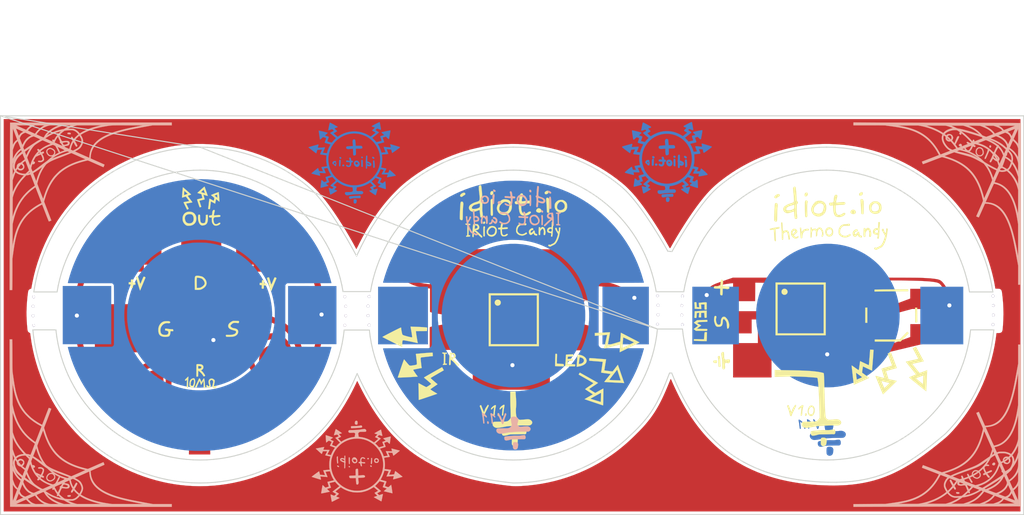
<source format=kicad_pcb>
(kicad_pcb (version 4) (host pcbnew 4.0.7)
  (layers (0 F.Cu signal) (31 B.Cu signal) (34 B.Paste user) (35 F.Paste user) (36 B.SilkS user) (37 F.SilkS user) (38 B.Mask user) (39 F.Mask user) (44 Edge.Cuts user))
  (net 0 "")
  (module LOGO (layer F.Cu) (at 0 0)
    (fp_text reference "G***" hide)
    (fp_text value "LOGO" hide)
    (fp_poly (pts (xy 31.091529 43.371407) (xy 31.168655 43.387629) (xy 31.229681 43.416169) (xy 31.278561 43.459040) (xy 31.319249 43.518257) (xy 31.328477 43.535600) (xy 31.350742 43.581945) (xy 31.362455 43.616733) (xy 31.365883 43.650332) (xy 31.363293 43.693114) (xy 31.363174 43.694350) (xy 31.352039 43.803793) (xy 31.341326 43.891423) (xy 31.330001 43.960783) (xy 31.317033 44.015420) (xy 31.301388 44.058877) (xy 31.282036 44.094698) (xy 31.257942 44.126430) (xy 31.228310 44.157388) (xy 31.160113 44.206685) (xy 31.080263 44.236752) (xy 30.995174 44.246211) (xy 30.911260 44.233685) (xy 30.896040 44.228728) (xy 30.816705 44.188551) (xy 30.756264 44.131574) (xy 30.715150 44.058227) (xy 30.710353 44.044879) (xy 30.704723 44.014230) (xy 30.700494 43.963774) (xy 30.697685 43.899067) (xy 30.696314 43.825666) (xy 30.696397 43.749125) (xy 30.697952 43.675001) (xy 30.700997 43.608850) (xy 30.705549 43.556227) (xy 30.708748 43.534819) (xy 30.721196 43.490331) (xy 30.738649 43.452222) (xy 30.748761 43.438155) (xy 30.800420 43.400834) (xy 30.871918 43.376501) (xy 30.960861 43.365866) (xy 30.994350 43.365492) (xy 31.091529 43.371407)) (layer B.Cu) (width 0.010000))
    (fp_poly (pts (xy -30.262952 17.249657) (xy -29.908922 17.259410) (xy -29.564696 17.277203) (xy -29.236709 17.302989) (xy -29.165550 17.309914) (xy -28.611051 17.378190) (xy -28.055863 17.470797) (xy -27.503377 17.586995) (xy -26.956981 17.726044) (xy -26.420064 17.887205) (xy -26.227798 17.951159) (xy -25.688557 18.148697) (xy -25.159332 18.369411) (xy -24.640785 18.612863) (xy -24.133580 18.878616) (xy -23.638378 19.166230) (xy -23.155844 19.475267) (xy -22.686639 19.805289) (xy -22.231426 20.155858) (xy -21.790868 20.526535) (xy -21.365628 20.916882) (xy -20.956369 21.326460) (xy -20.686971 21.616363) (xy -20.310728 22.052229) (xy -19.953951 22.504016) (xy -19.617171 22.970782) (xy -19.300916 23.451588) (xy -19.005716 23.945494) (xy -18.732100 24.451561) (xy -18.480597 24.968847) (xy -18.251737 25.496413) (xy -18.046050 26.033320) (xy -17.864064 26.578626) (xy -17.830621 26.688402) (xy -17.813305 26.747258) (xy -17.792948 26.818247) (xy -17.770564 26.897639) (xy -17.747169 26.981704) (xy -17.723779 27.066713) (xy -17.701411 27.148937) (xy -17.681079 27.224645) (xy -17.663799 27.290109) (xy -17.650587 27.341599) (xy -17.642460 27.375385) (xy -17.640300 27.387193) (xy -17.652783 27.387904) (xy -17.689358 27.388631) (xy -17.748719 27.389369) (xy -17.829560 27.390111) (xy -17.930572 27.390852) (xy -18.050450 27.391586) (xy -18.187886 27.392306) (xy -18.341574 27.393008) (xy -18.510206 27.393684) (xy -18.692476 27.394330) (xy -18.887076 27.394939) (xy -19.092699 27.395505) (xy -19.308039 27.396022) (xy -19.531789 27.396485) (xy -19.762642 27.396888) (xy -19.789775 27.396930) (xy -21.939250 27.400250) (xy -21.991628 27.428268) (xy -22.055238 27.474474) (xy -22.107353 27.535813) (xy -22.131675 27.580817) (xy -22.133614 27.588905) (xy -22.135407 27.604162) (xy -22.137060 27.627492) (xy -22.138578 27.659800) (xy -22.139965 27.701991) (xy -22.141228 27.754969) (xy -22.142371 27.819641) (xy -22.143400 27.896909) (xy -22.144320 27.987680) (xy -22.145137 28.092857) (xy -22.145856 28.213347) (xy -22.146481 28.350053) (xy -22.147019 28.503880) (xy -22.147474 28.675734) (xy -22.147853 28.866519) (xy -22.148159 29.077140) (xy -22.148399 29.308501) (xy -22.148578 29.561509) (xy -22.148701 29.837066) (xy -22.148773 30.136079) (xy -22.148800 30.459451) (xy -22.148800 33.398099) (xy -22.113325 33.466007) (xy -22.071446 33.527618) (xy -22.023332 33.572233) (xy -21.968815 33.610550) (xy -19.804558 33.613833) (xy -19.572162 33.614240) (xy -19.346714 33.614741) (xy -19.129515 33.615329) (xy -18.921870 33.615995) (xy -18.725079 33.616734) (xy -18.540445 33.617536) (xy -18.369271 33.618394) (xy -18.212859 33.619300) (xy -18.072512 33.620248) (xy -17.949531 33.621228) (xy -17.845220 33.622234) (xy -17.760881 33.623258) (xy -17.697816 33.624292) (xy -17.657328 33.625329) (xy -17.640719 33.626361) (xy -17.640364 33.626533) (xy -17.644038 33.650607) (xy -17.654307 33.695865) (xy -17.670293 33.759218) (xy -17.691117 33.837574) (xy -17.715901 33.927843) (xy -17.743765 34.026935) (xy -17.773832 34.131758) (xy -17.805221 34.239221) (xy -17.837056 34.346235) (xy -17.868457 34.449708) (xy -17.898546 34.546551) (xy -17.926443 34.633671) (xy -17.928266 34.639250) (xy -18.119215 35.182355) (xy -18.332710 35.714533) (xy -18.568180 36.235186) (xy -18.825057 36.743719) (xy -19.102769 37.239534) (xy -19.400747 37.722035) (xy -19.718420 38.190625) (xy -20.055219 38.644707) (xy -20.410573 39.083684) (xy -20.783912 39.506960) (xy -21.174666 39.913938) (xy -21.582266 40.304020) (xy -22.006140 40.676612) (xy -22.445719 41.031115) (xy -22.900433 41.366932) (xy -23.369712 41.683468) (xy -23.852985 41.980126) (xy -24.349683 42.256308) (xy -24.859235 42.511418) (xy -25.381072 42.744859) (xy -25.850850 42.932210) (xy -26.390415 43.121849) (xy -26.938291 43.287677) (xy -27.493552 43.429541) (xy -28.055268 43.547289) (xy -28.622511 43.640768) (xy -29.194352 43.709828) (xy -29.769861 43.754314) (xy -30.348112 43.774075) (xy -30.928173 43.768959) (xy -30.949900 43.768282) (xy -31.517978 43.737542) (xy -32.086069 43.681786) (xy -32.652538 43.601344) (xy -33.215749 43.496546) (xy -33.774065 43.367722) (xy -34.325852 43.215202) (xy -34.869472 43.039317) (xy -35.248850 42.900719) (xy -35.476912 42.809932) (xy -35.719108 42.707283) (xy -35.969045 42.595763) (xy -36.220334 42.478361) (xy -36.466583 42.358066) (xy -36.701401 42.237870) (xy -36.918398 42.120763) (xy -36.931312 42.113564) (xy -37.429840 41.820731) (xy -37.913335 41.507778) (xy -38.381301 41.175345) (xy -38.833241 40.824074) (xy -39.268659 40.454607) (xy -39.687059 40.067586) (xy -40.087943 39.663653) (xy -40.470816 39.243450) (xy -40.835179 38.807617) (xy -41.180538 38.356797) (xy -41.506396 37.891632) (xy -41.812255 37.412764) (xy -42.097619 36.920833) (xy -42.361992 36.416483) (xy -42.604877 35.900354) (xy -42.825778 35.373089) (xy -43.024197 34.835328) (xy -43.199639 34.287715) (xy -43.319160 33.858200) (xy -43.336642 33.789679) (xy -43.351566 33.728652) (xy -43.362824 33.679862) (xy -43.369304 33.648050) (xy -43.370437 33.639125) (xy -43.369528 33.636285) (xy -43.366033 33.633697) (xy -43.358829 33.631350) (xy -43.346791 33.629231) (xy -43.328796 33.627330) (xy -43.303718 33.625634) (xy -43.270435 33.624132) (xy -43.227821 33.622811) (xy -43.174752 33.621661) (xy -43.110105 33.620670) (xy -43.032755 33.619826) (xy -42.941578 33.619117) (xy -42.835449 33.618531) (xy -42.713245 33.618058) (xy -42.573842 33.617685) (xy -42.416115 33.617401) (xy -42.238939 33.617193) (xy -42.041192 33.617051) (xy -41.821748 33.616963) (xy -41.579484 33.616916) (xy -41.313275 33.616900) (xy -41.230143 33.616900) (xy -40.954467 33.616881) (xy -40.703062 33.616820) (xy -40.474801 33.616706) (xy -40.268553 33.616528) (xy -40.083191 33.616277) (xy -39.917587 33.615942) (xy -39.770611 33.615513) (xy -39.641134 33.614980) (xy -39.528030 33.614332) (xy -39.430168 33.613560) (xy -39.346420 33.612654) (xy -39.275657 33.611603) (xy -39.216752 33.610397) (xy -39.168576 33.609025) (xy -39.129999 33.607479) (xy -39.099894 33.605747) (xy -39.077131 33.603819) (xy -39.060582 33.601685) (xy -39.049119 33.599335) (xy -39.042568 33.597176) (xy -38.973853 33.555072) (xy -38.916751 33.492311) (xy -38.895762 33.458150) (xy -38.868350 33.407350) (xy -38.864943 30.565149) (xy -37.866431 30.565149) (xy -37.850385 30.993345) (xy -37.809165 31.421630) (xy -37.742687 31.849226) (xy -37.730174 31.915100) (xy -37.636261 32.331926) (xy -37.518628 32.740697) (xy -37.377928 33.140514) (xy -37.214813 33.530475) (xy -37.029936 33.909681) (xy -36.823948 34.277231) (xy -36.597502 34.632225) (xy -36.351249 34.973763) (xy -36.085844 35.300945) (xy -35.801936 35.612870) (xy -35.500179 35.908639) (xy -35.181226 36.187350) (xy -34.845727 36.448104) (xy -34.494336 36.690001) (xy -34.127704 36.912140) (xy -34.097394 36.929221) (xy -33.715638 37.128732) (xy -33.324498 37.304842) (xy -32.924960 37.457340) (xy -32.518009 37.586014) (xy -32.104632 37.690649) (xy -31.685812 37.771035) (xy -31.262536 37.826957) (xy -30.835790 37.858204) (xy -30.406558 37.864563) (xy -29.975826 37.845822) (xy -29.883100 37.838492) (xy -29.452905 37.789210) (xy -29.029337 37.715490) (xy -28.612923 37.617549) (xy -28.204188 37.495607) (xy -27.803659 37.349880) (xy -27.411862 37.180586) (xy -27.029322 36.987945) (xy -26.656567 36.772173) (xy -26.294121 36.533488) (xy -25.942512 36.272110) (xy -25.774650 36.136076) (xy -25.692771 36.065465) (xy -25.598446 35.980123) (xy -25.496073 35.884337) (xy -25.390047 35.782391) (xy -25.284763 35.678570) (xy -25.184617 35.577159) (xy -25.094005 35.482442) (xy -25.017322 35.398706) (xy -25.011463 35.392091) (xy -24.732265 35.057238) (xy -24.474479 34.709571) (xy -24.238480 34.349892) (xy -24.024641 33.979003) (xy -23.833337 33.597706) (xy -23.664942 33.206803) (xy -23.519830 32.807097) (xy -23.398376 32.399389) (xy -23.300953 31.984481) (xy -23.229233 31.572200) (xy -23.210012 31.433647) (xy -23.194508 31.308101) (xy -23.182357 31.190096) (xy -23.173197 31.074164) (xy -23.166663 30.954842) (xy -23.162393 30.826661) (xy -23.160024 30.684158) (xy -23.159192 30.521865) (xy -23.159188 30.518100) (xy -23.159443 30.371293) (xy -23.160696 30.244731) (xy -23.163249 30.133266) (xy -23.167402 30.031754) (xy -23.173457 29.935047) (xy -23.181714 29.837999) (xy -23.192473 29.735465) (xy -23.206037 29.622297) (xy -23.216199 29.542905) (xy -23.283461 29.123649) (xy -23.374806 28.711107) (xy -23.489592 28.306182) (xy -23.627175 27.909777) (xy -23.786913 27.522797) (xy -23.968163 27.146144) (xy -24.170281 26.780722) (xy -24.392625 26.427436) (xy -24.634551 26.087187) (xy -24.895416 25.760880) (xy -25.174578 25.449419) (xy -25.471394 25.153706) (xy -25.785220 24.874646) (xy -26.115414 24.613142) (xy -26.461332 24.370097) (xy -26.822331 24.146416) (xy -27.197769 23.943001) (xy -27.203400 23.940163) (xy -27.571655 23.766282) (xy -27.941058 23.615320) (xy -28.314555 23.486415) (xy -28.695093 23.378705) (xy -29.085619 23.291327) (xy -29.489080 23.223419) (xy -29.775150 23.187616) (xy -29.851555 23.179765) (xy -29.923534 23.173486) (xy -29.995393 23.168610) (xy -30.071439 23.164966) (xy -30.155976 23.162386) (xy -30.253312 23.160699) (xy -30.367753 23.159737) (xy -30.492700 23.159343) (xy -30.638607 23.159481) (xy -30.764002 23.160537) (xy -30.873766 23.162776) (xy -30.972779 23.166460) (xy -31.065922 23.171853) (xy -31.158075 23.179218) (xy -31.254118 23.188819) (xy -31.358931 23.200919) (xy -31.432500 23.210049) (xy -31.859484 23.276730) (xy -32.279275 23.367683) (xy -32.691315 23.482663) (xy -33.095045 23.621424) (xy -33.489909 23.783720) (xy -33.875347 23.969306) (xy -34.250800 24.177935) (xy -34.615711 24.409363) (xy -34.969521 24.663342) (xy -35.257629 24.893844) (xy -35.331564 24.958233) (xy -35.418252 25.037581) (xy -35.514121 25.128311) (xy -35.615600 25.226844) (xy -35.719119 25.329601) (xy -35.821105 25.433005) (xy -35.917987 25.533476) (xy -36.006195 25.627437) (xy -36.082157 25.711308) (xy -36.136638 25.774650) (xy -36.355488 26.049754) (xy -36.558336 26.329082) (xy -36.749920 26.619503) (xy -36.934977 26.927887) (xy -36.949038 26.952479) (xy -36.979208 27.007799) (xy -37.017250 27.081179) (xy -37.060673 27.167488) (xy -37.106983 27.261595) (xy -37.153691 27.358371) (xy -37.198304 27.452684) (xy -37.238331 27.539405) (xy -37.271280 27.613403) (xy -37.280689 27.635371) (xy -37.438589 28.041239) (xy -37.571883 28.452624) (xy -37.680491 28.868749) (xy -37.764332 29.288840) (xy -37.823323 29.712121) (xy -37.857383 30.137815) (xy -37.866431 30.565149) (xy -38.864943 30.565149) (xy -38.864924 30.549850) (xy -38.864542 30.190764) (xy -38.864291 29.856748) (xy -38.864170 29.547474) (xy -38.864182 29.262612) (xy -38.864327 29.001833) (xy -38.864606 28.764806) (xy -38.865020 28.551204) (xy -38.865571 28.360697) (xy -38.866260 28.192956) (xy -38.867088 28.047650) (xy -38.868055 27.924452) (xy -38.869164 27.823032) (xy -38.870415 27.743060) (xy -38.871810 27.684208) (xy -38.873348 27.646146) (xy -38.874965 27.628850) (xy -38.904415 27.547709) (xy -38.954428 27.480093) (xy -39.013509 27.434372) (xy -39.071550 27.400250) (xy -41.221025 27.396930) (xy -41.495016 27.396498) (xy -41.744731 27.396079) (xy -41.971291 27.395658) (xy -42.175820 27.395222) (xy -42.359442 27.394757) (xy -42.523278 27.394251) (xy -42.668454 27.393690) (xy -42.796090 27.393059) (xy -42.907311 27.392345) (xy -43.003239 27.391536) (xy -43.084998 27.390617) (xy -43.153711 27.389574) (xy -43.210500 27.388395) (xy -43.256488 27.387066) (xy -43.292800 27.385573) (xy -43.320557 27.383902) (xy -43.340883 27.382041) (xy -43.354900 27.379975) (xy -43.363733 27.377691) (xy -43.368504 27.375175) (xy -43.370335 27.372415) (xy -43.370501 27.371012) (xy -43.367334 27.351755) (xy -43.358554 27.312481) (xy -43.345246 27.257672) (xy -43.328491 27.191814) (xy -43.313150 27.133497) (xy -43.183509 26.676134) (xy -43.043006 26.236596) (xy -42.889370 25.808805) (xy -42.720328 25.386683) (xy -42.533608 24.964152) (xy -42.387332 24.657050) (xy -42.121716 24.143723) (xy -41.834984 23.644125) (xy -41.527726 23.158817) (xy -41.200536 22.688355) (xy -40.854007 22.233300) (xy -40.488730 21.794210) (xy -40.105299 21.371645) (xy -39.704307 20.966163) (xy -39.286345 20.578324) (xy -38.852006 20.208686) (xy -38.401884 19.857809) (xy -37.936570 19.526251) (xy -37.456657 19.214571) (xy -36.962738 18.923329) (xy -36.455405 18.653084) (xy -35.935252 18.404394) (xy -35.607713 18.261753) (xy -35.082021 18.054844) (xy -34.545614 17.870532) (xy -34.000122 17.709217) (xy -33.447177 17.571298) (xy -32.888409 17.457173) (xy -32.325449 17.367244) (xy -31.759929 17.301909) (xy -31.648400 17.291975) (xy -31.319510 17.269103) (xy -30.974681 17.254457) (xy -30.620350 17.247991) (xy -30.262952 17.249657)) (layer B.Cu) (width 0.010000))
    (fp_poly (pts (xy 0.494148 17.397380) (xy 0.842521 17.408688) (xy 1.177689 17.428295) (xy 1.505223 17.456734) (xy 1.830697 17.494538) (xy 2.159682 17.542239) (xy 2.497750 17.600371) (xy 2.709184 17.640858) (xy 3.266728 17.764244) (xy 3.816344 17.911543) (xy 4.357384 18.082334) (xy 4.889201 18.276193) (xy 5.411148 18.492701) (xy 5.922577 18.731435) (xy 6.422841 18.991975) (xy 6.911292 19.273897) (xy 7.387283 19.576782) (xy 7.850165 19.900207) (xy 8.299293 20.243751) (xy 8.734019 20.606992) (xy 9.153694 20.989509) (xy 9.557671 21.390881) (xy 9.945304 21.810685) (xy 10.315945 22.248500) (xy 10.668945 22.703905) (xy 10.832818 22.929875) (xy 11.155436 23.406533) (xy 11.456672 23.896687) (xy 11.736170 24.399590) (xy 11.993578 24.914496) (xy 12.228543 25.440657) (xy 12.440711 25.977327) (xy 12.629728 26.523756) (xy 12.795243 27.079200) (xy 12.795817 27.081294) (xy 12.816660 27.157769) (xy 12.834992 27.225994) (xy 12.849809 27.282151) (xy 12.860108 27.322426) (xy 12.864886 27.343002) (xy 12.865100 27.344631) (xy 12.852622 27.345840) (xy 12.816082 27.347053) (xy 12.756816 27.348258) (xy 12.676160 27.349448) (xy 12.575452 27.350614) (xy 12.456028 27.351745) (xy 12.319226 27.352832) (xy 12.166382 27.353867) (xy 11.998833 27.354841) (xy 11.817917 27.355743) (xy 11.624969 27.356565) (xy 11.421328 27.357298) (xy 11.208329 27.357932) (xy 10.987310 27.358458) (xy 10.810875 27.358787) (xy 10.543347 27.359232) (xy 10.300031 27.359660) (xy 10.079738 27.360088) (xy 9.881279 27.360531) (xy 9.703464 27.361004) (xy 9.545107 27.361523) (xy 9.405017 27.362103) (xy 9.282006 27.362761) (xy 9.174885 27.363512) (xy 9.082467 27.364371) (xy 9.003561 27.365355) (xy 8.936980 27.366478) (xy 8.881534 27.367757) (xy 8.836036 27.369206) (xy 8.799295 27.370842) (xy 8.770124 27.372681) (xy 8.747334 27.374737) (xy 8.729737 27.377026) (xy 8.716142 27.379565) (xy 8.705363 27.382368) (xy 8.696210 27.385452) (xy 8.693150 27.386608) (xy 8.628934 27.421691) (xy 8.566011 27.473989) (xy 8.511349 27.536341) (xy 8.471921 27.601585) (xy 8.463408 27.622625) (xy 8.460720 27.630877) (xy 8.458238 27.640240) (xy 8.455954 27.651709) (xy 8.453860 27.666285) (xy 8.451947 27.684963) (xy 8.450207 27.708743) (xy 8.448633 27.738621) (xy 8.447215 27.775597) (xy 8.445946 27.820667) (xy 8.444817 27.874829) (xy 8.443821 27.939082) (xy 8.442948 28.014424) (xy 8.442192 28.101851) (xy 8.441543 28.202362) (xy 8.440993 28.316956) (xy 8.440534 28.446628) (xy 8.440158 28.592379) (xy 8.439857 28.755205) (xy 8.439622 28.936104) (xy 8.439446 29.136074) (xy 8.439320 29.356113) (xy 8.439235 29.597219) (xy 8.439184 29.860389) (xy 8.439158 30.146623) (xy 8.439150 30.456916) (xy 8.439150 33.445450) (xy 8.472332 33.515300) (xy 8.527410 33.602376) (xy 8.601159 33.673056) (xy 8.674100 33.717067) (xy 8.743950 33.750250) (xy 10.805500 33.753575) (xy 12.867051 33.756901) (xy 12.858145 33.798025) (xy 12.847661 33.841914) (xy 12.831182 33.905360) (xy 12.810039 33.983602) (xy 12.785565 34.071876) (xy 12.759092 34.165420) (xy 12.731952 34.259472) (xy 12.705476 34.349269) (xy 12.685428 34.415628) (xy 12.503572 34.966930) (xy 12.299192 35.506620) (xy 12.072228 36.034808) (xy 11.822619 36.551603) (xy 11.550303 37.057116) (xy 11.255220 37.551453) (xy 10.937309 38.034726) (xy 10.596508 38.507044) (xy 10.232756 38.968515) (xy 9.962434 39.287450) (xy 9.898723 39.358619) (xy 9.819684 39.443972) (xy 9.728325 39.540474) (xy 9.627653 39.645093) (xy 9.520676 39.754796) (xy 9.410400 39.866549) (xy 9.299833 39.977319) (xy 9.191983 40.084074) (xy 9.089856 40.183779) (xy 8.996460 40.273401) (xy 8.914802 40.349908) (xy 8.858250 40.401139) (xy 8.410098 40.782002) (xy 7.951374 41.139802) (xy 7.481843 41.474674) (xy 7.001272 41.786755) (xy 6.509427 42.076182) (xy 6.006077 42.343089) (xy 5.490987 42.587615) (xy 4.963924 42.809895) (xy 4.424655 43.010064) (xy 4.349750 43.035794) (xy 3.863874 43.190735) (xy 3.375858 43.325405) (xy 2.882709 43.440400) (xy 2.381437 43.536316) (xy 1.869050 43.613749) (xy 1.342558 43.673295) (xy 1.009650 43.701351) (xy 0.943485 43.705168) (xy 0.855596 43.708620) (xy 0.749657 43.711682) (xy 0.629342 43.714325) (xy 0.498323 43.716522) (xy 0.360275 43.718248) (xy 0.218871 43.719473) (xy 0.077785 43.720172) (xy -0.059309 43.720316) (xy -0.188738 43.719880) (xy -0.306828 43.718835) (xy -0.409905 43.717155) (xy -0.494296 43.714813) (xy -0.539750 43.712794) (xy -1.122188 43.668878) (xy -1.694717 43.601707) (xy -2.258051 43.511093) (xy -2.812906 43.396853) (xy -3.359997 43.258800) (xy -3.900039 43.096750) (xy -4.433747 42.910518) (xy -4.961836 42.699917) (xy -5.485022 42.464764) (xy -5.632450 42.393654) (xy -6.129137 42.137162) (xy -6.612567 41.860404) (xy -7.083870 41.562618) (xy -7.544181 41.243039) (xy -7.994630 40.900906) (xy -8.436350 40.535454) (xy -8.597900 40.394085) (xy -8.662805 40.334975) (xy -8.742024 40.260448) (xy -8.832472 40.173591) (xy -8.931062 40.077492) (xy -9.034709 39.975235) (xy -9.140326 39.869909) (xy -9.244827 39.764600) (xy -9.345126 39.662394) (xy -9.438138 39.566378) (xy -9.520775 39.479639) (xy -9.589951 39.405264) (xy -9.621807 39.370000) (xy -10.002106 38.924080) (xy -10.361020 38.464835) (xy -10.698299 37.992725) (xy -11.013694 37.508208) (xy -11.306955 37.011740) (xy -11.577833 36.503781) (xy -11.826080 35.984788) (xy -12.051444 35.455219) (xy -12.253678 34.915533) (xy -12.432531 34.366187) (xy -12.529122 34.029916) (xy -12.549911 33.953330) (xy -12.568205 33.885080) (xy -12.583009 33.828950) (xy -12.593327 33.788727) (xy -12.598164 33.768196) (xy -12.598400 33.766530) (xy -12.585914 33.765491) (xy -12.549311 33.764446) (xy -12.489872 33.763402) (xy -12.408881 33.762367) (xy -12.307620 33.761349) (xy -12.187372 33.760355) (xy -12.049420 33.759393) (xy -11.895045 33.758469) (xy -11.725531 33.757591) (xy -11.542159 33.756767) (xy -11.346213 33.756005) (xy -11.138975 33.755311) (xy -10.921728 33.754693) (xy -10.695754 33.754159) (xy -10.462336 33.753715) (xy -10.366375 33.753564) (xy -8.134350 33.750250) (xy -8.070850 33.721048) (xy -7.984950 33.668054) (xy -7.915286 33.597003) (xy -7.864512 33.511298) (xy -7.836310 33.420050) (xy -7.834582 33.402907) (xy -7.833003 33.370304) (xy -7.831571 33.321631) (xy -7.830282 33.256275) (xy -7.829136 33.173628) (xy -7.828130 33.073077) (xy -7.827261 32.954014) (xy -7.826528 32.815827) (xy -7.825928 32.657906) (xy -7.825459 32.479641) (xy -7.825119 32.280420) (xy -7.824905 32.059633) (xy -7.824816 31.816670) (xy -7.824849 31.550921) (xy -7.825002 31.261774) (xy -7.825272 30.948620) (xy -7.825639 30.627473) (xy -7.262554 30.627473) (xy -7.246150 31.055690) (xy -7.204958 31.482109) (xy -7.139030 31.905658) (xy -7.048420 32.325267) (xy -6.933181 32.739867) (xy -6.882017 32.898648) (xy -6.732888 33.304249) (xy -6.560555 33.699524) (xy -6.365030 34.084451) (xy -6.146327 34.459009) (xy -5.904456 34.823175) (xy -5.639430 35.176928) (xy -5.524290 35.318700) (xy -5.415864 35.443698) (xy -5.290276 35.579064) (xy -5.151481 35.721060) (xy -5.003440 35.865947) (xy -4.850109 36.009985) (xy -4.695447 36.149435) (xy -4.543413 36.280559) (xy -4.397963 36.399617) (xy -4.298950 36.476211) (xy -3.947604 36.724537) (xy -3.583392 36.951204) (xy -3.207272 37.155865) (xy -2.820198 37.338172) (xy -2.423125 37.497778) (xy -2.017009 37.634336) (xy -1.602804 37.747498) (xy -1.181467 37.836917) (xy -0.753951 37.902246) (xy -0.321213 37.943136) (xy -0.253808 37.947260) (xy -0.143500 37.951674) (xy -0.014233 37.953793) (xy 0.127667 37.953736) (xy 0.275874 37.951618) (xy 0.424063 37.947558) (xy 0.565906 37.941673) (xy 0.695078 37.934080) (xy 0.769045 37.928302) (xy 1.199796 37.877935) (xy 1.624788 37.803226) (xy 2.043057 37.704481) (xy 2.453640 37.582004) (xy 2.855572 37.436099) (xy 3.247891 37.267073) (xy 3.629634 37.075229) (xy 3.841750 36.956005) (xy 4.210393 36.726116) (xy 4.562944 36.477099) (xy 4.898814 36.209775) (xy 5.217417 35.924965) (xy 5.518163 35.623490) (xy 5.800466 35.306172) (xy 6.063737 34.973833) (xy 6.307389 34.627293) (xy 6.530833 34.267374) (xy 6.733482 33.894897) (xy 6.914748 33.510684) (xy 7.074043 33.115556) (xy 7.210780 32.710335) (xy 7.324370 32.295841) (xy 7.390390 31.997650) (xy 7.436986 31.742036) (xy 7.473194 31.490983) (xy 7.499800 31.237122) (xy 7.517585 30.973084) (xy 7.526830 30.714950) (xy 7.524040 30.282042) (xy 7.496181 29.852274) (xy 7.443480 29.426501) (xy 7.366164 29.005579) (xy 7.264462 28.590365) (xy 7.138600 28.181714) (xy 6.988806 27.780481) (xy 6.815308 27.387523) (xy 6.618333 27.003696) (xy 6.473123 26.751706) (xy 6.240707 26.390099) (xy 5.989080 26.044271) (xy 5.719168 25.714846) (xy 5.431897 25.402448) (xy 5.128192 25.107700) (xy 4.808980 24.831225) (xy 4.475185 24.573646) (xy 4.127734 24.335587) (xy 3.767553 24.117671) (xy 3.395566 23.920521) (xy 3.012700 23.744761) (xy 2.619881 23.591013) (xy 2.218034 23.459901) (xy 1.808085 23.352049) (xy 1.390960 23.268079) (xy 1.270000 23.248471) (xy 1.136515 23.228648) (xy 1.016771 23.212512) (xy 0.905304 23.199635) (xy 0.796650 23.189587) (xy 0.685345 23.181939) (xy 0.565927 23.176263) (xy 0.432932 23.172129) (xy 0.280896 23.169108) (xy 0.254000 23.168693) (xy 0.111016 23.166968) (xy -0.011302 23.166487) (xy -0.117664 23.167343) (xy -0.212780 23.169634) (xy -0.301359 23.173454) (xy -0.388109 23.178898) (xy -0.438150 23.182734) (xy -0.875164 23.230564) (xy -1.304317 23.302531) (xy -1.725362 23.398543) (xy -2.138051 23.518511) (xy -2.542137 23.662343) (xy -2.937374 23.829951) (xy -3.323513 24.021242) (xy -3.700307 24.236126) (xy -4.067510 24.474514) (xy -4.171824 24.547783) (xy -4.511003 24.805621) (xy -4.833994 25.082438) (xy -5.140072 25.377147) (xy -5.428517 25.688664) (xy -5.698605 26.015902) (xy -5.949614 26.357775) (xy -6.180821 26.713199) (xy -6.391505 27.081086) (xy -6.580943 27.460350) (xy -6.748412 27.849908) (xy -6.893191 28.248671) (xy -7.014556 28.655555) (xy -7.079223 28.918017) (xy -7.162504 29.342729) (xy -7.220783 29.769922) (xy -7.254116 30.198527) (xy -7.262554 30.627473) (xy -7.825639 30.627473) (xy -7.825658 30.610847) (xy -7.825787 30.511750) (xy -7.826211 30.195588) (xy -7.826618 29.903822) (xy -7.827016 29.635449) (xy -7.827415 29.389464) (xy -7.827826 29.164863) (xy -7.828257 28.960643) (xy -7.828720 28.775799) (xy -7.829223 28.609328) (xy -7.829776 28.460227) (xy -7.830389 28.327490) (xy -7.831072 28.210114) (xy -7.831835 28.107096) (xy -7.832688 28.017430) (xy -7.833640 27.940115) (xy -7.834700 27.874144) (xy -7.835880 27.818516) (xy -7.837188 27.772225) (xy -7.838635 27.734268) (xy -7.840230 27.703641) (xy -7.841983 27.679341) (xy -7.843903 27.660362) (xy -7.846002 27.645702) (xy -7.848287 27.634356) (xy -7.850770 27.625321) (xy -7.853459 27.617592) (xy -7.854009 27.616150) (xy -7.886602 27.556518) (xy -7.935929 27.495715) (xy -7.994755 27.440977) (xy -8.055844 27.399537) (xy -8.083550 27.386608) (xy -8.092076 27.383542) (xy -8.101783 27.380741) (xy -8.113809 27.378189) (xy -8.129295 27.375875) (xy -8.149379 27.373783) (xy -8.175201 27.371901) (xy -8.207900 27.370213) (xy -8.248616 27.368707) (xy -8.298487 27.367369) (xy -8.358653 27.366184) (xy -8.430254 27.365139) (xy -8.514428 27.364220) (xy -8.612316 27.363413) (xy -8.725056 27.362704) (xy -8.853787 27.362080) (xy -8.999649 27.361526) (xy -9.163781 27.361029) (xy -9.347323 27.360576) (xy -9.551414 27.360151) (xy -9.777193 27.359741) (xy -10.025799 27.359333) (xy -10.298372 27.358913) (xy -10.372725 27.358801) (xy -10.608443 27.358399) (xy -10.837231 27.357918) (xy -11.057806 27.357365) (xy -11.268884 27.356745) (xy -11.469180 27.356065) (xy -11.657409 27.355333) (xy -11.832287 27.354555) (xy -11.992531 27.353738) (xy -12.136855 27.352888) (xy -12.263975 27.352012) (xy -12.372607 27.351118) (xy -12.461466 27.350211) (xy -12.529269 27.349298) (xy -12.574730 27.348387) (xy -12.596565 27.347483) (xy -12.598400 27.347142) (xy -12.595026 27.330440) (xy -12.585616 27.293176) (xy -12.571242 27.239175) (xy -12.552977 27.172261) (xy -12.531892 27.096259) (xy -12.509059 27.014992) (xy -12.485549 26.932285) (xy -12.462435 26.851961) (xy -12.440788 26.777845) (xy -12.421680 26.713762) (xy -12.412184 26.682700) (xy -12.227937 26.130217) (xy -12.020646 25.588096) (xy -11.790660 25.056922) (xy -11.538325 24.537281) (xy -11.263990 24.029761) (xy -10.968004 23.534948) (xy -10.650712 23.053428) (xy -10.312465 22.585788) (xy -9.953608 22.132615) (xy -9.574492 21.694496) (xy -9.245639 21.343688) (xy -8.838341 20.942650) (xy -8.414812 20.560780) (xy -7.975847 20.198490) (xy -7.522242 19.856193) (xy -7.054793 19.534300) (xy -6.574295 19.233223) (xy -6.081542 18.953374) (xy -5.577332 18.695166) (xy -5.062459 18.459009) (xy -4.537718 18.245316) (xy -4.003906 18.054498) (xy -3.461817 17.886969) (xy -2.912248 17.743138) (xy -2.355993 17.623419) (xy -1.911350 17.546004) (xy -1.634974 17.505309) (xy -1.370616 17.471671) (xy -1.112588 17.444666) (xy -0.855202 17.423869) (xy -0.592768 17.408856) (xy -0.319598 17.399201) (xy -0.030005 17.394481) (xy 0.127000 17.393837) (xy 0.494148 17.397380)) (layer B.Cu) (width 0.010000))
    (fp_poly (pts (xy 31.933413 42.683866) (xy 31.966519 42.693173) (xy 31.992760 42.708082) (xy 32.015146 42.728719) (xy 32.021788 42.736317) (xy 32.054966 42.789525) (xy 32.075869 42.857377) (xy 32.085450 42.943510) (xy 32.086323 42.983150) (xy 32.080759 43.066554) (xy 32.062569 43.130723) (xy 32.030136 43.179312) (xy 31.983827 43.214851) (xy 31.960480 43.226895) (xy 31.936566 43.234882) (xy 31.906437 43.239532) (xy 31.864448 43.241563) (xy 31.804950 43.241694) (xy 31.775400 43.241380) (xy 31.725917 43.241163) (xy 31.655056 43.241415) (xy 31.566830 43.242095) (xy 31.465256 43.243159) (xy 31.354349 43.244566) (xy 31.238124 43.246274) (xy 31.121350 43.248227) (xy 30.994100 43.250586) (xy 30.889443 43.252808) (xy 30.804575 43.255064) (xy 30.736691 43.257523) (xy 30.682984 43.260354) (xy 30.640652 43.263727) (xy 30.606888 43.267811) (xy 30.578889 43.272777) (xy 30.553848 43.278794) (xy 30.537150 43.283551) (xy 30.401378 43.321566) (xy 30.286567 43.348237) (xy 30.191074 43.363809) (xy 30.113257 43.368522) (xy 30.051471 43.362620) (xy 30.032850 43.357947) (xy 29.969583 43.326364) (xy 29.914410 43.274205) (xy 29.888721 43.237053) (xy 29.867197 43.185168) (xy 29.852926 43.120230) (xy 29.846485 43.050543) (xy 29.848448 42.984408) (xy 29.859392 42.930131) (xy 29.866319 42.913778) (xy 29.889897 42.881759) (xy 29.925559 42.854541) (xy 29.975261 42.831645) (xy 30.040964 42.812593) (xy 30.124624 42.796907) (xy 30.228200 42.784109) (xy 30.353651 42.773720) (xy 30.467300 42.767015) (xy 30.543581 42.761959) (xy 30.625127 42.754672) (xy 30.700774 42.746238) (xy 30.746700 42.739849) (xy 30.797344 42.733042) (xy 30.851217 42.728518) (xy 30.913120 42.726151) (xy 30.987855 42.725811) (xy 31.080223 42.727371) (xy 31.146750 42.729185) (xy 31.249679 42.731820) (xy 31.332399 42.732742) (xy 31.400052 42.731798) (xy 31.457782 42.728835) (xy 31.510729 42.723701) (xy 31.559500 42.716951) (xy 31.672104 42.700138) (xy 31.762786 42.688298) (xy 31.834558 42.681555) (xy 31.890429 42.680035) (xy 31.933413 42.683866)) (layer B.Cu) (width 0.010000))
    (fp_poly (pts (xy 30.991396 40.886953) (xy 31.083099 40.909174) (xy 31.169701 40.944185) (xy 31.247653 40.992317) (xy 31.248350 40.992844) (xy 31.310982 41.050779) (xy 31.350689 41.113995) (xy 31.369938 41.187308) (xy 31.372703 41.235345) (xy 31.369561 41.290896) (xy 31.361067 41.360732) (xy 31.348633 41.437132) (xy 31.333672 41.512375) (xy 31.317597 41.578739) (xy 31.301821 41.628503) (xy 31.299859 41.633367) (xy 31.286983 41.670169) (xy 31.280344 41.700936) (xy 31.280100 41.705415) (xy 31.290498 41.733285) (xy 31.318048 41.767234) (xy 31.357282 41.801784) (xy 31.402734 41.831460) (xy 31.409443 41.834995) (xy 31.429250 41.844368) (xy 31.448811 41.850762) (xy 31.472618 41.854389) (xy 31.505160 41.855456) (xy 31.550930 41.854175) (xy 31.614417 41.850753) (xy 31.671501 41.847216) (xy 31.749066 41.841832) (xy 31.824020 41.835769) (xy 31.889964 41.829606) (xy 31.940499 41.823921) (xy 31.959550 41.821184) (xy 32.084776 41.809960) (xy 32.203433 41.818025) (xy 32.312228 41.844589) (xy 32.407868 41.888862) (xy 32.483906 41.946958) (xy 32.537404 42.011516) (xy 32.567960 42.081296) (xy 32.578028 42.161985) (xy 32.578040 42.165137) (xy 32.566745 42.251244) (xy 32.532368 42.327880) (xy 32.474173 42.396611) (xy 32.465476 42.404471) (xy 32.439464 42.426770) (xy 32.414940 42.445292) (xy 32.389338 42.460392) (xy 32.360092 42.472424) (xy 32.324633 42.481744) (xy 32.280398 42.488705) (xy 32.224817 42.493662) (xy 32.155326 42.496969) (xy 32.069358 42.498982) (xy 31.964345 42.500054) (xy 31.837722 42.500541) (xy 31.769050 42.500669) (xy 31.582259 42.501645) (xy 31.417592 42.503993) (xy 31.271802 42.507807) (xy 31.141646 42.513180) (xy 31.023877 42.520206) (xy 30.981650 42.523333) (xy 30.886246 42.530784) (xy 30.786634 42.538548) (xy 30.690063 42.546062) (xy 30.603786 42.552761) (xy 30.535052 42.558082) (xy 30.530937 42.558399) (xy 30.449641 42.566389) (xy 30.360491 42.577921) (xy 30.275160 42.591351) (xy 30.214546 42.602987) (xy 30.127914 42.620627) (xy 30.030750 42.638587) (xy 29.928514 42.656024) (xy 29.826667 42.672092) (xy 29.730672 42.685947) (xy 29.645988 42.696743) (xy 29.578076 42.703637) (xy 29.552900 42.705319) (xy 29.476114 42.704790) (xy 29.411263 42.693828) (xy 29.387800 42.686819) (xy 29.341162 42.670031) (xy 29.298163 42.652393) (xy 29.279233 42.643423) (xy 29.225203 42.606031) (xy 29.171036 42.553200) (xy 29.124746 42.493547) (xy 29.101124 42.451920) (xy 29.076162 42.372518) (xy 29.071253 42.289913) (xy 29.085270 42.209654) (xy 29.117091 42.137291) (xy 29.165590 42.078375) (xy 29.179047 42.067263) (xy 29.200126 42.052038) (xy 29.219859 42.041643) (xy 29.243698 42.035043) (xy 29.277096 42.031202) (xy 29.325507 42.029082) (xy 29.386788 42.027783) (xy 29.466262 42.025658) (xy 29.553872 42.022198) (xy 29.637193 42.017943) (xy 29.686250 42.014784) (xy 29.760469 42.010996) (xy 29.841694 42.009374) (xy 29.916877 42.010094) (xy 29.946600 42.011301) (xy 30.049998 42.014250) (xy 30.149718 42.011973) (xy 30.240713 42.004900) (xy 30.317936 41.993466) (xy 30.376338 41.978100) (xy 30.387767 41.973537) (xy 30.454254 41.934309) (xy 30.515220 41.880546) (xy 30.561845 41.820349) (xy 30.569494 41.806675) (xy 30.581691 41.781236) (xy 30.586784 41.760308) (xy 30.584747 41.735524) (xy 30.575551 41.698515) (xy 30.569064 41.675624) (xy 30.550603 41.601186) (xy 30.534050 41.515821) (xy 30.519944 41.424648) (xy 30.508822 41.332789) (xy 30.501221 41.245365) (xy 30.497679 41.167495) (xy 30.498732 41.104301) (xy 30.504653 41.061872) (xy 30.532727 41.003781) (xy 30.580534 40.956176) (xy 30.644526 40.919385) (xy 30.721157 40.893738) (xy 30.806877 40.879564) (xy 30.898139 40.877193) (xy 30.991396 40.886953)) (layer B.Cu) (width 0.010000))
    (fp_poly (pts (xy 29.474269 40.684889) (xy 29.490899 40.702118) (xy 29.514246 40.732604) (xy 29.547077 40.779093) (xy 29.581306 40.828606) (xy 29.627260 40.896493) (xy 29.661624 40.951357) (xy 29.688124 41.000442) (xy 29.710482 41.050988) (xy 29.732424 41.110238) (xy 29.744766 41.146476) (xy 29.797404 41.303703) (xy 29.872076 41.129271) (xy 29.903151 41.054611) (xy 29.934576 40.975548) (xy 29.962942 40.900873) (xy 29.984843 40.839377) (xy 29.987191 40.832344) (xy 30.005080 40.779729) (xy 30.020872 40.736112) (xy 30.032447 40.707205) (xy 30.036748 40.698954) (xy 30.056351 40.692946) (xy 30.085956 40.700575) (xy 30.117272 40.717854) (xy 30.142010 40.740797) (xy 30.149294 40.753079) (xy 30.154791 40.771276) (xy 30.154821 40.791620) (xy 30.148106 40.819271) (xy 30.133368 40.859388) (xy 30.109329 40.917131) (xy 30.107762 40.920802) (xy 30.016059 41.165561) (xy 29.949320 41.411708) (xy 29.945925 41.427400) (xy 29.932460 41.485396) (xy 29.918603 41.536382) (xy 29.906265 41.573741) (xy 29.899468 41.588374) (xy 29.877758 41.608652) (xy 29.844506 41.628696) (xy 29.812053 41.641630) (xy 29.800879 41.643300) (xy 29.795947 41.632150) (xy 29.784298 41.601937) (xy 29.767768 41.557513) (xy 29.751586 41.513125) (xy 29.732931 41.466061) (xy 29.704804 41.401036) (xy 29.669336 41.322684) (xy 29.628655 41.235638) (xy 29.584892 41.144534) (xy 29.545585 41.064815) (xy 29.490907 40.953918) (xy 29.448414 40.864519) (xy 29.418172 40.796770) (xy 29.400249 40.750819) (xy 29.394711 40.726819) (xy 29.395112 40.724620) (xy 29.412147 40.702821) (xy 29.437031 40.685261) (xy 29.450100 40.679208) (xy 29.461591 40.678168) (xy 29.474269 40.684889)) (layer B.Cu) (width 0.010000))
    (fp_poly (pts (xy 28.041261 40.724513) (xy 28.085334 40.743441) (xy 28.137620 40.774880) (xy 28.193967 40.815439) (xy 28.250224 40.861725) (xy 28.302238 40.910345) (xy 28.345858 40.957907) (xy 28.376932 41.001018) (xy 28.390676 41.032910) (xy 28.392868 41.072900) (xy 28.380199 41.094996) (xy 28.356006 41.099020) (xy 28.323628 41.084796) (xy 28.286405 41.052147) (xy 28.275039 41.039035) (xy 28.237098 40.998209) (xy 28.193702 40.959197) (xy 28.172310 40.942984) (xy 28.117243 40.905096) (xy 28.124100 40.953523) (xy 28.127343 40.979728) (xy 28.132724 41.026981) (xy 28.139781 41.091060) (xy 28.148052 41.167748) (xy 28.157076 41.252823) (xy 28.162636 41.305903) (xy 28.172724 41.405299) (xy 28.179822 41.482142) (xy 28.184064 41.539087) (xy 28.185580 41.578787) (xy 28.184504 41.603897) (xy 28.180966 41.617071) (xy 28.178282 41.620033) (xy 28.150307 41.629640) (xy 28.121089 41.619419) (xy 28.104982 41.607658) (xy 28.094066 41.596787) (xy 28.085628 41.581595) (xy 28.078833 41.558012) (xy 28.072844 41.521965) (xy 28.066827 41.469383) (xy 28.059945 41.396193) (xy 28.058701 41.382233) (xy 28.046895 41.261318) (xy 28.033804 41.155291) (xy 28.017852 41.053640) (xy 27.997462 40.945854) (xy 27.982552 40.874376) (xy 27.970951 40.812314) (xy 27.968073 40.770074) (xy 27.974677 40.743361) (xy 27.991522 40.727879) (xy 28.009553 40.721489) (xy 28.041261 40.724513)) (layer B.Cu) (width 0.010000))
    (fp_poly (pts (xy 28.599581 41.400188) (xy 28.606485 41.406931) (xy 28.637421 41.454668) (xy 28.646837 41.510687) (xy 28.633699 41.568252) (xy 28.631884 41.572215) (xy 28.606947 41.608340) (xy 28.579494 41.619515) (xy 28.551345 41.605819) (xy 28.524458 41.567605) (xy 28.503618 41.509852) (xy 28.500364 41.456635) (xy 28.514704 41.413787) (xy 28.524200 41.402000) (xy 28.550298 41.381223) (xy 28.572733 41.380458) (xy 28.599581 41.400188)) (layer B.Cu) (width 0.010000))
    (fp_poly (pts (xy 28.872094 40.699126) (xy 28.929959 40.729554) (xy 28.969613 40.755372) (xy 29.062001 40.823770) (xy 29.132394 40.887243) (xy 29.180189 40.945093) (xy 29.204778 40.996620) (xy 29.207694 41.030147) (xy 29.197739 41.060975) (xy 29.177338 41.069395) (xy 29.146161 41.055337) (xy 29.103876 41.018733) (xy 29.090980 41.005468) (xy 29.052324 40.966721) (xy 29.013946 40.931637) (xy 28.984575 40.908125) (xy 28.970690 40.898021) (xy 28.959919 40.890793) (xy 28.952185 40.888969) (xy 28.947412 40.895074) (xy 28.945525 40.911637) (xy 28.946446 40.941182) (xy 28.950100 40.986238) (xy 28.956411 41.049331) (xy 28.965302 41.132987) (xy 28.975050 41.224200) (xy 28.986316 41.330244) (xy 28.994974 41.413717) (xy 29.000993 41.477316) (xy 29.004345 41.523736) (xy 29.005001 41.555676) (xy 29.002933 41.575832) (xy 28.998112 41.586900) (xy 28.990509 41.591578) (xy 28.980095 41.592563) (xy 28.971127 41.592500) (xy 28.937086 41.586983) (xy 28.915129 41.576625) (xy 28.905932 41.563300) (xy 28.898160 41.536848) (xy 28.891197 41.493855) (xy 28.884430 41.430905) (xy 28.880274 41.382950) (xy 28.860990 41.191341) (xy 28.835776 41.018934) (xy 28.803794 40.860042) (xy 28.802276 40.853518) (xy 28.788988 40.780587) (xy 28.788721 40.729036) (xy 28.802080 40.698513) (xy 28.829669 40.688661) (xy 28.872094 40.699126)) (layer B.Cu) (width 0.010000))
    (fp_poly (pts (xy 31.079604 23.558341) (xy 31.495345 23.584521) (xy 31.826200 23.622758) (xy 32.229431 23.691716) (xy 32.627957 23.785132) (xy 33.020480 23.902292) (xy 33.405705 24.042485) (xy 33.782334 24.204998) (xy 34.149071 24.389117) (xy 34.504620 24.594132) (xy 34.847684 24.819328) (xy 35.176966 25.063993) (xy 35.491171 25.327415) (xy 35.789001 25.608881) (xy 36.069160 25.907678) (xy 36.147085 25.997669) (xy 36.299683 26.184058) (xy 36.451763 26.382994) (xy 36.598917 26.588236) (xy 36.736738 26.793543) (xy 36.860820 26.992675) (xy 36.913360 27.082750) (xy 37.106434 27.447231) (xy 37.278451 27.824786) (xy 37.428653 28.213216) (xy 37.556278 28.610321) (xy 37.660567 29.013903) (xy 37.740758 29.421762) (xy 37.756501 29.521150) (xy 37.776919 29.664710) (xy 37.793213 29.799559) (xy 37.805753 29.931246) (xy 37.814907 30.065320) (xy 37.821045 30.207332) (xy 37.824535 30.362831) (xy 37.825746 30.537367) (xy 37.825755 30.562550) (xy 37.824915 30.729061) (xy 37.822231 30.875964) (xy 37.817294 31.009011) (xy 37.809694 31.133952) (xy 37.799022 31.256540) (xy 37.784869 31.382526) (xy 37.766826 31.517662) (xy 37.749395 31.635700) (xy 37.674347 32.044508) (xy 37.575203 32.446375) (xy 37.452550 32.840364) (xy 37.306973 33.225539) (xy 37.139056 33.600964) (xy 36.949385 33.965703) (xy 36.738545 34.318819) (xy 36.507121 34.659378) (xy 36.255697 34.986442) (xy 35.984860 35.299077) (xy 35.695193 35.596345) (xy 35.387283 35.877311) (xy 35.061714 36.141039) (xy 34.825269 36.313739) (xy 34.477881 36.541298) (xy 34.118358 36.746827) (xy 33.747694 36.930042) (xy 33.366880 37.090658) (xy 32.976909 37.228391) (xy 32.578774 37.342957) (xy 32.173466 37.434070) (xy 31.761977 37.501447) (xy 31.345302 37.544802) (xy 30.924431 37.563851) (xy 30.500357 37.558310) (xy 30.486350 37.557706) (xy 30.321611 37.547388) (xy 30.140069 37.530639) (xy 29.949218 37.508429) (xy 29.756553 37.481728) (xy 29.569569 37.451505) (xy 29.395760 37.418731) (xy 29.368750 37.413120) (xy 28.964727 37.315221) (xy 28.570101 37.194225) (xy 28.185644 37.050896) (xy 27.812131 36.886001) (xy 27.450334 36.700306) (xy 27.101028 36.494577) (xy 26.764985 36.269579) (xy 26.442978 36.026079) (xy 26.135782 35.764842) (xy 25.844170 35.486635) (xy 25.568914 35.192223) (xy 25.310789 34.882372) (xy 25.070568 34.557848) (xy 24.849023 34.219417) (xy 24.646930 33.867846) (xy 24.465060 33.503898) (xy 24.304188 33.128342) (xy 24.165086 32.741942) (xy 24.048529 32.345465) (xy 23.984935 32.081411) (xy 23.932075 31.821166) (xy 23.890588 31.570005) (xy 23.859762 31.321145) (xy 23.838885 31.067805) (xy 23.827245 30.803204) (xy 23.824078 30.549850) (xy 23.833147 30.167668) (xy 23.860510 29.799294) (xy 23.906897 29.440187) (xy 23.973037 29.085807) (xy 24.059663 28.731611) (xy 24.167503 28.373059) (xy 24.180511 28.333700) (xy 24.324130 27.942417) (xy 24.489923 27.562661) (xy 24.677074 27.195197) (xy 24.884768 26.840788) (xy 25.112191 26.500199) (xy 25.358527 26.174195) (xy 25.622961 25.863539) (xy 25.904679 25.568996) (xy 26.202865 25.291331) (xy 26.516705 25.031307) (xy 26.845383 24.789689) (xy 27.188086 24.567242) (xy 27.543996 24.364730) (xy 27.912301 24.182916) (xy 28.292184 24.022566) (xy 28.682832 23.884444) (xy 29.033258 23.782311) (xy 29.430752 23.690627) (xy 29.836372 23.622261) (xy 30.247879 23.577339) (xy 30.663036 23.555990) (xy 31.079604 23.558341)) (layer B.Cu) (width 0.010000))
    (fp_poly (pts (xy -8.216900 33.362900) (xy -13.081000 33.362900) (xy -13.081000 27.749500) (xy -8.216900 27.749500) (xy -8.216900 33.362900)) (layer B.Cu) (width 0.010000))
    (fp_poly (pts (xy 13.347700 33.362900) (xy 8.826500 33.362900) (xy 8.826500 27.749500) (xy 13.347700 27.749500) (xy 13.347700 33.362900)) (layer B.Cu) (width 0.010000))
    (fp_poly (pts (xy 22.136100 33.362900) (xy 17.602200 33.362900) (xy 17.602200 27.749500) (xy 22.136100 27.749500) (xy 22.136100 33.362900)) (layer B.Cu) (width 0.010000))
    (fp_poly (pts (xy 44.043600 33.362900) (xy 39.865300 33.362900) (xy 39.865300 27.749500) (xy 44.043600 27.749500) (xy 44.043600 33.362900)) (layer B.Cu) (width 0.010000))
    (fp_poly (pts (xy -39.141400 33.350200) (xy -43.865800 33.350200) (xy -43.865800 27.673300) (xy -39.141400 27.673300) (xy -39.141400 33.350200)) (layer B.Cu) (width 0.010000))
    (fp_poly (pts (xy -17.151350 27.679650) (xy -17.151350 33.343850) (xy -19.510375 33.347058) (xy -21.869400 33.350267) (xy -21.869400 27.673232) (xy -17.151350 27.679650)) (layer B.Cu) (width 0.010000))
    (fp_poly (pts (xy -15.279920 19.210642) (xy -15.240000 19.224644) (xy -15.205749 19.248700) (xy -15.184614 19.282451) (xy -15.175363 19.330053) (xy -15.176762 19.395659) (xy -15.179920 19.426961) (xy -15.191388 19.496581) (xy -15.208504 19.546035) (xy -15.233747 19.580359) (xy -15.266656 19.603099) (xy -15.317363 19.619381) (xy -15.370087 19.614205) (xy -15.400926 19.602986) (xy -15.432848 19.583527) (xy -15.454464 19.560657) (xy -15.454901 19.559868) (xy -15.460377 19.537130) (xy -15.464474 19.496288) (xy -15.467114 19.443984) (xy -15.468218 19.386860) (xy -15.467707 19.331557) (xy -15.465504 19.284717) (xy -15.461529 19.252982) (xy -15.458623 19.244469) (xy -15.430681 19.221675) (xy -15.386457 19.207974) (xy -15.333640 19.204064) (xy -15.279920 19.210642)) (layer B.Cu) (width 0.010000))
    (fp_poly (pts (xy 15.222026 19.013770) (xy 15.269475 19.020782) (xy 15.289575 19.027962) (xy 15.330447 19.056541) (xy 15.356030 19.094882) (xy 15.368393 19.147749) (xy 15.369885 19.212910) (xy 15.364833 19.286975) (xy 15.354418 19.341831) (xy 15.336609 19.383448) (xy 15.309373 19.417800) (xy 15.295932 19.430365) (xy 15.260633 19.456222) (xy 15.225157 19.467089) (xy 15.191933 19.468591) (xy 15.147338 19.464198) (xy 15.107488 19.453802) (xy 15.097284 19.449219) (xy 15.066952 19.427398) (xy 15.045876 19.397483) (xy 15.032648 19.355130) (xy 15.025862 19.295993) (xy 15.024100 19.223119) (xy 15.024635 19.154788) (xy 15.027092 19.107092) (xy 15.032749 19.075271) (xy 15.042881 19.054569) (xy 15.058768 19.040226) (xy 15.075808 19.030480) (xy 15.114608 19.018743) (xy 15.166875 19.013132) (xy 15.222026 19.013770)) (layer B.Cu) (width 0.010000))
    (fp_poly (pts (xy -14.841937 18.850417) (xy -14.826993 18.860286) (xy -14.817231 18.873906) (xy -14.793844 18.931652) (xy -14.789315 18.994423) (xy -14.800752 19.042980) (xy -14.813692 19.072043) (xy -14.822357 19.088045) (xy -14.823427 19.089049) (xy -14.836614 19.089528) (xy -14.871906 19.090406) (xy -14.926017 19.091611) (xy -14.995656 19.093072) (xy -15.077536 19.094719) (xy -15.168365 19.096482) (xy -15.176500 19.096637) (xy -15.282749 19.098822) (xy -15.367460 19.101086) (xy -15.434492 19.103738) (xy -15.487709 19.107088) (xy -15.530969 19.111444) (xy -15.568134 19.117115) (xy -15.603064 19.124411) (xy -15.639621 19.133641) (xy -15.640050 19.133755) (xy -15.709550 19.151063) (xy -15.760697 19.160360) (xy -15.799078 19.162135) (xy -15.830275 19.156877) (xy -15.845067 19.151706) (xy -15.883983 19.122966) (xy -15.906648 19.074777) (xy -15.913100 19.015750) (xy -15.911655 18.975469) (xy -15.905027 18.952195) (xy -15.889777 18.937592) (xy -15.878175 18.931108) (xy -15.846646 18.921311) (xy -15.791247 18.911627) (xy -15.713510 18.902201) (xy -15.614967 18.893176) (xy -15.497148 18.884698) (xy -15.361584 18.876911) (xy -15.246350 18.871488) (xy -15.161374 18.867592) (xy -15.080291 18.863435) (xy -15.008261 18.859314) (xy -14.950444 18.855529) (xy -14.911998 18.852376) (xy -14.907881 18.851938) (xy -14.866284 18.848268) (xy -14.841937 18.850417)) (layer B.Cu) (width 0.010000))
    (fp_poly (pts (xy 15.645076 18.662576) (xy 15.668191 18.666568) (xy 15.681721 18.671821) (xy 15.714342 18.700985) (xy 15.736514 18.750338) (xy 15.746778 18.816309) (xy 15.747283 18.831901) (xy 15.743585 18.873943) (xy 15.727378 18.905633) (xy 15.710211 18.924642) (xy 15.683563 18.947586) (xy 15.656723 18.958512) (xy 15.618644 18.961265) (xy 15.605436 18.961114) (xy 15.572560 18.961030) (xy 15.519226 18.961550) (xy 15.450365 18.962598) (xy 15.370910 18.964094) (xy 15.285794 18.965963) (xy 15.263124 18.966505) (xy 15.163634 18.969352) (xy 15.085183 18.972717) (xy 15.023412 18.976986) (xy 14.973960 18.982541) (xy 14.932468 18.989766) (xy 14.895079 18.998906) (xy 14.809832 19.017722) (xy 14.738385 19.023604) (xy 14.683733 19.016478) (xy 14.658553 19.004779) (xy 14.620076 18.962768) (xy 14.597633 18.903648) (xy 14.592300 18.849644) (xy 14.596055 18.803933) (xy 14.609706 18.770922) (xy 14.636830 18.748010) (xy 14.681004 18.732600) (xy 14.745805 18.722093) (xy 14.771680 18.719322) (xy 14.836878 18.712866) (xy 14.915343 18.705060) (xy 14.995068 18.697098) (xy 15.038562 18.692740) (xy 15.107073 18.687345) (xy 15.175664 18.684465) (xy 15.235077 18.684364) (xy 15.267337 18.686197) (xy 15.325528 18.688207) (xy 15.400783 18.684837) (xy 15.485426 18.676464) (xy 15.497746 18.674893) (xy 15.565015 18.666652) (xy 15.612404 18.662575) (xy 15.645076 18.662576)) (layer B.Cu) (width 0.010000))
    (fp_poly (pts (xy -12.929385 11.666761) (xy -12.925247 11.681159) (xy -12.917691 11.716756) (xy -12.907390 11.769686) (xy -12.895020 11.836081) (xy -12.881254 11.912072) (xy -12.866769 11.993792) (xy -12.852237 12.077373) (xy -12.838335 12.158947) (xy -12.825737 12.234646) (xy -12.815117 12.300604) (xy -12.807150 12.352951) (xy -12.802511 12.387820) (xy -12.801600 12.399293) (xy -12.803487 12.411191) (xy -12.811292 12.417383) (xy -12.828234 12.417199) (xy -12.857530 12.409969) (xy -12.902399 12.395022) (xy -12.966059 12.371689) (xy -13.005502 12.356834) (xy -13.174049 12.293069) (xy -13.206900 12.321618) (xy -13.235198 12.346859) (xy -13.271682 12.380224) (xy -13.293490 12.400496) (xy -13.347229 12.450825) (xy -13.172840 12.554386) (xy -13.113393 12.590659) (xy -13.062298 12.623681) (xy -13.023342 12.650859) (xy -13.000310 12.669595) (xy -12.995693 12.675798) (xy -13.004707 12.687767) (xy -13.031686 12.713307) (xy -13.074421 12.750559) (xy -13.130704 12.797661) (xy -13.198327 12.852752) (xy -13.275080 12.913970) (xy -13.322431 12.951176) (xy -13.651925 13.208702) (xy -13.508359 13.351226) (xy -13.453706 13.406282) (xy -13.400536 13.461269) (xy -13.353758 13.511010) (xy -13.318286 13.550328) (xy -13.308221 13.562149) (xy -13.251650 13.630548) (xy -12.998050 13.570012) (xy -12.921548 13.551619) (xy -12.853862 13.535096) (xy -12.798730 13.521375) (xy -12.759893 13.511391) (xy -12.741091 13.506077) (xy -12.739955 13.505584) (xy -12.742329 13.492900) (xy -12.751669 13.460050) (xy -12.766783 13.410922) (xy -12.786478 13.349403) (xy -12.807578 13.285317) (xy -12.830370 13.215279) (xy -12.849441 13.153459) (xy -12.863627 13.103906) (xy -12.871766 13.070664) (xy -12.872948 13.058022) (xy -12.859005 13.050917) (xy -12.824933 13.038443) (xy -12.775070 13.022051) (xy -12.713756 13.003192) (xy -12.674862 12.991755) (xy -12.483524 12.936407) (xy -12.569537 12.859548) (xy -12.637149 12.798828) (xy -12.687645 12.752589) (xy -12.723099 12.718669) (xy -12.745585 12.694906) (xy -12.757175 12.679140) (xy -12.759942 12.669210) (xy -12.757150 12.663969) (xy -12.742295 12.658776) (xy -12.706080 12.649409) (xy -12.652066 12.636616) (xy -12.583811 12.621147) (xy -12.504874 12.603753) (xy -12.418816 12.585183) (xy -12.329194 12.566186) (xy -12.239567 12.547514) (xy -12.153496 12.529915) (xy -12.074539 12.514140) (xy -12.006255 12.500939) (xy -11.952203 12.491061) (xy -11.915942 12.485256) (xy -11.903075 12.484018) (xy -11.880774 12.489119) (xy -11.874500 12.497476) (xy -11.876703 12.513296) (xy -11.882866 12.550400) (xy -11.892320 12.605097) (xy -11.904397 12.673697) (xy -11.918430 12.752508) (xy -11.933749 12.837840) (xy -11.949687 12.926002) (xy -11.965576 13.013304) (xy -11.980747 13.096053) (xy -11.994533 13.170561) (xy -12.006264 13.233135) (xy -12.015273 13.280084) (xy -12.020892 13.307720) (xy -12.022107 13.312775) (xy -12.030543 13.328597) (xy -12.044862 13.332257) (xy -12.067412 13.322370) (xy -12.100540 13.297553) (xy -12.146593 13.256425) (xy -12.193081 13.212050) (xy -12.319786 13.089100) (xy -12.468618 13.131596) (xy -12.526692 13.148330) (xy -12.575631 13.162718) (xy -12.610381 13.173256) (xy -12.625887 13.178436) (xy -12.625998 13.178491) (xy -12.624854 13.191309) (xy -12.616544 13.224333) (xy -12.602176 13.273754) (xy -12.582860 13.335765) (xy -12.559702 13.406556) (xy -12.559162 13.408170) (xy -12.532353 13.489372) (xy -12.513415 13.549799) (xy -12.501591 13.592563) (xy -12.496126 13.620780) (xy -12.496264 13.637563) (xy -12.501249 13.646027) (xy -12.501416 13.646150) (xy -12.518326 13.652461) (xy -12.556379 13.663391) (xy -12.611934 13.678000) (xy -12.681350 13.695349) (xy -12.760986 13.714500) (xy -12.819077 13.728063) (xy -12.902359 13.747667) (xy -12.976760 13.765929) (xy -13.038906 13.781961) (xy -13.085425 13.794873) (xy -13.112945 13.803775) (xy -13.119100 13.807192) (xy -13.112730 13.822348) (xy -13.096148 13.851880) (xy -13.076327 13.884028) (xy -13.009613 13.998555) (xy -12.943584 14.130767) (xy -12.881609 14.273088) (xy -12.827054 14.417947) (xy -12.795295 14.516100) (xy -12.755358 14.649450) (xy -12.686404 14.645062) (xy -12.643466 14.641728) (xy -12.584692 14.636372) (xy -12.519477 14.629875) (xy -12.483150 14.626012) (xy -12.348850 14.611350) (xy -12.448652 14.358411) (xy -12.480551 14.275734) (xy -12.506285 14.205292) (xy -12.524945 14.149807) (xy -12.535620 14.111998) (xy -12.537401 14.094588) (xy -12.537052 14.094071) (xy -12.521281 14.091911) (xy -12.482899 14.092508) (xy -12.424529 14.095699) (xy -12.348793 14.101323) (xy -12.258310 14.109216) (xy -12.195391 14.115234) (xy -12.106229 14.123983) (xy -12.025282 14.131843) (xy -11.956022 14.138484) (xy -11.901919 14.143576) (xy -11.866442 14.146788) (xy -11.853251 14.147800) (xy -11.851110 14.136192) (xy -11.853896 14.104522) (xy -11.861002 14.057515) (xy -11.871824 13.999900) (xy -11.872818 13.995042) (xy -11.885675 13.927071) (xy -11.893223 13.874749) (xy -11.895070 13.841343) (xy -11.892558 13.830742) (xy -11.879048 13.832500) (xy -11.844539 13.840947) (xy -11.792250 13.855110) (xy -11.725398 13.874015) (xy -11.647202 13.896687) (xy -11.560880 13.922152) (xy -11.469649 13.949436) (xy -11.376727 13.977566) (xy -11.285333 14.005566) (xy -11.198685 14.032464) (xy -11.120000 14.057285) (xy -11.052496 14.079055) (xy -10.999391 14.096800) (xy -10.963904 14.109545) (xy -10.949311 14.116256) (xy -10.948598 14.130760) (xy -10.951057 14.139011) (xy -10.963073 14.151717) (xy -10.992657 14.176489) (xy -11.037024 14.211319) (xy -11.093391 14.254202) (xy -11.158974 14.303132) (xy -11.230990 14.356103) (xy -11.306654 14.411108) (xy -11.383183 14.466142) (xy -11.457793 14.519198) (xy -11.527701 14.568271) (xy -11.590122 14.611354) (xy -11.642273 14.646441) (xy -11.681370 14.671526) (xy -11.704630 14.684604) (xy -11.709853 14.685827) (xy -11.716914 14.669772) (xy -11.728069 14.634070) (xy -11.741837 14.583854) (xy -11.756738 14.524259) (xy -11.758075 14.518649) (xy -11.772795 14.458758) (xy -11.786212 14.408053) (xy -11.796925 14.371564) (xy -11.803537 14.354321) (xy -11.803910 14.353857) (xy -11.818162 14.350275) (xy -11.852520 14.344958) (xy -11.901989 14.338449) (xy -11.961575 14.331290) (xy -12.026282 14.324023) (xy -12.091116 14.317191) (xy -12.151082 14.311337) (xy -12.201186 14.307002) (xy -12.236431 14.304729) (xy -12.251824 14.305060) (xy -12.252030 14.305196) (xy -12.248699 14.317493) (xy -12.237426 14.349749) (xy -12.219566 14.398284) (xy -12.196475 14.459420) (xy -12.169509 14.529478) (xy -12.166990 14.535962) (xy -12.140054 14.607107) (xy -12.117522 14.670247) (xy -12.100643 14.721570) (xy -12.090665 14.757264) (xy -12.088837 14.773514) (xy -12.089077 14.773856) (xy -12.104168 14.777859) (xy -12.140981 14.783515) (xy -12.195921 14.790397) (xy -12.265394 14.798075) (xy -12.345808 14.806122) (xy -12.407473 14.811815) (xy -12.715374 14.839280) (xy -12.707391 14.896765) (xy -12.683622 15.133954) (xy -12.677881 15.369481) (xy -12.689949 15.599016) (xy -12.719610 15.818231) (xy -12.763300 16.010877) (xy -12.774687 16.053668) (xy -12.782219 16.085378) (xy -12.784378 16.099573) (xy -12.784285 16.099748) (xy -12.771869 16.102904) (xy -12.739152 16.110242) (xy -12.690704 16.120798) (xy -12.631098 16.133603) (xy -12.564904 16.147694) (xy -12.496693 16.162102) (xy -12.431037 16.175862) (xy -12.372506 16.188007) (xy -12.325673 16.197572) (xy -12.295107 16.203589) (xy -12.285439 16.205200) (xy -12.279828 16.214573) (xy -12.287105 16.243084) (xy -12.307511 16.291321) (xy -12.341287 16.359870) (xy -12.374877 16.423737) (xy -12.468192 16.597824) (xy -12.415821 16.605415) (xy -12.381445 16.608190) (xy -12.329470 16.609756) (xy -12.267677 16.609965) (xy -12.218956 16.609127) (xy -12.074462 16.605250) (xy -12.026877 16.471900) (xy -12.004062 16.410635) (xy -11.986426 16.370345) (xy -11.972137 16.347586) (xy -11.959363 16.338920) (xy -11.955915 16.338550) (xy -11.941931 16.346841) (xy -11.912302 16.370012) (xy -11.869855 16.405503) (xy -11.817414 16.450758) (xy -11.757805 16.503219) (xy -11.693853 16.560328) (xy -11.628384 16.619529) (xy -11.564223 16.678263) (xy -11.504196 16.733973) (xy -11.451128 16.784102) (xy -11.407846 16.826092) (xy -11.377173 16.857385) (xy -11.361936 16.875424) (xy -11.361105 16.876942) (xy -11.357015 16.895699) (xy -11.358585 16.900017) (xy -11.372303 16.903972) (xy -11.407418 16.911747) (xy -11.460332 16.922662) (xy -11.527442 16.936038) (xy -11.605150 16.951197) (xy -11.689854 16.967460) (xy -11.777954 16.984146) (xy -11.865850 17.000578) (xy -11.949941 17.016076) (xy -12.026628 17.029961) (xy -12.092309 17.041554) (xy -12.143384 17.050176) (xy -12.176253 17.055147) (xy -12.186089 17.056100) (xy -12.203429 17.054553) (xy -12.213008 17.047302) (xy -12.214645 17.030428) (xy -12.208159 17.000014) (xy -12.193369 16.952140) (xy -12.179368 16.910248) (xy -12.163574 16.860628) (xy -12.152637 16.820500) (xy -12.148013 16.795548) (xy -12.148647 16.790391) (xy -12.162992 16.788036) (xy -12.198856 16.785672) (xy -12.252359 16.783454) (xy -12.319622 16.781533) (xy -12.396765 16.780063) (xy -12.418455 16.779767) (xy -12.517592 16.778310) (xy -12.594156 16.776534) (xy -12.650974 16.774151) (xy -12.690871 16.770876) (xy -12.716676 16.766421) (xy -12.731215 16.760500) (xy -12.737315 16.752827) (xy -12.738100 16.747353) (xy -12.732348 16.731378) (xy -12.716384 16.697020) (xy -12.692150 16.648201) (xy -12.661587 16.588843) (xy -12.631367 16.531695) (xy -12.597408 16.467725) (xy -12.568474 16.412261) (xy -12.546367 16.368840) (xy -12.532893 16.341004) (xy -12.529655 16.332200) (xy -12.543281 16.329685) (xy -12.576798 16.322826) (xy -12.625269 16.312649) (xy -12.683761 16.300181) (xy -12.688104 16.299248) (xy -12.746857 16.287014) (xy -12.795733 16.277563) (xy -12.829885 16.271781) (xy -12.844466 16.270552) (xy -12.844640 16.270673) (xy -12.850495 16.283525) (xy -12.863784 16.314649) (xy -12.882291 16.358822) (xy -12.896264 16.392522) (xy -12.947130 16.504317) (xy -13.010457 16.625564) (xy -13.081272 16.747246) (xy -13.152983 16.857991) (xy -13.181552 16.901889) (xy -13.202125 16.938086) (xy -13.212039 16.961619) (xy -13.211799 16.967562) (xy -13.197099 16.974547) (xy -13.162372 16.988382) (xy -13.111577 17.007571) (xy -13.048677 17.030616) (xy -12.979400 17.055396) (xy -12.908401 17.080870) (xy -12.845562 17.104104) (xy -12.794870 17.123567) (xy -12.760313 17.137729) (xy -12.745972 17.144964) (xy -12.747100 17.159935) (xy -12.758133 17.193996) (xy -12.777679 17.243490) (xy -12.804343 17.304757) (xy -12.818997 17.336707) (xy -12.847796 17.399057) (xy -12.872356 17.453220) (xy -12.890841 17.495069) (xy -12.901415 17.520477) (xy -12.903200 17.526066) (xy -12.892254 17.534210) (xy -12.862594 17.549671) (xy -12.818995 17.570090) (xy -12.775775 17.589056) (xy -12.648349 17.643467) (xy -12.521016 17.546633) (xy -12.461803 17.502264) (xy -12.419648 17.472511) (xy -12.391964 17.455885) (xy -12.376165 17.450901) (xy -12.369665 17.456071) (xy -12.369145 17.459325) (xy -12.359452 17.603865) (xy -12.350999 17.737360) (xy -12.343880 17.857901) (xy -12.338187 17.963584) (xy -12.334014 18.052501) (xy -12.331454 18.122747) (xy -12.330600 18.172415) (xy -12.331547 18.199599) (xy -12.332699 18.204138) (xy -12.340301 18.207693) (xy -12.355218 18.207616) (xy -12.379674 18.203269) (xy -12.415897 18.194013) (xy -12.466111 18.179210) (xy -12.532542 18.158220) (xy -12.617416 18.130406) (xy -12.722959 18.095128) (xy -12.781866 18.075272) (xy -12.863159 18.047303) (xy -12.936084 18.021231) (xy -12.997286 17.998336) (xy -13.043410 17.979899) (xy -13.071102 17.967198) (xy -13.077722 17.962407) (xy -13.069618 17.950050) (xy -13.044293 17.926601) (xy -13.005523 17.895258) (xy -12.957086 17.859218) (xy -12.949282 17.853648) (xy -12.816401 17.759333) (xy -12.974101 17.692161) (xy -13.031900 17.666507) (xy -13.080112 17.643136) (xy -13.114449 17.624277) (xy -13.130624 17.612159) (xy -13.131326 17.610420) (xy -13.125998 17.594297) (xy -13.111650 17.559683) (xy -13.090208 17.511006) (xy -13.063598 17.452695) (xy -13.050408 17.424400) (xy -13.022525 17.364237) (xy -12.999315 17.312743) (xy -12.982574 17.274017) (xy -12.974096 17.252153) (xy -12.973490 17.248850) (xy -12.985978 17.243202) (xy -13.018093 17.230325) (xy -13.065654 17.211854) (xy -13.124483 17.189419) (xy -13.159183 17.176336) (xy -13.341350 17.107922) (xy -13.398500 17.168518) (xy -13.442704 17.213432) (xy -13.499220 17.268092) (xy -13.560948 17.325863) (xy -13.620788 17.380112) (xy -13.671639 17.424206) (xy -13.676824 17.428520) (xy -13.720197 17.464391) (xy -13.494023 17.690827) (xy -13.419239 17.766676) (xy -13.358924 17.829921) (xy -13.314063 17.879467) (xy -13.285638 17.914217) (xy -13.274637 17.933075) (xy -13.274697 17.935110) (xy -13.288343 17.946642) (xy -13.320825 17.965545) (xy -13.367554 17.989374) (xy -13.423942 18.015680) (xy -13.435273 18.020714) (xy -13.492066 18.046307) (xy -13.539325 18.068670) (xy -13.572760 18.085695) (xy -13.588082 18.095269) (xy -13.588596 18.096160) (xy -13.580559 18.108746) (xy -13.559747 18.134775) (xy -13.530466 18.168888) (xy -13.526902 18.172917) (xy -13.465612 18.241984) (xy -13.320931 18.206953) (xy -13.261713 18.192537) (xy -13.210118 18.179835) (xy -13.172015 18.170300) (xy -13.154025 18.165605) (xy -13.135602 18.167835) (xy -13.131732 18.182369) (xy -13.135218 18.202916) (xy -13.144919 18.242973) (xy -13.159620 18.298397) (xy -13.178101 18.365046) (xy -13.199145 18.438778) (xy -13.221534 18.515450) (xy -13.244051 18.590922) (xy -13.265479 18.661050) (xy -13.284599 18.721692) (xy -13.300193 18.768707) (xy -13.311045 18.797951) (xy -13.314872 18.805359) (xy -13.323752 18.807007) (xy -13.342111 18.800772) (xy -13.371833 18.785541) (xy -13.414803 18.760202) (xy -13.472903 18.723645) (xy -13.548021 18.674756) (xy -13.642038 18.612424) (xy -13.643264 18.611607) (xy -13.722493 18.558209) (xy -13.794385 18.508695) (xy -13.856322 18.464952) (xy -13.905689 18.428867) (xy -13.939869 18.402326) (xy -13.956247 18.387218) (xy -13.957300 18.385119) (xy -13.944986 18.373549) (xy -13.908957 18.358523) (xy -13.850585 18.340569) (xy -13.820775 18.332552) (xy -13.764970 18.317563) (xy -13.718476 18.304207) (xy -13.686688 18.294090) (xy -13.675298 18.289269) (xy -13.679703 18.277374) (xy -13.698285 18.250658) (xy -13.728084 18.213048) (xy -13.766143 18.168470) (xy -13.767187 18.167287) (xy -13.806423 18.121712) (xy -13.838562 18.082238) (xy -13.860270 18.053111) (xy -13.868214 18.038619) (xy -13.857306 18.028398) (xy -13.827326 18.010647) (xy -13.782610 17.987696) (xy -13.727491 17.961878) (xy -13.716000 17.956753) (xy -13.659451 17.931211) (xy -13.612400 17.908970) (xy -13.579166 17.892147) (xy -13.564065 17.882855) (xy -13.563600 17.882085) (xy -13.572146 17.871162) (xy -13.595802 17.845505) (xy -13.631599 17.808218) (xy -13.676569 17.762405) (xy -13.713775 17.725069) (xy -13.863949 17.575286) (xy -13.970950 17.641729) (xy -14.148647 17.741345) (xy -14.341524 17.830076) (xy -14.543371 17.905774) (xy -14.747980 17.966293) (xy -14.949140 18.009488) (xy -15.091065 18.028929) (xy -15.136577 18.034313) (xy -15.161580 18.040240) (xy -15.170926 18.048663) (xy -15.169773 18.060588) (xy -15.168119 18.086617) (xy -15.171898 18.129334) (xy -15.179866 18.180922) (xy -15.190782 18.233563) (xy -15.203400 18.279437) (xy -15.205621 18.285987) (xy -15.213206 18.312332) (xy -15.210546 18.331345) (xy -15.194293 18.351900) (xy -15.173309 18.371712) (xy -15.147945 18.393617) (xy -15.125890 18.406491) (xy -15.099140 18.412686) (xy -15.059692 18.414556) (xy -15.027462 18.414584) (xy -14.963192 18.412689) (xy -14.893569 18.408160) (xy -14.839950 18.402710) (xy -14.747707 18.397689) (xy -14.672491 18.409235) (xy -14.611574 18.437950) (xy -14.585677 18.458885) (xy -14.557418 18.489502) (xy -14.544556 18.518408) (xy -14.541501 18.558199) (xy -14.541500 18.558397) (xy -14.545224 18.600898) (xy -14.560000 18.632146) (xy -14.580095 18.654840) (xy -14.614607 18.681219) (xy -14.651646 18.698104) (xy -14.659470 18.699847) (xy -14.683365 18.701875) (xy -14.728597 18.704130) (xy -14.791105 18.706470) (xy -14.866828 18.708756) (xy -14.951704 18.710845) (xy -15.011400 18.712060) (xy -15.194753 18.716745) (xy -15.357589 18.723546) (xy -15.498850 18.732388) (xy -15.617477 18.743200) (xy -15.712411 18.755906) (xy -15.754350 18.763720) (xy -15.809747 18.774753) (xy -15.873612 18.786337) (xy -15.940108 18.797547) (xy -16.003400 18.807461) (xy -16.057652 18.815153) (xy -16.097029 18.819701) (xy -16.112989 18.820505) (xy -16.138859 18.815688) (xy -16.175318 18.804836) (xy -16.185308 18.801312) (xy -16.246881 18.768122) (xy -16.291096 18.722255) (xy -16.315853 18.667840) (xy -16.319054 18.609006) (xy -16.305897 18.564138) (xy -16.295403 18.544521) (xy -16.281898 18.529601) (xy -16.262028 18.518735) (xy -16.232441 18.511281) (xy -16.189784 18.506597) (xy -16.130703 18.504038) (xy -16.051845 18.502964) (xy -15.985622 18.502753) (xy -15.903871 18.502011) (xy -15.827650 18.500124) (xy -15.761794 18.497304) (xy -15.711139 18.493764) (xy -15.680523 18.489715) (xy -15.678611 18.489254) (xy -15.636996 18.471107) (xy -15.595469 18.441384) (xy -15.560262 18.406033) (xy -15.537607 18.371004) (xy -15.532553 18.349819) (xy -15.535743 18.321350) (xy -15.543525 18.278882) (xy -15.551405 18.243550) (xy -15.561803 18.190119) (xy -15.568565 18.135536) (xy -15.570002 18.107266) (xy -15.570510 18.078638) (xy -15.574672 18.059294) (xy -15.586787 18.046903) (xy -15.611152 18.039134) (xy -15.652062 18.033656) (xy -15.713816 18.028138) (xy -15.716250 18.027929) (xy -15.848248 18.010829) (xy -15.994451 17.981870) (xy -16.147736 17.942988) (xy -16.300981 17.896119) (xy -16.447063 17.843198) (xy -16.540628 17.803866) (xy -16.642502 17.754464) (xy -16.753178 17.694629) (xy -16.862407 17.630204) (xy -16.959942 17.567029) (xy -16.977317 17.554936) (xy -17.019013 17.526532) (xy -17.046049 17.511683) (xy -17.063777 17.508305) (xy -17.077549 17.514311) (xy -17.078917 17.515349) (xy -17.095209 17.528871) (xy -17.127147 17.556040) (xy -17.171211 17.593838) (xy -17.223879 17.639245) (xy -17.275304 17.683756) (xy -17.450057 17.835285) (xy -17.297529 17.916352) (xy -17.241737 17.947041) (xy -17.195099 17.974667) (xy -17.161741 17.996636) (xy -17.145788 18.010353) (xy -17.145000 18.012283) (xy -17.153513 18.026541) (xy -17.176720 18.054549) (xy -17.211129 18.092326) (xy -17.253245 18.135893) (xy -17.255465 18.138126) (xy -17.297134 18.180803) (xy -17.330665 18.216711) (xy -17.352822 18.242268) (xy -17.360367 18.253890) (xy -17.360240 18.254113) (xy -17.346577 18.259889) (xy -17.313906 18.271703) (xy -17.267374 18.287738) (xy -17.221200 18.303188) (xy -17.156741 18.326145) (xy -17.111328 18.345914) (xy -17.087295 18.361417) (xy -17.084107 18.366545) (xy -17.091934 18.378004) (xy -17.118605 18.398887) (xy -17.164884 18.429686) (xy -17.231533 18.470889) (xy -17.319315 18.522986) (xy -17.405187 18.572791) (xy -17.487919 18.619974) (xy -17.563865 18.662457) (xy -17.630165 18.698706) (xy -17.683957 18.727187) (xy -17.722382 18.746365) (xy -17.742578 18.754705) (xy -17.744628 18.754874) (xy -17.750716 18.741935) (xy -17.761160 18.708221) (xy -17.774995 18.657792) (xy -17.791261 18.594710) (xy -17.808993 18.523036) (xy -17.827231 18.446832) (xy -17.845011 18.370159) (xy -17.861371 18.297078) (xy -17.875348 18.231651) (xy -17.885980 18.177938) (xy -17.892305 18.140002) (xy -17.893643 18.126075) (xy -17.888194 18.103672) (xy -17.878425 18.097166) (xy -17.860740 18.100687) (xy -17.824151 18.110530) (xy -17.773926 18.125203) (xy -17.715330 18.143218) (xy -17.712714 18.144041) (xy -17.562877 18.191250) (xy -17.421872 18.050245) (xy -17.578711 17.967735) (xy -17.640346 17.934011) (xy -17.689164 17.904689) (xy -17.721925 17.881860) (xy -17.735386 17.867614) (xy -17.735550 17.866579) (xy -17.726287 17.853590) (xy -17.700186 17.826544) (xy -17.659779 17.787818) (xy -17.607597 17.739786) (xy -17.546173 17.684823) (xy -17.481550 17.628339) (xy -17.413158 17.569181) (xy -17.350827 17.515212) (xy -17.297220 17.468741) (xy -17.254999 17.432078) (xy -17.226829 17.407533) (xy -17.215534 17.397570) (xy -17.219347 17.384450) (xy -17.239951 17.356147) (xy -17.275576 17.314817) (xy -17.324452 17.262615) (xy -17.336868 17.249823) (xy -17.387310 17.197656) (xy -17.434499 17.147937) (xy -17.474070 17.105329) (xy -17.501657 17.074496) (xy -17.507634 17.067398) (xy -17.545050 17.021546) (xy -17.767300 17.085567) (xy -17.838165 17.106024) (xy -17.900014 17.123962) (xy -17.948948 17.138243) (xy -17.981071 17.147731) (xy -17.992467 17.151269) (xy -17.989173 17.163032) (xy -17.978168 17.194364) (xy -17.960952 17.241161) (xy -17.939021 17.299321) (xy -17.925792 17.333885) (xy -17.901567 17.397923) (xy -17.881010 17.454270) (xy -17.865727 17.498368) (xy -17.857322 17.525657) (xy -17.856200 17.531565) (xy -17.867870 17.542519) (xy -17.900813 17.559225) (xy -17.951929 17.580284) (xy -18.014950 17.603205) (xy -18.073626 17.624052) (xy -18.122509 17.642480) (xy -18.157159 17.656736) (xy -18.173133 17.665064) (xy -18.173700 17.665922) (xy -18.164418 17.676482) (xy -18.139108 17.699563) (xy -18.101577 17.731818) (xy -18.055632 17.769900) (xy -18.053050 17.772004) (xy -18.006705 17.810602) (xy -17.968603 17.843960) (xy -17.942568 17.868613) (xy -17.932422 17.881098) (xy -17.932400 17.881326) (xy -17.934281 17.885844) (xy -17.941477 17.890947) (xy -17.956316 17.897311) (xy -17.981130 17.905615) (xy -18.018248 17.916534) (xy -18.070000 17.930745) (xy -18.138715 17.948924) (xy -18.226723 17.971748) (xy -18.336355 17.999893) (xy -18.372760 18.009208) (xy -18.459107 18.030837) (xy -18.537358 18.049576) (xy -18.604160 18.064692) (xy -18.656159 18.075451) (xy -18.690003 18.081121) (xy -18.702192 18.081242) (xy -18.703276 18.066509) (xy -18.701308 18.030042) (xy -18.696610 17.975280) (xy -18.689507 17.905664) (xy -18.680322 17.824635) (xy -18.670542 17.744785) (xy -18.656082 17.630657) (xy -18.644405 17.539213) (xy -18.635085 17.467941) (xy -18.627696 17.414328) (xy -18.621814 17.375862) (xy -18.617011 17.350030) (xy -18.612862 17.334319) (xy -18.608941 17.326218) (xy -18.604823 17.323214) (xy -18.600082 17.322794) (xy -18.599033 17.322800) (xy -18.583864 17.330805) (xy -18.554136 17.352632) (xy -18.514068 17.384997) (xy -18.467877 17.424618) (xy -18.465379 17.426822) (xy -18.347647 17.530845) (xy -18.221315 17.488080) (xy -18.168553 17.469071) (xy -18.125460 17.451379) (xy -18.097358 17.437321) (xy -18.089358 17.430657) (xy -18.091768 17.414263) (xy -18.102123 17.378730) (xy -18.118965 17.328512) (xy -18.140833 17.268066) (xy -18.153976 17.233368) (xy -18.179289 17.165014) (xy -18.198447 17.108081) (xy -18.210365 17.066132) (xy -18.213960 17.042728) (xy -18.212959 17.039478) (xy -18.197898 17.032793) (xy -18.162100 17.020427) (xy -18.109286 17.003556) (xy -18.043176 16.983359) (xy -17.967490 16.961009) (xy -17.936874 16.952164) (xy -17.859058 16.929673) (xy -17.789859 16.909399) (xy -17.732872 16.892417) (xy -17.691692 16.879804) (xy -17.669911 16.872635) (xy -17.667438 16.871534) (xy -17.671663 16.859572) (xy -17.687038 16.832087) (xy -17.710447 16.794571) (xy -17.715453 16.786903) (xy -17.755361 16.721530) (xy -17.800801 16.639536) (xy -17.848221 16.548023) (xy -17.894069 16.454091) (xy -17.934793 16.364840) (xy -17.966843 16.287371) (xy -17.971482 16.275050) (xy -17.989971 16.225417) (xy -18.005135 16.185544) (xy -18.014880 16.160894) (xy -18.017222 16.155727) (xy -18.030610 16.155113) (xy -18.063459 16.157829) (xy -18.110166 16.163095) (xy -18.165127 16.170136) (xy -18.222738 16.178173) (xy -18.277395 16.186428) (xy -18.323494 16.194123) (xy -18.355431 16.200482) (xy -18.367327 16.204314) (xy -18.365343 16.217980) (xy -18.354096 16.250893) (xy -18.335068 16.299284) (xy -18.309739 16.359384) (xy -18.280225 16.426024) (xy -18.250224 16.494026) (xy -18.225206 16.554126) (xy -18.206629 16.602531) (xy -18.195950 16.635447) (xy -18.194548 16.649017) (xy -18.210527 16.651573) (xy -18.248676 16.652482) (xy -18.305825 16.651847) (xy -18.378802 16.649768) (xy -18.464439 16.646345) (xy -18.559565 16.641679) (xy -18.661009 16.635872) (xy -18.714144 16.632504) (xy -18.803737 16.626634) (xy -18.768410 16.761648) (xy -18.755010 16.817096) (xy -18.745880 16.863474) (xy -18.741957 16.895352) (xy -18.743324 16.906903) (xy -18.757878 16.906580) (xy -18.793268 16.900228) (xy -18.846067 16.888754) (xy -18.912845 16.873061) (xy -18.990175 16.854055) (xy -19.074626 16.832640) (xy -19.162770 16.809721) (xy -19.251179 16.786203) (xy -19.336423 16.762990) (xy -19.415074 16.740987) (xy -19.483703 16.721098) (xy -19.538881 16.704229) (xy -19.577180 16.691284) (xy -19.595169 16.683167) (xy -19.596100 16.681897) (xy -19.586610 16.670902) (xy -19.560044 16.646493) (xy -19.519257 16.610998) (xy -19.467106 16.566745) (xy -19.406445 16.516065) (xy -19.340132 16.461286) (xy -19.271021 16.404736) (xy -19.201969 16.348745) (xy -19.135831 16.295642) (xy -19.075464 16.247756) (xy -19.023723 16.207416) (xy -18.983464 16.176950) (xy -18.957542 16.158687) (xy -18.949272 16.154400) (xy -18.939047 16.166690) (xy -18.924155 16.202916) (xy -18.904927 16.262110) (xy -18.881691 16.343303) (xy -18.870052 16.386624) (xy -18.855323 16.428332) (xy -18.837679 16.448962) (xy -18.828171 16.452498) (xy -18.806272 16.454937) (xy -18.766909 16.457625) (xy -18.715447 16.460361) (xy -18.657253 16.462943) (xy -18.597693 16.465172) (xy -18.542132 16.466845) (xy -18.495937 16.467761) (xy -18.464472 16.467720) (xy -18.453100 16.466554) (xy -18.458096 16.454161) (xy -18.471885 16.422707) (xy -18.492673 16.376218) (xy -18.518664 16.318720) (xy -18.535650 16.281400) (xy -18.564093 16.217760) (xy -18.588300 16.161121) (xy -18.606426 16.115991) (xy -18.616632 16.086881) (xy -18.618200 16.079345) (xy -18.614855 16.071636) (xy -18.602811 16.064556) (xy -18.579062 16.057445) (xy -18.540600 16.049642) (xy -18.484414 16.040485) (xy -18.407498 16.029316) (xy -18.361025 16.022865) (xy -18.266122 16.009876) (xy -18.193523 15.999748) (xy -18.140408 15.991619) (xy -18.103957 15.984624) (xy -18.081348 15.977900) (xy -18.069762 15.970584) (xy -18.066378 15.961811) (xy -18.068375 15.950717) (xy -18.072933 15.936440) (xy -18.073423 15.934798) (xy -18.085936 15.882698) (xy -18.099148 15.811599) (xy -18.112176 15.727854) (xy -18.124135 15.637816) (xy -18.134144 15.547836) (xy -18.141317 15.464266) (xy -18.143276 15.432528) (xy -18.143674 15.416471) (xy -17.941333 15.416471) (xy -17.918153 15.665000) (xy -17.870013 15.912669) (xy -17.802578 16.141700) (xy -17.709985 16.372682) (xy -17.596032 16.591249) (xy -17.462123 16.796250) (xy -17.309664 16.986535) (xy -17.140060 17.160952) (xy -16.954716 17.318351) (xy -16.755038 17.457582) (xy -16.542431 17.577492) (xy -16.318300 17.676931) (xy -16.084050 17.754749) (xy -15.841086 17.809795) (xy -15.748000 17.824333) (xy -15.654234 17.833820) (xy -15.543517 17.839626) (xy -15.423915 17.841758) (xy -15.303494 17.840222) (xy -15.190321 17.835026) (xy -15.092463 17.826175) (xy -15.073980 17.823764) (xy -14.821771 17.776098) (xy -14.578950 17.704966) (xy -14.346375 17.610797) (xy -14.124904 17.494016) (xy -13.915395 17.355051) (xy -13.718708 17.194328) (xy -13.620393 17.100907) (xy -13.451728 16.915245) (xy -13.305100 16.718738) (xy -13.180355 16.512900) (xy -13.077340 16.299243) (xy -12.995901 16.079281) (xy -12.935884 15.854527) (xy -12.897135 15.626495) (xy -12.879500 15.396698) (xy -12.882827 15.166649) (xy -12.906961 14.937862) (xy -12.951748 14.711849) (xy -13.017035 14.490125) (xy -13.102668 14.274202) (xy -13.208493 14.065595) (xy -13.334357 13.865815) (xy -13.480105 13.676377) (xy -13.645585 13.498794) (xy -13.830641 13.334579) (xy -14.016947 13.197351) (xy -14.062154 13.168744) (xy -14.121166 13.133861) (xy -14.185106 13.097859) (xy -14.226497 13.075569) (xy -14.457576 12.967790) (xy -14.694768 12.884154) (xy -14.936592 12.824765) (xy -15.181568 12.789729) (xy -15.428214 12.779149) (xy -15.675050 12.793131) (xy -15.920596 12.831780) (xy -16.163370 12.895200) (xy -16.268700 12.930896) (xy -16.502675 13.029168) (xy -16.723683 13.148865) (xy -16.930517 13.288902) (xy -17.121971 13.448194) (xy -17.296836 13.625654) (xy -17.453907 13.820198) (xy -17.591976 14.030739) (xy -17.685497 14.204950) (xy -17.785976 14.438910) (xy -17.861875 14.678301) (xy -17.913118 14.921863) (xy -17.939630 15.168339) (xy -17.941333 15.416471) (xy -18.143674 15.416471) (xy -18.145102 15.359012) (xy -18.144131 15.270619) (xy -18.140737 15.175180) (xy -18.135298 15.080527) (xy -18.128189 14.994491) (xy -18.119786 14.924903) (xy -18.118517 14.916848) (xy -18.130006 14.912038) (xy -18.163347 14.904849) (xy -18.215163 14.895839) (xy -18.282075 14.885563) (xy -18.360707 14.874579) (xy -18.426643 14.866048) (xy -18.518326 14.854054) (xy -18.598091 14.842587) (xy -18.663015 14.832136) (xy -18.710176 14.823191) (xy -18.736650 14.816240) (xy -18.741353 14.813394) (xy -18.738090 14.797639) (xy -18.726133 14.762808) (xy -18.707056 14.713056) (xy -18.682438 14.652537) (xy -18.661830 14.603844) (xy -18.632896 14.536390) (xy -18.606779 14.475198) (xy -18.585447 14.424908) (xy -18.570871 14.390160) (xy -18.565837 14.377808) (xy -18.553986 14.347467) (xy -18.678168 14.355731) (xy -18.749078 14.360500) (xy -18.826675 14.365797) (xy -18.896790 14.370653) (xy -18.912078 14.371726) (xy -19.021805 14.379457) (xy -19.055707 14.508103) (xy -19.076482 14.586030) (xy -19.092260 14.642543) (xy -19.104145 14.680885) (xy -19.113241 14.704296) (xy -19.120654 14.716020) (xy -19.127488 14.719298) (xy -19.127671 14.719300) (xy -19.139447 14.711818) (xy -19.168465 14.690789) (xy -19.211976 14.658331) (xy -19.267233 14.616567) (xy -19.331485 14.567617) (xy -19.401985 14.513601) (xy -19.475983 14.456641) (xy -19.550732 14.398857) (xy -19.623481 14.342371) (xy -19.691483 14.289303) (xy -19.751989 14.241773) (xy -19.802251 14.201903) (xy -19.839518 14.171814) (xy -19.861044 14.153626) (xy -19.862256 14.152514) (xy -19.873078 14.132698) (xy -19.868606 14.123277) (xy -19.854065 14.117312) (xy -19.818301 14.105629) (xy -19.764603 14.089157) (xy -19.696263 14.068824) (xy -19.616572 14.045559) (xy -19.528821 14.020291) (xy -19.436302 13.993949) (xy -19.342304 13.967461) (xy -19.250119 13.941756) (xy -19.163037 13.917762) (xy -19.084351 13.896409) (xy -19.017351 13.878624) (xy -18.965327 13.865338) (xy -18.931571 13.857477) (xy -18.920405 13.855700) (xy -18.909408 13.855835) (xy -18.902517 13.858809) (xy -18.900042 13.868476) (xy -18.902292 13.888689) (xy -18.909577 13.923302) (xy -18.922206 13.976168) (xy -18.933937 14.024239) (xy -18.970274 14.173200) (xy -18.905362 14.172928) (xy -18.873111 14.171985) (xy -18.820429 14.169507) (xy -18.752220 14.165767) (xy -18.673392 14.161037) (xy -18.588847 14.155591) (xy -18.567400 14.154150) (xy -18.471603 14.147635) (xy -18.398194 14.142695) (xy -18.344213 14.139275) (xy -18.306700 14.137322) (xy -18.282696 14.136781) (xy -18.269242 14.137600) (xy -18.263376 14.139725) (xy -18.262140 14.143101) (xy -18.262574 14.147676) (xy -18.262600 14.148628) (xy -18.267394 14.164151) (xy -18.280708 14.198996) (xy -18.300943 14.249190) (xy -18.326499 14.310758) (xy -18.353344 14.374053) (xy -18.383698 14.444967) (xy -18.411659 14.510358) (xy -18.435250 14.565594) (xy -18.452490 14.606040) (xy -18.460658 14.625293) (xy -18.477227 14.664636) (xy -18.296889 14.685682) (xy -18.217324 14.695010) (xy -18.159421 14.701334) (xy -18.119571 14.704238) (xy -18.094169 14.703304) (xy -18.079607 14.698115) (xy -18.072279 14.688253) (xy -18.068577 14.673301) (xy -18.066100 14.658975) (xy -18.046547 14.576978) (xy -18.016132 14.478980) (xy -17.977134 14.370713) (xy -17.931832 14.257912) (xy -17.882504 14.146311) (xy -17.831429 14.041644) (xy -17.791264 13.967489) (xy -17.764791 13.920209) (xy -17.744463 13.881938) (xy -17.732735 13.857418) (xy -17.730998 13.850938) (xy -17.744041 13.846870) (xy -17.778136 13.837253) (xy -17.829784 13.823045) (xy -17.895484 13.805206) (xy -17.971738 13.784693) (xy -18.018095 13.772302) (xy -18.110338 13.747046) (xy -18.186814 13.724762) (xy -18.245384 13.706138) (xy -18.283909 13.691860) (xy -18.300250 13.682616) (xy -18.300670 13.681515) (xy -18.296453 13.665028) (xy -18.284746 13.628970) (xy -18.266994 13.577550) (xy -18.244644 13.514972) (xy -18.224311 13.459394) (xy -18.199635 13.391150) (xy -18.178867 13.330863) (xy -18.163352 13.282672) (xy -18.154432 13.250713) (xy -18.152969 13.239551) (xy -18.166327 13.230669) (xy -18.199038 13.216097) (xy -18.246244 13.197828) (xy -18.303087 13.177851) (xy -18.305473 13.177051) (xy -18.367259 13.156550) (xy -18.409720 13.143474) (xy -18.437606 13.137145) (xy -18.455666 13.136888) (xy -18.468649 13.142025) (xy -18.481305 13.151879) (xy -18.481421 13.151978) (xy -18.502234 13.170158) (xy -18.536791 13.200816) (xy -18.579983 13.239405) (xy -18.619259 13.274675) (xy -18.663668 13.313585) (xy -18.702035 13.345234) (xy -18.730055 13.366196) (xy -18.743011 13.373100) (xy -18.747879 13.372883) (xy -18.752119 13.370628) (xy -18.756175 13.363928) (xy -18.760495 13.350375) (xy -18.765523 13.327561) (xy -18.771706 13.293078) (xy -18.779490 13.244520) (xy -18.789321 13.179479) (xy -18.801645 13.095546) (xy -18.816907 12.990315) (xy -18.827549 12.916723) (xy -18.841346 12.818893) (xy -18.853337 12.729124) (xy -18.863163 12.650497) (xy -18.870465 12.586095) (xy -18.874883 12.539000) (xy -18.876059 12.512296) (xy -18.875237 12.507456) (xy -18.860465 12.507385) (xy -18.824725 12.512932) (xy -18.771419 12.523274) (xy -18.703948 12.537586) (xy -18.625712 12.555046) (xy -18.540114 12.574830) (xy -18.450555 12.596115) (xy -18.360436 12.618078) (xy -18.273159 12.639895) (xy -18.192124 12.660742) (xy -18.120734 12.679797) (xy -18.062389 12.696235) (xy -18.020491 12.709234) (xy -17.998442 12.717971) (xy -17.995900 12.720321) (xy -18.005191 12.733642) (xy -18.030726 12.759624) (xy -18.069000 12.794957) (xy -18.116509 12.836329) (xy -18.136401 12.853067) (xy -18.185496 12.895128) (xy -18.225662 12.931744) (xy -18.253725 12.959839) (xy -18.266510 12.976343) (xy -18.266576 12.979064) (xy -18.251335 12.985881) (xy -18.216429 12.998600) (xy -18.166464 13.015628) (xy -18.106042 13.035370) (xy -18.080157 13.043612) (xy -18.017232 13.064392) (xy -17.963407 13.083850) (xy -17.923160 13.100239) (xy -17.900966 13.111809) (xy -17.898138 13.114716) (xy -17.900418 13.131134) (xy -17.910402 13.167161) (xy -17.926782 13.218663) (xy -17.948249 13.281501) (xy -17.970016 13.342086) (xy -17.994789 13.410541) (xy -18.015751 13.470345) (xy -18.031593 13.517608) (xy -18.041007 13.548441) (xy -18.042918 13.558915) (xy -18.029712 13.563729) (xy -17.996868 13.573750) (xy -17.949285 13.587617) (xy -17.891862 13.603966) (xy -17.829496 13.621434) (xy -17.767086 13.638659) (xy -17.709529 13.654278) (xy -17.661725 13.666927) (xy -17.628570 13.675244) (xy -17.615292 13.677900) (xy -17.603880 13.668653) (xy -17.579588 13.643257) (xy -17.545609 13.605228) (xy -17.505140 13.558081) (xy -17.490015 13.540054) (xy -17.438680 13.480414) (xy -17.383258 13.419160) (xy -17.330323 13.363387) (xy -17.286450 13.320192) (xy -17.285419 13.319235) (xy -17.247001 13.283124) (xy -17.216818 13.253723) (xy -17.198935 13.235049) (xy -17.195800 13.230688) (xy -17.205157 13.221442) (xy -17.231616 13.198010) (xy -17.272764 13.162459) (xy -17.326187 13.116859) (xy -17.389469 13.063277) (xy -17.460196 13.003783) (xy -17.481550 12.985890) (xy -17.554073 12.924719) (xy -17.619813 12.868391) (xy -17.676343 12.819056) (xy -17.721241 12.778861) (xy -17.752081 12.749953) (xy -17.766439 12.734481) (xy -17.767175 12.732858) (xy -17.756525 12.722466) (xy -17.727132 12.702492) (xy -17.682706 12.675235) (xy -17.626955 12.642995) (xy -17.582350 12.618242) (xy -17.397650 12.517435) (xy -17.562240 12.352845) (xy -17.740963 12.413484) (xy -17.805080 12.434412) (xy -17.861473 12.451273) (xy -17.905432 12.462776) (xy -17.932246 12.467629) (xy -17.937403 12.467324) (xy -17.941790 12.461182) (xy -17.943061 12.445625) (xy -17.940845 12.418256) (xy -17.934772 12.376678) (xy -17.924471 12.318493) (xy -17.909573 12.241303) (xy -17.889707 12.142711) (xy -17.879874 12.094736) (xy -17.860382 12.001467) (xy -17.841972 11.916178) (xy -17.825384 11.842078) (xy -17.811357 11.782377) (xy -17.800630 11.740282) (xy -17.793942 11.719004) (xy -17.792911 11.717230) (xy -17.779326 11.720212) (xy -17.746917 11.734287) (xy -17.698792 11.757735) (xy -17.638062 11.788839) (xy -17.567833 11.825880) (xy -17.491215 11.867138) (xy -17.411316 11.910897) (xy -17.331245 11.955436) (xy -17.254111 11.999038) (xy -17.183022 12.039983) (xy -17.121087 12.076554) (xy -17.071414 12.107032) (xy -17.037113 12.129698) (xy -17.021292 12.142833) (xy -17.020615 12.144181) (xy -17.027094 12.155354) (xy -17.051796 12.170072) (xy -17.096749 12.189307) (xy -17.163982 12.214029) (xy -17.173015 12.217192) (xy -17.232259 12.238255) (xy -17.282806 12.256986) (xy -17.319794 12.271529) (xy -17.338364 12.280028) (xy -17.339289 12.280692) (xy -17.334225 12.292129) (xy -17.313477 12.317520) (xy -17.280016 12.353581) (xy -17.236812 12.397025) (xy -17.215464 12.417649) (xy -17.168016 12.463702) (xy -17.127955 12.504015) (xy -17.098550 12.535188) (xy -17.083067 12.553821) (xy -17.081500 12.557073) (xy -17.092062 12.566873) (xy -17.121164 12.586236) (xy -17.164935 12.612772) (xy -17.219503 12.644095) (xy -17.249775 12.660886) (xy -17.309080 12.693632) (xy -17.360444 12.722411) (xy -17.399745 12.744879) (xy -17.422857 12.758695) (xy -17.427009 12.761582) (xy -17.420434 12.771831) (xy -17.396941 12.795658) (xy -17.359265 12.830550) (xy -17.310143 12.873993) (xy -17.252308 12.923476) (xy -17.234460 12.938460) (xy -17.032952 13.106933) (xy -16.897862 13.018997) (xy -16.673522 12.887870) (xy -16.439029 12.779336) (xy -16.196265 12.693715) (xy -15.947115 12.631326) (xy -15.693461 12.592488) (xy -15.437188 12.577519) (xy -15.180178 12.586738) (xy -14.924314 12.620465) (xy -14.756408 12.656448) (xy -14.580959 12.707088) (xy -14.402167 12.771864) (xy -14.227386 12.847617) (xy -14.063972 12.931184) (xy -13.932790 13.010403) (xy -13.886665 13.040128) (xy -13.848130 13.063676) (xy -13.822242 13.078029) (xy -13.814528 13.081000) (xy -13.802045 13.073559) (xy -13.773151 13.052979) (xy -13.731218 13.021873) (xy -13.679615 12.982856) (xy -13.621711 12.938540) (xy -13.560876 12.891539) (xy -13.500481 12.844468) (xy -13.443895 12.799938) (xy -13.394487 12.760564) (xy -13.355628 12.728960) (xy -13.330687 12.707739) (xy -13.322927 12.699716) (xy -13.333057 12.691327) (xy -13.361429 12.672489) (xy -13.404343 12.645546) (xy -13.458097 12.612841) (xy -13.493438 12.591766) (xy -13.551917 12.556766) (xy -13.601815 12.526177) (xy -13.639411 12.502339) (xy -13.660986 12.487590) (xy -13.664694 12.484100) (xy -13.662548 12.476498) (xy -13.654134 12.464786) (xy -13.636847 12.446326) (xy -13.608079 12.418478) (xy -13.565223 12.378604) (xy -13.515154 12.332720) (xy -13.384158 12.213091) (xy -13.550079 12.149947) (xy -13.612568 12.125045) (xy -13.663515 12.102547) (xy -13.699069 12.084300) (xy -13.715377 12.072149) (xy -13.716000 12.070415) (xy -13.705168 12.060751) (xy -13.674771 12.041665) (xy -13.627960 12.014774) (xy -13.567889 11.981696) (xy -13.497708 11.944047) (xy -13.420569 11.903445) (xy -13.339623 11.861507) (xy -13.258022 11.819851) (xy -13.178918 11.780093) (xy -13.105462 11.743850) (xy -13.040805 11.712741) (xy -12.988100 11.688382) (xy -12.950498 11.672390) (xy -12.931150 11.666384) (xy -12.929385 11.666761)) (layer B.Cu) (width 0.010000))
    (fp_poly (pts (xy 17.551365 11.664186) (xy 17.556868 11.669873) (xy 17.560742 11.684808) (xy 17.568311 11.721571) (xy 17.578975 11.776952) (xy 17.592129 11.847746) (xy 17.607172 11.930745) (xy 17.623501 12.022741) (xy 17.628534 12.051461) (xy 17.647876 12.163146) (xy 17.662713 12.252360) (xy 17.673128 12.321614) (xy 17.679202 12.373418) (xy 17.681019 12.410284) (xy 17.678662 12.434722) (xy 17.672211 12.449244) (xy 17.661751 12.456361) (xy 17.647364 12.458583) (xy 17.641919 12.458671) (xy 17.622617 12.454323) (xy 17.584952 12.442481) (xy 17.534213 12.424911) (xy 17.475689 12.403378) (xy 17.470787 12.401521) (xy 17.412443 12.379816) (xy 17.362062 12.361902) (xy 17.324719 12.349528) (xy 17.305495 12.344440) (xy 17.304798 12.344400) (xy 17.286701 12.352060) (xy 17.259316 12.371239) (xy 17.229242 12.396237) (xy 17.203075 12.421351) (xy 17.187413 12.440883) (xy 17.185708 12.447309) (xy 17.197387 12.457552) (xy 17.226873 12.478064) (xy 17.270121 12.506166) (xy 17.323083 12.539183) (xy 17.341850 12.550609) (xy 17.409488 12.592787) (xy 17.456550 12.625217) (xy 17.485166 12.649533) (xy 17.497469 12.667368) (xy 17.498166 12.670344) (xy 17.498451 12.679490) (xy 17.495451 12.689478) (xy 17.487346 12.701908) (xy 17.472314 12.718379) (xy 17.448532 12.740491) (xy 17.414180 12.769843) (xy 17.367433 12.808035) (xy 17.306472 12.856665) (xy 17.229474 12.917334) (xy 17.134616 12.991641) (xy 17.112175 13.009192) (xy 16.871055 13.197735) (xy 16.999566 13.326692) (xy 17.050997 13.379002) (xy 17.100588 13.430682) (xy 17.143239 13.476337) (xy 17.173849 13.510569) (xy 17.177814 13.515254) (xy 17.227550 13.574859) (xy 17.449800 13.522381) (xy 17.521193 13.505433) (xy 17.583517 13.490463) (xy 17.632774 13.478447) (xy 17.664964 13.470360) (xy 17.676063 13.467230) (xy 17.673736 13.454886) (xy 17.664794 13.422299) (xy 17.650393 13.373409) (xy 17.631690 13.312156) (xy 17.613311 13.253433) (xy 17.589089 13.175855) (xy 17.572236 13.118837) (xy 17.562006 13.078869) (xy 17.557656 13.052441) (xy 17.558441 13.036042) (xy 17.563616 13.026164) (xy 17.564848 13.024910) (xy 17.583831 13.014717) (xy 17.621769 13.000007) (xy 17.673070 12.982787) (xy 17.729200 12.965901) (xy 17.786922 12.949013) (xy 17.835626 12.933930) (xy 17.870126 12.922315) (xy 17.885171 12.915889) (xy 17.880196 12.904683) (xy 17.859419 12.880203) (xy 17.826098 12.845968) (xy 17.783490 12.805493) (xy 17.779718 12.802036) (xy 17.729955 12.755630) (xy 17.696816 12.721937) (xy 17.677433 12.697389) (xy 17.668934 12.678418) (xy 17.668196 12.663368) (xy 17.669749 12.654182) (xy 17.673765 12.646262) (xy 17.682777 12.638878) (xy 17.699320 12.631297) (xy 17.725927 12.622788) (xy 17.765134 12.612620) (xy 17.819475 12.600062) (xy 17.891485 12.584381) (xy 17.983696 12.564846) (xy 18.078450 12.544959) (xy 18.203691 12.518910) (xy 18.306393 12.498105) (xy 18.388803 12.482246) (xy 18.453168 12.471030) (xy 18.501737 12.464157) (xy 18.536757 12.461327) (xy 18.560475 12.462239) (xy 18.575139 12.466592) (xy 18.582997 12.474086) (xy 18.584503 12.477256) (xy 18.583845 12.493277) (xy 18.579113 12.530658) (xy 18.570938 12.585800) (xy 18.559950 12.655101) (xy 18.546779 12.734962) (xy 18.532055 12.821781) (xy 18.516408 12.911959) (xy 18.500468 13.001895) (xy 18.484867 13.087990) (xy 18.470233 13.166642) (xy 18.457197 13.234251) (xy 18.446390 13.287217) (xy 18.438441 13.321940) (xy 18.434490 13.334286) (xy 18.416814 13.344273) (xy 18.391774 13.347700) (xy 18.372293 13.343258) (xy 18.347158 13.328292) (xy 18.313208 13.300344) (xy 18.267283 13.256953) (xy 18.238955 13.228813) (xy 18.120563 13.109926) (xy 17.991556 13.147496) (xy 17.938158 13.163314) (xy 17.894637 13.176712) (xy 17.866259 13.186036) (xy 17.858055 13.189386) (xy 17.860345 13.202251) (xy 17.869562 13.235043) (xy 17.884457 13.283637) (xy 17.903778 13.343914) (xy 17.918380 13.388190) (xy 17.940485 13.456255) (xy 17.959352 13.517665) (xy 17.973579 13.567595) (xy 17.981768 13.601223) (xy 17.983200 13.611551) (xy 17.982674 13.622897) (xy 17.979220 13.632381) (xy 17.970017 13.640989) (xy 17.952247 13.649704) (xy 17.923090 13.659513) (xy 17.879727 13.671401) (xy 17.819340 13.686352) (xy 17.739110 13.705352) (xy 17.665700 13.722506) (xy 17.587652 13.741010) (xy 17.517999 13.758080) (xy 17.460543 13.772741) (xy 17.419088 13.784012) (xy 17.397436 13.790918) (xy 17.395355 13.792006) (xy 17.396861 13.806085) (xy 17.409671 13.835810) (xy 17.431234 13.875536) (xy 17.439024 13.888554) (xy 17.486904 13.974081) (xy 17.537370 14.076838) (xy 17.587123 14.189344) (xy 17.632862 14.304119) (xy 17.671287 14.413685) (xy 17.672850 14.418557) (xy 17.720786 14.568665) (xy 17.817068 14.559978) (xy 17.876724 14.554356) (xy 17.937997 14.548202) (xy 17.984253 14.543221) (xy 18.055157 14.535150) (xy 17.968280 14.312900) (xy 17.940908 14.240798) (xy 17.917436 14.174971) (xy 17.899292 14.119763) (xy 17.887908 14.079521) (xy 17.884676 14.058900) (xy 17.887653 14.045497) (xy 17.895253 14.035446) (xy 17.910152 14.028682) (xy 17.935025 14.025142) (xy 17.972549 14.024763) (xy 18.025398 14.027481) (xy 18.096248 14.033232) (xy 18.187774 14.041953) (xy 18.266182 14.049853) (xy 18.369486 14.059835) (xy 18.450213 14.066441) (xy 18.507708 14.069635) (xy 18.541319 14.069378) (xy 18.550545 14.065946) (xy 18.542758 14.037672) (xy 18.533825 13.994369) (xy 18.524774 13.942746) (xy 18.516635 13.889511) (xy 18.510438 13.841373) (xy 18.507210 13.805040) (xy 18.507841 13.787546) (xy 18.525456 13.771146) (xy 18.544776 13.766847) (xy 18.563143 13.770566) (xy 18.602853 13.781138) (xy 18.661040 13.797718) (xy 18.734843 13.819462) (xy 18.821396 13.845525) (xy 18.917837 13.875062) (xy 19.021301 13.907228) (xy 19.030950 13.910251) (xy 19.488150 14.053608) (xy 19.488150 14.091109) (xy 19.486832 14.101961) (xy 19.481571 14.113802) (xy 19.470404 14.128269) (xy 19.451372 14.146998) (xy 19.422511 14.171624) (xy 19.381860 14.203783) (xy 19.327458 14.245111) (xy 19.257343 14.297244) (xy 19.169554 14.361816) (xy 19.119850 14.398231) (xy 19.034444 14.460381) (xy 18.954993 14.517483) (xy 18.883932 14.567844) (xy 18.823694 14.609766) (xy 18.776714 14.641556) (xy 18.745425 14.661517) (xy 18.732500 14.667981) (xy 18.714286 14.665381) (xy 18.699531 14.654863) (xy 18.686463 14.632766) (xy 18.673312 14.595431) (xy 18.658306 14.539197) (xy 18.646676 14.490588) (xy 18.609587 14.331950) (xy 18.429668 14.314033) (xy 18.364696 14.308161) (xy 18.308984 14.304257) (xy 18.267285 14.302567) (xy 18.244349 14.303338) (xy 18.241587 14.304279) (xy 18.243151 14.318301) (xy 18.252799 14.351666) (xy 18.269141 14.400153) (xy 18.290783 14.459539) (xy 18.305162 14.497171) (xy 18.337286 14.582233) (xy 18.359388 14.646835) (xy 18.372086 14.693579) (xy 18.376002 14.725068) (xy 18.371757 14.743904) (xy 18.365482 14.750257) (xy 18.350045 14.753451) (xy 18.313052 14.758525) (xy 18.258242 14.765046) (xy 18.189355 14.772580) (xy 18.110129 14.780692) (xy 18.066158 14.784988) (xy 17.778251 14.812662) (xy 17.788650 14.908856) (xy 17.791748 14.950945) (xy 17.794395 15.012942) (xy 17.796452 15.089357) (xy 17.797779 15.174698) (xy 17.798237 15.263475) (xy 17.798203 15.284450) (xy 17.797006 15.401902) (xy 17.793733 15.500208) (xy 17.787687 15.585586) (xy 17.778171 15.664253) (xy 17.764490 15.742425) (xy 17.745947 15.826320) (xy 17.730513 15.888601) (xy 17.719557 15.933920) (xy 17.712344 15.968569) (xy 17.710153 15.986261) (xy 17.710442 15.987224) (xy 17.723716 15.991393) (xy 17.756783 15.999522) (xy 17.804563 16.010414) (xy 17.858358 16.022101) (xy 17.956708 16.043039) (xy 18.033084 16.059483) (xy 18.090350 16.072250) (xy 18.131370 16.082153) (xy 18.159010 16.090008) (xy 18.176133 16.096629) (xy 18.185604 16.102832) (xy 18.190288 16.109432) (xy 18.193049 16.117244) (xy 18.193078 16.117333) (xy 18.190853 16.140399) (xy 18.175320 16.182735) (xy 18.146194 16.245029) (xy 18.116857 16.302227) (xy 18.087076 16.359586) (xy 18.062495 16.408399) (xy 18.045120 16.444566) (xy 18.036958 16.463986) (xy 18.036686 16.466119) (xy 18.050177 16.467993) (xy 18.083945 16.470142) (xy 18.132874 16.472299) (xy 18.190937 16.474173) (xy 18.341210 16.478250) (xy 18.388710 16.344900) (xy 18.410303 16.285931) (xy 18.426576 16.246941) (xy 18.439962 16.223721) (xy 18.452891 16.212061) (xy 18.467794 16.207752) (xy 18.467928 16.207736) (xy 18.486777 16.215100) (xy 18.520658 16.237972) (xy 18.566771 16.273769) (xy 18.622316 16.319908) (xy 18.684496 16.373808) (xy 18.750510 16.432885) (xy 18.817561 16.494558) (xy 18.882847 16.556243) (xy 18.943572 16.615359) (xy 18.996935 16.669323) (xy 19.040138 16.715553) (xy 19.070381 16.751466) (xy 19.084866 16.774479) (xy 19.085674 16.777677) (xy 19.086772 16.789024) (xy 19.085786 16.798609) (xy 19.080407 16.807084) (xy 19.068329 16.815102) (xy 19.047242 16.823317) (xy 19.014839 16.832382) (xy 18.968811 16.842949) (xy 18.906850 16.855673) (xy 18.826649 16.871206) (xy 18.725898 16.890201) (xy 18.614305 16.911066) (xy 18.501648 16.931984) (xy 18.411442 16.948172) (xy 18.341197 16.959702) (xy 18.288420 16.966650) (xy 18.250622 16.969089) (xy 18.225312 16.967094) (xy 18.210000 16.960738) (xy 18.202194 16.950097) (xy 18.199403 16.935243) (xy 18.199100 16.923419) (xy 18.203088 16.898159) (xy 18.213619 16.857266) (xy 18.228538 16.808970) (xy 18.230850 16.802100) (xy 18.245854 16.757491) (xy 18.257034 16.723315) (xy 18.262398 16.705683) (xy 18.262600 16.704625) (xy 18.250512 16.703412) (xy 18.216697 16.702339) (xy 18.164829 16.701464) (xy 18.098579 16.700841) (xy 18.021622 16.700527) (xy 17.990457 16.700500) (xy 17.898237 16.700253) (xy 17.828155 16.699367) (xy 17.776951 16.697617) (xy 17.741364 16.694781) (xy 17.718137 16.690637) (xy 17.704009 16.684961) (xy 17.698357 16.680542) (xy 17.682320 16.659631) (xy 17.678400 16.648593) (xy 17.684135 16.633662) (xy 17.699902 16.600761) (xy 17.723541 16.554199) (xy 17.752891 16.498289) (xy 17.765423 16.474875) (xy 17.797726 16.414800) (xy 17.826674 16.360882) (xy 17.849663 16.317980) (xy 17.864088 16.290950) (xy 17.866560 16.286274) (xy 17.871683 16.273880) (xy 17.869018 16.264734) (xy 17.854574 16.256979) (xy 17.824361 16.248759) (xy 17.774388 16.238217) (xy 17.754847 16.234305) (xy 17.629019 16.209211) (xy 17.613496 16.248480) (xy 17.587919 16.307335) (xy 17.552391 16.381152) (xy 17.510397 16.463336) (xy 17.465422 16.547294) (xy 17.420948 16.626433) (xy 17.380462 16.694157) (xy 17.366028 16.716781) (xy 17.328296 16.776914) (xy 17.305554 16.818959) (xy 17.298151 16.842229) (xy 17.300596 16.846725) (xy 17.359634 16.868039) (xy 17.425900 16.892035) (xy 17.494843 16.917055) (xy 17.561911 16.941444) (xy 17.622554 16.963544) (xy 17.672219 16.981700) (xy 17.706356 16.994254) (xy 17.719675 16.999249) (xy 17.734795 17.011196) (xy 17.739919 17.033069) (xy 17.734454 17.067500) (xy 17.717811 17.117116) (xy 17.689395 17.184548) (xy 17.666945 17.233591) (xy 17.592981 17.392033) (xy 17.688610 17.433616) (xy 17.734372 17.452911) (xy 17.771499 17.467447) (xy 17.793637 17.474774) (xy 17.796346 17.475200) (xy 17.810683 17.467906) (xy 17.840601 17.448077) (xy 17.881643 17.418789) (xy 17.926682 17.385160) (xy 17.988145 17.340630) (xy 18.033935 17.313382) (xy 18.066411 17.302810) (xy 18.087931 17.308304) (xy 18.100851 17.329256) (xy 18.103643 17.339521) (xy 18.106028 17.359221) (xy 18.109550 17.400071) (xy 18.113939 17.457858) (xy 18.118928 17.528371) (xy 18.124247 17.607398) (xy 18.129627 17.690728) (xy 18.134799 17.774148) (xy 18.139495 17.853447) (xy 18.143445 17.924413) (xy 18.146381 17.982834) (xy 18.148034 18.024498) (xy 18.148300 18.039063) (xy 18.147533 18.061894) (xy 18.143661 18.079157) (xy 18.134325 18.090552) (xy 18.117167 18.095776) (xy 18.089830 18.094527) (xy 18.049954 18.086503) (xy 17.995182 18.071402) (xy 17.923155 18.048923) (xy 17.831516 18.018763) (xy 17.733897 17.986006) (xy 17.630235 17.951013) (xy 17.548133 17.922954) (xy 17.485049 17.900753) (xy 17.438439 17.883331) (xy 17.405762 17.869613) (xy 17.384473 17.858519) (xy 17.372030 17.848972) (xy 17.365891 17.839896) (xy 17.363512 17.830212) (xy 17.363364 17.829000) (xy 17.364084 17.811549) (xy 17.373056 17.794475) (xy 17.393914 17.773876) (xy 17.430291 17.745852) (xy 17.461789 17.723350) (xy 17.505234 17.691741) (xy 17.539519 17.664908) (xy 17.560144 17.646480) (xy 17.564100 17.640827) (xy 17.553142 17.631921) (xy 17.523467 17.615846) (xy 17.479865 17.595042) (xy 17.437345 17.576280) (xy 17.380789 17.550438) (xy 17.336913 17.527027) (xy 17.309999 17.508471) (xy 17.303751 17.500603) (xy 17.306385 17.481748) (xy 17.318329 17.444805) (xy 17.337817 17.394541) (xy 17.363082 17.335725) (xy 17.372410 17.315200) (xy 17.398843 17.256083) (xy 17.420007 17.205338) (xy 17.434219 17.167282) (xy 17.439794 17.146233) (xy 17.439330 17.143620) (xy 17.424642 17.136656) (xy 17.390884 17.123334) (xy 17.343014 17.105539) (xy 17.285987 17.085159) (xy 17.283437 17.084265) (xy 17.136124 17.032640) (xy 17.035787 17.133755) (xy 16.986811 17.181794) (xy 16.936107 17.229349) (xy 16.891028 17.269617) (xy 16.868954 17.288081) (xy 16.802458 17.341293) (xy 17.018179 17.558294) (xy 17.078452 17.619661) (xy 17.132218 17.675815) (xy 17.177002 17.724055) (xy 17.210332 17.761680) (xy 17.229732 17.785991) (xy 17.233705 17.793522) (xy 17.231064 17.810633) (xy 17.221149 17.825976) (xy 17.200372 17.841995) (xy 17.165147 17.861138) (xy 17.111883 17.885847) (xy 17.073357 17.902803) (xy 16.931922 17.964439) (xy 17.015996 18.064581) (xy 17.167442 18.029888) (xy 17.240249 18.014088) (xy 17.292309 18.005380) (xy 17.327275 18.003806) (xy 17.348800 18.009404) (xy 17.360539 18.022214) (xy 17.364060 18.032015) (xy 17.362892 18.050170) (xy 17.354890 18.088384) (xy 17.339861 18.147356) (xy 17.317615 18.227782) (xy 17.287959 18.330357) (xy 17.250702 18.455779) (xy 17.213720 18.578220) (xy 17.181493 18.684291) (xy 17.141021 18.678966) (xy 17.120617 18.670701) (xy 17.083218 18.650222) (xy 17.032151 18.619740) (xy 16.970741 18.581467) (xy 16.902313 18.537613) (xy 16.830194 18.490390) (xy 16.757709 18.442009) (xy 16.688184 18.394681) (xy 16.624944 18.350618) (xy 16.571314 18.312030) (xy 16.530621 18.281129) (xy 16.506190 18.260126) (xy 16.500738 18.253241) (xy 16.498892 18.228913) (xy 16.515247 18.208044) (xy 16.552049 18.189077) (xy 16.611542 18.170458) (xy 16.625344 18.166894) (xy 16.675832 18.154018) (xy 16.717809 18.143023) (xy 16.744444 18.135711) (xy 16.748977 18.134321) (xy 16.749175 18.122669) (xy 16.731691 18.094771) (xy 16.697329 18.051804) (xy 16.676129 18.027365) (xy 16.629013 17.972029) (xy 16.599818 17.930810) (xy 16.588176 17.900202) (xy 16.593717 17.876699) (xy 16.616073 17.856791) (xy 16.654875 17.836974) (xy 16.656050 17.836451) (xy 16.709508 17.812687) (xy 16.768653 17.786398) (xy 16.798382 17.773184) (xy 16.870864 17.740969) (xy 16.614902 17.485007) (xy 16.540769 17.532429) (xy 16.474721 17.571693) (xy 16.392242 17.616206) (xy 16.300692 17.662327) (xy 16.207433 17.706411) (xy 16.119824 17.744816) (xy 16.075583 17.762637) (xy 15.982134 17.795262) (xy 15.872467 17.828008) (xy 15.755649 17.858560) (xy 15.640742 17.884600) (xy 15.536814 17.903811) (xy 15.505019 17.908452) (xy 15.382689 17.924754) (xy 15.374320 18.006439) (xy 15.366887 18.057544) (xy 15.356316 18.105231) (xy 15.347710 18.131781) (xy 15.337023 18.161812) (xy 15.339728 18.181235) (xy 15.358506 18.202458) (xy 15.364109 18.207715) (xy 15.398750 18.239990) (xy 15.611243 18.230999) (xy 15.690014 18.227849) (xy 15.748040 18.226287) (xy 15.789944 18.226634) (xy 15.820351 18.229212) (xy 15.843882 18.234341) (xy 15.865163 18.242342) (xy 15.881029 18.249744) (xy 15.939533 18.287660) (xy 15.975024 18.334523) (xy 15.988931 18.392374) (xy 15.989252 18.404260) (xy 15.977856 18.470167) (xy 15.944713 18.523689) (xy 15.892374 18.561996) (xy 15.870508 18.571408) (xy 15.846250 18.577875) (xy 15.814829 18.581797) (xy 15.771476 18.583574) (xy 15.711423 18.583606) (xy 15.646400 18.582611) (xy 15.545092 18.582529) (xy 15.428827 18.585472) (xy 15.303403 18.591045) (xy 15.174618 18.598854) (xy 15.048270 18.608503) (xy 14.930156 18.619598) (xy 14.826073 18.631743) (xy 14.744700 18.644031) (xy 14.678501 18.655751) (xy 14.613858 18.667209) (xy 14.559281 18.676898) (xy 14.529856 18.682134) (xy 14.474906 18.690647) (xy 14.433945 18.692565) (xy 14.396330 18.687484) (xy 14.352818 18.675439) (xy 14.284290 18.643081) (xy 14.235276 18.595912) (xy 14.207216 18.535975) (xy 14.201549 18.465312) (xy 14.201904 18.461276) (xy 14.209800 18.416002) (xy 14.226386 18.384127) (xy 14.247968 18.361779) (xy 14.267014 18.345936) (xy 14.285540 18.335594) (xy 14.309432 18.329527) (xy 14.344572 18.326511) (xy 14.396845 18.325320) (xy 14.424225 18.325078) (xy 14.539329 18.324059) (xy 14.631901 18.322788) (xy 14.704808 18.321085) (xy 14.760918 18.318771) (xy 14.803099 18.315663) (xy 14.834219 18.311583) (xy 14.857144 18.306349) (xy 14.874743 18.299782) (xy 14.881786 18.296291) (xy 14.921583 18.266840) (xy 14.950226 18.229789) (xy 14.963432 18.192054) (xy 14.960992 18.168381) (xy 14.954132 18.143135) (xy 14.945362 18.101003) (xy 14.936370 18.050239) (xy 14.934722 18.039956) (xy 14.927043 17.992584) (xy 14.920715 17.956190) (xy 14.916826 17.936953) (xy 14.916313 17.935471) (xy 14.903476 17.932566) (xy 14.871393 17.927652) (xy 14.826052 17.921618) (xy 14.807037 17.919270) (xy 14.568833 17.879494) (xy 14.333140 17.818821) (xy 14.104311 17.738826) (xy 13.886700 17.641087) (xy 13.684660 17.527180) (xy 13.634300 17.494497) (xy 13.579772 17.458721) (xy 13.541888 17.435976) (xy 13.516695 17.424435) (xy 13.500237 17.422267) (xy 13.489015 17.427285) (xy 13.459181 17.451581) (xy 13.419681 17.485201) (xy 13.374265 17.524778) (xy 13.326686 17.566943) (xy 13.280695 17.608329) (xy 13.240042 17.645568) (xy 13.208481 17.675291) (xy 13.189761 17.694132) (xy 13.186307 17.699041) (xy 13.198941 17.706757) (xy 13.229278 17.723754) (xy 13.272582 17.747413) (xy 13.317213 17.771427) (xy 13.381170 17.806701) (xy 13.423090 17.834993) (xy 13.443679 17.860632) (xy 13.443642 17.887948) (xy 13.423685 17.921269) (xy 13.384514 17.964924) (xy 13.353844 17.996106) (xy 13.315459 18.036173) (xy 13.286211 18.069541) (xy 13.269298 18.092359) (xy 13.267004 18.100579) (xy 13.283294 18.107054) (xy 13.317616 18.119081) (xy 13.363791 18.134522) (xy 13.385800 18.141694) (xy 13.448545 18.163741) (xy 13.489506 18.183103) (xy 13.511809 18.202045) (xy 13.518582 18.222837) (xy 13.516638 18.236591) (xy 13.504419 18.248627) (xy 13.473275 18.270899) (xy 13.426561 18.301447) (xy 13.367632 18.338311) (xy 13.299843 18.379531) (xy 13.226549 18.423146) (xy 13.151106 18.467197) (xy 13.076868 18.509722) (xy 13.007192 18.548763) (xy 12.945431 18.582359) (xy 12.894941 18.608550) (xy 12.859077 18.625375) (xy 12.841715 18.630900) (xy 12.815136 18.623259) (xy 12.805312 18.615025) (xy 12.798614 18.597482) (xy 12.787945 18.559231) (xy 12.774223 18.504489) (xy 12.758368 18.437474) (xy 12.741296 18.362401) (xy 12.723926 18.283489) (xy 12.707176 18.204954) (xy 12.691965 18.131013) (xy 12.679210 18.065883) (xy 12.669830 18.013782) (xy 12.664743 17.978927) (xy 12.664229 17.967039) (xy 12.673857 17.946288) (xy 12.696907 17.936555) (xy 12.735816 17.937876) (xy 12.793024 17.950282) (xy 12.858308 17.969713) (xy 12.912270 17.986298) (xy 12.958929 17.999359) (xy 12.991855 18.007163) (xy 13.002460 18.008600) (xy 13.024503 17.999954) (xy 13.053788 17.978116) (xy 13.066776 17.965721) (xy 13.108336 17.922843) (xy 12.961318 17.844556) (xy 12.900024 17.811283) (xy 12.858125 17.786596) (xy 12.832178 17.767954) (xy 12.818745 17.752816) (xy 12.814386 17.738642) (xy 12.814300 17.735965) (xy 12.818488 17.722715) (xy 12.832258 17.703321) (xy 12.857422 17.676006) (xy 12.895787 17.638990) (xy 12.949165 17.590494) (xy 13.019364 17.528741) (xy 13.068214 17.486395) (xy 13.322129 17.267128) (xy 13.216938 17.158439) (xy 13.170339 17.109691) (xy 13.125590 17.061836) (xy 13.088384 17.021014) (xy 13.067799 16.997461) (xy 13.023850 16.945173) (xy 12.835898 16.999146) (xy 12.770657 17.018145) (xy 12.714454 17.035014) (xy 12.671640 17.048406) (xy 12.646570 17.056975) (xy 12.641942 17.059124) (xy 12.644076 17.072479) (xy 12.654039 17.105073) (xy 12.670357 17.152508) (xy 12.691559 17.210387) (xy 12.700210 17.233210) (xy 12.722940 17.295478) (xy 12.741081 17.350678) (xy 12.753149 17.393851) (xy 12.757663 17.420037) (xy 12.757261 17.424048) (xy 12.741465 17.439931) (xy 12.702335 17.460452) (xy 12.639243 17.485918) (xy 12.609272 17.496807) (xy 12.468505 17.546810) (xy 12.568377 17.626455) (xy 12.622822 17.671677) (xy 12.658042 17.706049) (xy 12.676123 17.732542) (xy 12.679149 17.754127) (xy 12.670556 17.772038) (xy 12.654742 17.780209) (xy 12.617946 17.793242) (xy 12.563903 17.810152) (xy 12.496350 17.829958) (xy 12.419022 17.851675) (xy 12.335656 17.874320) (xy 12.249987 17.896910) (xy 12.165752 17.918462) (xy 12.086686 17.937991) (xy 12.016526 17.954516) (xy 11.959007 17.967052) (xy 11.917865 17.974616) (xy 11.896837 17.976226) (xy 11.895806 17.975958) (xy 11.874952 17.960244) (xy 11.870298 17.952468) (xy 11.869689 17.934097) (xy 11.872518 17.894661) (xy 11.878246 17.838074) (xy 11.886331 17.768248) (xy 11.896235 17.689097) (xy 11.907417 17.604533) (xy 11.919337 17.518470) (xy 11.931455 17.434820) (xy 11.943232 17.357497) (xy 11.954128 17.290414) (xy 11.963602 17.237483) (xy 11.971115 17.202617) (xy 11.975476 17.190200) (xy 11.992055 17.175812) (xy 12.011421 17.173223) (xy 12.037216 17.184019) (xy 12.073085 17.209785) (xy 12.122670 17.252105) (xy 12.127329 17.256244) (xy 12.170142 17.294141) (xy 12.207429 17.326747) (xy 12.234088 17.349621) (xy 12.243096 17.357010) (xy 12.258524 17.362954) (xy 12.283315 17.360962) (xy 12.322668 17.350167) (xy 12.359777 17.337577) (xy 12.405980 17.320695) (xy 12.442408 17.306313) (xy 12.462800 17.296936) (xy 12.464773 17.295559) (xy 12.463249 17.281606) (xy 12.453915 17.248337) (xy 12.438155 17.200115) (xy 12.417353 17.141302) (xy 12.406733 17.112588) (xy 12.379208 17.036837) (xy 12.361307 16.981667) (xy 12.352314 16.944460) (xy 12.351517 16.922597) (xy 12.353482 16.917315) (xy 12.369791 16.906961) (xy 12.407592 16.891205) (xy 12.463822 16.871149) (xy 12.535418 16.847894) (xy 12.605991 16.826459) (xy 12.680622 16.804365) (xy 12.747251 16.784535) (xy 12.801911 16.768159) (xy 12.840633 16.756426) (xy 12.859446 16.750525) (xy 12.860194 16.750259) (xy 12.859599 16.737884) (xy 12.846832 16.707505) (xy 12.823500 16.662454) (xy 12.791215 16.606063) (xy 12.787688 16.600150) (xy 12.739083 16.514627) (xy 12.690970 16.422226) (xy 12.646384 16.329371) (xy 12.608358 16.242487) (xy 12.579928 16.167998) (xy 12.572119 16.143769) (xy 12.559820 16.109829) (xy 12.547050 16.095530) (xy 12.529471 16.095375) (xy 12.505532 16.099705) (xy 12.463695 16.106143) (xy 12.411261 16.113590) (xy 12.385675 16.117040) (xy 12.334733 16.124626) (xy 12.294932 16.132145) (xy 12.271806 16.138467) (xy 12.268200 16.141008) (xy 12.273196 16.154883) (xy 12.286987 16.187708) (xy 12.307777 16.235345) (xy 12.333771 16.293656) (xy 12.350750 16.331231) (xy 12.379153 16.395162) (xy 12.403336 16.452203) (xy 12.421462 16.497818) (xy 12.431698 16.527470) (xy 12.433300 16.535371) (xy 12.431698 16.552086) (xy 12.424922 16.564590) (xy 12.410019 16.573242) (xy 12.384035 16.578403) (xy 12.344014 16.580431) (xy 12.287003 16.579687) (xy 12.210048 16.576529) (xy 12.129334 16.572355) (xy 12.049388 16.568336) (xy 11.978316 16.565328) (xy 11.919919 16.563445) (xy 11.877997 16.562801) (xy 11.856351 16.563511) (xy 11.854292 16.564074) (xy 11.854403 16.578338) (xy 11.859975 16.611211) (xy 11.869921 16.656761) (xy 11.875463 16.679533) (xy 11.886996 16.730797) (xy 11.894311 16.774057) (xy 11.896341 16.802454) (xy 11.895428 16.808133) (xy 11.878185 16.822679) (xy 11.852673 16.827498) (xy 11.831971 16.824402) (xy 11.791050 16.815727) (xy 11.733473 16.802395) (xy 11.662803 16.785324) (xy 11.582605 16.765436) (xy 11.496443 16.743650) (xy 11.407878 16.720887) (xy 11.320477 16.698067) (xy 11.237801 16.676110) (xy 11.163415 16.655937) (xy 11.100883 16.638468) (xy 11.053767 16.624623) (xy 11.025632 16.615322) (xy 11.019349 16.612310) (xy 11.010762 16.600180) (xy 11.009475 16.585792) (xy 11.017108 16.567452) (xy 11.035284 16.543467) (xy 11.065624 16.512144) (xy 11.109750 16.471790) (xy 11.169284 16.420711) (xy 11.245848 16.357216) (xy 11.327429 16.290673) (xy 11.418359 16.217220) (xy 11.491852 16.158782) (xy 11.549849 16.113953) (xy 11.594290 16.081326) (xy 11.627115 16.059495) (xy 11.650265 16.047051) (xy 11.665680 16.042589) (xy 11.669532 16.042644) (xy 11.684118 16.046434) (xy 11.696016 16.056697) (xy 11.707433 16.077725) (xy 11.720575 16.113815) (xy 11.737648 16.169261) (xy 11.741829 16.183393) (xy 11.758364 16.238456) (xy 11.772535 16.283752) (xy 11.782715 16.314197) (xy 11.787076 16.324666) (xy 11.800912 16.326801) (xy 11.835064 16.329455) (xy 11.884463 16.332295) (xy 11.944041 16.334992) (xy 11.946926 16.335106) (xy 12.101902 16.341217) (xy 12.085021 16.301783) (xy 12.073141 16.274446) (xy 12.053761 16.230302) (xy 12.029699 16.175753) (xy 12.007066 16.124626) (xy 11.979882 16.061209) (xy 11.963288 16.016651) (xy 11.956171 15.987268) (xy 11.957418 15.969374) (xy 11.959143 15.965876) (xy 11.969918 15.957471) (xy 11.993374 15.948916) (xy 12.032196 15.939628) (xy 12.089073 15.929025) (xy 12.166691 15.916524) (xy 12.231961 15.906750) (xy 12.491627 15.868650) (xy 12.475749 15.792450) (xy 12.451059 15.650357) (xy 12.433330 15.498144) (xy 12.422937 15.343127) (xy 12.420258 15.192623) (xy 12.422084 15.145813) (xy 12.678447 15.145813) (xy 12.679566 15.375495) (xy 12.702241 15.604684) (xy 12.746655 15.831729) (xy 12.812993 16.054980) (xy 12.901439 16.272785) (xy 13.012175 16.483495) (xy 13.145387 16.685459) (xy 13.223002 16.785743) (xy 13.385159 16.964836) (xy 13.564469 17.126712) (xy 13.758771 17.270245) (xy 13.965908 17.394307) (xy 14.183719 17.497771) (xy 14.410046 17.579508) (xy 14.642728 17.638393) (xy 14.879607 17.673297) (xy 14.931023 17.677570) (xy 14.988270 17.681743) (xy 15.036356 17.685382) (xy 15.069481 17.688039) (xy 15.081250 17.689150) (xy 15.097985 17.688909) (xy 15.135012 17.687047) (xy 15.187295 17.683855) (xy 15.249797 17.679625) (xy 15.267576 17.678356) (xy 15.516847 17.648137) (xy 15.758149 17.594539) (xy 15.990168 17.518457) (xy 16.211587 17.420785) (xy 16.421090 17.302420) (xy 16.617363 17.164258) (xy 16.799088 17.007192) (xy 16.964950 16.832119) (xy 17.113633 16.639933) (xy 17.243822 16.431531) (xy 17.321088 16.281067) (xy 17.414083 16.055173) (xy 17.482839 15.825279) (xy 17.527901 15.592957) (xy 17.549811 15.359777) (xy 17.549113 15.127311) (xy 17.526349 14.897132) (xy 17.482064 14.670810) (xy 17.416800 14.449918) (xy 17.331100 14.236026) (xy 17.225509 14.030706) (xy 17.100568 13.835530) (xy 16.956822 13.652070) (xy 16.794814 13.481896) (xy 16.615086 13.326580) (xy 16.418183 13.187695) (xy 16.211121 13.070075) (xy 15.986099 12.970083) (xy 15.755145 12.894138) (xy 15.519985 12.842071) (xy 15.282339 12.813710) (xy 15.043931 12.808883) (xy 14.806483 12.827421) (xy 14.571718 12.869150) (xy 14.341359 12.933901) (xy 14.117128 13.021501) (xy 13.900749 13.131780) (xy 13.693942 13.264567) (xy 13.608050 13.328807) (xy 13.423440 13.488656) (xy 13.258731 13.662866) (xy 13.114108 13.849787) (xy 12.989753 14.047768) (xy 12.885851 14.255159) (xy 12.802585 14.470310) (xy 12.740140 14.691570) (xy 12.698699 14.917287) (xy 12.678447 15.145813) (xy 12.422084 15.145813) (xy 12.425670 15.053949) (xy 12.433618 14.974285) (xy 12.439036 14.928575) (xy 12.442164 14.893987) (xy 12.442437 14.876998) (xy 12.442165 14.876331) (xy 12.429041 14.873788) (xy 12.394393 14.868744) (xy 12.341918 14.861690) (xy 12.275316 14.853120) (xy 12.198285 14.843525) (xy 12.166013 14.839587) (xy 12.083971 14.829266) (xy 12.009121 14.819160) (xy 11.945626 14.809886) (xy 11.897646 14.802060) (xy 11.869341 14.796301) (xy 11.864975 14.794937) (xy 11.843863 14.778547) (xy 11.837518 14.750509) (xy 11.846027 14.707879) (xy 11.869419 14.647855) (xy 11.889463 14.601818) (xy 11.914870 14.542418) (xy 11.941320 14.479777) (xy 11.951730 14.454872) (xy 12.001022 14.336494) (xy 11.852036 14.345147) (xy 11.770456 14.349684) (xy 11.710205 14.354071) (xy 11.667348 14.360772) (xy 11.637948 14.372251) (xy 11.618070 14.390972) (xy 11.603779 14.419398) (xy 11.591137 14.459995) (xy 11.576209 14.515225) (xy 11.575346 14.518367) (xy 11.556197 14.587127) (xy 11.541878 14.635097) (xy 11.530617 14.666014) (xy 11.520642 14.683616) (xy 11.510180 14.691640) (xy 11.497459 14.693824) (xy 11.492119 14.693900) (xy 11.477696 14.686376) (xy 11.446145 14.665230) (xy 11.400261 14.632595) (xy 11.342837 14.590606) (xy 11.276665 14.541400) (xy 11.204541 14.487110) (xy 11.129257 14.429871) (xy 11.053606 14.371820) (xy 10.980382 14.315089) (xy 10.912380 14.261815) (xy 10.852391 14.214133) (xy 10.803210 14.174177) (xy 10.767630 14.144083) (xy 10.748445 14.125985) (xy 10.747375 14.124717) (xy 10.737084 14.109826) (xy 10.732879 14.096361) (xy 10.736696 14.083480) (xy 10.750471 14.070347) (xy 10.776140 14.056120) (xy 10.815640 14.039963) (xy 10.870906 14.021035) (xy 10.943875 13.998498) (xy 11.036483 13.971513) (xy 11.150666 13.939242) (xy 11.220450 13.919747) (xy 11.324549 13.890890) (xy 11.421487 13.864317) (xy 11.508412 13.840789) (xy 11.582478 13.821063) (xy 11.640834 13.805896) (xy 11.680633 13.796048) (xy 11.699026 13.792276) (xy 11.699428 13.792260) (xy 11.720763 13.797557) (xy 11.732419 13.815493) (xy 11.734612 13.848912) (xy 11.727563 13.900660) (xy 11.712921 13.967661) (xy 11.700474 14.021795) (xy 11.691357 14.066055) (xy 11.686599 14.095116) (xy 11.686561 14.103795) (xy 11.700116 14.104411) (xy 11.735520 14.103439) (xy 11.789282 14.101047) (xy 11.857913 14.097403) (xy 11.937922 14.092677) (xy 12.004204 14.088463) (xy 12.091558 14.083102) (xy 12.171146 14.078894) (xy 12.239253 14.075980) (xy 12.292166 14.074503) (xy 12.326168 14.074605) (xy 12.336913 14.075756) (xy 12.349347 14.084706) (xy 12.354720 14.101251) (xy 12.352351 14.128052) (xy 12.341558 14.167769) (xy 12.321660 14.223063) (xy 12.291977 14.296594) (xy 12.262701 14.365736) (xy 12.168303 14.585950) (xy 12.278576 14.600757) (xy 12.336226 14.608488) (xy 12.390877 14.615802) (xy 12.432700 14.621382) (xy 12.440168 14.622375) (xy 12.491486 14.629185) (xy 12.514626 14.537717) (xy 12.548805 14.421991) (xy 12.595085 14.293869) (xy 12.650223 14.161197) (xy 12.710976 14.031822) (xy 12.768631 13.923173) (xy 12.813172 13.844597) (xy 12.772461 13.831927) (xy 12.746963 13.824436) (xy 12.701914 13.811650) (xy 12.642265 13.794954) (xy 12.572969 13.775737) (xy 12.515850 13.760013) (xy 12.444712 13.740020) (xy 12.381598 13.721392) (xy 12.330819 13.705472) (xy 12.296688 13.693603) (xy 12.284075 13.687779) (xy 12.275011 13.677961) (xy 12.270640 13.664465) (xy 12.271730 13.643845) (xy 12.279049 13.612656) (xy 12.293364 13.567455) (xy 12.315443 13.504794) (xy 12.339539 13.438894) (xy 12.363511 13.371458) (xy 12.382497 13.313337) (xy 12.395325 13.268494) (xy 12.400827 13.240889) (xy 12.400034 13.234160) (xy 12.383749 13.225985) (xy 12.349158 13.212360) (xy 12.302158 13.195535) (xy 12.271916 13.185322) (xy 12.154983 13.146664) (xy 12.020979 13.266232) (xy 11.971656 13.309279) (xy 11.928197 13.345416) (xy 11.894455 13.371570) (xy 11.874282 13.384670) (xy 11.871212 13.385605) (xy 11.858633 13.384161) (xy 11.847815 13.378558) (xy 11.838151 13.366383) (xy 11.829034 13.345221) (xy 11.819857 13.312658) (xy 11.810011 13.266282) (xy 11.798890 13.203679) (xy 11.785885 13.122435) (xy 11.770389 13.020136) (xy 11.757760 12.934877) (xy 11.740730 12.818620) (xy 11.727330 12.724918) (xy 11.717308 12.651225) (xy 11.710415 12.594994) (xy 11.706400 12.553679) (xy 11.705013 12.524734) (xy 11.706004 12.505611) (xy 11.709123 12.493764) (xy 11.713748 12.487008) (xy 11.721010 12.482356) (xy 11.733052 12.480105) (xy 11.752355 12.480721) (xy 11.781398 12.484672) (xy 11.822660 12.492422) (xy 11.878620 12.504439) (xy 11.951758 12.521188) (xy 12.044553 12.543137) (xy 12.159484 12.570750) (xy 12.161110 12.571143) (xy 12.262124 12.595803) (xy 12.355635 12.619177) (xy 12.438678 12.640481) (xy 12.508290 12.658933) (xy 12.561505 12.673750) (xy 12.595359 12.684149) (xy 12.606542 12.688787) (xy 12.620301 12.705926) (xy 12.620794 12.726193) (xy 12.606332 12.752226) (xy 12.575222 12.786665) (xy 12.525774 12.832150) (xy 12.500875 12.853690) (xy 12.377951 12.958833) (xy 12.544744 13.014431) (xy 12.621143 13.041091) (xy 12.674512 13.062592) (xy 12.706524 13.079686) (xy 12.718708 13.092622) (xy 12.716895 13.111620) (xy 12.707335 13.149902) (xy 12.691343 13.203021) (xy 12.670235 13.266533) (xy 12.652250 13.317183) (xy 12.578622 13.519150) (xy 12.768921 13.570446) (xy 12.959219 13.621742) (xy 13.050807 13.513296) (xy 13.100455 13.456358) (xy 13.156573 13.394866) (xy 13.210128 13.338620) (xy 13.232347 13.316290) (xy 13.270411 13.277940) (xy 13.300498 13.245963) (xy 13.318697 13.224611) (xy 13.322300 13.218475) (xy 13.312955 13.208199) (xy 13.286590 13.183861) (xy 13.245703 13.147646) (xy 13.192794 13.101742) (xy 13.130364 13.048336) (xy 13.060912 12.989615) (xy 13.055600 12.985150) (xy 12.972188 12.914595) (xy 12.906870 12.858157) (xy 12.857864 12.814137) (xy 12.823384 12.780839) (xy 12.801649 12.756566) (xy 12.790875 12.739620) (xy 12.788900 12.731339) (xy 12.792074 12.717812) (xy 12.803712 12.703117) (xy 12.826984 12.684937) (xy 12.865061 12.660955) (xy 12.921114 12.628855) (xy 12.954533 12.610325) (xy 13.012164 12.577549) (xy 13.060458 12.548131) (xy 13.095645 12.524525) (xy 13.113955 12.509184) (xy 13.115646 12.505490) (xy 13.104100 12.490458) (xy 13.078880 12.465550) (xy 13.053728 12.443278) (xy 12.996332 12.394629) (xy 12.824008 12.454651) (xy 12.754567 12.478390) (xy 12.704955 12.494003) (xy 12.671247 12.502369) (xy 12.649523 12.504367) (xy 12.635860 12.500878) (xy 12.631392 12.497831) (xy 12.615026 12.472149) (xy 12.611100 12.451516) (xy 12.613622 12.431863) (xy 12.620638 12.391421) (xy 12.631326 12.334240) (xy 12.644860 12.264368) (xy 12.660416 12.185853) (xy 12.677171 12.102744) (xy 12.694300 12.019089) (xy 12.710979 11.938938) (xy 12.726384 11.866339) (xy 12.739692 11.805340) (xy 12.750077 11.759990) (xy 12.756715 11.734337) (xy 12.757635 11.731625) (xy 12.777075 11.713743) (xy 12.799783 11.710274) (xy 12.818707 11.716539) (xy 12.856834 11.733917) (xy 12.911306 11.760938) (xy 12.979264 11.796130) (xy 13.057848 11.838021) (xy 13.144199 11.885142) (xy 13.201650 11.917045) (xy 13.301784 11.973112) (xy 13.381927 12.018328) (xy 13.444300 12.054163) (xy 13.491123 12.082085) (xy 13.524617 12.103563) (xy 13.547003 12.120066) (xy 13.560503 12.133064) (xy 13.567337 12.144025) (xy 13.569726 12.154418) (xy 13.569950 12.160646) (xy 13.568862 12.177125) (xy 13.562898 12.189969) (xy 13.548009 12.201721) (xy 13.520144 12.214925) (xy 13.475253 12.232121) (xy 13.430250 12.248355) (xy 13.374927 12.268347) (xy 13.328939 12.285321) (xy 13.297235 12.297427) (xy 13.284853 12.302735) (xy 13.291149 12.312786) (xy 13.312397 12.337231) (xy 13.345458 12.372632) (xy 13.387191 12.415557) (xy 13.397232 12.425677) (xy 13.453496 12.484229) (xy 13.490470 12.527608) (xy 13.508702 12.556501) (xy 13.510783 12.567741) (xy 13.497184 12.584746) (xy 13.462315 12.610767) (xy 13.408103 12.644473) (xy 13.360458 12.671499) (xy 13.305238 12.702223) (xy 13.258024 12.729105) (xy 13.223334 12.749529) (xy 13.205684 12.760878) (xy 13.204710 12.761709) (xy 13.210706 12.772733) (xy 13.233928 12.797253) (xy 13.271752 12.832921) (xy 13.321554 12.877387) (xy 13.380707 12.928303) (xy 13.446587 12.983320) (xy 13.509594 13.034507) (xy 13.522855 13.044148) (xy 13.535652 13.047903) (xy 13.552530 13.044111) (xy 13.578036 13.031107) (xy 13.616716 13.007229) (xy 13.659364 12.979720) (xy 13.746790 12.926935) (xy 13.850184 12.870661) (xy 13.961537 12.814823) (xy 14.072840 12.763343) (xy 14.176084 12.720146) (xy 14.230350 12.700002) (xy 14.479229 12.626687) (xy 14.733533 12.577860) (xy 14.991495 12.553645) (xy 15.251353 12.554169) (xy 15.511341 12.579556) (xy 15.633700 12.600231) (xy 15.803777 12.640775) (xy 15.982635 12.697643) (xy 16.162663 12.767757) (xy 16.336251 12.848039) (xy 16.495788 12.935410) (xy 16.557434 12.973910) (xy 16.664024 13.043389) (xy 16.878606 12.874869) (xy 16.941763 12.824997) (xy 16.997588 12.780393) (xy 17.043178 12.743420) (xy 17.075630 12.716440) (xy 17.092040 12.701818) (xy 17.093466 12.700000) (xy 17.083254 12.691551) (xy 17.055252 12.673264) (xy 17.013759 12.647844) (xy 16.963797 12.618413) (xy 16.897245 12.579412) (xy 16.849860 12.550160) (xy 16.818512 12.528235) (xy 16.800073 12.511214) (xy 16.791415 12.496675) (xy 16.789400 12.483357) (xy 16.798319 12.466791) (xy 16.822707 12.437334) (xy 16.859004 12.398926) (xy 16.903655 12.355505) (xy 16.911317 12.348374) (xy 17.033235 12.235597) (xy 16.889092 12.178873) (xy 16.828639 12.154790) (xy 16.787983 12.137224) (xy 16.763206 12.123599) (xy 16.750390 12.111338) (xy 16.745614 12.097867) (xy 16.744950 12.084133) (xy 16.745649 12.073441) (xy 16.749254 12.063311) (xy 16.758029 12.052347) (xy 16.774236 12.039149) (xy 16.800138 12.022321) (xy 16.837998 12.000463) (xy 16.890078 11.972179) (xy 16.958641 11.936070) (xy 17.045950 11.890739) (xy 17.119600 11.852684) (xy 17.229758 11.796107) (xy 17.319664 11.750718) (xy 17.391417 11.715639) (xy 17.447117 11.689993) (xy 17.488863 11.672903) (xy 17.518753 11.663490) (xy 17.538888 11.660877) (xy 17.551365 11.664186)) (layer B.Cu) (width 0.010000))
    (fp_poly (pts (xy -30.393154 23.438176) (xy -30.265425 23.439543) (xy -30.145260 23.441825) (xy -30.036776 23.445019) (xy -29.944094 23.449124) (xy -29.871330 23.454137) (xy -29.864050 23.454808) (xy -29.438290 23.507896) (xy -29.020014 23.585012) (xy -28.609968 23.685757) (xy -28.208903 23.809732) (xy -27.817564 23.956540) (xy -27.436701 24.125780) (xy -27.067062 24.317055) (xy -26.709394 24.529965) (xy -26.364446 24.764113) (xy -26.032965 25.019099) (xy -25.715700 25.294525) (xy -25.413399 25.589992) (xy -25.126809 25.905102) (xy -25.014410 26.039407) (xy -24.760024 26.370814) (xy -24.526184 26.716620) (xy -24.313408 27.075601) (xy -24.122216 27.446532) (xy -23.953125 27.828190) (xy -23.806656 28.219352) (xy -23.683326 28.618792) (xy -23.583653 29.025289) (xy -23.508157 29.437616) (xy -23.477038 29.667200) (xy -23.460468 29.832694) (xy -23.447717 30.014498) (xy -23.438837 30.207158) (xy -23.433876 30.405223) (xy -23.432885 30.603238) (xy -23.435914 30.795751) (xy -23.443012 30.977309) (xy -23.454230 31.142461) (xy -23.462723 31.229300) (xy -23.523162 31.663291) (xy -23.606621 32.086735) (xy -23.712990 32.499407) (xy -23.842163 32.901087) (xy -23.994031 33.291551) (xy -24.168486 33.670578) (xy -24.365421 34.037944) (xy -24.584728 34.393428) (xy -24.826298 34.736806) (xy -25.090025 35.067857) (xy -25.375799 35.386359) (xy -25.579264 35.592345) (xy -25.890387 35.878160) (xy -26.215508 36.143022) (xy -26.553846 36.386637) (xy -26.904620 36.608709) (xy -27.267047 36.808942) (xy -27.640348 36.987043) (xy -28.023740 37.142714) (xy -28.416442 37.275662) (xy -28.817673 37.385591) (xy -29.226651 37.472206) (xy -29.642594 37.535212) (xy -30.064723 37.574312) (xy -30.492255 37.589213) (xy -30.848300 37.583087) (xy -30.894259 37.580565) (xy -30.958612 37.576145) (xy -31.034468 37.570341) (xy -31.114936 37.563671) (xy -31.159450 37.559749) (xy -31.576387 37.509554) (xy -31.987301 37.435030) (xy -32.391259 37.336733) (xy -32.787329 37.215220) (xy -33.174578 37.071047) (xy -33.552075 36.904770) (xy -33.918887 36.716944) (xy -34.274081 36.508127) (xy -34.616724 36.278874) (xy -34.945885 36.029741) (xy -35.260631 35.761284) (xy -35.560030 35.474060) (xy -35.843148 35.168624) (xy -36.109054 34.845533) (xy -36.356815 34.505343) (xy -36.407839 34.429700) (xy -36.631377 34.071715) (xy -36.831389 33.705043) (xy -37.008040 33.329210) (xy -37.161497 32.943746) (xy -37.291927 32.548179) (xy -37.399494 32.142038) (xy -37.484365 31.724851) (xy -37.546706 31.296147) (xy -37.562260 31.153100) (xy -37.570670 31.047529) (xy -37.577136 30.922132) (xy -37.581658 30.782112) (xy -37.584237 30.632669) (xy -37.584874 30.479006) (xy -37.583570 30.326325) (xy -37.580325 30.179826) (xy -37.575140 30.044711) (xy -37.568016 29.926183) (xy -37.562064 29.857700) (xy -37.506201 29.423937) (xy -37.428020 29.002183) (xy -37.327320 28.591958) (xy -37.203901 28.192785) (xy -37.057562 27.804184) (xy -36.888103 27.425676) (xy -36.695324 27.056783) (xy -36.479025 26.697026) (xy -36.239005 26.345926) (xy -35.975064 26.003004) (xy -35.923443 25.940236) (xy -35.863358 25.870818) (xy -35.787871 25.788174) (xy -35.700601 25.695915) (xy -35.605165 25.597648) (xy -35.505182 25.496983) (xy -35.404270 25.397530) (xy -35.306048 25.302897) (xy -35.214133 25.216693) (xy -35.132144 25.142528) (xy -35.071421 25.090370) (xy -34.778516 24.858189) (xy -34.485744 24.647879) (xy -34.188376 24.456382) (xy -33.881680 24.280638) (xy -33.585150 24.129240) (xy -33.228702 23.968710) (xy -32.867729 23.829659) (xy -32.499701 23.711385) (xy -32.122086 23.613184) (xy -31.732352 23.534355) (xy -31.327967 23.474194) (xy -31.153100 23.454320) (xy -31.087739 23.449247) (xy -31.001113 23.445099) (xy -30.897341 23.441874) (xy -30.780540 23.439571) (xy -30.654830 23.438188) (xy -30.524328 23.437723) (xy -30.393154 23.438176)) (layer B.Cu) (width 0.010000))
    (fp_poly (pts (xy 0.720845 23.577732) (xy 1.138716 23.623718) (xy 1.549931 23.694109) (xy 1.954110 23.788773) (xy 2.350874 23.907583) (xy 2.739844 24.050409) (xy 3.120640 24.217119) (xy 3.492882 24.407586) (xy 3.856192 24.621679) (xy 4.210191 24.859269) (xy 4.554498 25.120226) (xy 4.642309 25.191826) (xy 4.712379 25.252219) (xy 4.795679 25.327966) (xy 4.888570 25.415434) (xy 4.987409 25.510990) (xy 5.088556 25.611001) (xy 5.188371 25.711833) (xy 5.283212 25.809855) (xy 5.369438 25.901432) (xy 5.443409 25.982931) (xy 5.494151 26.041836) (xy 5.760746 26.381671) (xy 6.004327 26.732041) (xy 6.224753 27.092598) (xy 6.421885 27.462996) (xy 6.595582 27.842888) (xy 6.745703 28.231927) (xy 6.872108 28.629767) (xy 6.974657 29.036060) (xy 7.053208 29.450461) (xy 7.107623 29.872622) (xy 7.124359 30.067250) (xy 7.129637 30.161365) (xy 7.133472 30.274740) (xy 7.135864 30.401276) (xy 7.136813 30.534874) (xy 7.136320 30.669434) (xy 7.134383 30.798857) (xy 7.131003 30.917045) (xy 7.126181 31.017897) (xy 7.124359 31.045150) (xy 7.081088 31.468478) (xy 7.013627 31.884984) (xy 6.922416 32.293865) (xy 6.807890 32.694319) (xy 6.670487 33.085544) (xy 6.510645 33.466737) (xy 6.328800 33.837098) (xy 6.125390 34.195822) (xy 5.900852 34.542110) (xy 5.655623 34.875157) (xy 5.390142 35.194163) (xy 5.104844 35.498326) (xy 4.800167 35.786842) (xy 4.476549 36.058910) (xy 4.329072 36.172600) (xy 3.988641 36.412326) (xy 3.634994 36.630622) (xy 3.269145 36.827097) (xy 2.892107 37.001363) (xy 2.504894 37.153029) (xy 2.108517 37.281707) (xy 1.703991 37.387005) (xy 1.292329 37.468536) (xy 0.874542 37.525908) (xy 0.787400 37.534729) (xy 0.691025 37.542278) (xy 0.575723 37.548687) (xy 0.447095 37.553857) (xy 0.310742 37.557689) (xy 0.172265 37.560082) (xy 0.037265 37.560936) (xy -0.088657 37.560153) (xy -0.199901 37.557632) (xy -0.282933 37.553789) (xy -0.705557 37.514778) (xy -1.122002 37.451477) (xy -1.531409 37.364311) (xy -1.932922 37.253706) (xy -2.325684 37.120085) (xy -2.708837 36.963873) (xy -3.081524 36.785494) (xy -3.442888 36.585373) (xy -3.792073 36.363934) (xy -4.128220 36.121601) (xy -4.450473 35.858800) (xy -4.757975 35.575954) (xy -5.049868 35.273487) (xy -5.176185 35.130759) (xy -5.406363 34.850173) (xy -5.616634 34.565165) (xy -5.810458 34.270517) (xy -5.991295 33.961013) (xy -6.138360 33.680400) (xy -6.315766 33.297759) (xy -6.468391 32.910058) (xy -6.596343 32.516839) (xy -6.699729 32.117645) (xy -6.778656 31.712018) (xy -6.833230 31.299500) (xy -6.863561 30.879633) (xy -6.870463 30.556200) (xy -6.857993 30.130988) (xy -6.820779 29.711032) (xy -6.759053 29.296966) (xy -6.673046 28.889420) (xy -6.562990 28.489027) (xy -6.429116 28.096419) (xy -6.271656 27.712228) (xy -6.090842 27.337087) (xy -5.886906 26.971626) (xy -5.660078 26.616479) (xy -5.410591 26.272276) (xy -5.209259 26.022300) (xy -5.146597 25.950549) (xy -5.069190 25.866226) (xy -4.980730 25.773015) (xy -4.884909 25.674602) (xy -4.785419 25.574673) (xy -4.685951 25.476914) (xy -4.590198 25.385009) (xy -4.501851 25.302646) (xy -4.424603 25.233510) (xy -4.387364 25.201775) (xy -4.047906 24.935371) (xy -3.697936 24.691825) (xy -3.337959 24.471328) (xy -2.968475 24.274075) (xy -2.589986 24.100261) (xy -2.202995 23.950078) (xy -1.808005 23.823720) (xy -1.405516 23.721383) (xy -0.996032 23.643258) (xy -0.580054 23.589541) (xy -0.158085 23.560425) (xy -0.133350 23.559492) (xy 0.296696 23.556280) (xy 0.720845 23.577732)) (layer B.Cu) (width 0.010000))
    (fp_poly (pts (xy -14.156397 14.946701) (xy -14.151960 14.949717) (xy -14.145719 14.958128) (xy -14.141332 14.973552) (xy -14.138690 14.999212) (xy -14.137683 15.038335) (xy -14.138201 15.094144) (xy -14.140136 15.169863) (xy -14.142250 15.235732) (xy -14.145158 15.325233) (xy -14.146926 15.392614) (xy -14.147376 15.441136) (xy -14.146337 15.474061) (xy -14.143631 15.494650) (xy -14.139086 15.506165) (xy -14.132526 15.511867) (xy -14.127350 15.513920) (xy -14.057549 15.538641) (xy -13.986089 15.567527) (xy -13.918497 15.597996) (xy -13.860300 15.627462) (xy -13.817025 15.653342) (xy -13.799168 15.667353) (xy -13.756240 15.723670) (xy -13.736515 15.783257) (xy -13.738888 15.842021) (xy -13.762253 15.895870) (xy -13.805504 15.940711) (xy -13.867536 15.972452) (xy -13.882842 15.977068) (xy -13.945667 15.983213) (xy -14.020457 15.972807) (xy -14.100735 15.946759) (xy -14.101917 15.946267) (xy -14.144576 15.928443) (xy -14.152428 15.993796) (xy -14.157337 16.048465) (xy -14.160144 16.106402) (xy -14.160390 16.123285) (xy -14.164952 16.174492) (xy -14.179663 16.204769) (xy -14.206388 16.217192) (xy -14.217650 16.217900) (xy -14.246795 16.211022) (xy -14.259560 16.202660) (xy -14.265049 16.188381) (xy -14.269219 16.156673) (xy -14.272164 16.105692) (xy -14.273978 16.033594) (xy -14.274755 15.938534) (xy -14.274800 15.903763) (xy -14.275062 15.808427) (xy -14.275988 15.735194) (xy -14.276404 15.722600) (xy -14.147800 15.722600) (xy -14.147095 15.754446) (xy -14.145334 15.772163) (xy -14.144625 15.773458) (xy -14.132205 15.777936) (xy -14.102837 15.789583) (xy -14.065250 15.804907) (xy -14.004773 15.825523) (xy -13.952043 15.835401) (xy -13.911611 15.834241) (xy -13.888026 15.821742) (xy -13.885287 15.816792) (xy -13.887769 15.791240) (xy -13.914377 15.763610) (xy -13.965512 15.733581) (xy -14.019695 15.709498) (xy -14.075716 15.687361) (xy -14.112478 15.675754) (xy -14.134020 15.675089) (xy -14.144382 15.685780) (xy -14.147604 15.708241) (xy -14.147800 15.722600) (xy -14.276404 15.722600) (xy -14.277788 15.680769) (xy -14.280670 15.641860) (xy -14.284846 15.615173) (xy -14.290525 15.597414) (xy -14.294810 15.589568) (xy -14.307107 15.565897) (xy -14.306451 15.543838) (xy -14.295961 15.516990) (xy -14.288102 15.490208) (xy -14.281571 15.446633) (xy -14.276150 15.383936) (xy -14.271620 15.299786) (xy -14.268891 15.227745) (xy -14.265729 15.150411) (xy -14.261783 15.081400) (xy -14.257384 15.024884) (xy -14.252861 14.985034) (xy -14.248544 14.966022) (xy -14.248169 14.965466) (xy -14.221304 14.947730) (xy -14.186455 14.940778) (xy -14.156397 14.946701)) (layer B.Cu) (width 0.010000))
    (fp_poly (pts (xy -13.478215 15.414294) (xy -13.453495 15.440373) (xy -13.449045 15.450221) (xy -13.445232 15.470899) (xy -13.440600 15.512931) (xy -13.435479 15.572296) (xy -13.430200 15.644972) (xy -13.425093 15.726939) (xy -13.422634 15.771540) (xy -13.417804 15.865890) (xy -13.414571 15.938282) (xy -13.412996 15.992115) (xy -13.413143 16.030784) (xy -13.415073 16.057686) (xy -13.418847 16.076218) (xy -13.424529 16.089775) (xy -13.428559 16.096451) (xy -13.449641 16.119122) (xy -13.479244 16.128114) (xy -13.500393 16.129000) (xy -13.535949 16.125255) (xy -13.551828 16.114962) (xy -13.552215 16.113125) (xy -13.552535 16.094804) (xy -13.552436 16.056666) (xy -13.551953 16.004292) (xy -13.551124 15.943433) (xy -13.551577 15.863036) (xy -13.554758 15.772491) (xy -13.560084 15.685526) (xy -13.563976 15.641629) (xy -13.570408 15.571770) (xy -13.572879 15.521926) (xy -13.571382 15.487023) (xy -13.565910 15.461987) (xy -13.563701 15.456143) (xy -13.540018 15.422526) (xy -13.509289 15.408461) (xy -13.478215 15.414294)) (layer B.Cu) (width 0.010000))
    (fp_poly (pts (xy -15.786793 15.150729) (xy -15.763086 15.175301) (xy -15.742721 15.217868) (xy -15.728347 15.271032) (xy -15.722613 15.327398) (xy -15.722600 15.329991) (xy -15.719704 15.384644) (xy -15.708756 15.418745) (xy -15.686372 15.436709) (xy -15.649166 15.442951) (xy -15.635794 15.443200) (xy -15.587270 15.447446) (xy -15.558862 15.462375) (xy -15.546387 15.491274) (xy -15.544800 15.514682) (xy -15.553027 15.557692) (xy -15.578869 15.583988) (xy -15.624069 15.595038) (xy -15.640958 15.595600) (xy -15.676158 15.597179) (xy -15.692901 15.604198) (xy -15.698049 15.620078) (xy -15.698275 15.624175) (xy -15.699164 15.650649) (xy -15.700501 15.693636) (xy -15.702011 15.744258) (xy -15.702145 15.748877) (xy -15.714335 15.841951) (xy -15.744080 15.922542) (xy -15.789721 15.987484) (xy -15.849595 16.033609) (xy -15.852145 16.034956) (xy -15.894370 16.047281) (xy -15.950788 16.051148) (xy -16.011681 16.046670) (xy -16.067333 16.033962) (xy -16.071850 16.032382) (xy -16.126349 16.006430) (xy -16.169642 15.973947) (xy -16.198783 15.938716) (xy -16.210825 15.904519) (xy -16.202823 15.875137) (xy -16.198374 15.869988) (xy -16.166150 15.852029) (xy -16.125444 15.855558) (xy -16.074343 15.880826) (xy -16.064237 15.887468) (xy -16.005398 15.917351) (xy -15.950769 15.925851) (xy -15.903806 15.912787) (xy -15.883060 15.896913) (xy -15.862557 15.864343) (xy -15.845679 15.815855) (xy -15.833845 15.759759) (xy -15.828474 15.704363) (xy -15.830987 15.657978) (xy -15.838325 15.635086) (xy -15.859982 15.606522) (xy -15.890174 15.587354) (xy -15.933609 15.576035) (xy -15.994997 15.571018) (xy -16.035213 15.570387) (xy -16.093461 15.569405) (xy -16.132793 15.565923) (xy -16.159657 15.558795) (xy -16.180502 15.546876) (xy -16.184438 15.543878) (xy -16.211964 15.511214) (xy -16.216810 15.478277) (xy -16.201331 15.449075) (xy -16.167883 15.427616) (xy -16.118821 15.417910) (xy -16.110300 15.417716) (xy -16.072053 15.419646) (xy -16.019698 15.424801) (xy -15.964159 15.432095) (xy -15.960795 15.432602) (xy -15.913570 15.438822) (xy -15.876736 15.441861) (xy -15.856860 15.441227) (xy -15.855375 15.440507) (xy -15.855058 15.425794) (xy -15.860393 15.392806) (xy -15.870298 15.347761) (xy -15.874355 15.331429) (xy -15.890473 15.263170) (xy -15.898382 15.214674) (xy -15.898336 15.181756) (xy -15.890591 15.160232) (xy -15.885160 15.153640) (xy -15.856782 15.140612) (xy -15.818381 15.140444) (xy -15.786793 15.150729)) (layer B.Cu) (width 0.010000))
    (fp_poly (pts (xy -15.074757 15.453344) (xy -15.016829 15.493696) (xy -14.999231 15.510111) (xy -14.937973 15.584971) (xy -14.899554 15.665571) (xy -14.884524 15.749188) (xy -14.893436 15.833096) (xy -14.919876 15.901907) (xy -14.967567 15.970534) (xy -15.026655 16.017778) (xy -15.094890 16.042524) (xy -15.170022 16.043654) (xy -15.195526 16.038756) (xy -15.270643 16.008108) (xy -15.336128 15.957038) (xy -15.389041 15.889628) (xy -15.426439 15.809958) (xy -15.445383 15.722108) (xy -15.447116 15.689626) (xy -15.442015 15.647385) (xy -15.308840 15.647385) (xy -15.308754 15.686268) (xy -15.285745 15.734469) (xy -15.269760 15.757354) (xy -15.234041 15.797468) (xy -15.201246 15.815717) (xy -15.166482 15.814404) (xy -15.155884 15.810904) (xy -15.123739 15.792489) (xy -15.103533 15.772802) (xy -15.079512 15.753118) (xy -15.060146 15.748000) (xy -15.043646 15.751314) (xy -15.037543 15.765845) (xy -15.038946 15.798469) (xy -15.039796 15.830642) (xy -15.033870 15.838380) (xy -15.031043 15.836222) (xy -15.022821 15.816118) (xy -15.018514 15.782400) (xy -15.018328 15.773736) (xy -15.029293 15.720959) (xy -15.058600 15.667101) (xy -15.100863 15.620150) (xy -15.140109 15.593072) (xy -15.170805 15.578911) (xy -15.194211 15.576034) (xy -15.223010 15.584084) (xy -15.238904 15.590293) (xy -15.285669 15.616001) (xy -15.308840 15.647385) (xy -15.442015 15.647385) (xy -15.437301 15.608357) (xy -15.406679 15.541217) (xy -15.356164 15.489168) (xy -15.286671 15.453172) (xy -15.205111 15.434862) (xy -15.135308 15.434540) (xy -15.074757 15.453344)) (layer B.Cu) (width 0.010000))
    (fp_poly (pts (xy -14.623922 15.368436) (xy -14.610144 15.381006) (xy -14.602483 15.391255) (xy -14.596538 15.405153) (xy -14.592033 15.425943) (xy -14.588693 15.456866) (xy -14.586245 15.501164) (xy -14.584413 15.562079) (xy -14.582922 15.642854) (xy -14.581921 15.713927) (xy -14.580782 15.810512) (xy -14.580347 15.884827) (xy -14.580791 15.939996) (xy -14.582294 15.979143) (xy -14.585031 16.005392) (xy -14.589180 16.021867) (xy -14.594918 16.031693) (xy -14.600223 16.036470) (xy -14.627707 16.050719) (xy -14.653861 16.047320) (xy -14.686433 16.026009) (xy -14.720491 15.999219) (xy -14.720273 15.730734) (xy -14.720275 15.648546) (xy -14.720406 15.573161) (xy -14.720649 15.508938) (xy -14.720986 15.460239) (xy -14.721398 15.431423) (xy -14.721517 15.427668) (xy -14.713764 15.386905) (xy -14.690693 15.361676) (xy -14.658635 15.354636) (xy -14.623922 15.368436)) (layer B.Cu) (width 0.010000))
    (fp_poly (pts (xy -16.775517 15.357031) (xy -16.756532 15.367687) (xy -16.745181 15.389955) (xy -16.740235 15.427526) (xy -16.740466 15.484088) (xy -16.742979 15.535713) (xy -16.747469 15.613835) (xy -16.752511 15.702049) (xy -16.757278 15.785849) (xy -16.759089 15.817850) (xy -16.764189 15.887625) (xy -16.771358 15.935806) (xy -16.782275 15.966195) (xy -16.798617 15.982596) (xy -16.822062 15.988812) (xy -16.834723 15.989300) (xy -16.862704 15.982572) (xy -16.875048 15.973425) (xy -16.879181 15.955447) (xy -16.882407 15.914893) (xy -16.884622 15.854575) (xy -16.885722 15.777303) (xy -16.885628 15.689528) (xy -16.884706 15.597978) (xy -16.883282 15.528287) (xy -16.881074 15.476914) (xy -16.877801 15.440317) (xy -16.873181 15.414957) (xy -16.866933 15.397292) (xy -16.861632 15.387903) (xy -16.832515 15.360394) (xy -16.803363 15.354300) (xy -16.775517 15.357031)) (layer B.Cu) (width 0.010000))
    (fp_poly (pts (xy -16.452943 15.817396) (xy -16.416575 15.840329) (xy -16.391545 15.882902) (xy -16.388007 15.894882) (xy -16.390495 15.929307) (xy -16.411911 15.958114) (xy -16.445915 15.978256) (xy -16.486165 15.986684) (xy -16.526321 15.980351) (xy -16.544925 15.970308) (xy -16.569004 15.939218) (xy -16.574161 15.899931) (xy -16.560708 15.860842) (xy -16.540038 15.837821) (xy -16.495735 15.815945) (xy -16.452943 15.817396)) (layer B.Cu) (width 0.010000))
    (fp_poly (pts (xy -17.286945 15.471215) (xy -17.202150 15.474950) (xy -17.202150 15.551150) (xy -17.196530 15.617156) (xy -17.180578 15.666781) (xy -17.179925 15.667994) (xy -17.162692 15.711928) (xy -17.157274 15.754312) (xy -17.163481 15.788324) (xy -17.181124 15.807141) (xy -17.183819 15.808008) (xy -17.202792 15.820393) (xy -17.201979 15.835394) (xy -17.188026 15.885779) (xy -17.187682 15.926042) (xy -17.195774 15.944818) (xy -17.224776 15.961683) (xy -17.262829 15.959494) (xy -17.295104 15.943759) (xy -17.319854 15.920362) (xy -17.347079 15.886126) (xy -17.355239 15.873909) (xy -17.377819 15.844140) (xy -17.398598 15.826387) (xy -17.405510 15.824200) (xy -17.422266 15.814960) (xy -17.424400 15.807078) (xy -17.435014 15.791962) (xy -17.461791 15.773793) (xy -17.476465 15.766479) (xy -17.510931 15.745918) (xy -17.535006 15.722478) (xy -17.539240 15.714831) (xy -17.540752 15.699305) (xy -17.404539 15.699305) (xy -17.398429 15.730681) (xy -17.374626 15.772445) (xy -17.340419 15.795307) (xy -17.301480 15.797526) (xy -17.263481 15.777360) (xy -17.259300 15.773400) (xy -17.240958 15.740583) (xy -17.236131 15.698776) (xy -17.243374 15.656191) (xy -17.261240 15.621039) (xy -17.288282 15.601534) (xy -17.289640 15.601169) (xy -17.335998 15.600382) (xy -17.373294 15.619684) (xy -17.397489 15.654262) (xy -17.404539 15.699305) (xy -17.540752 15.699305) (xy -17.543095 15.675262) (xy -17.532239 15.625386) (xy -17.509083 15.573661) (xy -17.491329 15.546627) (xy -17.449500 15.505269) (xy -17.396876 15.480583) (xy -17.328949 15.470907) (xy -17.286945 15.471215)) (layer B.Cu) (width 0.010000))
    (fp_poly (pts (xy -16.765709 15.087585) (xy -16.725898 15.104252) (xy -16.697325 15.122880) (xy -16.681071 15.150627) (xy -16.675531 15.188218) (xy -16.681459 15.223275) (xy -16.690340 15.237460) (xy -16.719291 15.250639) (xy -16.759245 15.250626) (xy -16.800056 15.238292) (xy -16.819438 15.226378) (xy -16.841715 15.203302) (xy -16.851334 15.174097) (xy -16.852900 15.143429) (xy -16.849427 15.102761) (xy -16.838035 15.082099) (xy -16.832251 15.078878) (xy -16.804559 15.078019) (xy -16.765709 15.087585)) (layer B.Cu) (width 0.010000))
    (fp_poly (pts (xy -13.543093 15.074943) (xy -13.517314 15.088735) (xy -13.473896 15.123748) (xy -13.452690 15.163308) (xy -13.449300 15.192175) (xy -13.457956 15.229360) (xy -13.482020 15.248626) (xy -13.518638 15.249708) (xy -13.564954 15.232341) (xy -13.604875 15.206647) (xy -13.640125 15.177804) (xy -13.658453 15.154584) (xy -13.664854 15.129772) (xy -13.665200 15.119491) (xy -13.655482 15.084378) (xy -13.629109 15.064670) (xy -13.590254 15.061236) (xy -13.543093 15.074943)) (layer B.Cu) (width 0.010000))
    (fp_poly (pts (xy -14.621907 15.048017) (xy -14.591034 15.071891) (xy -14.573129 15.108344) (xy -14.573137 15.150583) (xy -14.581752 15.176335) (xy -14.598069 15.186891) (xy -14.628235 15.188533) (xy -14.668100 15.182599) (xy -14.701690 15.169092) (xy -14.703425 15.167934) (xy -14.727570 15.137921) (xy -14.731457 15.101614) (xy -14.715323 15.067722) (xy -14.700343 15.054742) (xy -14.660194 15.040906) (xy -14.621907 15.048017)) (layer B.Cu) (width 0.010000))
    (fp_poly (pts (xy -15.393310 13.362727) (xy -15.363133 13.371519) (xy -15.339742 13.389487) (xy -15.322000 13.419345) (xy -15.308767 13.463804) (xy -15.298907 13.525578) (xy -15.291281 13.607380) (xy -15.284874 13.709650) (xy -15.280992 13.775493) (xy -15.276701 13.840105) (xy -15.272631 13.894326) (xy -15.270448 13.919200) (xy -15.263662 13.989050) (xy -15.003219 13.984732) (xy -14.899038 13.983668) (xy -14.818504 13.984384) (xy -14.759921 13.986940) (xy -14.721596 13.991398) (xy -14.706123 13.995597) (xy -14.671336 14.021580) (xy -14.643544 14.063324) (xy -14.625298 14.113040) (xy -14.619152 14.162940) (xy -14.627659 14.205233) (xy -14.633916 14.215920) (xy -14.649500 14.230331) (xy -14.674530 14.241546) (xy -14.711793 14.249911) (xy -14.764078 14.255772) (xy -14.834173 14.259474) (xy -14.924865 14.261364) (xy -15.003553 14.261797) (xy -15.256056 14.262100) (xy -15.247008 14.531975) (xy -15.244201 14.637073) (xy -15.243470 14.721715) (xy -15.244799 14.784525) (xy -15.248171 14.824126) (xy -15.250798 14.835282) (xy -15.278729 14.875911) (xy -15.324644 14.908603) (xy -15.381349 14.928797) (xy -15.403567 14.932182) (xy -15.443464 14.933537) (xy -15.468895 14.926081) (xy -15.487669 14.909781) (xy -15.500341 14.888264) (xy -15.510514 14.853202) (xy -15.518396 14.802459) (xy -15.524199 14.733895) (xy -15.528129 14.645373) (xy -15.530396 14.534756) (xy -15.530995 14.466595) (xy -15.532100 14.271040) (xy -15.643376 14.278249) (xy -15.708857 14.283354) (xy -15.785865 14.290640) (xy -15.860770 14.298787) (xy -15.882561 14.301421) (xy -15.947566 14.308596) (xy -15.994946 14.311065) (xy -16.032042 14.308797) (xy -16.066194 14.301760) (xy -16.070335 14.300624) (xy -16.136722 14.273606) (xy -16.180415 14.236490) (xy -16.200962 14.190020) (xy -16.197910 14.134939) (xy -16.188362 14.106683) (xy -16.173042 14.077869) (xy -16.152006 14.061050) (xy -16.116241 14.049614) (xy -16.107959 14.047710) (xy -16.076064 14.042657) (xy -16.023923 14.036782) (xy -15.956656 14.030559) (xy -15.879384 14.024457) (xy -15.797226 14.018948) (xy -15.792403 14.018656) (xy -15.538355 14.003353) (xy -15.546640 13.881901) (xy -15.552367 13.812322) (xy -15.560115 13.736825) (xy -15.568417 13.669412) (xy -15.570286 13.656280) (xy -15.577527 13.600456) (xy -15.579345 13.560031) (xy -15.575383 13.525516) (xy -15.565283 13.487419) (xy -15.563736 13.482453) (xy -15.541777 13.424232) (xy -15.517098 13.387247) (xy -15.485250 13.367393) (xy -15.441780 13.360564) (xy -15.431413 13.360400) (xy -15.393310 13.362727)) (layer B.Cu) (width 0.010000))
    (fp_poly (pts (xy 16.350189 14.863372) (xy 16.372858 14.898177) (xy 16.377380 14.915578) (xy 16.379884 14.942878) (xy 16.381546 14.990416) (xy 16.382296 15.053045) (xy 16.382063 15.125614) (xy 16.381111 15.187898) (xy 16.376392 15.415170) (xy 16.513863 15.468390) (xy 16.609146 15.509580) (xy 16.680952 15.551099) (xy 16.731151 15.594891) (xy 16.761614 15.642902) (xy 16.774212 15.697076) (xy 16.773537 15.738349) (xy 16.755895 15.806540) (xy 16.719318 15.860620) (xy 16.666750 15.899375) (xy 16.601139 15.921591) (xy 16.525431 15.926054) (xy 16.442571 15.911549) (xy 16.394156 15.894694) (xy 16.383947 15.893670) (xy 16.377118 15.903566) (xy 16.372531 15.928700) (xy 16.369049 15.973393) (xy 16.367876 15.994555) (xy 16.363134 16.055047) (xy 16.355721 16.095551) (xy 16.344477 16.121431) (xy 16.338877 16.128638) (xy 16.305403 16.149878) (xy 16.265413 16.154257) (xy 16.228823 16.141971) (xy 16.212270 16.126174) (xy 16.205523 16.112667) (xy 16.200451 16.091797) (xy 16.196836 16.060241) (xy 16.194460 16.014674) (xy 16.193103 15.951774) (xy 16.192547 15.868217) (xy 16.192500 15.825549) (xy 16.192264 15.733471) (xy 16.191402 15.663465) (xy 16.190809 15.645760) (xy 16.368574 15.645760) (xy 16.377788 15.661288) (xy 16.399390 15.679692) (xy 16.430777 15.696793) (xy 16.433800 15.698047) (xy 16.474351 15.711565) (xy 16.513597 15.720009) (xy 16.544525 15.722413) (xy 16.560118 15.717811) (xy 16.560800 15.715547) (xy 16.550148 15.707100) (xy 16.522821 15.692518) (xy 16.485763 15.675017) (xy 16.445914 15.657809) (xy 16.410218 15.644110) (xy 16.397707 15.640048) (xy 16.374346 15.637287) (xy 16.368574 15.645760) (xy 16.190809 15.645760) (xy 16.189684 15.612201) (xy 16.186875 15.576354) (xy 16.182746 15.552597) (xy 16.177064 15.537604) (xy 16.171941 15.530432) (xy 16.158000 15.502859) (xy 16.159707 15.463346) (xy 16.159816 15.462757) (xy 16.168348 15.433249) (xy 16.178542 15.418267) (xy 16.180375 15.417800) (xy 16.184580 15.405541) (xy 16.188022 15.370517) (xy 16.190573 15.315353) (xy 16.192101 15.242675) (xy 16.192500 15.172975) (xy 16.192823 15.080929) (xy 16.194356 15.010807) (xy 16.197942 14.959134) (xy 16.204426 14.922437) (xy 16.214650 14.897241) (xy 16.229459 14.880074) (xy 16.249696 14.867460) (xy 16.268766 14.858972) (xy 16.314669 14.849875) (xy 16.350189 14.863372)) (layer B.Cu) (width 0.010000))
    (fp_poly (pts (xy 17.005593 15.322466) (xy 17.033085 15.337781) (xy 17.033668 15.338425) (xy 17.043581 15.351704) (xy 17.051573 15.368694) (xy 17.058053 15.392561) (xy 17.063427 15.426472) (xy 17.068103 15.473593) (xy 17.072488 15.537092) (xy 17.076989 15.620136) (xy 17.081181 15.707820) (xy 17.085212 15.799767) (xy 17.087623 15.869940) (xy 17.088336 15.921921) (xy 17.087270 15.959287) (xy 17.084345 15.985621) (xy 17.079483 16.004501) (xy 17.074301 16.016341) (xy 17.042719 16.052737) (xy 16.998388 16.073850) (xy 16.949967 16.077060) (xy 16.913921 16.064872) (xy 16.906051 16.057636) (xy 16.900310 16.044068) (xy 16.896352 16.020545) (xy 16.893835 15.983446) (xy 16.892414 15.929146) (xy 16.891746 15.854026) (xy 16.891652 15.830320) (xy 16.890672 15.750130) (xy 16.888442 15.671713) (xy 16.885236 15.601557) (xy 16.881329 15.546149) (xy 16.878579 15.521373) (xy 16.873297 15.438240) (xy 16.883536 15.373848) (xy 16.904721 15.334019) (xy 16.930181 15.320201) (xy 16.967549 15.316478) (xy 17.005593 15.322466)) (layer B.Cu) (width 0.010000))
    (fp_poly (pts (xy 14.749069 15.060820) (xy 14.791272 15.093108) (xy 14.819930 15.143851) (xy 14.833117 15.210539) (xy 14.833773 15.230067) (xy 14.835916 15.284380) (xy 14.843532 15.318016) (xy 14.859033 15.335512) (xy 14.884832 15.341407) (xy 14.893066 15.341600) (xy 14.942092 15.348553) (xy 14.982896 15.366829) (xy 15.001680 15.384776) (xy 15.007863 15.405920) (xy 15.011085 15.440019) (xy 15.011205 15.446952) (xy 15.000561 15.498037) (xy 14.970892 15.535607) (xy 14.926272 15.555457) (xy 14.904027 15.557500) (xy 14.859000 15.557500) (xy 14.858929 15.643225) (xy 14.856906 15.695802) (xy 14.851727 15.745438) (xy 14.845887 15.775651) (xy 14.825310 15.826394) (xy 14.793363 15.879977) (xy 14.755964 15.927972) (xy 14.719031 15.961950) (xy 14.711846 15.966541) (xy 14.656360 15.987456) (xy 14.589703 15.996128) (xy 14.523636 15.991240) (xy 14.512727 15.988822) (xy 14.448969 15.966821) (xy 14.387647 15.935218) (xy 14.341628 15.901154) (xy 14.311532 15.860326) (xy 14.301743 15.818197) (xy 14.311288 15.780267) (xy 14.339190 15.752036) (xy 14.370064 15.740809) (xy 14.401423 15.738254) (xy 14.431324 15.745640) (xy 14.469351 15.765690) (xy 14.479443 15.771874) (xy 14.537761 15.802288) (xy 14.583349 15.811769) (xy 14.617982 15.799409) (xy 14.643437 15.764301) (xy 14.661490 15.705537) (xy 14.666892 15.676118) (xy 14.674328 15.619632) (xy 14.673505 15.579472) (xy 14.661228 15.552854) (xy 14.634303 15.536997) (xy 14.589537 15.529117) (xy 14.523734 15.526433) (xy 14.494820 15.526204) (xy 14.436061 15.525064) (xy 14.396105 15.521416) (xy 14.368390 15.514090) (xy 14.346355 15.501919) (xy 14.342420 15.499075) (xy 14.316616 15.472890) (xy 14.302624 15.445494) (xy 14.302322 15.443809) (xy 14.304305 15.391458) (xy 14.327257 15.352682) (xy 14.370497 15.327778) (xy 14.433342 15.317042) (xy 14.515109 15.320768) (xy 14.567222 15.328961) (xy 14.605655 15.335045) (xy 14.632689 15.337075) (xy 14.640464 15.335768) (xy 14.640615 15.321384) (xy 14.635268 15.289439) (xy 14.625708 15.247372) (xy 14.610379 15.171907) (xy 14.608188 15.116505) (xy 14.619875 15.079061) (xy 14.646181 15.057468) (xy 14.687845 15.049621) (xy 14.695249 15.049500) (xy 14.749069 15.060820)) (layer B.Cu) (width 0.010000))
    (fp_poly (pts (xy 15.412792 15.343855) (xy 15.470744 15.364315) (xy 15.523235 15.402977) (xy 15.556533 15.437690) (xy 15.607104 15.504557) (xy 15.637416 15.569859) (xy 15.650694 15.641718) (xy 15.651970 15.678150) (xy 15.641648 15.768138) (xy 15.612267 15.846241) (xy 15.566120 15.909882) (xy 15.505498 15.956483) (xy 15.432697 15.983465) (xy 15.375208 15.989300) (xy 15.308878 15.978101) (xy 15.251026 15.953737) (xy 15.174923 15.900203) (xy 15.115279 15.829459) (xy 15.074051 15.745149) (xy 15.053196 15.650917) (xy 15.051991 15.596713) (xy 15.240000 15.596713) (xy 15.248109 15.619815) (xy 15.268174 15.650344) (xy 15.293806 15.680611) (xy 15.318610 15.702926) (xy 15.334083 15.709900) (xy 15.351455 15.701875) (xy 15.379439 15.681308) (xy 15.399186 15.664238) (xy 15.449036 15.618577) (xy 15.400399 15.574005) (xy 15.367754 15.547074) (xy 15.342543 15.535865) (xy 15.315879 15.536635) (xy 15.312966 15.537191) (xy 15.266266 15.553670) (xy 15.242945 15.579817) (xy 15.240000 15.596713) (xy 15.051991 15.596713) (xy 15.051676 15.582554) (xy 15.056340 15.531037) (xy 15.065371 15.494993) (xy 15.081933 15.464524) (xy 15.094973 15.447090) (xy 15.155835 15.390081) (xy 15.231154 15.353719) (xy 15.320086 15.338380) (xy 15.341333 15.337864) (xy 15.412792 15.343855)) (layer B.Cu) (width 0.010000))
    (fp_poly (pts (xy 15.876511 15.263224) (xy 15.913036 15.286822) (xy 15.934954 15.316583) (xy 15.940649 15.337178) (xy 15.945003 15.374943) (xy 15.948108 15.431782) (xy 15.950056 15.509594) (xy 15.950939 15.610279) (xy 15.951012 15.647606) (xy 15.950932 15.743135) (xy 15.950403 15.816483) (xy 15.949194 15.870867) (xy 15.947073 15.909506) (xy 15.943810 15.935617) (xy 15.939173 15.952418) (xy 15.932931 15.963127) (xy 15.927974 15.968281) (xy 15.890164 15.986917) (xy 15.845580 15.986632) (xy 15.803578 15.968122) (xy 15.791872 15.958127) (xy 15.769494 15.925673) (xy 15.759723 15.891452) (xy 15.757858 15.800879) (xy 15.757048 15.707510) (xy 15.757216 15.615119) (xy 15.758285 15.527480) (xy 15.760176 15.448369) (xy 15.762813 15.381561) (xy 15.766117 15.330831) (xy 15.770011 15.299952) (xy 15.772016 15.293384) (xy 15.799184 15.265534) (xy 15.836288 15.255805) (xy 15.876511 15.263224)) (layer B.Cu) (width 0.010000))
    (fp_poly (pts (xy 13.811502 15.267242) (xy 13.823844 15.277983) (xy 13.831903 15.288695) (xy 13.837512 15.302721) (xy 13.840854 15.323870) (xy 13.842110 15.355952) (xy 13.841463 15.402776) (xy 13.839094 15.468154) (xy 13.836137 15.535158) (xy 13.832828 15.613371) (xy 13.830216 15.686438) (xy 13.828454 15.749094) (xy 13.827694 15.796075) (xy 13.827941 15.819598) (xy 13.820505 15.872955) (xy 13.794274 15.910352) (xy 13.751645 15.929831) (xy 13.695015 15.929434) (xy 13.693747 15.929208) (xy 13.666060 15.916264) (xy 13.653908 15.902688) (xy 13.649837 15.881738) (xy 13.647094 15.840132) (xy 13.645588 15.782572) (xy 13.645228 15.713761) (xy 13.645920 15.638403) (xy 13.647572 15.561201) (xy 13.650094 15.486858) (xy 13.653392 15.420078) (xy 13.657375 15.365563) (xy 13.661950 15.328018) (xy 13.665422 15.314425) (xy 13.692637 15.279472) (xy 13.731268 15.258759) (xy 13.773496 15.254082) (xy 13.811502 15.267242)) (layer B.Cu) (width 0.010000))
    (fp_poly (pts (xy 14.116607 15.716485) (xy 14.154153 15.738283) (xy 14.179780 15.778354) (xy 14.180342 15.779687) (xy 14.191691 15.831254) (xy 14.179525 15.873527) (xy 14.144438 15.905200) (xy 14.117768 15.916899) (xy 14.074040 15.927843) (xy 14.037309 15.925628) (xy 14.020612 15.920949) (xy 13.979344 15.896934) (xy 13.955860 15.861535) (xy 13.949063 15.820359) (xy 13.957854 15.779011) (xy 13.981135 15.743095) (xy 14.017809 15.718219) (xy 14.061948 15.709900) (xy 14.116607 15.716485)) (layer B.Cu) (width 0.010000))
    (fp_poly (pts (xy 13.343704 15.373443) (xy 13.387250 15.392496) (xy 13.408937 15.423744) (xy 13.408387 15.466772) (xy 13.397414 15.497660) (xy 13.390852 15.523116) (xy 13.398257 15.550057) (xy 13.410067 15.571283) (xy 13.427087 15.611924) (xy 13.435684 15.658910) (xy 13.435459 15.703665) (xy 13.426014 15.737612) (xy 13.418238 15.747428) (xy 13.406503 15.766975) (xy 13.412019 15.794605) (xy 13.416366 15.835566) (xy 13.408055 15.860297) (xy 13.393868 15.881664) (xy 13.372200 15.892735) (xy 13.334419 15.897721) (xy 13.330929 15.897953) (xy 13.291656 15.898499) (xy 13.266321 15.890924) (xy 13.243764 15.870993) (xy 13.235779 15.861865) (xy 13.176418 15.795958) (xy 13.123668 15.744632) (xy 13.080571 15.710763) (xy 13.068294 15.703547) (xy 13.027573 15.672154) (xy 13.007764 15.628800) (xy 13.004800 15.595928) (xy 13.005751 15.591105) (xy 13.199268 15.591105) (xy 13.201109 15.631247) (xy 13.207685 15.651923) (xy 13.227215 15.676273) (xy 13.255765 15.686185) (xy 13.284057 15.681055) (xy 13.302811 15.660280) (xy 13.303547 15.658163) (xy 13.305445 15.623434) (xy 13.293790 15.589222) (xy 13.273037 15.564476) (xy 13.253449 15.557500) (xy 13.216915 15.566108) (xy 13.199268 15.591105) (xy 13.005751 15.591105) (xy 13.015715 15.540576) (xy 13.044881 15.483279) (xy 13.086929 15.431432) (xy 13.136489 15.392430) (xy 13.161201 15.380507) (xy 13.193077 15.373283) (xy 13.239113 15.368382) (xy 13.278676 15.367000) (xy 13.343704 15.373443)) (layer B.Cu) (width 0.010000))
    (fp_poly (pts (xy 13.792595 14.994813) (xy 13.845701 15.017546) (xy 13.886663 15.048632) (xy 13.887033 15.049039) (xy 13.905843 15.086503) (xy 13.909167 15.132422) (xy 13.897032 15.175138) (xy 13.886715 15.190011) (xy 13.855537 15.207924) (xy 13.811705 15.213907) (xy 13.765053 15.207839) (xy 13.728700 15.191922) (xy 13.698778 15.169006) (xy 13.683742 15.145990) (xy 13.678560 15.112735) (xy 13.678094 15.089940) (xy 13.682924 15.035147) (xy 13.698781 15.001592) (xy 13.727007 14.987027) (xy 13.740295 14.986000) (xy 13.792595 14.994813)) (layer B.Cu) (width 0.010000))
    (fp_poly (pts (xy 16.912849 14.976638) (xy 16.945599 14.990546) (xy 17.002326 15.027276) (xy 17.039388 15.070653) (xy 17.055270 15.117411) (xy 17.048460 15.164282) (xy 17.036329 15.186374) (xy 17.004819 15.211463) (xy 16.962070 15.215851) (xy 16.911033 15.199904) (xy 16.854655 15.163990) (xy 16.854249 15.163670) (xy 16.806222 15.118542) (xy 16.782063 15.077025) (xy 16.780889 15.037031) (xy 16.790622 15.013298) (xy 16.820726 14.979194) (xy 16.861019 14.967040) (xy 16.912849 14.976638)) (layer B.Cu) (width 0.010000))
    (fp_poly (pts (xy 15.870546 14.954843) (xy 15.917394 14.978324) (xy 15.933243 14.992289) (xy 15.958245 15.032800) (xy 15.962205 15.078152) (xy 15.944595 15.120114) (xy 15.941675 15.123751) (xy 15.903127 15.151922) (xy 15.856349 15.156665) (xy 15.811514 15.141867) (xy 15.767717 15.109859) (xy 15.745034 15.070830) (xy 15.745286 15.028568) (xy 15.750482 15.015036) (xy 15.782008 14.973831) (xy 15.823723 14.953556) (xy 15.870546 14.954843)) (layer B.Cu) (width 0.010000))
    (fp_poly (pts (xy 15.130148 13.313973) (xy 15.184950 13.334207) (xy 15.211084 13.354837) (xy 15.227348 13.382747) (xy 15.238926 13.426234) (xy 15.244608 13.462869) (xy 15.251103 13.518619) (xy 15.257889 13.587234) (xy 15.264441 13.662464) (xy 15.270234 13.738060) (xy 15.274745 13.807772) (xy 15.277449 13.865349) (xy 15.277988 13.891983) (xy 15.280833 13.920813) (xy 15.290659 13.928939) (xy 15.296775 13.927450) (xy 15.314975 13.925066) (xy 15.354183 13.922800) (xy 15.410008 13.920812) (xy 15.478057 13.919260) (xy 15.549612 13.918336) (xy 15.643043 13.918065) (xy 15.714732 13.919717) (xy 15.768321 13.924354) (xy 15.807452 13.933039) (xy 15.835767 13.946837) (xy 15.856910 13.966809) (xy 15.874522 13.994021) (xy 15.886016 14.016533) (xy 15.908725 14.081163) (xy 15.912080 14.138949) (xy 15.896183 14.185924) (xy 15.881169 14.204005) (xy 15.863374 14.218586) (xy 15.843170 14.229691) (xy 15.817004 14.237786) (xy 15.781321 14.243333) (xy 15.732566 14.246798) (xy 15.667187 14.248644) (xy 15.581628 14.249336) (xy 15.533687 14.249395) (xy 15.297150 14.249391) (xy 15.301515 14.519270) (xy 15.302875 14.608736) (xy 15.303477 14.676430) (xy 15.303034 14.725975) (xy 15.301255 14.760997) (xy 15.297853 14.785119) (xy 15.292540 14.801963) (xy 15.285025 14.815156) (xy 15.277113 14.825670) (xy 15.231043 14.867576) (xy 15.173998 14.895161) (xy 15.113316 14.906466) (xy 15.056337 14.899532) (xy 15.034653 14.890375) (xy 15.006497 14.864838) (xy 14.987657 14.830558) (xy 14.983268 14.805501) (xy 14.978618 14.759595) (xy 14.974034 14.697384) (xy 14.969840 14.623411) (xy 14.966363 14.542223) (xy 14.965758 14.524809) (xy 14.956960 14.260468) (xy 14.873055 14.268214) (xy 14.819163 14.273559) (xy 14.752858 14.280658) (xy 14.686932 14.288135) (xy 14.675596 14.289473) (xy 14.573590 14.296104) (xy 14.485619 14.290601) (xy 14.414062 14.273513) (xy 14.361296 14.245384) (xy 14.331462 14.210356) (xy 14.315117 14.154137) (xy 14.317239 14.092740) (xy 14.337414 14.037902) (xy 14.351342 14.019400) (xy 14.370156 14.004469) (xy 14.396913 13.992451) (xy 14.434671 13.982687) (xy 14.486488 13.974519) (xy 14.555421 13.967287) (xy 14.644528 13.960333) (xy 14.721070 13.955244) (xy 14.957790 13.940180) (xy 14.951930 13.863015) (xy 14.947068 13.808370) (xy 14.940324 13.743954) (xy 14.934284 13.692856) (xy 14.925593 13.610109) (xy 14.923564 13.545079) (xy 14.928561 13.490874) (xy 14.940951 13.440602) (xy 14.948880 13.417845) (xy 14.972572 13.367037) (xy 14.999248 13.336364) (xy 15.011749 13.328469) (xy 15.068478 13.311870) (xy 15.130148 13.313973)) (layer B.Cu) (width 0.010000))
  )
  (module LOGO (layer F.Cu) (at 0 0)
    (fp_text reference "G***" hide)
    (fp_text value "LOGO" hide)
  )
  (module LOGO (layer F.Cu) (at 0 0)
    (fp_text reference "G***" hide)
    (fp_text value "LOGO" hide)
  )
  (module LOGO (layer F.Cu) (at 0 0)
    (fp_text reference "G***" hide)
    (fp_text value "LOGO" hide)
    (fp_poly (pts (xy 49.631600 49.682400) (xy -49.631600 49.682400) (xy -49.631600 30.203763) (xy -47.412847 30.203763) (xy -47.410670 30.599854) (xy -47.396173 30.998264) (xy -47.369371 31.405119) (xy -47.351078 31.616650) (xy -47.339564 31.738536) (xy -47.329513 31.837996) (xy -47.320258 31.917914) (xy -47.311129 31.981174) (xy -47.301458 32.030661) (xy -47.290578 32.069258) (xy -47.277820 32.099850) (xy -47.262516 32.125321) (xy -47.243997 32.148556) (xy -47.222519 32.171490) (xy -47.181492 32.205868) (xy -47.132863 32.236377) (xy -47.115965 32.244534) (xy -47.079686 32.261827) (xy -47.060458 32.278581) (xy -47.051435 32.302871) (xy -47.048037 32.324694) (xy -47.044208 32.354170) (xy -47.037757 32.403846) (xy -47.029333 32.468734) (xy -47.019582 32.543843) (xy -47.009154 32.624187) (xy -47.008879 32.626300) (xy -46.913666 33.262142) (xy -46.793502 33.896119) (xy -46.648832 34.526823) (xy -46.480101 35.152848) (xy -46.287754 35.772786) (xy -46.072237 36.385231) (xy -45.833994 36.988774) (xy -45.573470 37.582010) (xy -45.291111 38.163531) (xy -45.204639 38.330861) (xy -44.890034 38.904720) (xy -44.556408 39.461804) (xy -44.203825 40.002039) (xy -43.832345 40.525352) (xy -43.442033 41.031669) (xy -43.032949 41.520917) (xy -42.605157 41.993023) (xy -42.158718 42.447912) (xy -41.693696 42.885510) (xy -41.210152 43.305746) (xy -40.708150 43.708544) (xy -40.532050 43.842429) (xy -40.004860 44.221916) (xy -39.463247 44.580734) (xy -38.908074 44.918499) (xy -38.340204 45.234828) (xy -37.760500 45.529335) (xy -37.169825 45.801639) (xy -36.569041 46.051354) (xy -35.959013 46.278097) (xy -35.340603 46.481484) (xy -34.714674 46.661131) (xy -34.082089 46.816655) (xy -33.629600 46.912180) (xy -33.008085 47.022698) (xy -32.389854 47.108796) (xy -31.772442 47.170661) (xy -31.153382 47.208477) (xy -30.530206 47.222428) (xy -29.900449 47.212698) (xy -29.711650 47.205269) (xy -29.079520 47.164339) (xy -28.448185 47.098331) (xy -27.818620 47.007566) (xy -27.191801 46.892364) (xy -26.568705 46.753046) (xy -25.950308 46.589933) (xy -25.337585 46.403346) (xy -24.731513 46.193606) (xy -24.133068 45.961034) (xy -23.543225 45.705951) (xy -22.962961 45.428677) (xy -22.393252 45.129534) (xy -21.835074 44.808842) (xy -21.289402 44.466922) (xy -21.196300 44.405613) (xy -20.750278 44.100200) (xy -20.326627 43.790581) (xy -19.926008 43.477283) (xy -19.549085 43.160833) (xy -19.196520 42.841756) (xy -19.039435 42.691050) (xy -18.603988 42.248416) (xy -18.183276 41.786673) (xy -17.776974 41.305390) (xy -17.384760 40.804136) (xy -17.006307 40.282479) (xy -16.641293 39.739990) (xy -16.289392 39.176238) (xy -15.950281 38.590792) (xy -15.942174 38.576250) (xy -15.861831 38.429832) (xy -15.775177 38.268003) (xy -15.684485 38.095252) (xy -15.592028 37.916068) (xy -15.500079 37.734942) (xy -15.410911 37.556363) (xy -15.326796 37.384821) (xy -15.250008 37.224806) (xy -15.182820 37.080806) (xy -15.162604 37.036375) (xy -15.143800 36.996765) (xy -15.128543 36.968317) (xy -15.120049 36.957011) (xy -15.119925 36.957000) (xy -15.112789 36.967947) (xy -15.096124 36.998823) (xy -15.071435 37.046674) (xy -15.040225 37.108550) (xy -15.003996 37.181497) (xy -14.964252 37.262566) (xy -14.963079 37.264975) (xy -14.652091 37.882852) (xy -14.330924 38.480557) (xy -13.999915 39.057574) (xy -13.659401 39.613387) (xy -13.309719 40.147481) (xy -12.951206 40.659339) (xy -12.584198 41.148447) (xy -12.209033 41.614289) (xy -11.849112 42.030650) (xy -11.779317 42.106976) (xy -11.694892 42.196648) (xy -11.598939 42.296564) (xy -11.494565 42.403620) (xy -11.384873 42.514714) (xy -11.272967 42.626744) (xy -11.161952 42.736607) (xy -11.054933 42.841199) (xy -10.955013 42.937420) (xy -10.865296 43.022165) (xy -10.788888 43.092333) (xy -10.769600 43.109567) (xy -10.375148 43.448175) (xy -9.979880 43.764845) (xy -9.580078 44.062087) (xy -9.172022 44.342410) (xy -8.751995 44.608326) (xy -8.316278 44.862345) (xy -7.861151 45.106978) (xy -7.658100 45.210135) (xy -7.190664 45.434127) (xy -6.710578 45.645133) (xy -6.216962 45.843392) (xy -5.708931 46.029139) (xy -5.185604 46.202611) (xy -4.646096 46.364045) (xy -4.089525 46.513677) (xy -3.515008 46.651745) (xy -2.921662 46.778485) (xy -2.308605 46.894133) (xy -1.674952 46.998927) (xy -1.019822 47.093103) (xy -0.342331 47.176897) (xy -0.304800 47.181164) (xy -0.136555 47.198217) (xy 0.026638 47.210389) (xy 0.190065 47.217789) (xy 0.359009 47.220524) (xy 0.538757 47.218704) (xy 0.734594 47.212436) (xy 0.882650 47.205535) (xy 1.538441 47.159081) (xy 2.189806 47.087702) (xy 2.836194 46.991578) (xy 3.477054 46.870887) (xy 4.111836 46.725806) (xy 4.739990 46.556514) (xy 5.360965 46.363190) (xy 5.974210 46.146012) (xy 6.579176 45.905158) (xy 7.175312 45.640807) (xy 7.762067 45.353136) (xy 8.338891 45.042325) (xy 8.905233 44.708551) (xy 9.238010 44.498484) (xy 9.620156 44.243612) (xy 9.992026 43.980052) (xy 10.357430 43.704838) (xy 10.720180 43.415008) (xy 11.084085 43.107598) (xy 11.452957 42.779644) (xy 11.480800 42.754255) (xy 11.555083 42.685359) (xy 11.642644 42.602388) (xy 11.740994 42.507826) (xy 11.847645 42.404156) (xy 11.960107 42.293863) (xy 12.075891 42.179431) (xy 12.192510 42.063343) (xy 12.307474 41.948082) (xy 12.418294 41.836133) (xy 12.522483 41.729980) (xy 12.617550 41.632105) (xy 12.701008 41.544994) (xy 12.770368 41.471129) (xy 12.810308 41.427400) (xy 13.014428 41.195304) (xy 13.208044 40.964937) (xy 13.392239 40.734449) (xy 13.568100 40.501985) (xy 13.736712 40.265695) (xy 13.899158 40.023725) (xy 14.056524 39.774222) (xy 14.209894 39.515336) (xy 14.360355 39.245212) (xy 14.508989 38.962000) (xy 14.656884 38.663846) (xy 14.805122 38.348899) (xy 14.954790 38.015305) (xy 15.106971 37.661212) (xy 15.262751 37.284769) (xy 15.321296 37.140006) (xy 15.358827 37.047502) (xy 15.393816 36.962857) (xy 15.425051 36.888886) (xy 15.451316 36.828400) (xy 15.471398 36.784213) (xy 15.484084 36.759137) (xy 15.487650 36.754433) (xy 15.496448 36.764419) (xy 15.513223 36.794258) (xy 15.536182 36.840354) (xy 15.563534 36.899113) (xy 15.592704 36.965126) (xy 15.685272 37.176057) (xy 15.786142 37.399228) (xy 15.893167 37.630206) (xy 16.004201 37.864560) (xy 16.117094 38.097857) (xy 16.229702 38.325664) (xy 16.339874 38.543550) (xy 16.445466 38.747082) (xy 16.544328 38.931827) (xy 16.554748 38.950900) (xy 16.851170 39.475363) (xy 17.153657 39.976798) (xy 17.463555 40.457134) (xy 17.782207 40.918297) (xy 18.110959 41.362218) (xy 18.451154 41.790825) (xy 18.804137 42.206047) (xy 18.896383 42.310050) (xy 18.963011 42.382911) (xy 19.044498 42.469391) (xy 19.137753 42.566402) (xy 19.239683 42.670859) (xy 19.347198 42.779674) (xy 19.457206 42.889761) (xy 19.566615 42.998033) (xy 19.672334 43.101405) (xy 19.771271 43.196789) (xy 19.860335 43.281098) (xy 19.936435 43.351247) (xy 19.963816 43.375770) (xy 20.378355 43.730042) (xy 20.796006 44.061021) (xy 21.219868 44.370815) (xy 21.653042 44.661532) (xy 22.098630 44.935277) (xy 22.559732 45.194159) (xy 22.898100 45.370032) (xy 23.414567 45.617424) (xy 23.943740 45.845830) (xy 24.486241 46.055422) (xy 25.042692 46.246372) (xy 25.613718 46.418851) (xy 26.199942 46.573031) (xy 26.801986 46.709085) (xy 27.420474 46.827183) (xy 28.056030 46.927499) (xy 28.709276 47.010204) (xy 28.930600 47.033841) (xy 29.338429 47.071449) (xy 29.754668 47.102163) (xy 30.175380 47.125904) (xy 30.596629 47.142592) (xy 31.014479 47.152145) (xy 31.424992 47.154486) (xy 31.824233 47.149532) (xy 32.208264 47.137204) (xy 32.573150 47.117422) (xy 32.677100 47.110111) (xy 33.237104 47.058725) (xy 33.781244 46.988632) (xy 34.311475 46.899228) (xy 34.829751 46.789907) (xy 35.338026 46.660065) (xy 35.838255 46.509096) (xy 36.332392 46.336395) (xy 36.822392 46.141357) (xy 37.310209 45.923378) (xy 37.797798 45.681852) (xy 38.287112 45.416174) (xy 38.448783 45.323397) (xy 38.759440 45.138383) (xy 39.074443 44.941933) (xy 39.394935 44.733213) (xy 39.722064 44.511385) (xy 40.056974 44.275615) (xy 40.400812 44.025068) (xy 40.754723 43.758906) (xy 41.119853 43.476295) (xy 41.497347 43.176400) (xy 41.888352 42.858384) (xy 42.294013 42.521412) (xy 42.316400 42.502624) (xy 42.468371 42.368903) (xy 42.630566 42.214778) (xy 42.801308 42.042282) (xy 42.978919 41.853453) (xy 43.161724 41.650324) (xy 43.348046 41.434932) (xy 43.536208 41.209311) (xy 43.724534 40.975497) (xy 43.911347 40.735525) (xy 44.094972 40.491430) (xy 44.273730 40.245247) (xy 44.445946 39.999013) (xy 44.609943 39.754762) (xy 44.719052 39.585900) (xy 45.063058 39.020831) (xy 45.384366 38.444648) (xy 45.682762 37.857917) (xy 45.958035 37.261207) (xy 46.209973 36.655086) (xy 46.438363 36.040121) (xy 46.642995 35.416880) (xy 46.823655 34.785931) (xy 46.980132 34.147841) (xy 47.112214 33.503179) (xy 47.210918 32.912050) (xy 47.219268 32.854574) (xy 47.229080 32.784668) (xy 47.239810 32.706475) (xy 47.250911 32.624139) (xy 47.261838 32.541803) (xy 47.272047 32.463611) (xy 47.280992 32.393706) (xy 47.288128 32.336231) (xy 47.292909 32.295330) (xy 47.294790 32.275147) (xy 47.294800 32.274602) (xy 47.306721 32.273124) (xy 47.339371 32.271816) (xy 47.388080 32.270802) (xy 47.448175 32.270207) (xy 47.463075 32.270142) (xy 47.565886 32.266827) (xy 47.647712 32.256538) (xy 47.712404 32.237618) (xy 47.763814 32.208413) (xy 47.805794 32.167266) (xy 47.842195 32.112523) (xy 47.846074 32.105508) (xy 47.858345 32.079398) (xy 47.869241 32.047474) (xy 47.879092 32.007302) (xy 47.888231 31.956448) (xy 47.896990 31.892479) (xy 47.905700 31.812961) (xy 47.914694 31.715459) (xy 47.924302 31.597541) (xy 47.934857 31.456772) (xy 47.935237 31.451550) (xy 47.964259 30.942325) (xy 47.976241 30.442631) (xy 47.971020 29.947112) (xy 47.948431 29.450414) (xy 47.908312 28.947181) (xy 47.850497 28.432059) (xy 47.840426 28.354475) (xy 47.824796 28.252009) (xy 47.806690 28.170951) (xy 47.783939 28.107311) (xy 47.754374 28.057099) (xy 47.715827 28.016326) (xy 47.666129 27.981001) (xy 47.625000 27.958129) (xy 47.601872 27.948693) (xy 47.571427 27.941682) (xy 47.529256 27.936578) (xy 47.470948 27.932866) (xy 47.392096 27.930029) (xy 47.382836 27.929771) (xy 47.185122 27.924382) (xy 47.156068 27.751216) (xy 47.067855 27.274420) (xy 46.961737 26.786729) (xy 46.839177 26.293682) (xy 46.701638 25.800818) (xy 46.550582 25.313675) (xy 46.387474 24.837792) (xy 46.384125 24.828500) (xy 46.151323 24.219263) (xy 45.896909 23.621943) (xy 45.621287 23.037126) (xy 45.324860 22.465400) (xy 45.008034 21.907352) (xy 44.671211 21.363571) (xy 44.314797 20.834644) (xy 43.939194 20.321158) (xy 43.544808 19.823701) (xy 43.132042 19.342860) (xy 42.701299 18.879224) (xy 42.252985 18.433380) (xy 41.787503 18.005915) (xy 41.554400 17.804300) (xy 41.049794 17.393037) (xy 40.529961 17.001979) (xy 39.995486 16.631457) (xy 39.446954 16.281798) (xy 38.884952 15.953333) (xy 38.310065 15.646390) (xy 37.722878 15.361299) (xy 37.123979 15.098388) (xy 36.513951 14.857987) (xy 35.966400 14.664651) (xy 35.348524 14.471134) (xy 34.725723 14.301877) (xy 34.098825 14.156980) (xy 33.468660 14.036543) (xy 32.836058 13.940664) (xy 32.201847 13.869444) (xy 31.566858 13.822982) (xy 30.931920 13.801377) (xy 30.297863 13.804729) (xy 29.665515 13.833137) (xy 29.279850 13.862913) (xy 28.634820 13.933328) (xy 27.993901 14.028505) (xy 27.357877 14.148127) (xy 26.727532 14.291881) (xy 26.103650 14.459449) (xy 25.487018 14.650517) (xy 24.878419 14.864769) (xy 24.278637 15.101889) (xy 23.688459 15.361562) (xy 23.108667 15.643473) (xy 22.540048 15.947306) (xy 21.983385 16.272745) (xy 21.439463 16.619476) (xy 20.909068 16.987181) (xy 20.392983 17.375547) (xy 20.237450 17.498941) (xy 20.020777 17.676678) (xy 19.821914 17.847916) (xy 19.635842 18.017295) (xy 19.457545 18.189456) (xy 19.282005 18.369041) (xy 19.184983 18.472477) (xy 18.968345 18.713726) (xy 18.743532 18.977968) (xy 18.511141 19.264363) (xy 18.271771 19.572068) (xy 18.026020 19.900241) (xy 17.774486 20.248040) (xy 17.517766 20.614623) (xy 17.256460 20.999147) (xy 16.991164 21.400770) (xy 16.722478 21.818651) (xy 16.450999 22.251946) (xy 16.177325 22.699815) (xy 16.145839 22.752050) (xy 16.085501 22.852915) (xy 16.019002 22.965169) (xy 15.948401 23.085256) (xy 15.875754 23.209621) (xy 15.803118 23.334707) (xy 15.732549 23.456958) (xy 15.666105 23.572817) (xy 15.605843 23.678730) (xy 15.553819 23.771139) (xy 15.512091 23.846489) (xy 15.500839 23.867173) (xy 15.467150 23.926112) (xy 15.440260 23.961993) (xy 15.416983 23.975114) (xy 15.394130 23.965771) (xy 15.368515 23.934261) (xy 15.337764 23.882350) (xy 15.122834 23.501174) (xy 14.898580 23.114438) (xy 14.666740 22.724838) (xy 14.429053 22.335068) (xy 14.187260 21.947825) (xy 13.943099 21.565806) (xy 13.698309 21.191704) (xy 13.454630 20.828218) (xy 13.213802 20.478041) (xy 12.977562 20.143871) (xy 12.747652 19.828403) (xy 12.568262 19.589750) (xy 12.388949 19.357724) (xy 12.219132 19.144316) (xy 12.055814 18.946029) (xy 11.896000 18.759365) (xy 11.736691 18.580827) (xy 11.574891 18.406918) (xy 11.407603 18.234141) (xy 11.399938 18.226377) (xy 11.292161 18.118432) (xy 11.192963 18.021795) (xy 11.097363 17.931954) (xy 11.000380 17.844395) (xy 10.897033 17.754607) (xy 10.782339 17.658078) (xy 10.674350 17.569108) (xy 10.191030 17.189556) (xy 9.688875 16.825813) (xy 9.169757 16.478973) (xy 8.635546 16.150134) (xy 8.088113 15.840391) (xy 7.529328 15.550840) (xy 6.961064 15.282578) (xy 6.385191 15.036701) (xy 6.280150 14.994619) (xy 5.662961 14.763114) (xy 5.041672 14.556431) (xy 4.416681 14.374613) (xy 3.788390 14.217701) (xy 3.157196 14.085735) (xy 2.523499 13.978757) (xy 1.887699 13.896808) (xy 1.250195 13.839930) (xy 0.611388 13.808164) (xy -0.028325 13.801550) (xy -0.668543 13.820131) (xy -1.308867 13.863947) (xy -1.948896 13.933039) (xy -2.588233 14.027450) (xy -2.774950 14.059839) (xy -3.406790 14.185907) (xy -4.033598 14.336427) (xy -4.654416 14.510959) (xy -5.268287 14.709059) (xy -5.874253 14.930286) (xy -6.471359 15.174199) (xy -7.058645 15.440355) (xy -7.635156 15.728313) (xy -8.199933 16.037631) (xy -8.752019 16.367868) (xy -9.290457 16.718582) (xy -9.814291 17.089330) (xy -10.322562 17.479671) (xy -10.502900 17.626022) (xy -10.673967 17.771408) (xy -10.856516 17.934926) (xy -11.047715 18.113723) (xy -11.244735 18.304948) (xy -11.444745 18.505747) (xy -11.644913 18.713269) (xy -11.842409 18.924662) (xy -12.034402 19.137073) (xy -12.218061 19.347652) (xy -12.256600 19.392900) (xy -12.617716 19.833579) (xy -12.969094 20.292538) (xy -13.311309 20.770669) (xy -13.644934 21.268866) (xy -13.970543 21.788023) (xy -14.288709 22.329031) (xy -14.600005 22.892786) (xy -14.905005 23.480179) (xy -14.989810 23.649925) (xy -15.036977 23.744710) (xy -15.080781 23.831928) (xy -15.119919 23.909046) (xy -15.153086 23.973531) (xy -15.178980 24.022848) (xy -15.196297 24.054465) (xy -15.203734 24.065847) (xy -15.203758 24.065850) (xy -15.211789 24.055314) (xy -15.229826 24.025415) (xy -15.256097 23.979291) (xy -15.288832 23.920085) (xy -15.326259 23.850936) (xy -15.348457 23.809325) (xy -15.536173 23.462461) (xy -15.739023 23.100430) (xy -15.954908 22.726723) (xy -16.181729 22.344833) (xy -16.417387 21.958252) (xy -16.659782 21.570471) (xy -16.906815 21.184984) (xy -17.132833 20.840700) (xy -17.413289 20.425873) (xy -17.687984 20.034479) (xy -17.956789 19.666684) (xy -18.219577 19.322650) (xy -18.476221 19.002543) (xy -18.726594 18.706527) (xy -18.970567 18.434765) (xy -19.124777 18.272114) (xy -19.264619 18.131290) (xy -19.407765 17.994044) (xy -19.557541 17.857458) (xy -19.717271 17.718616) (xy -19.890279 17.574602) (xy -20.079889 17.422500) (xy -20.204866 17.324702) (xy -20.717254 16.942826) (xy -21.243611 16.581434) (xy -21.783066 16.240794) (xy -22.334747 15.921173) (xy -22.897784 15.622839) (xy -23.471305 15.346059) (xy -24.054438 15.091101) (xy -24.646313 14.858232) (xy -25.246057 14.647720) (xy -25.852800 14.459832) (xy -26.465670 14.294836) (xy -27.083795 14.152999) (xy -27.706305 14.034589) (xy -28.332328 13.939874) (xy -28.960993 13.869121) (xy -29.591428 13.822597) (xy -30.222762 13.800570) (xy -30.854124 13.803308) (xy -31.484642 13.831078) (xy -31.565850 13.836496) (xy -32.209932 13.893834) (xy -32.851182 13.976209) (xy -33.488770 14.083338) (xy -34.121866 14.214936) (xy -34.749639 14.370720) (xy -35.371259 14.550407) (xy -35.985895 14.753711) (xy -36.592717 14.980351) (xy -37.190895 15.230041) (xy -37.779598 15.502498) (xy -38.357997 15.797438) (xy -38.925259 16.114578) (xy -39.480556 16.453633) (xy -39.763700 16.638106) (xy -40.294985 17.006409) (xy -40.806863 17.390921) (xy -41.299880 17.792128) (xy -41.774579 18.210517) (xy -42.231502 18.646573) (xy -42.671193 19.100782) (xy -43.094196 19.573632) (xy -43.248616 19.755838) (xy -43.646697 20.252225) (xy -44.025788 20.765035) (xy -44.385445 21.293335) (xy -44.725224 21.836193) (xy -45.044681 22.392675) (xy -45.343371 22.961848) (xy -45.620852 23.542782) (xy -45.876679 24.134542) (xy -46.110408 24.736196) (xy -46.321594 25.346811) (xy -46.509795 25.965456) (xy -46.674566 26.591196) (xy -46.815463 27.223101) (xy -46.824292 27.266900) (xy -46.844645 27.369642) (xy -46.864518 27.471945) (xy -46.883007 27.569015) (xy -46.899210 27.656057) (xy -46.912225 27.728275) (xy -46.921149 27.780874) (xy -46.921773 27.784816) (xy -46.931806 27.846722) (xy -46.939869 27.887988) (xy -46.947609 27.913114) (xy -46.956670 27.926601) (xy -46.968699 27.932951) (xy -46.976650 27.934922) (xy -47.061345 27.963055) (xy -47.135413 28.007681) (xy -47.194501 28.065218) (xy -47.234254 28.132085) (xy -47.241588 28.152855) (xy -47.249078 28.186141) (xy -47.258552 28.241312) (xy -47.269577 28.314970) (xy -47.281719 28.403714) (xy -47.294548 28.504146) (xy -47.307629 28.612866) (xy -47.320531 28.726474) (xy -47.332820 28.841572) (xy -47.344065 28.954759) (xy -47.345333 28.968146) (xy -47.380192 29.394034) (xy -47.402692 29.803865) (xy -47.412847 30.203763) (xy -49.631600 30.203763) (xy -49.631600 11.379200) (xy 49.631600 11.379200) (xy 49.631600 49.682400)) (layer F.Cu) (width 0.010000))
    (fp_poly (pts (xy -35.953700 23.469600) (xy -34.239200 23.469600) (xy -34.239200 25.577800) (xy -35.953700 25.577800) (xy -35.953700 26.263600) (xy -39.522400 26.263600) (xy -39.523354 23.488650) (xy -39.564152 23.534865) (xy -39.804141 23.811804) (xy -40.024835 24.077434) (xy -40.228121 24.334461) (xy -40.415888 24.585592) (xy -40.590024 24.833532) (xy -40.752417 25.080989) (xy -40.904955 25.330667) (xy -41.049526 25.585274) (xy -41.188018 25.847515) (xy -41.215421 25.901650) (xy -41.407324 26.307545) (xy -41.577807 26.719624) (xy -41.727441 27.139815) (xy -41.856798 27.570044) (xy -41.966450 28.012238) (xy -42.056970 28.468324) (xy -42.128929 28.940228) (xy -42.137446 29.006800) (xy -42.152089 29.132027) (xy -42.165869 29.265532) (xy -42.178624 29.404413) (xy -42.190192 29.545771) (xy -42.200412 29.686706) (xy -42.209121 29.824317) (xy -42.216158 29.955703) (xy -42.221361 30.077966) (xy -42.224568 30.188203) (xy -42.225618 30.283516) (xy -42.224349 30.361005) (xy -42.220599 30.417768) (xy -42.217349 30.439453) (xy -42.205386 30.512164) (xy -42.203407 30.575175) (xy -42.211396 30.642139) (xy -42.217090 30.671694) (xy -42.222306 30.716071) (xy -42.224749 30.782812) (xy -42.224587 30.869052) (xy -42.221988 30.971926) (xy -42.217122 31.088569) (xy -42.210157 31.216117) (xy -42.201261 31.351705) (xy -42.190604 31.492467) (xy -42.178353 31.635538) (xy -42.164679 31.778055) (xy -42.149748 31.917151) (xy -42.137927 32.016700) (xy -42.059473 32.545799) (xy -41.956266 33.070733) (xy -41.828763 33.590436) (xy -41.677420 34.103842) (xy -41.502694 34.609884) (xy -41.305042 35.107496) (xy -41.084921 35.595612) (xy -40.842787 36.073166) (xy -40.579099 36.539091) (xy -40.294312 36.992322) (xy -39.988883 37.431792) (xy -39.663270 37.856434) (xy -39.604732 37.928550) (xy -39.473612 38.084755) (xy -39.329212 38.249674) (xy -39.175180 38.419507) (xy -39.015168 38.590454) (xy -38.852824 38.758717) (xy -38.691800 38.920494) (xy -38.535745 39.071987) (xy -38.388309 39.209397) (xy -38.290500 39.296640) (xy -37.861257 39.655044) (xy -37.421307 39.990539) (xy -36.970829 40.303040) (xy -36.510003 40.592461) (xy -36.039007 40.858717) (xy -35.558021 41.101721) (xy -35.067223 41.321387) (xy -34.566793 41.517631) (xy -34.056909 41.690365) (xy -33.537750 41.839505) (xy -33.009496 41.964964) (xy -32.531316 42.056728) (xy -32.410154 42.076585) (xy -32.280098 42.096407) (xy -32.146555 42.115476) (xy -32.014930 42.133078) (xy -31.890628 42.148495) (xy -31.779055 42.161012) (xy -31.685616 42.169912) (xy -31.664275 42.171597) (xy -31.546800 42.180344) (xy -31.546800 37.947600) (xy -29.476700 37.947600) (xy -29.476700 40.062150) (xy -29.476643 40.291824) (xy -29.476475 40.514537) (xy -29.476202 40.728970) (xy -29.475831 40.933806) (xy -29.475366 41.127726) (xy -29.474816 41.309413) (xy -29.474185 41.477550) (xy -29.473479 41.630819) (xy -29.472705 41.767901) (xy -29.471869 41.887480) (xy -29.470977 41.988237) (xy -29.470034 42.068855) (xy -29.469048 42.128017) (xy -29.468023 42.164404) (xy -29.466974 42.176700) (xy -29.445102 42.175055) (xy -29.402060 42.170463) (xy -29.341843 42.163435) (xy -29.268445 42.154484) (xy -29.185860 42.144121) (xy -29.098083 42.132859) (xy -29.009107 42.121210) (xy -28.922927 42.109686) (xy -28.843536 42.098798) (xy -28.774929 42.089060) (xy -28.724086 42.081450) (xy -28.198479 41.986799) (xy -27.678937 41.867768) (xy -27.166268 41.724831) (xy -26.661279 41.558459) (xy -26.164780 41.369124) (xy -25.677579 41.157296) (xy -25.200483 40.923449) (xy -24.734302 40.668053) (xy -24.279843 40.391580) (xy -23.837914 40.094503) (xy -23.409325 39.777292) (xy -22.994882 39.440419) (xy -22.595395 39.084356) (xy -22.211671 38.709575) (xy -21.844519 38.316547) (xy -21.494748 37.905744) (xy -21.429198 37.824312) (xy -21.099782 37.391121) (xy -20.792126 36.945075) (xy -20.506484 36.486838) (xy -20.243112 36.017074) (xy -20.002265 35.536448) (xy -19.784201 35.045624) (xy -19.589173 34.545265) (xy -19.417438 34.036037) (xy -19.269252 33.518603) (xy -19.144869 32.993628) (xy -19.044546 32.461776) (xy -18.968539 31.923710) (xy -18.917103 31.380096) (xy -18.910372 31.280100) (xy -18.903718 31.146797) (xy -18.899088 30.991523) (xy -18.896533 30.817630) (xy -18.896106 30.628472) (xy -18.897499 30.454600) (xy -18.898008 30.397555) (xy -18.898357 30.324981) (xy -18.898513 30.246747) (xy -18.898464 30.181550) (xy -18.900379 30.047482) (xy -18.906420 29.893766) (xy -18.916164 29.725745) (xy -18.929189 29.548761) (xy -18.945074 29.368156) (xy -18.963398 29.189272) (xy -18.983738 29.017451) (xy -18.999718 28.898850) (xy -19.079481 28.418519) (xy -19.180159 27.949675) (xy -19.302146 27.491485) (xy -19.445836 27.043117) (xy -19.611620 26.603737) (xy -19.799893 26.172514) (xy -20.011047 25.748615) (xy -20.245475 25.331208) (xy -20.503571 24.919460) (xy -20.785728 24.512538) (xy -21.092339 24.109610) (xy -21.423797 23.709843) (xy -21.481262 23.643717) (xy -21.634450 23.468585) (xy -21.637681 24.866092) (xy -21.640912 26.263600) (xy -25.234900 26.263600) (xy -25.234900 25.577800) (xy -26.936700 25.577800) (xy -26.936700 23.456900) (xy -25.222200 23.456900) (xy -25.222200 22.517100) (xy -21.695945 22.517100) (xy -21.517721 22.698075) (xy -21.197579 23.034664) (xy -20.896197 23.375853) (xy -20.607107 23.729171) (xy -20.401929 23.996650) (xy -20.103740 24.415002) (xy -19.829904 24.839768) (xy -19.580123 25.271693) (xy -19.354096 25.711520) (xy -19.151524 26.159991) (xy -18.972108 26.617850) (xy -18.815548 27.085841) (xy -18.681545 27.564707) (xy -18.569799 28.055191) (xy -18.480011 28.558037) (xy -18.434800 28.879800) (xy -18.415758 29.040373) (xy -18.398032 29.208987) (xy -18.381971 29.381024) (xy -18.367925 29.551866) (xy -18.356242 29.716894) (xy -18.347271 29.871492) (xy -18.341361 30.011041) (xy -18.338861 30.130923) (xy -18.338800 30.149939) (xy -18.337504 30.223441) (xy -18.333277 30.276191) (xy -18.325615 30.312719) (xy -18.318793 30.329451) (xy -18.305181 30.373750) (xy -18.299184 30.433434) (xy -18.300855 30.499640) (xy -18.310246 30.563505) (xy -18.317256 30.589924) (xy -18.324132 30.619387) (xy -18.329828 30.661801) (xy -18.334526 30.719812) (xy -18.338408 30.796068) (xy -18.341655 30.893216) (xy -18.343652 30.975300) (xy -18.358845 31.343349) (xy -18.388391 31.725484) (xy -18.431517 32.115386) (xy -18.487447 32.506735) (xy -18.555409 32.893213) (xy -18.612643 33.170774) (xy -18.744654 33.712720) (xy -18.900171 34.245502) (xy -19.078789 34.768521) (xy -19.280100 35.281177) (xy -19.503700 35.782873) (xy -19.749182 36.273009) (xy -20.016140 36.750986) (xy -20.304167 37.216206) (xy -20.612859 37.668070) (xy -20.941809 38.105978) (xy -21.290610 38.529332) (xy -21.658857 38.937534) (xy -22.046144 39.329983) (xy -22.452065 39.706082) (xy -22.876214 40.065231) (xy -23.318184 40.406832) (xy -23.704550 40.680892) (xy -24.151494 40.970545) (xy -24.613373 41.240814) (xy -25.088568 41.491104) (xy -25.575460 41.720815) (xy -26.072432 41.929351) (xy -26.577864 42.116114) (xy -27.090138 42.280508) (xy -27.607634 42.421934) (xy -28.128735 42.539795) (xy -28.651822 42.633493) (xy -29.175276 42.702433) (xy -29.184600 42.703433) (xy -29.255335 42.711076) (xy -29.321649 42.718391) (xy -29.377208 42.724669) (xy -29.415678 42.729200) (xy -29.422725 42.730086) (xy -29.476700 42.737056) (xy -29.476700 44.119800) (xy -31.546800 44.119800) (xy -31.546800 42.740855) (xy -31.778575 42.718637) (xy -32.311745 42.654937) (xy -32.844070 42.566371) (xy -33.373863 42.453459) (xy -33.899435 42.316721) (xy -34.419099 42.156678) (xy -34.931167 41.973850) (xy -35.433950 41.768757) (xy -35.925761 41.541919) (xy -36.404912 41.293856) (xy -36.408405 41.291943) (xy -36.893307 41.011919) (xy -37.363679 40.711210) (xy -37.818965 40.390309) (xy -38.258611 40.049708) (xy -38.682059 39.689901) (xy -39.088754 39.311378) (xy -39.478141 38.914634) (xy -39.849664 38.500160) (xy -40.202766 38.068448) (xy -40.510219 37.657388) (xy -40.806660 37.222919) (xy -41.085934 36.771970) (xy -41.346770 36.307117) (xy -41.587895 35.830937) (xy -41.808037 35.346007) (xy -42.005923 34.854902) (xy -42.180282 34.360198) (xy -42.253846 34.126828) (xy -42.390234 33.643054) (xy -42.505483 33.159945) (xy -42.600180 32.673989) (xy -42.674913 32.181673) (xy -42.730270 31.679483) (xy -42.766836 31.163906) (xy -42.773783 31.016780) (xy -42.777985 30.928947) (xy -42.782795 30.847925) (xy -42.787900 30.777710) (xy -42.792990 30.722299) (xy -42.797753 30.685686) (xy -42.800519 30.673880) (xy -42.810209 30.631584) (xy -42.814483 30.575043) (xy -42.813295 30.514840) (xy -42.806598 30.461555) (xy -42.801531 30.441900) (xy -42.797067 30.417299) (xy -42.792104 30.371268) (xy -42.786935 30.307764) (xy -42.781852 30.230742) (xy -42.777151 30.144160) (xy -42.773724 30.067250) (xy -42.742764 29.540655) (xy -42.692641 29.029968) (xy -42.623097 28.534134) (xy -42.533876 28.052102) (xy -42.424723 27.582816) (xy -42.295381 27.125226) (xy -42.145593 26.678276) (xy -41.975104 26.240914) (xy -41.783657 25.812086) (xy -41.693626 25.627652) (xy -41.482205 25.227523) (xy -41.252167 24.834458) (xy -41.002502 24.447065) (xy -40.732202 24.063955) (xy -40.440260 23.683738) (xy -40.125666 23.305023) (xy -39.787414 22.926420) (xy -39.559827 22.685375) (xy -39.373190 22.491700) (xy -35.953700 22.491700) (xy -35.953700 23.469600)) (layer F.Cu) (width 0.010000))
    (fp_poly (pts (xy -35.687000 31.813500) (xy -32.967659 31.813500) (xy -32.844605 31.714164) (xy -32.694030 31.594364) (xy -32.537539 31.473118) (xy -32.377944 31.352431) (xy -32.218057 31.234306) (xy -32.060690 31.120751) (xy -31.908654 31.013769) (xy -31.764760 30.915365) (xy -31.631822 30.827546) (xy -31.512650 30.752315) (xy -31.413450 30.693597) (xy -31.348747 30.658602) (xy -31.271291 30.619297) (xy -31.186653 30.578262) (xy -31.100403 30.538075) (xy -31.018113 30.501316) (xy -30.945351 30.470565) (xy -30.887689 30.448400) (xy -30.873700 30.443660) (xy -30.741249 30.405274) (xy -30.591165 30.370047) (xy -30.422519 30.337863) (xy -30.234384 30.308609) (xy -30.025830 30.282170) (xy -29.795929 30.258431) (xy -29.543754 30.237277) (xy -29.268375 30.218594) (xy -28.968865 30.202267) (xy -28.886150 30.198359) (xy -28.808028 30.195425) (xy -28.709198 30.192770) (xy -28.591859 30.190394) (xy -28.458214 30.188297) (xy -28.310462 30.186480) (xy -28.150803 30.184941) (xy -27.981440 30.183682) (xy -27.804571 30.182703) (xy -27.622399 30.182003) (xy -27.437123 30.181583) (xy -27.250944 30.181442) (xy -27.066063 30.181582) (xy -26.884680 30.182001) (xy -26.708996 30.182700) (xy -26.541212 30.183679) (xy -26.383528 30.184939) (xy -26.238145 30.186478) (xy -26.107264 30.188298) (xy -25.993084 30.190399) (xy -25.897808 30.192780) (xy -25.823634 30.195441) (xy -25.774650 30.198235) (xy -25.415483 30.230389) (xy -25.077865 30.269911) (xy -24.758867 30.317387) (xy -24.455559 30.373408) (xy -24.165013 30.438563) (xy -23.884299 30.513438) (xy -23.610487 30.598624) (xy -23.383264 30.678731) (xy -23.049234 30.814548) (xy -22.733367 30.967018) (xy -22.435980 31.135842) (xy -22.157390 31.320723) (xy -21.897914 31.521362) (xy -21.657870 31.737460) (xy -21.437573 31.968719) (xy -21.237343 32.214840) (xy -21.057494 32.475525) (xy -20.898346 32.750475) (xy -20.760215 33.039392) (xy -20.689688 33.213684) (xy -20.644218 33.336623) (xy -20.608375 33.441356) (xy -20.581100 33.532716) (xy -20.561334 33.615540) (xy -20.548020 33.694664) (xy -20.540098 33.774923) (xy -20.536509 33.861153) (xy -20.535996 33.915683) (xy -20.541861 34.102893) (xy -20.560703 34.277562) (xy -20.594048 34.449385) (xy -20.643426 34.628056) (xy -20.653037 34.658300) (xy -20.742910 34.904198) (xy -20.850179 35.137433) (xy -20.977032 35.362024) (xy -21.125658 35.581991) (xy -21.230451 35.718750) (xy -21.413622 35.929172) (xy -21.607877 36.116762) (xy -21.813006 36.281435) (xy -22.028796 36.423107) (xy -22.255037 36.541695) (xy -22.491515 36.637115) (xy -22.738019 36.709284) (xy -22.994337 36.758117) (xy -23.260258 36.783531) (xy -23.535570 36.785443) (xy -23.820060 36.763768) (xy -23.862424 36.758616) (xy -24.098633 36.719002) (xy -24.324973 36.662062) (xy -24.539915 36.588750) (xy -24.741925 36.500021) (xy -24.929471 36.396830) (xy -25.101022 36.280131) (xy -25.255045 36.150880) (xy -25.390008 36.010029) (xy -25.504380 35.858535) (xy -25.596628 35.697352) (xy -25.609574 35.669983) (xy -25.667359 35.528120) (xy -25.710056 35.384896) (xy -25.738736 35.234814) (xy -25.754469 35.072376) (xy -25.758424 34.905950) (xy -25.747711 34.665942) (xy -25.717326 34.434654) (xy -25.666264 34.207648) (xy -25.593524 33.980485) (xy -25.498103 33.748726) (xy -25.495904 33.743900) (xy -25.415306 33.579091) (xy -25.331323 33.432669) (xy -25.239245 33.297656) (xy -25.134363 33.167072) (xy -25.028292 33.050859) (xy -24.868891 32.896000) (xy -24.707314 32.762729) (xy -24.538597 32.647387) (xy -24.357771 32.546316) (xy -24.314150 32.524802) (xy -24.097754 32.431415) (xy -23.885399 32.362084) (xy -23.675004 32.316214) (xy -23.515010 32.296668) (xy -23.300638 32.291283) (xy -23.092838 32.310405) (xy -22.891838 32.353946) (xy -22.697868 32.421818) (xy -22.511157 32.513933) (xy -22.331934 32.630202) (xy -22.160428 32.770537) (xy -22.077428 32.849915) (xy -21.934178 33.008756) (xy -21.814331 33.173636) (xy -21.718338 33.343745) (xy -21.646649 33.518273) (xy -21.599713 33.696410) (xy -21.595941 33.716988) (xy -21.583672 33.817330) (xy -21.578328 33.931708) (xy -21.579889 34.049722) (xy -21.588339 34.160976) (xy -21.596824 34.220827) (xy -21.639377 34.398991) (xy -21.704320 34.579748) (xy -21.789445 34.759340) (xy -21.892550 34.934008) (xy -22.011429 35.099994) (xy -22.143878 35.253538) (xy -22.278490 35.382914) (xy -22.445906 35.514492) (xy -22.620130 35.622629) (xy -22.802890 35.707994) (xy -22.995915 35.771260) (xy -23.200935 35.813097) (xy -23.419677 35.834175) (xy -23.444200 35.835238) (xy -23.612465 35.836554) (xy -23.762843 35.826131) (xy -23.900436 35.803035) (xy -24.030343 35.766330) (xy -24.157667 35.715084) (xy -24.193500 35.698026) (xy -24.257765 35.665034) (xy -24.308030 35.634790) (xy -24.352688 35.601237) (xy -24.400129 35.558322) (xy -24.435741 35.523233) (xy -24.531190 35.415394) (xy -24.603281 35.305337) (xy -24.653968 35.188747) (xy -24.685208 35.061306) (xy -24.697727 34.944910) (xy -24.694906 34.778607) (xy -24.668947 34.609679) (xy -24.621457 34.441218) (xy -24.554047 34.276320) (xy -24.468324 34.118077) (xy -24.365897 33.969583) (xy -24.248376 33.833933) (xy -24.117369 33.714220) (xy -24.020737 33.643052) (xy -23.914252 33.581117) (xy -23.807334 33.538701) (xy -23.696861 33.515574) (xy -23.579714 33.511503) (xy -23.452772 33.526256) (xy -23.312914 33.559602) (xy -23.233058 33.584544) (xy -23.150055 33.614028) (xy -23.062793 33.648062) (xy -22.976477 33.684341) (xy -22.896310 33.720564) (xy -22.827495 33.754425) (xy -22.775236 33.783621) (xy -22.758479 33.794644) (xy -22.736760 33.813562) (xy -22.724463 33.835128) (xy -22.722321 33.862494) (xy -22.731067 33.898813) (xy -22.751432 33.947237) (xy -22.784150 34.010918) (xy -22.826355 34.086685) (xy -22.869916 34.162848) (xy -22.904339 34.218901) (xy -22.933275 34.256681) (xy -22.960372 34.278026) (xy -22.989278 34.284773) (xy -23.023641 34.278759) (xy -23.067111 34.261824) (xy -23.122874 34.236020) (xy -23.213526 34.194352) (xy -23.287319 34.162709) (xy -23.349735 34.139039) (xy -23.406262 34.121289) (xy -23.462383 34.107409) (xy -23.472389 34.105263) (xy -23.554223 34.090985) (xy -23.620321 34.088038) (xy -23.676611 34.098393) (xy -23.729023 34.124024) (xy -23.783486 34.166901) (xy -23.845927 34.228998) (xy -23.846651 34.229764) (xy -23.928114 34.327216) (xy -23.998626 34.433875) (xy -24.056590 34.545662) (xy -24.100407 34.658496) (xy -24.128479 34.768297) (xy -24.139208 34.870986) (xy -24.131924 34.958018) (xy -24.108010 35.035680) (xy -24.068702 35.100488) (xy -24.011504 35.154865) (xy -23.933919 35.201235) (xy -23.842552 35.238848) (xy -23.804967 35.251661) (xy -23.772503 35.260899) (xy -23.739919 35.267118) (xy -23.701975 35.270872) (xy -23.653430 35.272717) (xy -23.589046 35.273209) (xy -23.520400 35.272990) (xy -23.435512 35.272183) (xy -23.369956 35.270331) (xy -23.317671 35.266828) (xy -23.272593 35.261068) (xy -23.228659 35.252445) (xy -23.179807 35.240352) (xy -23.171259 35.238089) (xy -23.103887 35.218029) (xy -23.032911 35.193463) (xy -22.970169 35.168595) (xy -22.950136 35.159557) (xy -22.808791 35.079460) (xy -22.673233 34.977511) (xy -22.546327 34.857090) (xy -22.430938 34.721577) (xy -22.329934 34.574351) (xy -22.246179 34.418793) (xy -22.182540 34.258281) (xy -22.180483 34.251900) (xy -22.153995 34.145056) (xy -22.139342 34.031901) (xy -22.136824 33.920067) (xy -22.146739 33.817190) (xy -22.160981 33.755439) (xy -22.217891 33.609551) (xy -22.297249 33.468286) (xy -22.396164 33.334540) (xy -22.511743 33.211212) (xy -22.641094 33.101197) (xy -22.781324 33.007393) (xy -22.929542 32.932698) (xy -23.014611 32.900410) (xy -23.149871 32.865102) (xy -23.289055 32.849100) (xy -23.434477 32.852600) (xy -23.588452 32.875796) (xy -23.753293 32.918884) (xy -23.916705 32.976327) (xy -24.078607 33.049198) (xy -24.238712 33.139972) (xy -24.392764 33.245328) (xy -24.536506 33.361943) (xy -24.665682 33.486495) (xy -24.776038 33.615660) (xy -24.826697 33.686750) (xy -24.927672 33.857931) (xy -25.016660 34.046200) (xy -25.091023 34.245026) (xy -25.148121 34.447880) (xy -25.164154 34.521699) (xy -25.195583 34.727467) (xy -25.205360 34.920675) (xy -25.193502 35.101129) (xy -25.160025 35.268638) (xy -25.104948 35.423011) (xy -25.079113 35.476731) (xy -25.033116 35.550684) (xy -24.969807 35.631196) (xy -24.894312 35.712928) (xy -24.811759 35.790540) (xy -24.727274 35.858693) (xy -24.682450 35.889815) (xy -24.502266 35.992552) (xy -24.307958 36.076867) (xy -24.102479 36.142676) (xy -23.888779 36.189900) (xy -23.669810 36.218455) (xy -23.448524 36.228260) (xy -23.227873 36.219234) (xy -23.010807 36.191294) (xy -22.800279 36.144359) (xy -22.599240 36.078347) (xy -22.410641 35.993176) (xy -22.341004 35.954694) (xy -22.177046 35.847319) (xy -22.014537 35.718649) (xy -21.857468 35.572662) (xy -21.709832 35.413337) (xy -21.575620 35.244652) (xy -21.466713 35.083449) (xy -21.343658 34.864517) (xy -21.245933 34.647039) (xy -21.173511 34.430937) (xy -21.126370 34.216133) (xy -21.104482 34.002549) (xy -21.102808 33.934400) (xy -21.101777 33.750250) (xy -21.166480 33.559750) (xy -21.254522 33.322729) (xy -21.352162 33.103708) (xy -21.462589 32.896107) (xy -21.579527 32.707568) (xy -21.752808 32.468992) (xy -21.946632 32.245252) (xy -22.160837 32.036475) (xy -22.395262 31.842783) (xy -22.649744 31.664302) (xy -22.924120 31.501157) (xy -23.218230 31.353473) (xy -23.488650 31.238204) (xy -23.802042 31.124959) (xy -24.130692 31.026271) (xy -24.475843 30.941875) (xy -24.838737 30.871505) (xy -25.220615 30.814895) (xy -25.622720 30.771781) (xy -25.704800 30.764826) (xy -25.778876 30.759984) (xy -25.875613 30.755511) (xy -25.992271 30.751429) (xy -26.126115 30.747760) (xy -26.274406 30.744524) (xy -26.434408 30.741745) (xy -26.603381 30.739444) (xy -26.778590 30.737643) (xy -26.957296 30.736362) (xy -27.136762 30.735625) (xy -27.314251 30.735453) (xy -27.487024 30.735867) (xy -27.652345 30.736890) (xy -27.807476 30.738543) (xy -27.949679 30.740848) (xy -28.076217 30.743826) (xy -28.131693 30.745539) (xy -28.482652 30.758609) (xy -28.808907 30.773252) (xy -29.110397 30.789462) (xy -29.387058 30.807233) (xy -29.638828 30.826559) (xy -29.865645 30.847435) (xy -30.067446 30.869853) (xy -30.244168 30.893809) (xy -30.395748 30.919296) (xy -30.522125 30.946309) (xy -30.623236 30.974840) (xy -30.657800 30.987140) (xy -30.712263 31.009518) (xy -30.747444 31.030157) (xy -30.768261 31.055033) (xy -30.779633 31.090121) (xy -30.786477 31.141397) (xy -30.786717 31.143775) (xy -30.787748 31.166612) (xy -30.788757 31.213422) (xy -30.789736 31.282776) (xy -30.790679 31.373247) (xy -30.791579 31.483407) (xy -30.792430 31.611829) (xy -30.793224 31.757085) (xy -30.793955 31.917748) (xy -30.794616 32.092389) (xy -30.795201 32.279581) (xy -30.795703 32.477897) (xy -30.796114 32.685908) (xy -30.796429 32.902188) (xy -30.796640 33.125307) (xy -30.796715 33.264475) (xy -30.797500 35.293300) (xy -32.981900 35.293300) (xy -32.981900 32.448500) (xy -35.687000 32.448500) (xy -35.687000 34.137600) (xy -38.265100 34.137600) (xy -38.264384 34.261425) (xy -38.261048 34.541484) (xy -38.254216 34.799170) (xy -38.243588 35.037311) (xy -38.228858 35.258731) (xy -38.209725 35.466256) (xy -38.185885 35.662714) (xy -38.157036 35.850929) (xy -38.122875 36.033729) (xy -38.083098 36.213939) (xy -38.037403 36.394385) (xy -38.034664 36.404550) (xy -37.943071 36.708559) (xy -37.837642 36.994481) (xy -37.718798 37.261508) (xy -37.586955 37.508829) (xy -37.442531 37.735636) (xy -37.285946 37.941119) (xy -37.176762 38.064009) (xy -37.000931 38.238392) (xy -36.823666 38.390179) (xy -36.640821 38.522032) (xy -36.448248 38.636609) (xy -36.241800 38.736569) (xy -36.017330 38.824574) (xy -35.960050 38.844300) (xy -35.888153 38.867771) (xy -35.832980 38.883632) (xy -35.787520 38.893308) (xy -35.744758 38.898228) (xy -35.697684 38.899817) (xy -35.687000 38.899861) (xy -35.501387 38.887757) (xy -35.313142 38.851889) (xy -35.124734 38.793378) (xy -34.938633 38.713341) (xy -34.757306 38.612900) (xy -34.583222 38.493173) (xy -34.418850 38.355279) (xy -34.358542 38.297448) (xy -34.249852 38.184327) (xy -34.159793 38.079182) (xy -34.084885 37.977490) (xy -34.021647 37.874730) (xy -33.995522 37.825865) (xy -33.920308 37.652195) (xy -33.864654 37.465874) (xy -33.828584 37.270487) (xy -33.812121 37.069613) (xy -33.815289 36.866835) (xy -33.838110 36.665736) (xy -33.880607 36.469896) (xy -33.942805 36.282898) (xy -33.984865 36.186281) (xy -34.039731 36.078065) (xy -34.093855 35.988143) (xy -34.152013 35.910015) (xy -34.218980 35.837184) (xy -34.288998 35.772302) (xy -34.390795 35.699825) (xy -34.508653 35.645516) (xy -34.640817 35.609444) (xy -34.785531 35.591674) (xy -34.941040 35.592274) (xy -35.105588 35.611309) (xy -35.277418 35.648848) (xy -35.454776 35.704957) (xy -35.509970 35.725881) (xy -35.653580 35.788254) (xy -35.778479 35.855965) (xy -35.891333 35.933253) (xy -35.998807 36.024360) (xy -36.037761 36.061650) (xy -36.155287 36.190017) (xy -36.257559 36.327470) (xy -36.343796 36.471482) (xy -36.413216 36.619523) (xy -36.465041 36.769067) (xy -36.498490 36.917587) (xy -36.512783 37.062555) (xy -36.507138 37.201442) (xy -36.480777 37.331723) (xy -36.453350 37.407850) (xy -36.405467 37.500859) (xy -36.341490 37.598272) (xy -36.266107 37.694632) (xy -36.184007 37.784484) (xy -36.099879 37.862371) (xy -36.018412 37.922837) (xy -36.002400 37.932623) (xy -35.879729 37.992143) (xy -35.755595 38.027377) (xy -35.629137 38.038267) (xy -35.499494 38.024755) (xy -35.365803 37.986783) (xy -35.227204 37.924295) (xy -35.141258 37.874966) (xy -35.065361 37.821589) (xy -34.983334 37.752952) (xy -34.902074 37.675603) (xy -34.828475 37.596089) (xy -34.771448 37.523822) (xy -34.714272 37.429498) (xy -34.668443 37.326411) (xy -34.633910 37.217585) (xy -34.610620 37.106042) (xy -34.598521 36.994805) (xy -34.597561 36.886897) (xy -34.607688 36.785341) (xy -34.628849 36.693160) (xy -34.660993 36.613377) (xy -34.704067 36.549015) (xy -34.758020 36.503097) (xy -34.789302 36.487907) (xy -34.856837 36.474537) (xy -34.936877 36.478463) (xy -35.025189 36.497878) (xy -35.117536 36.530977) (xy -35.209683 36.575953) (xy -35.297395 36.631002) (xy -35.376437 36.694316) (xy -35.442572 36.764089) (xy -35.445455 36.767703) (xy -35.473541 36.804880) (xy -35.488229 36.831656) (xy -35.492670 36.856895) (xy -35.490014 36.889466) (xy -35.489663 36.892111) (xy -35.474793 36.973103) (xy -35.450792 37.056181) (xy -35.415480 37.148009) (xy -35.380322 37.226505) (xy -35.350271 37.292586) (xy -35.330940 37.344549) (xy -35.324004 37.386099) (xy -35.331139 37.420945) (xy -35.354020 37.452792) (xy -35.394324 37.485349) (xy -35.453726 37.522321) (xy -35.533902 37.567416) (xy -35.534600 37.567803) (xy -35.614573 37.610192) (xy -35.677990 37.637519) (xy -35.728543 37.648469) (xy -35.769922 37.641725) (xy -35.805819 37.615970) (xy -35.839923 37.569888) (xy -35.875926 37.502163) (xy -35.907032 37.434956) (xy -35.971666 37.281509) (xy -36.019636 37.144539) (xy -36.051067 37.021465) (xy -36.066083 36.909706) (xy -36.064812 36.806680) (xy -36.047379 36.709806) (xy -36.013910 36.616502) (xy -35.964530 36.524189) (xy -35.952338 36.504975) (xy -35.851210 36.372165) (xy -35.729528 36.251532) (xy -35.590023 36.145106) (xy -35.435425 36.054915) (xy -35.268466 35.982988) (xy -35.233374 35.970821) (xy -35.169564 35.950536) (xy -35.116680 35.936768) (xy -35.065579 35.927924) (xy -35.007121 35.922413) (xy -34.934413 35.918730) (xy -34.821390 35.917827) (xy -34.725535 35.925981) (xy -34.639812 35.944545) (xy -34.557184 35.974873) (xy -34.500470 36.002231) (xy -34.384441 36.076757) (xy -34.284073 36.170593) (xy -34.199919 36.282634) (xy -34.132532 36.411770) (xy -34.082465 36.556895) (xy -34.050271 36.716902) (xy -34.036503 36.890683) (xy -34.036000 36.932402) (xy -34.044866 37.100912) (xy -34.070425 37.271318) (xy -34.111120 37.436704) (xy -34.165393 37.590153) (xy -34.202186 37.670377) (xy -34.298069 37.833312) (xy -34.415387 37.986946) (xy -34.551126 38.128863) (xy -34.702271 38.256648) (xy -34.865807 38.367884) (xy -35.038721 38.460155) (xy -35.217998 38.531046) (xy -35.309358 38.557790) (xy -35.487723 38.591301) (xy -35.664360 38.599768) (xy -35.838145 38.583538) (xy -36.007953 38.542960) (xy -36.172660 38.478381) (xy -36.331142 38.390150) (xy -36.482273 38.278616) (xy -36.616311 38.153167) (xy -36.754918 37.993292) (xy -36.868816 37.828118) (xy -36.958217 37.657260) (xy -37.023331 37.480332) (xy -37.054237 37.354371) (xy -37.067365 37.261708) (xy -37.074464 37.152937) (xy -37.075541 37.036620) (xy -37.070601 36.921323) (xy -37.059651 36.815608) (xy -37.053821 36.779200) (xy -37.018391 36.627104) (xy -36.966479 36.466864) (xy -36.901201 36.306494) (xy -36.825675 36.154006) (xy -36.779642 36.074350) (xy -36.698796 35.955419) (xy -36.601354 35.833236) (xy -36.492606 35.713331) (xy -36.377840 35.601239) (xy -36.262346 35.502492) (xy -36.165413 35.431760) (xy -35.978012 35.320201) (xy -35.779299 35.225648) (xy -35.572599 35.148856) (xy -35.361240 35.090582) (xy -35.148546 35.051584) (xy -34.937844 35.032619) (xy -34.732459 35.034442) (xy -34.535718 35.057812) (xy -34.528208 35.059181) (xy -34.349978 35.104568) (xy -34.182924 35.172741) (xy -34.027165 35.263617) (xy -33.882819 35.377115) (xy -33.750006 35.513152) (xy -33.628843 35.671649) (xy -33.620629 35.683840) (xy -33.511452 35.869370) (xy -33.419819 36.072628) (xy -33.346112 36.292614) (xy -33.290717 36.528327) (xy -33.285422 36.557044) (xy -33.272195 36.652477) (xy -33.262665 36.766297) (xy -33.256893 36.891751) (xy -33.254943 37.022089) (xy -33.256877 37.150558) (xy -33.262757 37.270406) (xy -33.272645 37.374882) (xy -33.277551 37.409683) (xy -33.324223 37.637480) (xy -33.390670 37.851657) (xy -33.477908 38.054168) (xy -33.586952 38.246967) (xy -33.718817 38.432007) (xy -33.874519 38.611240) (xy -33.933515 38.671649) (xy -34.117023 38.841887) (xy -34.303640 38.989377) (xy -34.497329 39.116756) (xy -34.702050 39.226661) (xy -34.893443 39.310605) (xy -35.052119 39.365936) (xy -35.219993 39.410194) (xy -35.391068 39.442439) (xy -35.559347 39.461732) (xy -35.718832 39.467134) (xy -35.845750 39.459803) (xy -35.920035 39.446820) (xy -36.012205 39.422931) (xy -36.118024 39.389711) (xy -36.233256 39.348733) (xy -36.353665 39.301574) (xy -36.475014 39.249808) (xy -36.593066 39.195010) (xy -36.690300 39.145827) (xy -36.933961 39.002748) (xy -37.165942 38.837742) (xy -37.385126 38.651982) (xy -37.590393 38.446644) (xy -37.780624 38.222900) (xy -37.954699 37.981926) (xy -38.111499 37.724895) (xy -38.194506 37.568086) (xy -38.338647 37.253881) (xy -38.464661 36.923120) (xy -38.571891 36.577686) (xy -38.651203 36.258500) (xy -38.669623 36.169174) (xy -38.689858 36.061139) (xy -38.710834 35.940920) (xy -38.731477 35.815044) (xy -38.750715 35.690037) (xy -38.767474 35.572424) (xy -38.779652 35.477450) (xy -38.786983 35.403393) (xy -38.794080 35.307986) (xy -38.800778 35.195280) (xy -38.806916 35.069324) (xy -38.812329 34.934169) (xy -38.816855 34.793865) (xy -38.820332 34.652461) (xy -38.822595 34.514009) (xy -38.823474 34.388425) (xy -38.823900 34.137600) (xy -40.728900 34.137600) (xy -40.728900 29.451300) (xy -35.687000 29.451300) (xy -35.687000 31.813500)) (layer F.Cu) (width 0.010000))
    (fp_poly (pts (xy -3.161891 32.359623) (xy -3.032945 32.359738) (xy -2.925337 32.360017) (xy -2.837034 32.360529) (xy -2.766007 32.361344) (xy -2.710224 32.362532) (xy -2.667653 32.364163) (xy -2.636263 32.366308) (xy -2.614024 32.369036) (xy -2.598903 32.372418) (xy -2.588870 32.376523) (xy -2.581893 32.381422) (xy -2.578100 32.385000) (xy -2.572929 32.390763) (xy -2.568512 32.398195) (xy -2.564789 32.409210) (xy -2.561701 32.425723) (xy -2.559190 32.449648) (xy -2.557195 32.482902) (xy -2.555657 32.527398) (xy -2.554516 32.585052) (xy -2.553714 32.657778) (xy -2.553191 32.747492) (xy -2.552888 32.856109) (xy -2.552745 32.985543) (xy -2.552703 33.137710) (xy -2.552700 33.204150) (xy -2.552700 33.997900) (xy 3.630356 33.997900) (xy 3.656678 34.031362) (xy 3.683000 34.064825) (xy 3.683000 37.728274) (xy 3.630356 37.795200) (xy -3.783611 37.795200) (xy -3.809506 37.767405) (xy -3.812887 37.763554) (xy -3.815961 37.758818) (xy -3.818741 37.752025) (xy -3.821243 37.742000) (xy -3.823481 37.727571) (xy -3.825469 37.707565) (xy -3.827223 37.680806) (xy -3.828758 37.646123) (xy -3.830087 37.602342) (xy -3.831226 37.548289) (xy -3.832189 37.482791) (xy -3.832992 37.404675) (xy -3.833648 37.312767) (xy -3.834173 37.205893) (xy -3.834581 37.082881) (xy -3.834886 36.942557) (xy -3.835105 36.783747) (xy -3.835250 36.605278) (xy -3.835338 36.405977) (xy -3.835383 36.184670) (xy -3.835398 35.940184) (xy -3.835400 35.701422) (xy -3.835400 33.663234) (xy -4.089400 33.288700) (xy -4.089369 33.125775) (xy -4.088941 33.061044) (xy -4.087768 32.978085) (xy -4.085986 32.884054) (xy -4.083731 32.786106) (xy -4.081140 32.691397) (xy -4.081004 32.686856) (xy -4.078034 32.594976) (xy -4.075163 32.525083) (xy -4.072028 32.473765) (xy -4.068263 32.437614) (xy -4.063506 32.413220) (xy -4.057390 32.397173) (xy -4.049554 32.386064) (xy -4.048790 32.385231) (xy -4.043083 32.379739) (xy -4.035672 32.375094) (xy -4.024532 32.371224) (xy -4.007636 32.368058) (xy -3.982955 32.365526) (xy -3.948464 32.363558) (xy -3.902135 32.362081) (xy -3.841942 32.361026) (xy -3.765856 32.360322) (xy -3.671852 32.359898) (xy -3.557902 32.359684) (xy -3.421978 32.359608) (xy -3.314206 32.359600) (xy -3.161891 32.359623)) (layer F.Cu) (width 0.010000))
    (fp_poly (pts (xy 25.577800 32.207200) (xy 25.311100 32.207200) (xy 25.311100 33.693100) (xy 36.061860 33.693100) (xy 38.881050 32.655398) (xy 38.884343 32.024899) (xy 38.887637 31.394400) (xy 40.957500 31.394400) (xy 40.957500 32.257144) (xy 40.957469 32.426464) (xy 40.957349 32.572166) (xy 40.957092 32.696032) (xy 40.956654 32.799844) (xy 40.955989 32.885383) (xy 40.955051 32.954432) (xy 40.953795 33.008772) (xy 40.952175 33.050185) (xy 40.950146 33.080453) (xy 40.947662 33.101358) (xy 40.944677 33.114681) (xy 40.941146 33.122205) (xy 40.937024 33.125712) (xy 40.935275 33.126367) (xy 40.920853 33.129936) (xy 40.882931 33.139126) (xy 40.822714 33.153648) (xy 40.741403 33.173215) (xy 40.640203 33.197537) (xy 40.520316 33.226325) (xy 40.382947 33.259292) (xy 40.229298 33.296148) (xy 40.060572 33.336606) (xy 39.877974 33.380376) (xy 39.682706 33.427169) (xy 39.475971 33.476699) (xy 39.258974 33.528674) (xy 39.032917 33.582808) (xy 38.799003 33.638812) (xy 38.558437 33.696396) (xy 38.522184 33.705073) (xy 36.131318 34.277300) (xy 25.323800 34.277300) (xy 25.323800 36.601400) (xy 21.577300 36.601400) (xy 21.577300 33.248600) (xy 24.003000 33.248600) (xy 24.003000 31.343600) (xy 25.577800 31.343600) (xy 25.577800 32.207200)) (layer F.Cu) (width 0.010000))
    (fp_poly (pts (xy -28.067000 35.318700) (xy -30.238700 35.318700) (xy -30.238700 31.089600) (xy -28.067000 31.089600) (xy -28.067000 35.318700)) (layer F.Cu) (width 0.010000))
    (fp_poly (pts (xy 6.494367 31.305851) (xy 6.663014 31.345991) (xy 6.824804 31.384552) (xy 6.978007 31.421119) (xy 7.120892 31.455276) (xy 7.251727 31.486609) (xy 7.368782 31.514701) (xy 7.470326 31.539136) (xy 7.554628 31.559500) (xy 7.619957 31.575376) (xy 7.664581 31.586350) (xy 7.686770 31.592005) (xy 7.688840 31.592619) (xy 7.696611 31.596561) (xy 7.703444 31.603084) (xy 7.709400 31.613740) (xy 7.714538 31.630085) (xy 7.718919 31.653671) (xy 7.722602 31.686052) (xy 7.725648 31.728783) (xy 7.728117 31.783416) (xy 7.730069 31.851505) (xy 7.731563 31.934605) (xy 7.732661 32.034269) (xy 7.733422 32.152051) (xy 7.733906 32.289504) (xy 7.734173 32.448182) (xy 7.734283 32.629639) (xy 7.734300 32.768303) (xy 7.734248 32.964060) (xy 7.734075 33.135979) (xy 7.733756 33.285620) (xy 7.733266 33.414545) (xy 7.732579 33.524315) (xy 7.731671 33.616491) (xy 7.730515 33.692633) (xy 7.729086 33.754304) (xy 7.727359 33.803064) (xy 7.725309 33.840474) (xy 7.722911 33.868096) (xy 7.720138 33.887490) (xy 7.716967 33.900219) (xy 7.715898 33.903057) (xy 7.697496 33.947100) (xy 4.572893 33.947100) (xy 4.556571 33.918525) (xy 4.553213 33.907463) (xy 4.550263 33.885776) (xy 4.547686 33.851943) (xy 4.545450 33.804443) (xy 4.543521 33.741756) (xy 4.541865 33.662361) (xy 4.540450 33.564738) (xy 4.539242 33.447365) (xy 4.538206 33.308722) (xy 4.537311 33.147290) (xy 4.536737 33.016825) (xy 4.533225 32.143700) (xy 3.722317 32.143700) (xy 3.557889 32.143656) (xy 3.417011 32.143494) (xy 3.297831 32.143168) (xy 3.198501 32.142629) (xy 3.117169 32.141831) (xy 3.051985 32.140727) (xy 3.001099 32.139271) (xy 2.962661 32.137414) (xy 2.934820 32.135112) (xy 2.915725 32.132315) (xy 2.903527 32.128978) (xy 2.896376 32.125054) (xy 2.893980 32.122698) (xy 2.889506 32.113070) (xy 2.885829 32.094552) (xy 2.882881 32.064989) (xy 2.880590 32.022229) (xy 2.878888 31.964118) (xy 2.877704 31.888503) (xy 2.876968 31.793232) (xy 2.876611 31.676150) (xy 2.876550 31.584900) (xy 2.876692 31.452079) (xy 2.877168 31.342504) (xy 2.878045 31.254022) (xy 2.879394 31.184479) (xy 2.881285 31.131723) (xy 2.883787 31.093599) (xy 2.886970 31.067956) (xy 2.890904 31.052639) (xy 2.893980 31.047101) (xy 2.898423 31.043564) (xy 2.906529 31.040445) (xy 2.919806 31.037717) (xy 2.939766 31.035356) (xy 2.967919 31.033335) (xy 3.005776 31.031627) (xy 3.054846 31.030208) (xy 3.116641 31.029050) (xy 3.192670 31.028129) (xy 3.284445 31.027418) (xy 3.393475 31.026891) (xy 3.521270 31.026522) (xy 3.669343 31.026285) (xy 3.839202 31.026154) (xy 4.032358 31.026103) (xy 4.114794 31.026100) (xy 5.318179 31.026100) (xy 6.494367 31.305851)) (layer F.Cu) (width 0.010000))
    (fp_poly (pts (xy -3.683000 31.090006) (xy -3.482435 31.090165) (xy -3.305998 31.090492) (xy -3.152418 31.091008) (xy -3.020422 31.091729) (xy -2.908741 31.092676) (xy -2.816101 31.093866) (xy -2.741231 31.095317) (xy -2.682861 31.097049) (xy -2.639718 31.099080) (xy -2.610531 31.101427) (xy -2.594029 31.104110) (xy -2.589700 31.105878) (xy -2.576417 31.117311) (xy -2.565731 31.130881) (xy -2.557362 31.149299) (xy -2.551028 31.175274) (xy -2.546447 31.211518) (xy -2.543339 31.260741) (xy -2.541423 31.325653) (xy -2.540417 31.408965) (xy -2.540041 31.513386) (xy -2.540000 31.585042) (xy -2.540000 31.993253) (xy -2.577124 32.030376) (xy -2.614247 32.067500) (xy -4.775200 32.067500) (xy -4.775200 32.943202) (xy -4.775357 33.135048) (xy -4.775836 33.302281) (xy -4.776649 33.445686) (xy -4.777809 33.566047) (xy -4.779327 33.664151) (xy -4.781216 33.740782) (xy -4.783487 33.796726) (xy -4.786154 33.832766) (xy -4.789229 33.849689) (xy -4.789301 33.849851) (xy -4.811952 33.879307) (xy -4.834349 33.894899) (xy -4.851580 33.897036) (xy -4.892255 33.899003) (xy -4.954476 33.900800) (xy -5.036348 33.902428) (xy -5.135975 33.903886) (xy -5.251461 33.905174) (xy -5.380909 33.906295) (xy -5.522425 33.907246) (xy -5.674110 33.908030) (xy -5.834071 33.908646) (xy -6.000410 33.909095) (xy -6.171232 33.909377) (xy -6.344641 33.909492) (xy -6.518740 33.909441) (xy -6.691634 33.909224) (xy -6.861426 33.908841) (xy -7.026221 33.908293) (xy -7.184123 33.907580) (xy -7.333235 33.906703) (xy -7.471662 33.905661) (xy -7.597507 33.904455) (xy -7.708875 33.903086) (xy -7.803869 33.901553) (xy -7.880594 33.899858) (xy -7.937154 33.898000) (xy -7.971651 33.895979) (xy -7.981950 33.894334) (xy -7.992008 33.888970) (xy -8.000812 33.883510) (xy -8.008445 33.876327) (xy -8.014991 33.865793) (xy -8.020534 33.850279) (xy -8.025156 33.828159) (xy -8.028941 33.797803) (xy -8.031973 33.757585) (xy -8.034335 33.705876) (xy -8.036110 33.641048) (xy -8.037381 33.561474) (xy -8.038232 33.465525) (xy -8.038747 33.351574) (xy -8.039008 33.217993) (xy -8.039100 33.063154) (xy -8.039105 32.885429) (xy -8.039100 32.778486) (xy -8.039100 31.716327) (xy -8.008036 31.687144) (xy -8.001715 31.682564) (xy -7.991456 31.677641) (xy -7.975988 31.672130) (xy -7.954034 31.665789) (xy -7.924322 31.658375) (xy -7.885577 31.649644) (xy -7.836524 31.639352) (xy -7.775891 31.627258) (xy -7.702403 31.613117) (xy -7.614785 31.596686) (xy -7.511764 31.577723) (xy -7.392066 31.555983) (xy -7.254416 31.531224) (xy -7.097540 31.503202) (xy -6.920165 31.471674) (xy -6.721017 31.436398) (xy -6.498820 31.397129) (xy -6.366561 31.373783) (xy -4.756150 31.089606) (xy -3.683000 31.090006)) (layer F.Cu) (width 0.010000))
    (fp_poly (pts (xy 35.255200 33.032700) (xy 33.197800 33.032700) (xy 33.197800 31.407100) (xy 35.255200 31.407100) (xy 35.255200 33.032700)) (layer F.Cu) (width 0.010000))
    (fp_poly (pts (xy 25.565100 30.937200) (xy 23.380700 30.937200) (xy 23.380700 32.296100) (xy 21.577300 32.296100) (xy 21.577300 30.137100) (xy 25.565100 30.137100) (xy 25.565100 30.937200)) (layer F.Cu) (width 0.010000))
    (fp_poly (pts (xy 40.957500 29.924527) (xy 40.001825 29.917971) (xy 39.046150 29.911414) (xy 35.525916 30.861000) (xy 32.918400 30.861000) (xy 32.918400 31.038800) (xy 30.810200 31.038800) (xy 30.810200 30.022800) (xy 32.929264 30.022800) (xy 32.914846 30.162500) (xy 35.492028 30.162500) (xy 36.240389 29.883052) (xy 36.383102 29.829759) (xy 36.545318 29.769183) (xy 36.722741 29.702925) (xy 36.911080 29.632590) (xy 37.106041 29.559780) (xy 37.303332 29.486099) (xy 37.498660 29.413150) (xy 37.687731 29.342536) (xy 37.866253 29.275861) (xy 37.931725 29.251408) (xy 38.874700 28.899212) (xy 38.874700 27.952700) (xy 40.957500 27.952700) (xy 40.957500 29.924527)) (layer F.Cu) (width 0.010000))
    (fp_poly (pts (xy -9.430507 23.678035) (xy -9.242327 23.696856) (xy -9.059815 23.732550) (xy -8.885370 23.784408) (xy -8.721390 23.851715) (xy -8.570274 23.933760) (xy -8.434421 24.029830) (xy -8.316228 24.139214) (xy -8.218617 24.260434) (xy -8.146197 24.388339) (xy -8.093157 24.529544) (xy -8.059050 24.681476) (xy -8.043425 24.841560) (xy -8.045837 25.007223) (xy -8.065835 25.175891) (xy -8.102971 25.344990) (xy -8.156798 25.511946) (xy -8.226867 25.674186) (xy -8.312729 25.829135) (xy -8.413937 25.974219) (xy -8.530041 26.106866) (xy -8.542406 26.119299) (xy -8.690658 26.250865) (xy -8.848748 26.361419) (xy -9.014789 26.450187) (xy -9.186892 26.516395) (xy -9.363169 26.559266) (xy -9.541732 26.578027) (xy -9.657356 26.576967) (xy -9.760930 26.568400) (xy -9.849095 26.553579) (xy -9.931559 26.530039) (xy -10.018029 26.495314) (xy -10.064750 26.473493) (xy -10.209626 26.390723) (xy -10.344610 26.288424) (xy -10.465918 26.170267) (xy -10.569767 26.039925) (xy -10.650226 25.905351) (xy -10.705819 25.767672) (xy -10.737798 25.623886) (xy -10.746621 25.475988) (xy -10.732747 25.325972) (xy -10.696635 25.175833) (xy -10.638744 25.027564) (xy -10.559532 24.883161) (xy -10.459459 24.744619) (xy -10.357255 24.631872) (xy -10.230433 24.518999) (xy -10.098129 24.429279) (xy -9.956929 24.361076) (xy -9.803422 24.312756) (xy -9.634194 24.282682) (xy -9.626828 24.281810) (xy -9.500516 24.274776) (xy -9.371892 24.281616) (xy -9.246774 24.301269) (xy -9.130977 24.332674) (xy -9.030318 24.374768) (xy -8.989675 24.398082) (xy -8.895799 24.472561) (xy -8.820452 24.562821) (xy -8.764689 24.666210) (xy -8.729567 24.780072) (xy -8.716142 24.901755) (xy -8.725468 25.028606) (xy -8.729624 25.051680) (xy -8.763627 25.179051) (xy -8.813566 25.302312) (xy -8.877044 25.418510) (xy -8.951665 25.524692) (xy -9.035032 25.617904) (xy -9.124750 25.695195) (xy -9.218421 25.753611) (xy -9.313650 25.790200) (xy -9.332499 25.794602) (xy -9.427597 25.802973) (xy -9.537149 25.792082) (xy -9.659504 25.762310) (xy -9.793009 25.714036) (xy -9.906000 25.662712) (xy -9.960356 25.634326) (xy -9.996915 25.608874) (xy -10.016396 25.582106) (xy -10.019519 25.549774) (xy -10.007005 25.507627) (xy -9.979573 25.451418) (xy -9.950640 25.399236) (xy -9.914232 25.336753) (xy -9.884730 25.294806) (xy -9.857078 25.271524) (xy -9.826222 25.265035) (xy -9.787107 25.273469) (xy -9.734679 25.294953) (xy -9.705325 25.308412) (xy -9.628710 25.340232) (xy -9.554024 25.364582) (xy -9.486787 25.380090) (xy -9.432521 25.385387) (xy -9.406573 25.382642) (xy -9.378253 25.367144) (xy -9.340791 25.335158) (xy -9.298604 25.291672) (xy -9.256112 25.241675) (xy -9.217732 25.190154) (xy -9.187884 25.142099) (xy -9.180399 25.127298) (xy -9.141488 25.027034) (xy -9.124571 24.939467) (xy -9.129675 24.864541) (xy -9.156826 24.802201) (xy -9.206053 24.752392) (xy -9.277381 24.715057) (xy -9.370838 24.690142) (xy -9.395233 24.686196) (xy -9.518463 24.680307) (xy -9.645914 24.696164) (xy -9.771888 24.732130) (xy -9.890688 24.786567) (xy -9.996618 24.857837) (xy -9.998978 24.859759) (xy -10.088019 24.943290) (xy -10.166747 25.038121) (xy -10.233338 25.140402) (xy -10.285969 25.246286) (xy -10.322814 25.351924) (xy -10.342050 25.453468) (xy -10.341852 25.547068) (xy -10.337530 25.574015) (xy -10.304555 25.677456) (xy -10.249837 25.780039) (xy -10.176874 25.878041) (xy -10.089162 25.967736) (xy -9.990195 26.045400) (xy -9.883470 26.107308) (xy -9.807487 26.138768) (xy -9.756699 26.154078) (xy -9.707396 26.163046) (xy -9.649883 26.166977) (xy -9.594850 26.167400) (xy -9.505142 26.163381) (xy -9.423558 26.151479) (xy -9.342346 26.129767) (xy -9.253756 26.096319) (xy -9.183986 26.065255) (xy -9.027645 25.980923) (xy -8.891357 25.882231) (xy -8.773933 25.767829) (xy -8.674185 25.636367) (xy -8.590922 25.486494) (xy -8.522957 25.316862) (xy -8.521756 25.313289) (xy -8.478125 25.156544) (xy -8.453667 25.005646) (xy -8.448289 24.862786) (xy -8.461897 24.730154) (xy -8.494396 24.609939) (xy -8.545692 24.504332) (xy -8.557305 24.486468) (xy -8.632185 24.397379) (xy -8.728140 24.317194) (xy -8.842094 24.246935) (xy -8.970976 24.187625) (xy -9.111711 24.140289) (xy -9.261226 24.105950) (xy -9.416447 24.085631) (xy -9.574303 24.080356) (xy -9.731718 24.091148) (xy -9.740900 24.092305) (xy -9.909143 24.123629) (xy -10.064295 24.173174) (xy -10.209349 24.242514) (xy -10.347295 24.333223) (xy -10.481127 24.446875) (xy -10.554959 24.520675) (xy -10.667527 24.649640) (xy -10.761044 24.781063) (xy -10.841200 24.923150) (xy -10.858613 24.958767) (xy -10.912816 25.082057) (xy -10.951650 25.194303) (xy -10.977106 25.303001) (xy -10.991176 25.415651) (xy -10.994332 25.469850) (xy -10.996665 25.535331) (xy -10.996669 25.583564) (xy -10.993214 25.622669) (xy -10.985165 25.660770) (xy -10.971393 25.705988) (xy -10.954508 25.755600) (xy -10.914736 25.859573) (xy -10.865009 25.972082) (xy -10.809014 26.085829) (xy -10.750440 26.193515) (xy -10.692975 26.287842) (xy -10.664471 26.329586) (xy -10.516752 26.513632) (xy -10.348757 26.682548) (xy -10.160673 26.836248) (xy -9.952689 26.974646) (xy -9.724992 27.097659) (xy -9.477771 27.205200) (xy -9.211212 27.297185) (xy -8.925504 27.373529) (xy -8.620834 27.434147) (xy -8.297390 27.478953) (xy -8.080375 27.499311) (xy -8.013700 27.504471) (xy -8.013700 24.153446) (xy -7.939454 24.079200) (xy -4.445347 24.079200) (xy -4.089297 24.079185) (xy -3.757770 24.079155) (xy -3.449888 24.079125) (xy -3.164772 24.079115) (xy -2.901546 24.079142) (xy -2.659331 24.079223) (xy -2.437250 24.079377) (xy -2.234426 24.079620) (xy -2.049979 24.079972) (xy -1.883034 24.080449) (xy -1.732712 24.081069) (xy -1.598135 24.081850) (xy -1.478426 24.082811) (xy -1.372707 24.083968) (xy -1.280101 24.085339) (xy -1.199729 24.086942) (xy -1.130715 24.088796) (xy -1.072180 24.090917) (xy -1.023246 24.093323) (xy -0.983037 24.096033) (xy -0.950673 24.099063) (xy -0.925279 24.102432) (xy -0.905975 24.106158) (xy -0.891885 24.110257) (xy -0.882130 24.114749) (xy -0.875833 24.119650) (xy -0.872117 24.124979) (xy -0.870103 24.130753) (xy -0.868913 24.136990) (xy -0.867671 24.143707) (xy -0.865499 24.150923) (xy -0.865216 24.151626) (xy -0.863067 24.163749) (xy -0.861143 24.189725) (xy -0.859438 24.230411) (xy -0.857947 24.286666) (xy -0.856666 24.359347) (xy -0.855588 24.449314) (xy -0.854709 24.557425) (xy -0.854024 24.684537) (xy -0.853526 24.831510) (xy -0.853212 24.999201) (xy -0.853076 25.188468) (xy -0.853113 25.400170) (xy -0.853317 25.635165) (xy -0.853684 25.894312) (xy -0.853903 26.020225) (xy -0.857250 27.853301) (xy -0.892884 27.883950) (xy -0.928517 27.914600) (xy -4.203700 27.914600) (xy -4.203700 29.768800) (xy -2.604917 29.768800) (xy -2.569284 29.799435) (xy -2.533650 29.830070) (xy -2.529734 30.247110) (xy -2.529022 30.349528) (xy -2.528829 30.445447) (xy -2.529125 30.531481) (xy -2.529881 30.604244) (xy -2.531067 30.660351) (xy -2.532654 30.696417) (xy -2.533751 30.706843) (xy -2.548739 30.746808) (xy -2.572015 30.779868) (xy -2.602346 30.810200) (xy -4.781550 30.807720) (xy -4.984750 30.770794) (xy -5.024829 30.763563) (xy -5.087999 30.752234) (xy -5.172340 30.737150) (xy -5.275934 30.718652) (xy -5.396863 30.697082) (xy -5.533208 30.672783) (xy -5.683050 30.646095) (xy -5.844471 30.617361) (xy -6.015551 30.586922) (xy -6.194374 30.555120) (xy -6.379019 30.522298) (xy -6.567568 30.488796) (xy -6.571319 30.488130) (xy -6.786983 30.449809) (xy -6.979038 30.415639) (xy -7.148887 30.385344) (xy -7.297931 30.358646) (xy -7.427573 30.335266) (xy -7.539215 30.314926) (xy -7.634258 30.297349) (xy -7.714105 30.282257) (xy -7.780158 30.269372) (xy -7.833819 30.258416) (xy -7.876490 30.249111) (xy -7.909573 30.241179) (xy -7.934469 30.234342) (xy -7.952583 30.228323) (xy -7.965314 30.222843) (xy -7.974066 30.217624) (xy -7.980240 30.212390) (xy -7.984194 30.208087) (xy -8.013700 30.173783) (xy -8.013700 27.915083) (xy -8.042275 27.909636) (xy -8.064892 27.906683) (xy -8.107402 27.902308) (xy -8.164372 27.897030) (xy -8.230369 27.891368) (xy -8.254025 27.889437) (xy -8.538548 27.858391) (xy -8.822363 27.811654) (xy -9.100647 27.750378) (xy -9.368578 27.675718) (xy -9.621331 27.588826) (xy -9.779000 27.524681) (xy -10.031222 27.402438) (xy -10.264928 27.263506) (xy -10.479746 27.108278) (xy -10.675305 26.937146) (xy -10.851232 26.750505) (xy -11.007155 26.548747) (xy -11.142702 26.332264) (xy -11.257499 26.101449) (xy -11.346785 25.869900) (xy -11.369403 25.801725) (xy -11.385146 25.750081) (xy -11.395264 25.707433) (xy -11.401007 25.666248) (xy -11.403628 25.618990) (xy -11.404376 25.558126) (xy -11.404437 25.522644) (xy -11.392015 25.318916) (xy -11.354506 25.118036) (xy -11.292115 24.920533) (xy -11.205050 24.726937) (xy -11.093516 24.537777) (xy -10.957721 24.353582) (xy -10.940267 24.332391) (xy -10.790194 24.169915) (xy -10.630000 24.030715) (xy -10.459591 23.914733) (xy -10.278878 23.821910) (xy -10.087768 23.752186) (xy -10.005071 23.729944) (xy -9.814277 23.693867) (xy -9.621956 23.676802) (xy -9.430507 23.678035)) (layer F.Cu) (width 0.010000))
    (fp_poly (pts (xy -28.398998 23.771225) (xy -28.399300 23.977101) (xy -28.399719 24.182344) (xy -28.400245 24.384783) (xy -28.400869 24.582250) (xy -28.401579 24.772575) (xy -28.402365 24.953590) (xy -28.403217 25.123123) (xy -28.404124 25.279007) (xy -28.405076 25.419072) (xy -28.406062 25.541149) (xy -28.407072 25.643069) (xy -28.408095 25.722661) (xy -28.408523 25.748723) (xy -28.416250 26.179996) (xy -29.040087 26.427657) (xy -29.663923 26.675319) (xy -29.671912 26.769825) (xy -29.673619 26.802957) (xy -29.675171 26.858242) (xy -29.676530 26.932432) (xy -29.677658 27.022279) (xy -29.678518 27.124537) (xy -29.679072 27.235958) (xy -29.679283 27.353294) (xy -29.679258 27.405341) (xy -29.678616 27.946350) (xy -29.133800 28.360832) (xy -29.133724 29.048941) (xy -29.133559 29.182612) (xy -29.133111 29.311642) (xy -29.132411 29.433228) (xy -29.131487 29.544566) (xy -29.130369 29.642855) (xy -29.129085 29.725291) (xy -29.127665 29.789072) (xy -29.126137 29.831395) (xy -29.125492 29.841825) (xy -29.117336 29.946600) (xy -29.173193 29.943484) (xy -29.193387 29.943026) (xy -29.237226 29.942526) (xy -29.302953 29.941992) (xy -29.388814 29.941432) (xy -29.493052 29.940854) (xy -29.613913 29.940268) (xy -29.749640 29.939679) (xy -29.898478 29.939098) (xy -30.058672 29.938531) (xy -30.228466 29.937987) (xy -30.406104 29.937474) (xy -30.559375 29.937075) (xy -30.776108 29.936497) (xy -30.968773 29.935884) (xy -31.138702 29.935215) (xy -31.287228 29.934469) (xy -31.415682 29.933625) (xy -31.525397 29.932663) (xy -31.617704 29.931562) (xy -31.693937 29.930300) (xy -31.755427 29.928858) (xy -31.803507 29.927214) (xy -31.839508 29.925347) (xy -31.864762 29.923237) (xy -31.880602 29.920863) (xy -31.888360 29.918203) (xy -31.889700 29.916284) (xy -31.889323 29.872200) (xy -31.888243 29.809003) (xy -31.886542 29.729322) (xy -31.884300 29.635788) (xy -31.881599 29.531032) (xy -31.878518 29.417683) (xy -31.875140 29.298372) (xy -31.871544 29.175729) (xy -31.867811 29.052384) (xy -31.864021 28.930967) (xy -31.860257 28.814109) (xy -31.856598 28.704440) (xy -31.853125 28.604590) (xy -31.849919 28.517189) (xy -31.847060 28.444868) (xy -31.844630 28.390257) (xy -31.842709 28.355986) (xy -31.841460 28.344681) (xy -31.828391 28.336497) (xy -31.796194 28.317644) (xy -31.747907 28.289860) (xy -31.686566 28.254885) (xy -31.615206 28.214458) (xy -31.545381 28.175104) (xy -31.258211 28.013634) (xy -31.250106 27.917751) (xy -31.248337 27.884057) (xy -31.246701 27.828276) (xy -31.245241 27.753719) (xy -31.244001 27.663698) (xy -31.243022 27.561525) (xy -31.242349 27.450511) (xy -31.242024 27.333970) (xy -31.242000 27.293319) (xy -31.242000 26.764770) (xy -31.772225 26.471534) (xy -32.302450 26.178297) (xy -32.299128 24.662023) (xy -32.298620 24.457221) (xy -32.298000 24.252455) (xy -32.297281 24.049977) (xy -32.296475 23.852039) (xy -32.295594 23.660895) (xy -32.294651 23.478797) (xy -32.293658 23.307998) (xy -32.292629 23.150750) (xy -32.291575 23.009306) (xy -32.290509 22.885919) (xy -32.289444 22.782841) (xy -32.288392 22.702325) (xy -32.288123 22.685375) (xy -32.280441 22.225000) (xy -28.397200 22.225000) (xy -28.398998 23.771225)) (layer F.Cu) (width 0.010000))
    (fp_poly (pts (xy 33.057453 26.858388) (xy 33.522286 26.858418) (xy 33.965217 26.858473) (xy 34.386828 26.858554) (xy 34.787702 26.858663) (xy 35.168422 26.858803) (xy 35.529571 26.858975) (xy 35.871731 26.859182) (xy 36.195486 26.859426) (xy 36.501418 26.859707) (xy 36.790111 26.860030) (xy 37.062146 26.860394) (xy 37.318108 26.860803) (xy 37.558578 26.861259) (xy 37.784141 26.861763) (xy 37.995378 26.862317) (xy 38.192872 26.862924) (xy 38.377207 26.863585) (xy 38.548966 26.864302) (xy 38.708730 26.865078) (xy 38.857083 26.865915) (xy 38.994609 26.866813) (xy 39.121889 26.867776) (xy 39.239507 26.868806) (xy 39.348045 26.869903) (xy 39.448087 26.871072) (xy 39.540215 26.872312) (xy 39.625012 26.873627) (xy 39.703061 26.875018) (xy 39.774945 26.876487) (xy 39.841247 26.878037) (xy 39.902550 26.879669) (xy 39.959436 26.881386) (xy 40.012489 26.883188) (xy 40.062291 26.885079) (xy 40.109425 26.887061) (xy 40.154474 26.889134) (xy 40.198021 26.891302) (xy 40.214550 26.892164) (xy 40.389450 26.901640) (xy 40.542344 26.910516) (xy 40.676611 26.919081) (xy 40.795630 26.927625) (xy 40.902778 26.936440) (xy 41.001434 26.945814) (xy 41.094977 26.956038) (xy 41.186786 26.967402) (xy 41.280238 26.980196) (xy 41.338500 26.988680) (xy 41.474008 27.011303) (xy 41.588160 27.036525) (xy 41.684982 27.066030) (xy 41.768503 27.101504) (xy 41.842749 27.144633) (xy 41.911747 27.197103) (xy 41.973461 27.254481) (xy 42.028726 27.313506) (xy 42.089294 27.384252) (xy 42.151168 27.461469) (xy 42.210351 27.539902) (xy 42.262846 27.614301) (xy 42.304657 27.679412) (xy 42.325980 27.717750) (xy 42.361668 27.795085) (xy 42.402068 27.893257) (xy 42.445884 28.008426) (xy 42.491820 28.136748) (xy 42.538580 28.274381) (xy 42.584870 28.417485) (xy 42.629392 28.562218) (xy 42.670852 28.704736) (xy 42.707954 28.841199) (xy 42.717893 28.879800) (xy 42.737994 28.961474) (xy 42.759225 29.052122) (xy 42.780799 29.147930) (xy 42.801926 29.245084) (xy 42.821817 29.339771) (xy 42.839683 29.428176) (xy 42.854735 29.506486) (xy 42.866184 29.570888) (xy 42.873242 29.617566) (xy 42.875200 29.640197) (xy 42.871324 29.652328) (xy 42.856578 29.661421) (xy 42.826280 29.669162) (xy 42.775750 29.677242) (xy 42.770425 29.677991) (xy 42.702170 29.687342) (xy 42.654929 29.692189) (xy 42.624529 29.691326) (xy 42.606797 29.683544) (xy 42.597563 29.667636) (xy 42.592653 29.642395) (xy 42.590519 29.625925) (xy 42.581534 29.567140) (xy 42.567452 29.488963) (xy 42.549364 29.396635) (xy 42.528364 29.295398) (xy 42.505543 29.190493) (xy 42.481992 29.087161) (xy 42.458805 28.990646) (xy 42.454916 28.975050) (xy 42.391587 28.738400) (xy 42.322106 28.507744) (xy 42.248391 28.289000) (xy 42.172356 28.088083) (xy 42.150957 28.035937) (xy 42.118027 27.967364) (xy 42.073297 27.888791) (xy 42.019905 27.804527) (xy 41.960991 27.718883) (xy 41.899695 27.636169) (xy 41.839156 27.560695) (xy 41.782512 27.496773) (xy 41.732903 27.448711) (xy 41.710429 27.431069) (xy 41.658510 27.400245) (xy 41.593622 27.371497) (xy 41.514962 27.344746) (xy 41.421727 27.319915) (xy 41.313115 27.296925) (xy 41.188324 27.275699) (xy 41.046550 27.256158) (xy 40.886992 27.238225) (xy 40.708846 27.221823) (xy 40.511311 27.206873) (xy 40.293584 27.193296) (xy 40.054863 27.181017) (xy 39.794344 27.169956) (xy 39.511226 27.160036) (xy 39.204705 27.151178) (xy 38.873980 27.143306) (xy 38.709600 27.139917) (xy 38.589284 27.137839) (xy 38.450259 27.135943) (xy 38.294911 27.134232) (xy 38.125626 27.132710) (xy 37.944788 27.131379) (xy 37.754784 27.130244) (xy 37.558000 27.129307) (xy 37.356820 27.128571) (xy 37.153631 27.128040) (xy 36.950817 27.127717) (xy 36.750765 27.127605) (xy 36.555861 27.127708) (xy 36.368489 27.128027) (xy 36.191035 27.128568) (xy 36.025886 27.129332) (xy 35.875425 27.130324) (xy 35.742040 27.131545) (xy 35.628116 27.133000) (xy 35.536038 27.134692) (xy 35.499675 27.135607) (xy 35.204400 27.143956) (xy 35.204400 29.578300) (xy 33.147000 29.578300) (xy 33.147000 28.422600) (xy 30.810200 28.422600) (xy 30.810200 27.421127) (xy 30.743525 27.414625) (xy 30.724778 27.413910) (xy 30.681784 27.412990) (xy 30.615694 27.411878) (xy 30.527660 27.410586) (xy 30.418832 27.409127) (xy 30.290362 27.407514) (xy 30.143402 27.405759) (xy 29.979104 27.403875) (xy 29.798618 27.401875) (xy 29.603096 27.399771) (xy 29.393690 27.397576) (xy 29.171551 27.395303) (xy 28.937831 27.392963) (xy 28.693680 27.390570) (xy 28.440252 27.388137) (xy 28.178696 27.385676) (xy 27.910165 27.383199) (xy 27.736800 27.381627) (xy 27.457515 27.379095) (xy 27.180741 27.376559) (xy 26.907880 27.374031) (xy 26.640335 27.371525) (xy 26.379507 27.369056) (xy 26.126799 27.366637) (xy 25.883614 27.364283) (xy 25.651353 27.362007) (xy 25.431420 27.359824) (xy 25.225217 27.357746) (xy 25.034146 27.355789) (xy 24.859609 27.353966) (xy 24.703009 27.352292) (xy 24.565749 27.350779) (xy 24.449231 27.349442) (xy 24.354857 27.348295) (xy 24.284030 27.347353) (xy 24.266525 27.347096) (xy 23.736300 27.339060) (xy 23.736285 27.642705) (xy 23.736088 27.721243) (xy 23.735532 27.820724) (xy 23.734659 27.936693) (xy 23.733509 28.064696) (xy 23.732124 28.200278) (xy 23.730546 28.338987) (xy 23.728817 28.476366) (xy 23.727862 28.546425) (xy 23.719454 29.146500) (xy 21.577300 29.146500) (xy 21.577300 27.393900) (xy 21.542375 27.393915) (xy 21.499473 27.395958) (xy 21.435717 27.401682) (xy 21.355292 27.410520) (xy 21.262386 27.421904) (xy 21.161186 27.435267) (xy 21.055878 27.450041) (xy 20.950650 27.465660) (xy 20.849688 27.481556) (xy 20.757180 27.497161) (xy 20.690870 27.509286) (xy 20.445987 27.562425) (xy 20.221804 27.624069) (xy 20.018815 27.693959) (xy 19.837515 27.771833) (xy 19.678399 27.857431) (xy 19.541962 27.950494) (xy 19.428698 28.050760) (xy 19.339102 28.157971) (xy 19.284493 28.249175) (xy 19.264771 28.291445) (xy 19.251224 28.329971) (xy 19.243419 28.369972) (xy 19.240924 28.416668) (xy 19.243303 28.475279) (xy 19.250125 28.551026) (xy 19.255383 28.599814) (xy 19.260842 28.658994) (xy 19.263704 28.711852) (xy 19.263694 28.751361) (xy 19.261895 28.767067) (xy 19.248476 28.794477) (xy 19.222276 28.813138) (xy 19.180203 28.823887) (xy 19.119165 28.827567) (xy 19.046554 28.825585) (xy 18.935449 28.815039) (xy 18.845271 28.795559) (xy 18.772889 28.766351) (xy 18.744077 28.749004) (xy 18.721325 28.732341) (xy 18.708425 28.716185) (xy 18.702658 28.693042) (xy 18.701304 28.655418) (xy 18.701414 28.631394) (xy 18.704917 28.577609) (xy 18.716100 28.528515) (xy 18.737279 28.479749) (xy 18.770765 28.426948) (xy 18.818874 28.365750) (xy 18.878160 28.298145) (xy 18.929155 28.239096) (xy 18.982475 28.172935) (xy 19.030770 28.108986) (xy 19.058308 28.069545) (xy 19.128530 27.975002) (xy 19.213592 27.878419) (xy 19.306823 27.786475) (xy 19.401555 27.705851) (xy 19.471986 27.655255) (xy 19.512775 27.629141) (xy 19.552814 27.604609) (xy 19.593688 27.581038) (xy 19.636980 27.557805) (xy 19.684275 27.534288) (xy 19.737157 27.509863) (xy 19.797211 27.483908) (xy 19.866020 27.455800) (xy 19.945170 27.424918) (xy 20.036244 27.390637) (xy 20.140826 27.352337) (xy 20.260501 27.309393) (xy 20.396853 27.261184) (xy 20.551467 27.207087) (xy 20.725927 27.146480) (xy 20.921816 27.078738) (xy 21.062543 27.030188) (xy 21.557436 26.859560) (xy 30.384343 26.858536) (xy 30.967433 26.858473) (xy 31.525706 26.858425) (xy 32.059746 26.858394) (xy 32.570133 26.858381) (xy 33.057453 26.858388)) (layer F.Cu) (width 0.010000))
    (fp_poly (pts (xy 7.767149 24.133883) (xy 7.797800 24.169516) (xy 7.797800 27.175832) (xy 7.889875 27.182753) (xy 7.932448 27.185704) (xy 7.994386 27.189665) (xy 8.069691 27.194270) (xy 8.152364 27.199151) (xy 8.229600 27.203561) (xy 8.464796 27.218271) (xy 8.678265 27.235096) (xy 8.873638 27.254669) (xy 9.054543 27.277625) (xy 9.224612 27.304599) (xy 9.387474 27.336223) (xy 9.546759 27.373132) (xy 9.706098 27.415962) (xy 9.869119 27.465344) (xy 10.026650 27.517513) (xy 10.280314 27.611766) (xy 10.545054 27.723803) (xy 10.816458 27.851279) (xy 11.090115 27.991846) (xy 11.361613 28.143158) (xy 11.626540 28.302869) (xy 11.880483 28.468631) (xy 12.081846 28.610660) (xy 12.143121 28.658262) (xy 12.184005 28.697288) (xy 12.206719 28.730727) (xy 12.213485 28.761569) (xy 12.209972 28.783052) (xy 12.198400 28.805607) (xy 12.174696 28.841883) (xy 12.142788 28.886728) (xy 12.106604 28.934990) (xy 12.070072 28.981517) (xy 12.037120 29.021158) (xy 12.011676 29.048760) (xy 12.000047 29.058377) (xy 11.951705 29.070363) (xy 11.897900 29.057918) (xy 11.846927 29.027063) (xy 11.818369 29.006309) (xy 11.773068 28.974643) (xy 11.715491 28.935130) (xy 11.650102 28.890835) (xy 11.581575 28.844961) (xy 11.273169 28.648460) (xy 10.962717 28.467661) (xy 10.652776 28.303820) (xy 10.345905 28.158192) (xy 10.044662 28.032030) (xy 9.751603 27.926589) (xy 9.633673 27.889418) (xy 9.489606 27.848266) (xy 9.347493 27.812668) (xy 9.203483 27.782023) (xy 9.053723 27.755727) (xy 8.894360 27.733177) (xy 8.721542 27.713770) (xy 8.531417 27.696905) (xy 8.320132 27.681978) (xy 8.299450 27.680678) (xy 8.206194 27.674818) (xy 8.115936 27.669050) (xy 8.033510 27.663689) (xy 7.963749 27.659051) (xy 7.911488 27.655454) (xy 7.889875 27.653875) (xy 7.797800 27.646840) (xy 7.797800 28.916483) (xy 7.769225 28.949018) (xy 7.762858 28.954821) (xy 7.752883 28.960981) (xy 7.737837 28.967876) (xy 7.716259 28.975884) (xy 7.686686 28.985383) (xy 7.647655 28.996752) (xy 7.597704 29.010367) (xy 7.535371 29.026609) (xy 7.459193 29.045854) (xy 7.367707 29.068480) (xy 7.259452 29.094866) (xy 7.132965 29.125389) (xy 6.986784 29.160428) (xy 6.819446 29.200361) (xy 6.629489 29.245566) (xy 6.538354 29.267227) (xy 5.336058 29.552900) (xy 4.123892 29.552900) (xy 3.921416 29.552893) (xy 3.742799 29.552851) (xy 3.586495 29.552742) (xy 3.450964 29.552533) (xy 3.334662 29.552191) (xy 3.236046 29.551684) (xy 3.153574 29.550979) (xy 3.085703 29.550043) (xy 3.030890 29.548844) (xy 2.987593 29.547350) (xy 2.954268 29.545527) (xy 2.929374 29.543343) (xy 2.911368 29.540766) (xy 2.898706 29.537762) (xy 2.889846 29.534300) (xy 2.883246 29.530346) (xy 2.878262 29.526578) (xy 2.844800 29.500256) (xy 2.844800 27.901900) (xy 1.640012 27.901900) (xy 1.438191 27.901893) (xy 1.260222 27.901851) (xy 1.104558 27.901741) (xy 0.969650 27.901529) (xy 0.853952 27.901184) (xy 0.755916 27.900672) (xy 0.673993 27.899960) (xy 0.606636 27.899015) (xy 0.552298 27.897805) (xy 0.509431 27.896296) (xy 0.476487 27.894456) (xy 0.451918 27.892252) (xy 0.434177 27.889650) (xy 0.421716 27.886618) (xy 0.412987 27.883123) (xy 0.406443 27.879133) (xy 0.401762 27.875578) (xy 0.368300 27.849256) (xy 0.368300 24.146636) (xy 0.395033 24.122443) (xy 0.398100 24.120056) (xy 0.402422 24.117831) (xy 0.408869 24.115763) (xy 0.418311 24.113846) (xy 0.431618 24.112074) (xy 0.449660 24.110441) (xy 0.473308 24.108943) (xy 0.503431 24.107572) (xy 0.540899 24.106324) (xy 0.586582 24.105192) (xy 0.641351 24.104171) (xy 0.706075 24.103256) (xy 0.781625 24.102439) (xy 0.868869 24.101717) (xy 0.968680 24.101083) (xy 1.081926 24.100531) (xy 1.209477 24.100056) (xy 1.352204 24.099651) (xy 1.510977 24.099312) (xy 1.686665 24.099032) (xy 1.880139 24.098806) (xy 2.092269 24.098629) (xy 2.323924 24.098493) (xy 2.575976 24.098394) (xy 2.849293 24.098326) (xy 3.144746 24.098284) (xy 3.463205 24.098260) (xy 3.805539 24.098251) (xy 4.079132 24.098250) (xy 7.736499 24.098250) (xy 7.767149 24.133883)) (layer F.Cu) (width 0.010000))
  )
  (module LOGO (layer F.Cu) (at 0 0)
    (fp_text reference "G***" hide)
    (fp_text value "LOGO" hide)
  )
  (module LOGO (layer F.Cu) (at 0 0)
    (fp_text reference "G***" hide)
    (fp_text value "LOGO" hide)
  )
  (gr_line (start -49.947290 11.058333) (end -49.947290 49.999999) (layer Edge.Cuts) (width 0.1))
  (gr_line (start -49.947290 49.999999) (end 49.947387 49.999999) (layer Edge.Cuts) (width 0.1))
  (gr_line (start 49.947387 49.999999) (end 49.947387 11.058333) (layer Edge.Cuts) (width 0.1))
  (gr_line (start 49.947387 11.058333) (end -49.947290 11.058333) (layer Edge.Cuts) (width 0.1))
  (gr_line (start -49.947290 11.058333) (end -30.464759 14.117014) (layer Edge.Cuts) (width 0.1))
  (gr_line (start -30.464759 14.117014) (end -30.463759 14.117014) (layer Edge.Cuts) (width 0.1))
  (gr_line (start -30.463759 14.117014) (end -29.742952 14.133664) (layer Edge.Cuts) (width 0.1))
  (gr_line (start -29.742952 14.133664) (end -29.023817 14.182814) (layer Edge.Cuts) (width 0.1))
  (gr_line (start -29.023817 14.182814) (end -28.307649 14.263994) (layer Edge.Cuts) (width 0.1))
  (gr_line (start -28.307649 14.263994) (end -27.595738 14.376721) (layer Edge.Cuts) (width 0.1))
  (gr_line (start -27.595738 14.376721) (end -26.889379 14.520520) (layer Edge.Cuts) (width 0.1))
  (gr_line (start -26.889379 14.520520) (end -26.189865 14.694916) (layer Edge.Cuts) (width 0.1))
  (gr_line (start -26.189865 14.694916) (end -25.498488 14.899434) (layer Edge.Cuts) (width 0.1))
  (gr_line (start -25.498488 14.899434) (end -24.816542 15.133597) (layer Edge.Cuts) (width 0.1))
  (gr_line (start -24.816542 15.133597) (end -24.145319 15.396930) (layer Edge.Cuts) (width 0.1))
  (gr_line (start -24.145319 15.396930) (end -23.486112 15.688956) (layer Edge.Cuts) (width 0.1))
  (gr_line (start -23.486112 15.688956) (end -22.840215 16.009200) (layer Edge.Cuts) (width 0.1))
  (gr_line (start -22.840215 16.009200) (end -22.208920 16.357186) (layer Edge.Cuts) (width 0.1))
  (gr_line (start -22.208920 16.357186) (end -21.593520 16.732438) (layer Edge.Cuts) (width 0.1))
  (gr_line (start -21.593520 16.732438) (end -20.995308 17.134481) (layer Edge.Cuts) (width 0.1))
  (gr_line (start -20.995308 17.134481) (end -20.415578 17.562837) (layer Edge.Cuts) (width 0.1))
  (gr_line (start -20.415578 17.562837) (end -19.855622 18.017033) (layer Edge.Cuts) (width 0.1))
  (gr_line (start -19.855622 18.017033) (end -19.455635 18.387915) (layer Edge.Cuts) (width 0.1))
  (gr_line (start -19.455635 18.387915) (end -19.049460 18.820780) (layer Edge.Cuts) (width 0.1))
  (gr_line (start -19.049460 18.820780) (end -18.641511 19.303771) (layer Edge.Cuts) (width 0.1))
  (gr_line (start -18.641511 19.303771) (end -18.236205 19.825037) (layer Edge.Cuts) (width 0.1))
  (gr_line (start -18.236205 19.825037) (end -17.837954 20.372722) (layer Edge.Cuts) (width 0.1))
  (gr_line (start -17.837954 20.372722) (end -17.451173 20.934973) (layer Edge.Cuts) (width 0.1))
  (gr_line (start -17.451173 20.934973) (end -16.729681 22.055757) (layer Edge.Cuts) (width 0.1))
  (gr_line (start -16.729681 22.055757) (end -16.107045 23.092555) (layer Edge.Cuts) (width 0.1))
  (gr_line (start -16.107045 23.092555) (end -15.618580 23.950537) (layer Edge.Cuts) (width 0.1))
  (gr_line (start -15.618580 23.950537) (end -15.185429 24.750720) (layer Edge.Cuts) (width 0.1))
  (gr_line (start -15.185429 24.750720) (end -14.727173 23.795477) (layer Edge.Cuts) (width 0.1))
  (gr_line (start -14.727173 23.795477) (end -14.246118 22.874567) (layer Edge.Cuts) (width 0.1))
  (gr_line (start -14.246118 22.874567) (end -13.735158 21.987125) (layer Edge.Cuts) (width 0.1))
  (gr_line (start -13.735158 21.987125) (end -13.187188 21.132287) (layer Edge.Cuts) (width 0.1))
  (gr_line (start -13.187188 21.132287) (end -12.595100 20.309188) (layer Edge.Cuts) (width 0.1))
  (gr_line (start -12.595100 20.309188) (end -12.280291 19.909271) (layer Edge.Cuts) (width 0.1))
  (gr_line (start -12.280291 19.909271) (end -11.951788 19.516964) (layer Edge.Cuts) (width 0.1))
  (gr_line (start -11.951788 19.516964) (end -11.608702 19.132160) (layer Edge.Cuts) (width 0.1))
  (gr_line (start -11.608702 19.132160) (end -11.250146 18.754750) (layer Edge.Cuts) (width 0.1))
  (gr_line (start -11.250146 18.754750) (end -10.875230 18.384627) (layer Edge.Cuts) (width 0.1))
  (gr_line (start -10.875230 18.384627) (end -10.483067 18.021682) (layer Edge.Cuts) (width 0.1))
  (gr_line (start -10.483067 18.021682) (end -9.923617 17.567510) (layer Edge.Cuts) (width 0.1))
  (gr_line (start -9.923617 17.567510) (end -9.344395 17.139131) (layer Edge.Cuts) (width 0.1))
  (gr_line (start -9.344395 17.139131) (end -8.746694 16.737023) (layer Edge.Cuts) (width 0.1))
  (gr_line (start -8.746694 16.737023) (end -8.131805 16.361662) (layer Edge.Cuts) (width 0.1))
  (gr_line (start -8.131805 16.361662) (end -7.501020 16.013524) (layer Edge.Cuts) (width 0.1))
  (gr_line (start -7.501020 16.013524) (end -6.855631 15.693085) (layer Edge.Cuts) (width 0.1))
  (gr_line (start -6.855631 15.693085) (end -6.196929 15.400823) (layer Edge.Cuts) (width 0.1))
  (gr_line (start -6.196929 15.400823) (end -5.526206 15.137213) (layer Edge.Cuts) (width 0.1))
  (gr_line (start -5.526206 15.137213) (end -4.844755 14.902733) (layer Edge.Cuts) (width 0.1))
  (gr_line (start -4.844755 14.902733) (end -4.153865 14.697858) (layer Edge.Cuts) (width 0.1))
  (gr_line (start -4.153865 14.697858) (end -3.454830 14.523066) (layer Edge.Cuts) (width 0.1))
  (gr_line (start -3.454830 14.523066) (end -2.748942 14.378832) (layer Edge.Cuts) (width 0.1))
  (gr_line (start -2.748942 14.378832) (end -2.037491 14.265633) (layer Edge.Cuts) (width 0.1))
  (gr_line (start -2.037491 14.265633) (end -1.321769 14.183943) (layer Edge.Cuts) (width 0.1))
  (gr_line (start -1.321769 14.183943) (end -0.603068 14.134243) (layer Edge.Cuts) (width 0.1))
  (gr_line (start -0.603068 14.134243) (end 0.117319 14.117013) (layer Edge.Cuts) (width 0.1))
  (gr_line (start 0.117319 14.117013) (end 0.122519 14.117013) (layer Edge.Cuts) (width 0.1))
  (gr_line (start 0.122519 14.117013) (end 0.843343 14.134283) (layer Edge.Cuts) (width 0.1))
  (gr_line (start 0.843343 14.134283) (end 1.562474 14.184053) (layer Edge.Cuts) (width 0.1))
  (gr_line (start 1.562474 14.184053) (end 2.278619 14.265853) (layer Edge.Cuts) (width 0.1))
  (gr_line (start 2.278619 14.265853) (end 2.990485 14.379197) (layer Edge.Cuts) (width 0.1))
  (gr_line (start 2.990485 14.379197) (end 3.696776 14.523611) (layer Edge.Cuts) (width 0.1))
  (gr_line (start 3.696776 14.523611) (end 4.396200 14.698618) (layer Edge.Cuts) (width 0.1))
  (gr_line (start 4.396200 14.698618) (end 5.087463 14.903741) (layer Edge.Cuts) (width 0.1))
  (gr_line (start 5.087463 14.903741) (end 5.769270 15.138502) (layer Edge.Cuts) (width 0.1))
  (gr_line (start 5.769270 15.138502) (end 6.440328 15.402424) (layer Edge.Cuts) (width 0.1))
  (gr_line (start 6.440328 15.402424) (end 7.099343 15.695032) (layer Edge.Cuts) (width 0.1))
  (gr_line (start 7.099343 15.695032) (end 7.745021 16.015846) (layer Edge.Cuts) (width 0.1))
  (gr_line (start 7.745021 16.015846) (end 8.376069 16.364391) (layer Edge.Cuts) (width 0.1))
  (gr_line (start 8.376069 16.364391) (end 8.991192 16.740189) (layer Edge.Cuts) (width 0.1))
  (gr_line (start 8.991192 16.740189) (end 9.589096 17.142764) (layer Edge.Cuts) (width 0.1))
  (gr_line (start 9.589096 17.142764) (end 10.168488 17.571637) (layer Edge.Cuts) (width 0.1))
  (gr_line (start 10.168488 17.571637) (end 10.728074 18.026333) (layer Edge.Cuts) (width 0.1))
  (gr_line (start 10.728074 18.026333) (end 11.103651 18.373399) (layer Edge.Cuts) (width 0.1))
  (gr_line (start 11.103651 18.373399) (end 11.487101 18.777250) (layer Edge.Cuts) (width 0.1))
  (gr_line (start 11.487101 18.777250) (end 11.873994 19.226960) (layer Edge.Cuts) (width 0.1))
  (gr_line (start 11.873994 19.226960) (end 12.259900 19.711604) (layer Edge.Cuts) (width 0.1))
  (gr_line (start 12.259900 19.711604) (end 12.640390 20.220258) (layer Edge.Cuts) (width 0.1))
  (gr_line (start 12.640390 20.220258) (end 13.011033 20.741997) (layer Edge.Cuts) (width 0.1))
  (gr_line (start 13.011033 20.741997) (end 13.705064 21.781030) (layer Edge.Cuts) (width 0.1))
  (gr_line (start 13.705064 21.781030) (end 14.306553 22.741305) (layer Edge.Cuts) (width 0.1))
  (gr_line (start 14.306553 22.741305) (end 14.780063 23.535423) (layer Edge.Cuts) (width 0.1))
  (gr_line (start 14.780063 23.535423) (end 15.201397 24.275596) (layer Edge.Cuts) (width 0.1))
  (gr_line (start 15.201397 24.275596) (end 15.607184 24.313536) (layer Edge.Cuts) (width 0.1))
  (gr_line (start 15.607184 24.313536) (end 16.029458 23.568682) (layer Edge.Cuts) (width 0.1))
  (gr_line (start 16.029458 23.568682) (end 16.504154 22.769579) (layer Edge.Cuts) (width 0.1))
  (gr_line (start 16.504154 22.769579) (end 17.107314 21.803325) (layer Edge.Cuts) (width 0.1))
  (gr_line (start 17.107314 21.803325) (end 17.803508 20.757898) (layer Edge.Cuts) (width 0.1))
  (gr_line (start 17.803508 20.757898) (end 18.175420 20.232986) (layer Edge.Cuts) (width 0.1))
  (gr_line (start 18.175420 20.232986) (end 18.557304 19.721272) (layer Edge.Cuts) (width 0.1))
  (gr_line (start 18.557304 19.721272) (end 18.944731 19.233752) (layer Edge.Cuts) (width 0.1))
  (gr_line (start 18.944731 19.233752) (end 19.333271 18.781423) (layer Edge.Cuts) (width 0.1))
  (gr_line (start 19.333271 18.781423) (end 19.718496 18.375283) (layer Edge.Cuts) (width 0.1))
  (gr_line (start 19.718496 18.375283) (end 20.095978 18.026328) (layer Edge.Cuts) (width 0.1))
  (gr_line (start 20.095978 18.026328) (end 20.655589 17.571630) (layer Edge.Cuts) (width 0.1))
  (gr_line (start 20.655589 17.571630) (end 21.235010 17.142752) (layer Edge.Cuts) (width 0.1))
  (gr_line (start 21.235010 17.142752) (end 21.832946 16.740172) (layer Edge.Cuts) (width 0.1))
  (gr_line (start 21.832946 16.740172) (end 22.448103 16.364368) (layer Edge.Cuts) (width 0.1))
  (gr_line (start 22.448103 16.364368) (end 23.079186 16.015817) (layer Edge.Cuts) (width 0.1))
  (gr_line (start 23.079186 16.015817) (end 23.724901 15.694996) (layer Edge.Cuts) (width 0.1))
  (gr_line (start 23.724901 15.694996) (end 24.383954 15.402383) (layer Edge.Cuts) (width 0.1))
  (gr_line (start 24.383954 15.402383) (end 25.055050 15.138456) (layer Edge.Cuts) (width 0.1))
  (gr_line (start 25.055050 15.138456) (end 25.736895 14.903691) (layer Edge.Cuts) (width 0.1))
  (gr_line (start 25.736895 14.903691) (end 26.428194 14.698567) (layer Edge.Cuts) (width 0.1))
  (gr_line (start 26.428194 14.698567) (end 27.127653 14.523561) (layer Edge.Cuts) (width 0.1))
  (gr_line (start 27.127653 14.523561) (end 27.833978 14.379149) (layer Edge.Cuts) (width 0.1))
  (gr_line (start 27.833978 14.379149) (end 28.545875 14.265811) (layer Edge.Cuts) (width 0.1))
  (gr_line (start 28.545875 14.265811) (end 29.262048 14.184021) (layer Edge.Cuts) (width 0.1))
  (gr_line (start 29.262048 14.184021) (end 29.981203 14.134261) (layer Edge.Cuts) (width 0.1))
  (gr_line (start 29.981203 14.134261) (end 30.702047 14.117001) (layer Edge.Cuts) (width 0.1))
  (gr_line (start 30.702047 14.117001) (end 30.704647 14.117001) (layer Edge.Cuts) (width 0.1))
  (gr_line (start 30.704647 14.117001) (end 31.508778 14.137601) (layer Edge.Cuts) (width 0.1))
  (gr_line (start 31.508778 14.137601) (end 32.310522 14.198881) (layer Edge.Cuts) (width 0.1))
  (gr_line (start 32.310522 14.198881) (end 33.108116 14.300103) (layer Edge.Cuts) (width 0.1))
  (gr_line (start 33.108116 14.300103) (end 33.899796 14.440540) (layer Edge.Cuts) (width 0.1))
  (gr_line (start 33.899796 14.440540) (end 34.683797 14.619462) (layer Edge.Cuts) (width 0.1))
  (gr_line (start 34.683797 14.619462) (end 35.458358 14.836140) (layer Edge.Cuts) (width 0.1))
  (gr_line (start 35.458358 14.836140) (end 36.221713 15.089842) (layer Edge.Cuts) (width 0.1))
  (gr_line (start 36.221713 15.089842) (end 36.972100 15.379839) (layer Edge.Cuts) (width 0.1))
  (gr_line (start 36.972100 15.379839) (end 37.707755 15.705400) (layer Edge.Cuts) (width 0.1))
  (gr_line (start 37.707755 15.705400) (end 38.426915 16.065795) (layer Edge.Cuts) (width 0.1))
  (gr_line (start 38.426915 16.065795) (end 39.127815 16.460293) (layer Edge.Cuts) (width 0.1))
  (gr_line (start 39.127815 16.460293) (end 39.808693 16.888165) (layer Edge.Cuts) (width 0.1))
  (gr_line (start 39.808693 16.888165) (end 40.467784 17.348680) (layer Edge.Cuts) (width 0.1))
  (gr_line (start 40.467784 17.348680) (end 41.103325 17.841108) (layer Edge.Cuts) (width 0.1))
  (gr_line (start 41.103325 17.841108) (end 41.713553 18.364718) (layer Edge.Cuts) (width 0.1))
  (gr_line (start 41.713553 18.364718) (end 42.296704 18.918781) (layer Edge.Cuts) (width 0.1))
  (gr_line (start 42.296704 18.918781) (end 42.755282 19.397189) (layer Edge.Cuts) (width 0.1))
  (gr_line (start 42.755282 19.397189) (end 43.193223 19.894195) (layer Edge.Cuts) (width 0.1))
  (gr_line (start 43.193223 19.894195) (end 43.610130 20.408813) (layer Edge.Cuts) (width 0.1))
  (gr_line (start 43.610130 20.408813) (end 44.005600 20.940054) (layer Edge.Cuts) (width 0.1))
  (gr_line (start 44.005600 20.940054) (end 44.379235 21.486932) (layer Edge.Cuts) (width 0.1))
  (gr_line (start 44.379235 21.486932) (end 44.730633 22.048457) (layer Edge.Cuts) (width 0.1))
  (gr_line (start 44.730633 22.048457) (end 45.059396 22.623643) (layer Edge.Cuts) (width 0.1))
  (gr_line (start 45.059396 22.623643) (end 45.365123 23.211501) (layer Edge.Cuts) (width 0.1))
  (gr_line (start 45.365123 23.211501) (end 45.647413 23.811045) (layer Edge.Cuts) (width 0.1))
  (gr_line (start 45.647413 23.811045) (end 45.905868 24.421286) (layer Edge.Cuts) (width 0.1))
  (gr_line (start 45.905868 24.421286) (end 46.140086 25.041236) (layer Edge.Cuts) (width 0.1))
  (gr_line (start 46.140086 25.041236) (end 46.349668 25.669908) (layer Edge.Cuts) (width 0.1))
  (gr_line (start 46.349668 25.669908) (end 46.534213 26.306314) (layer Edge.Cuts) (width 0.1))
  (gr_line (start 46.534213 26.306314) (end 46.693322 26.949467) (layer Edge.Cuts) (width 0.1))
  (gr_line (start 46.693322 26.949467) (end 46.826594 27.598379) (layer Edge.Cuts) (width 0.1))
  (gr_line (start 46.826594 27.598379) (end 46.933630 28.252061) (layer Edge.Cuts) (width 0.1))
  (gr_line (start 46.933630 28.252061) (end 44.655215 28.252061) (layer Edge.Cuts) (width 0.1))
  (gr_line (start 44.655215 28.252061) (end 44.537453 27.615561) (layer Edge.Cuts) (width 0.1))
  (gr_line (start 44.537453 27.615561) (end 44.392257 26.990264) (layer Edge.Cuts) (width 0.1))
  (gr_line (start 44.392257 26.990264) (end 44.220319 26.376762) (layer Edge.Cuts) (width 0.1))
  (gr_line (start 44.220319 26.376762) (end 44.022328 25.775643) (layer Edge.Cuts) (width 0.1))
  (gr_line (start 44.022328 25.775643) (end 43.798974 25.187495) (layer Edge.Cuts) (width 0.1))
  (gr_line (start 43.798974 25.187495) (end 43.550949 24.612907) (layer Edge.Cuts) (width 0.1))
  (gr_line (start 43.550949 24.612907) (end 43.278943 24.052469) (layer Edge.Cuts) (width 0.1))
  (gr_line (start 43.278943 24.052469) (end 42.983647 23.506767) (layer Edge.Cuts) (width 0.1))
  (gr_line (start 42.983647 23.506767) (end 42.665750 22.976391) (layer Edge.Cuts) (width 0.1))
  (gr_line (start 42.665750 22.976391) (end 42.325944 22.461930) (layer Edge.Cuts) (width 0.1))
  (gr_line (start 42.325944 22.461930) (end 41.964918 21.963971) (layer Edge.Cuts) (width 0.1))
  (gr_line (start 41.964918 21.963971) (end 41.583364 21.483104) (layer Edge.Cuts) (width 0.1))
  (gr_line (start 41.583364 21.483104) (end 41.181972 21.019917) (layer Edge.Cuts) (width 0.1))
  (gr_line (start 41.181972 21.019917) (end 40.761433 20.574998) (layer Edge.Cuts) (width 0.1))
  (gr_line (start 40.761433 20.574998) (end 40.322436 20.148936) (layer Edge.Cuts) (width 0.1))
  (gr_line (start 40.322436 20.148936) (end 39.865673 19.742320) (layer Edge.Cuts) (width 0.1))
  (gr_line (start 39.865673 19.742320) (end 39.391833 19.355738) (layer Edge.Cuts) (width 0.1))
  (gr_line (start 39.391833 19.355738) (end 38.901608 18.989779) (layer Edge.Cuts) (width 0.1))
  (gr_line (start 38.901608 18.989779) (end 38.395688 18.645031) (layer Edge.Cuts) (width 0.1))
  (gr_line (start 38.395688 18.645031) (end 37.874763 18.322083) (layer Edge.Cuts) (width 0.1))
  (gr_line (start 37.874763 18.322083) (end 37.339524 18.021523) (layer Edge.Cuts) (width 0.1))
  (gr_line (start 37.339524 18.021523) (end 36.790661 17.743941) (layer Edge.Cuts) (width 0.1))
  (gr_line (start 36.790661 17.743941) (end 36.228866 17.489923) (layer Edge.Cuts) (width 0.1))
  (gr_line (start 36.228866 17.489923) (end 35.654827 17.260060) (layer Edge.Cuts) (width 0.1))
  (gr_line (start 35.654827 17.260060) (end 35.069237 17.054939) (layer Edge.Cuts) (width 0.1))
  (gr_line (start 35.069237 17.054939) (end 34.472785 16.875149) (layer Edge.Cuts) (width 0.1))
  (gr_line (start 34.472785 16.875149) (end 33.866162 16.721279) (layer Edge.Cuts) (width 0.1))
  (gr_line (start 33.866162 16.721279) (end 33.250058 16.593917) (layer Edge.Cuts) (width 0.1))
  (gr_line (start 33.250058 16.593917) (end 32.625164 16.493651) (layer Edge.Cuts) (width 0.1))
  (gr_line (start 32.625164 16.493651) (end 31.992171 16.421071) (layer Edge.Cuts) (width 0.1))
  (gr_line (start 31.992171 16.421071) (end 31.351768 16.376761) (layer Edge.Cuts) (width 0.1))
  (gr_line (start 31.351768 16.376761) (end 30.704647 16.361321) (layer Edge.Cuts) (width 0.1))
  (gr_line (start 30.704647 16.361321) (end 30.058196 16.376681) (layer Edge.Cuts) (width 0.1))
  (gr_line (start 30.058196 16.376681) (end 29.418440 16.420841) (layer Edge.Cuts) (width 0.1))
  (gr_line (start 29.418440 16.420841) (end 28.786067 16.493221) (layer Edge.Cuts) (width 0.1))
  (gr_line (start 28.786067 16.493221) (end 28.161768 16.593235) (layer Edge.Cuts) (width 0.1))
  (gr_line (start 28.161768 16.593235) (end 27.546231 16.720294) (layer Edge.Cuts) (width 0.1))
  (gr_line (start 27.546231 16.720294) (end 26.940145 16.873814) (layer Edge.Cuts) (width 0.1))
  (gr_line (start 26.940145 16.873814) (end 26.344198 17.053207) (layer Edge.Cuts) (width 0.1))
  (gr_line (start 26.344198 17.053207) (end 25.759080 17.257887) (layer Edge.Cuts) (width 0.1))
  (gr_line (start 25.759080 17.257887) (end 25.185480 17.487268) (layer Edge.Cuts) (width 0.1))
  (gr_line (start 25.185480 17.487268) (end 24.624086 17.740763) (layer Edge.Cuts) (width 0.1))
  (gr_line (start 24.624086 17.740763) (end 24.075588 18.017786) (layer Edge.Cuts) (width 0.1))
  (gr_line (start 24.075588 18.017786) (end 23.540675 18.317752) (layer Edge.Cuts) (width 0.1))
  (gr_line (start 23.540675 18.317752) (end 23.020035 18.640073) (layer Edge.Cuts) (width 0.1))
  (gr_line (start 23.020035 18.640073) (end 22.514358 18.984163) (layer Edge.Cuts) (width 0.1))
  (gr_line (start 22.514358 18.984163) (end 22.024331 19.349436) (layer Edge.Cuts) (width 0.1))
  (gr_line (start 22.024331 19.349436) (end 21.550646 19.735306) (layer Edge.Cuts) (width 0.1))
  (gr_line (start 21.550646 19.735306) (end 21.093989 20.141185) (layer Edge.Cuts) (width 0.1))
  (gr_line (start 21.093989 20.141185) (end 20.655051 20.566489) (layer Edge.Cuts) (width 0.1))
  (gr_line (start 20.655051 20.566489) (end 20.234520 21.010631) (layer Edge.Cuts) (width 0.1))
  (gr_line (start 20.234520 21.010631) (end 19.833085 21.473023) (layer Edge.Cuts) (width 0.1))
  (gr_line (start 19.833085 21.473023) (end 19.451436 21.953081) (layer Edge.Cuts) (width 0.1))
  (gr_line (start 19.451436 21.953081) (end 19.090260 22.450217) (layer Edge.Cuts) (width 0.1))
  (gr_line (start 19.090260 22.450217) (end 18.750247 22.963846) (layer Edge.Cuts) (width 0.1))
  (gr_line (start 18.750247 22.963846) (end 18.432086 23.493381) (layer Edge.Cuts) (width 0.1))
  (gr_line (start 18.432086 23.493381) (end 18.136467 24.038235) (layer Edge.Cuts) (width 0.1))
  (gr_line (start 18.136467 24.038235) (end 17.864076 24.597823) (layer Edge.Cuts) (width 0.1))
  (gr_line (start 17.864076 24.597823) (end 17.615605 25.171557) (layer Edge.Cuts) (width 0.1))
  (gr_line (start 17.615605 25.171557) (end 17.391742 25.758853) (layer Edge.Cuts) (width 0.1))
  (gr_line (start 17.391742 25.758853) (end 17.193175 26.359122) (layer Edge.Cuts) (width 0.1))
  (gr_line (start 17.193175 26.359122) (end 17.020594 26.971780) (layer Edge.Cuts) (width 0.1))
  (gr_line (start 17.020594 26.971780) (end 16.874687 27.596240) (layer Edge.Cuts) (width 0.1))
  (gr_line (start 16.874687 27.596240) (end 16.756144 28.231915) (layer Edge.Cuts) (width 0.1))
  (gr_line (start 16.756144 28.231915) (end 14.067972 28.231915) (layer Edge.Cuts) (width 0.1))
  (gr_line (start 14.067972 28.231915) (end 13.949433 27.596258) (layer Edge.Cuts) (width 0.1))
  (gr_line (start 13.949433 27.596258) (end 13.803531 26.971815) (layer Edge.Cuts) (width 0.1))
  (gr_line (start 13.803531 26.971815) (end 13.630957 26.359173) (layer Edge.Cuts) (width 0.1))
  (gr_line (start 13.630957 26.359173) (end 13.432398 25.758919) (layer Edge.Cuts) (width 0.1))
  (gr_line (start 13.432398 25.758919) (end 13.208543 25.171638) (layer Edge.Cuts) (width 0.1))
  (gr_line (start 13.208543 25.171638) (end 12.960083 24.597917) (layer Edge.Cuts) (width 0.1))
  (gr_line (start 12.960083 24.597917) (end 12.687704 24.038342) (layer Edge.Cuts) (width 0.1))
  (gr_line (start 12.687704 24.038342) (end 12.392097 23.493499) (layer Edge.Cuts) (width 0.1))
  (gr_line (start 12.392097 23.493499) (end 12.073949 22.963975) (layer Edge.Cuts) (width 0.1))
  (gr_line (start 12.073949 22.963975) (end 11.733951 22.450356) (layer Edge.Cuts) (width 0.1))
  (gr_line (start 11.733951 22.450356) (end 11.372791 21.953228) (layer Edge.Cuts) (width 0.1))
  (gr_line (start 11.372791 21.953228) (end 10.991157 21.473178) (layer Edge.Cuts) (width 0.1))
  (gr_line (start 10.991157 21.473178) (end 10.589739 21.010791) (layer Edge.Cuts) (width 0.1))
  (gr_line (start 10.589739 21.010791) (end 10.169226 20.566655) (layer Edge.Cuts) (width 0.1))
  (gr_line (start 10.169226 20.566655) (end 9.730306 20.141355) (layer Edge.Cuts) (width 0.1))
  (gr_line (start 9.730306 20.141355) (end 9.273668 19.735477) (layer Edge.Cuts) (width 0.1))
  (gr_line (start 9.273668 19.735477) (end 8.800002 19.349608) (layer Edge.Cuts) (width 0.1))
  (gr_line (start 8.800002 19.349608) (end 8.309995 18.984335) (layer Edge.Cuts) (width 0.1))
  (gr_line (start 8.309995 18.984335) (end 7.804338 18.640243) (layer Edge.Cuts) (width 0.1))
  (gr_line (start 7.804338 18.640243) (end 7.283718 18.317919) (layer Edge.Cuts) (width 0.1))
  (gr_line (start 7.283718 18.317919) (end 6.748825 18.017949) (layer Edge.Cuts) (width 0.1))
  (gr_line (start 6.748825 18.017949) (end 6.200348 17.740919) (layer Edge.Cuts) (width 0.1))
  (gr_line (start 6.200348 17.740919) (end 5.638975 17.487416) (layer Edge.Cuts) (width 0.1))
  (gr_line (start 5.638975 17.487416) (end 5.065396 17.258025) (layer Edge.Cuts) (width 0.1))
  (gr_line (start 5.065396 17.258025) (end 4.480299 17.053334) (layer Edge.Cuts) (width 0.1))
  (gr_line (start 4.480299 17.053334) (end 3.884373 16.873928) (layer Edge.Cuts) (width 0.1))
  (gr_line (start 3.884373 16.873928) (end 3.278307 16.720394) (layer Edge.Cuts) (width 0.1))
  (gr_line (start 3.278307 16.720394) (end 2.662789 16.593318) (layer Edge.Cuts) (width 0.1))
  (gr_line (start 2.662789 16.593318) (end 2.038510 16.493287) (layer Edge.Cuts) (width 0.1))
  (gr_line (start 2.038510 16.493287) (end 1.406158 16.420887) (layer Edge.Cuts) (width 0.1))
  (gr_line (start 1.406158 16.420887) (end 0.766421 16.376707) (layer Edge.Cuts) (width 0.1))
  (gr_line (start 0.766421 16.376707) (end 0.119988 16.361327) (layer Edge.Cuts) (width 0.1))
  (gr_line (start 0.119988 16.361327) (end -0.526023 16.376667) (layer Edge.Cuts) (width 0.1))
  (gr_line (start -0.526023 16.376667) (end -1.165352 16.420777) (layer Edge.Cuts) (width 0.1))
  (gr_line (start -1.165352 16.420777) (end -1.797312 16.493067) (layer Edge.Cuts) (width 0.1))
  (gr_line (start -1.797312 16.493067) (end -2.421215 16.592957) (layer Edge.Cuts) (width 0.1))
  (gr_line (start -2.421215 16.592957) (end -3.036373 16.719855) (layer Edge.Cuts) (width 0.1))
  (gr_line (start -3.036373 16.719855) (end -3.642098 16.873181) (layer Edge.Cuts) (width 0.1))
  (gr_line (start -3.642098 16.873181) (end -4.237703 17.052349) (layer Edge.Cuts) (width 0.1))
  (gr_line (start -4.237703 17.052349) (end -4.822499 17.256775) (layer Edge.Cuts) (width 0.1))
  (gr_line (start -4.822499 17.256775) (end -5.395798 17.485873) (layer Edge.Cuts) (width 0.1))
  (gr_line (start -5.395798 17.485873) (end -5.956912 17.739059) (layer Edge.Cuts) (width 0.1))
  (gr_line (start -5.956912 17.739059) (end -6.505154 18.015748) (layer Edge.Cuts) (width 0.1))
  (gr_line (start -6.505154 18.015748) (end -7.039836 18.315355) (layer Edge.Cuts) (width 0.1))
  (gr_line (start -7.039836 18.315355) (end -7.560270 18.637295) (layer Edge.Cuts) (width 0.1))
  (gr_line (start -7.560270 18.637295) (end -8.065768 18.980983) (layer Edge.Cuts) (width 0.1))
  (gr_line (start -8.065768 18.980983) (end -8.555641 19.345835) (layer Edge.Cuts) (width 0.1))
  (gr_line (start -8.555641 19.345835) (end -9.029203 19.731265) (layer Edge.Cuts) (width 0.1))
  (gr_line (start -9.029203 19.731265) (end -9.485765 20.136688) (layer Edge.Cuts) (width 0.1))
  (gr_line (start -9.485765 20.136688) (end -9.924639 20.561520) (layer Edge.Cuts) (width 0.1))
  (gr_line (start -9.924639 20.561520) (end -10.345138 21.005176) (layer Edge.Cuts) (width 0.1))
  (gr_line (start -10.345138 21.005176) (end -10.746573 21.467070) (layer Edge.Cuts) (width 0.1))
  (gr_line (start -10.746573 21.467070) (end -11.128257 21.946618) (layer Edge.Cuts) (width 0.1))
  (gr_line (start -11.128257 21.946618) (end -11.489502 22.443236) (layer Edge.Cuts) (width 0.1))
  (gr_line (start -11.489502 22.443236) (end -11.829619 22.956337) (layer Edge.Cuts) (width 0.1))
  (gr_line (start -11.829619 22.956337) (end -12.147921 23.485338) (layer Edge.Cuts) (width 0.1))
  (gr_line (start -12.147921 23.485338) (end -12.443720 24.029652) (layer Edge.Cuts) (width 0.1))
  (gr_line (start -12.443720 24.029652) (end -12.716329 24.588697) (layer Edge.Cuts) (width 0.1))
  (gr_line (start -12.716329 24.588697) (end -12.965058 25.161886) (layer Edge.Cuts) (width 0.1))
  (gr_line (start -12.965058 25.161886) (end -13.189221 25.748634) (layer Edge.Cuts) (width 0.1))
  (gr_line (start -13.189221 25.748634) (end -13.388130 26.348357) (layer Edge.Cuts) (width 0.1))
  (gr_line (start -13.388130 26.348357) (end -13.561095 26.960470) (layer Edge.Cuts) (width 0.1))
  (gr_line (start -13.561095 26.960470) (end -13.707431 27.584388) (layer Edge.Cuts) (width 0.1))
  (gr_line (start -13.707431 27.584388) (end -13.826448 28.219526) (layer Edge.Cuts) (width 0.1))
  (gr_line (start -13.826448 28.219526) (end -16.506904 28.219526) (layer Edge.Cuts) (width 0.1))
  (gr_line (start -16.506904 28.219526) (end -16.626003 27.583999) (layer Edge.Cuts) (width 0.1))
  (gr_line (start -16.626003 27.583999) (end -16.772452 26.959710) (layer Edge.Cuts) (width 0.1))
  (gr_line (start -16.772452 26.959710) (end -16.945562 26.347245) (layer Edge.Cuts) (width 0.1))
  (gr_line (start -16.945562 26.347245) (end -17.144643 25.747189) (layer Edge.Cuts) (width 0.1))
  (gr_line (start -17.144643 25.747189) (end -17.369007 25.160127) (layer Edge.Cuts) (width 0.1))
  (gr_line (start -17.369007 25.160127) (end -17.617963 24.586646) (layer Edge.Cuts) (width 0.1))
  (gr_line (start -17.617963 24.586646) (end -17.890823 24.027331) (layer Edge.Cuts) (width 0.1))
  (gr_line (start -17.890823 24.027331) (end -18.186897 23.482767) (layer Edge.Cuts) (width 0.1))
  (gr_line (start -18.186897 23.482767) (end -18.505496 22.953540) (layer Edge.Cuts) (width 0.1))
  (gr_line (start -18.505496 22.953540) (end -18.845930 22.440237) (layer Edge.Cuts) (width 0.1))
  (gr_line (start -18.845930 22.440237) (end -19.207511 21.943441) (layer Edge.Cuts) (width 0.1))
  (gr_line (start -19.207511 21.943441) (end -19.589548 21.463740) (layer Edge.Cuts) (width 0.1))
  (gr_line (start -19.589548 21.463740) (end -19.991353 21.001719) (layer Edge.Cuts) (width 0.1))
  (gr_line (start -19.991353 21.001719) (end -20.412237 20.557962) (layer Edge.Cuts) (width 0.1))
  (gr_line (start -20.412237 20.557962) (end -20.851509 20.133057) (layer Edge.Cuts) (width 0.1))
  (gr_line (start -20.851509 20.133057) (end -21.308481 19.727589) (layer Edge.Cuts) (width 0.1))
  (gr_line (start -21.308481 19.727589) (end -21.782464 19.342142) (layer Edge.Cuts) (width 0.1))
  (gr_line (start -21.782464 19.342142) (end -22.272767 18.977304) (layer Edge.Cuts) (width 0.1))
  (gr_line (start -22.272767 18.977304) (end -22.778702 18.633658) (layer Edge.Cuts) (width 0.1))
  (gr_line (start -22.778702 18.633658) (end -23.299580 18.311792) (layer Edge.Cuts) (width 0.1))
  (gr_line (start -23.299580 18.311792) (end -23.834711 18.012291) (layer Edge.Cuts) (width 0.1))
  (gr_line (start -23.834711 18.012291) (end -24.383405 17.735740) (layer Edge.Cuts) (width 0.1))
  (gr_line (start -24.383405 17.735740) (end -24.944974 17.482725) (layer Edge.Cuts) (width 0.1))
  (gr_line (start -24.944974 17.482725) (end -25.518728 17.253831) (layer Edge.Cuts) (width 0.1))
  (gr_line (start -25.518728 17.253831) (end -26.103978 17.049645) (layer Edge.Cuts) (width 0.1))
  (gr_line (start -26.103978 17.049645) (end -26.700034 16.870752) (layer Edge.Cuts) (width 0.1))
  (gr_line (start -26.700034 16.870752) (end -27.306208 16.717737) (layer Edge.Cuts) (width 0.1))
  (gr_line (start -27.306208 16.717737) (end -27.921810 16.591186) (layer Edge.Cuts) (width 0.1))
  (gr_line (start -27.921810 16.591186) (end -28.546150 16.491686) (layer Edge.Cuts) (width 0.1))
  (gr_line (start -28.546150 16.491686) (end -29.178539 16.419816) (layer Edge.Cuts) (width 0.1))
  (gr_line (start -29.178539 16.419816) (end -29.818288 16.376176) (layer Edge.Cuts) (width 0.1))
  (gr_line (start -29.818288 16.376176) (end -30.464708 16.361336) (layer Edge.Cuts) (width 0.1))
  (gr_line (start -30.464708 16.361336) (end -31.112239 16.376276) (layer Edge.Cuts) (width 0.1))
  (gr_line (start -31.112239 16.376276) (end -31.753061 16.420116) (layer Edge.Cuts) (width 0.1))
  (gr_line (start -31.753061 16.420116) (end -32.386484 16.492276) (layer Edge.Cuts) (width 0.1))
  (gr_line (start -32.386484 16.492276) (end -33.011815 16.592156) (layer Edge.Cuts) (width 0.1))
  (gr_line (start -33.011815 16.592156) (end -33.628362 16.719171) (layer Edge.Cuts) (width 0.1))
  (gr_line (start -33.628362 16.719171) (end -34.235434 16.872730) (layer Edge.Cuts) (width 0.1))
  (gr_line (start -34.235434 16.872730) (end -34.832338 17.052245) (layer Edge.Cuts) (width 0.1))
  (gr_line (start -34.832338 17.052245) (end -35.418383 17.257127) (layer Edge.Cuts) (width 0.1))
  (gr_line (start -35.418383 17.257127) (end -35.992877 17.486785) (layer Edge.Cuts) (width 0.1))
  (gr_line (start -35.992877 17.486785) (end -36.555127 17.740632) (layer Edge.Cuts) (width 0.1))
  (gr_line (start -36.555127 17.740632) (end -37.104442 18.018077) (layer Edge.Cuts) (width 0.1))
  (gr_line (start -37.104442 18.018077) (end -37.640130 18.318531) (layer Edge.Cuts) (width 0.1))
  (gr_line (start -37.640130 18.318531) (end -38.161499 18.641405) (layer Edge.Cuts) (width 0.1))
  (gr_line (start -38.161499 18.641405) (end -38.667857 18.986109) (layer Edge.Cuts) (width 0.1))
  (gr_line (start -38.667857 18.986109) (end -39.158512 19.352056) (layer Edge.Cuts) (width 0.1))
  (gr_line (start -39.158512 19.352056) (end -39.632773 19.738654) (layer Edge.Cuts) (width 0.1))
  (gr_line (start -39.632773 19.738654) (end -40.089946 20.145315) (layer Edge.Cuts) (width 0.1))
  (gr_line (start -40.089946 20.145315) (end -40.529341 20.571450) (layer Edge.Cuts) (width 0.1))
  (gr_line (start -40.529341 20.571450) (end -40.950266 21.016469) (layer Edge.Cuts) (width 0.1))
  (gr_line (start -40.950266 21.016469) (end -41.352028 21.479784) (layer Edge.Cuts) (width 0.1))
  (gr_line (start -41.352028 21.479784) (end -41.733936 21.960804) (layer Edge.Cuts) (width 0.1))
  (gr_line (start -41.733936 21.960804) (end -42.095297 22.458941) (layer Edge.Cuts) (width 0.1))
  (gr_line (start -42.095297 22.458941) (end -42.435421 22.973605) (layer Edge.Cuts) (width 0.1))
  (gr_line (start -42.435421 22.973605) (end -42.753614 23.504207) (layer Edge.Cuts) (width 0.1))
  (gr_line (start -42.753614 23.504207) (end -43.049185 24.050157) (layer Edge.Cuts) (width 0.1))
  (gr_line (start -43.049185 24.050157) (end -43.321442 24.610868) (layer Edge.Cuts) (width 0.1))
  (gr_line (start -43.321442 24.610868) (end -43.569694 25.185748) (layer Edge.Cuts) (width 0.1))
  (gr_line (start -43.569694 25.185748) (end -43.793247 25.774209) (layer Edge.Cuts) (width 0.1))
  (gr_line (start -43.793247 25.774209) (end -43.991411 26.375662) (layer Edge.Cuts) (width 0.1))
  (gr_line (start -43.991411 26.375662) (end -44.163494 26.989518) (layer Edge.Cuts) (width 0.1))
  (gr_line (start -44.163494 26.989518) (end -44.308802 27.615187) (layer Edge.Cuts) (width 0.1))
  (gr_line (start -44.308802 27.615187) (end -44.426646 28.252079) (layer Edge.Cuts) (width 0.1))
  (gr_line (start -44.426646 28.252079) (end -46.694259 28.252079) (layer Edge.Cuts) (width 0.1))
  (gr_line (start -46.694259 28.252079) (end -46.587228 27.598392) (layer Edge.Cuts) (width 0.1))
  (gr_line (start -46.587228 27.598392) (end -46.453962 26.949478) (layer Edge.Cuts) (width 0.1))
  (gr_line (start -46.453962 26.949478) (end -46.294860 26.306324) (layer Edge.Cuts) (width 0.1))
  (gr_line (start -46.294860 26.306324) (end -46.110322 25.669917) (layer Edge.Cuts) (width 0.1))
  (gr_line (start -46.110322 25.669917) (end -45.900747 25.041244) (layer Edge.Cuts) (width 0.1))
  (gr_line (start -45.900747 25.041244) (end -45.666535 24.421295) (layer Edge.Cuts) (width 0.1))
  (gr_line (start -45.666535 24.421295) (end -45.408086 23.811055) (layer Edge.Cuts) (width 0.1))
  (gr_line (start -45.408086 23.811055) (end -45.125799 23.211513) (layer Edge.Cuts) (width 0.1))
  (gr_line (start -45.125799 23.211513) (end -44.820075 22.623657) (layer Edge.Cuts) (width 0.1))
  (gr_line (start -44.820075 22.623657) (end -44.491314 22.048473) (layer Edge.Cuts) (width 0.1))
  (gr_line (start -44.491314 22.048473) (end -44.139914 21.486949) (layer Edge.Cuts) (width 0.1))
  (gr_line (start -44.139914 21.486949) (end -43.766275 20.940073) (layer Edge.Cuts) (width 0.1))
  (gr_line (start -43.766275 20.940073) (end -43.370798 20.408833) (layer Edge.Cuts) (width 0.1))
  (gr_line (start -43.370798 20.408833) (end -42.953882 19.894215) (layer Edge.Cuts) (width 0.1))
  (gr_line (start -42.953882 19.894215) (end -42.515927 19.397208) (layer Edge.Cuts) (width 0.1))
  (gr_line (start -42.515927 19.397208) (end -42.057333 18.918799) (layer Edge.Cuts) (width 0.1))
  (gr_line (start -42.057333 18.918799) (end -41.474156 18.364732) (layer Edge.Cuts) (width 0.1))
  (gr_line (start -41.474156 18.364732) (end -40.863899 17.841115) (layer Edge.Cuts) (width 0.1))
  (gr_line (start -40.863899 17.841115) (end -40.228326 17.348679) (layer Edge.Cuts) (width 0.1))
  (gr_line (start -40.228326 17.348679) (end -39.569201 16.888155) (layer Edge.Cuts) (width 0.1))
  (gr_line (start -39.569201 16.888155) (end -38.888288 16.460273) (layer Edge.Cuts) (width 0.1))
  (gr_line (start -38.888288 16.460273) (end -38.187350 16.065765) (layer Edge.Cuts) (width 0.1))
  (gr_line (start -38.187350 16.065765) (end -37.468153 15.705361) (layer Edge.Cuts) (width 0.1))
  (gr_line (start -37.468153 15.705361) (end -36.732460 15.379793) (layer Edge.Cuts) (width 0.1))
  (gr_line (start -36.732460 15.379793) (end -35.982035 15.089790) (layer Edge.Cuts) (width 0.1))
  (gr_line (start -35.982035 15.089790) (end -35.218643 14.836085) (layer Edge.Cuts) (width 0.1))
  (gr_line (start -35.218643 14.836085) (end -34.444047 14.619408) (layer Edge.Cuts) (width 0.1))
  (gr_line (start -34.444047 14.619408) (end -33.660012 14.440490) (layer Edge.Cuts) (width 0.1))
  (gr_line (start -33.660012 14.440490) (end -32.868301 14.300061) (layer Edge.Cuts) (width 0.1))
  (gr_line (start -32.868301 14.300061) (end -32.070680 14.198854) (layer Edge.Cuts) (width 0.1))
  (gr_line (start -32.070680 14.198854) (end -31.268911 14.137594) (layer Edge.Cuts) (width 0.1))
  (gr_line (start -31.268911 14.137594) (end -30.464759 14.117024) (layer Edge.Cuts) (width 0.1))
  (gr_line (start -30.464759 14.117024) (end -30.464759 14.117024) (layer Edge.Cuts) (width 0.1))
  (gr_line (start -30.464759 14.117024) (end 14.189879 31.873564) (layer Edge.Cuts) (width 0.1))
  (gr_line (start 14.189879 31.873564) (end 16.633658 31.873564) (layer Edge.Cuts) (width 0.1))
  (gr_line (start 16.633658 31.873564) (end 16.715048 32.547934) (layer Edge.Cuts) (width 0.1))
  (gr_line (start 16.715048 32.547934) (end 16.827232 33.211553) (layer Edge.Cuts) (width 0.1))
  (gr_line (start 16.827232 33.211553) (end 16.969443 33.863724) (layer Edge.Cuts) (width 0.1))
  (gr_line (start 16.969443 33.863724) (end 17.140914 34.503750) (layer Edge.Cuts) (width 0.1))
  (gr_line (start 17.140914 34.503750) (end 17.340876 35.130932) (layer Edge.Cuts) (width 0.1))
  (gr_line (start 17.340876 35.130932) (end 17.568562 35.744573) (layer Edge.Cuts) (width 0.1))
  (gr_line (start 17.568562 35.744573) (end 17.823204 36.343976) (layer Edge.Cuts) (width 0.1))
  (gr_line (start 17.823204 36.343976) (end 18.104035 36.928442) (layer Edge.Cuts) (width 0.1))
  (gr_line (start 18.104035 36.928442) (end 18.410287 37.497274) (layer Edge.Cuts) (width 0.1))
  (gr_line (start 18.410287 37.497274) (end 18.741192 38.049775) (layer Edge.Cuts) (width 0.1))
  (gr_line (start 18.741192 38.049775) (end 19.095983 38.585247) (layer Edge.Cuts) (width 0.1))
  (gr_line (start 19.095983 38.585247) (end 19.473892 39.102992) (layer Edge.Cuts) (width 0.1))
  (gr_line (start 19.473892 39.102992) (end 19.874151 39.602312) (layer Edge.Cuts) (width 0.1))
  (gr_line (start 19.874151 39.602312) (end 20.295993 40.082510) (layer Edge.Cuts) (width 0.1))
  (gr_line (start 20.295993 40.082510) (end 20.738649 40.542889) (layer Edge.Cuts) (width 0.1))
  (gr_line (start 20.738649 40.542889) (end 21.201353 40.982750) (layer Edge.Cuts) (width 0.1))
  (gr_line (start 21.201353 40.982750) (end 21.683337 41.401396) (layer Edge.Cuts) (width 0.1))
  (gr_line (start 21.683337 41.401396) (end 22.183833 41.798130) (layer Edge.Cuts) (width 0.1))
  (gr_line (start 22.183833 41.798130) (end 22.702072 42.172253) (layer Edge.Cuts) (width 0.1))
  (gr_line (start 22.702072 42.172253) (end 23.237289 42.523069) (layer Edge.Cuts) (width 0.1))
  (gr_line (start 23.237289 42.523069) (end 23.788715 42.849879) (layer Edge.Cuts) (width 0.1))
  (gr_line (start 23.788715 42.849879) (end 24.355581 43.151985) (layer Edge.Cuts) (width 0.1))
  (gr_line (start 24.355581 43.151985) (end 24.937122 43.428691) (layer Edge.Cuts) (width 0.1))
  (gr_line (start 24.937122 43.428691) (end 25.532568 43.679299) (layer Edge.Cuts) (width 0.1))
  (gr_line (start 25.532568 43.679299) (end 26.141153 43.903110) (layer Edge.Cuts) (width 0.1))
  (gr_line (start 26.141153 43.903110) (end 26.762108 44.099427) (layer Edge.Cuts) (width 0.1))
  (gr_line (start 26.762108 44.099427) (end 27.394667 44.267554) (layer Edge.Cuts) (width 0.1))
  (gr_line (start 27.394667 44.267554) (end 28.038060 44.406791) (layer Edge.Cuts) (width 0.1))
  (gr_line (start 28.038060 44.406791) (end 28.691521 44.516441) (layer Edge.Cuts) (width 0.1))
  (gr_line (start 28.691521 44.516441) (end 29.354282 44.595811) (layer Edge.Cuts) (width 0.1))
  (gr_line (start 29.354282 44.595811) (end 30.025576 44.644191) (layer Edge.Cuts) (width 0.1))
  (gr_line (start 30.025576 44.644191) (end 30.704634 44.660901) (layer Edge.Cuts) (width 0.1))
  (gr_line (start 30.704634 44.660901) (end 31.380713 44.644211) (layer Edge.Cuts) (width 0.1))
  (gr_line (start 31.380713 44.644211) (end 32.049124 44.596101) (layer Edge.Cuts) (width 0.1))
  (gr_line (start 32.049124 44.596101) (end 32.709106 44.517271) (layer Edge.Cuts) (width 0.1))
  (gr_line (start 32.709106 44.517271) (end 33.359900 44.408404) (layer Edge.Cuts) (width 0.1))
  (gr_line (start 33.359900 44.408404) (end 34.000745 44.270188) (layer Edge.Cuts) (width 0.1))
  (gr_line (start 34.000745 44.270188) (end 34.630880 44.103308) (layer Edge.Cuts) (width 0.1))
  (gr_line (start 34.630880 44.103308) (end 35.249547 43.908453) (layer Edge.Cuts) (width 0.1))
  (gr_line (start 35.249547 43.908453) (end 35.855983 43.686309) (layer Edge.Cuts) (width 0.1))
  (gr_line (start 35.855983 43.686309) (end 36.449429 43.437563) (layer Edge.Cuts) (width 0.1))
  (gr_line (start 36.449429 43.437563) (end 37.029125 43.162903) (layer Edge.Cuts) (width 0.1))
  (gr_line (start 37.029125 43.162903) (end 37.594311 42.863015) (layer Edge.Cuts) (width 0.1))
  (gr_line (start 37.594311 42.863015) (end 38.144225 42.538587) (layer Edge.Cuts) (width 0.1))
  (gr_line (start 38.144225 42.538587) (end 38.678108 42.190306) (layer Edge.Cuts) (width 0.1))
  (gr_line (start 38.678108 42.190306) (end 39.195200 41.818859) (layer Edge.Cuts) (width 0.1))
  (gr_line (start 39.195200 41.818859) (end 39.694740 41.424933) (layer Edge.Cuts) (width 0.1))
  (gr_line (start 39.694740 41.424933) (end 40.175967 41.009215) (layer Edge.Cuts) (width 0.1))
  (gr_line (start 40.175967 41.009215) (end 40.638122 40.572392) (layer Edge.Cuts) (width 0.1))
  (gr_line (start 40.638122 40.572392) (end 41.080445 40.115151) (layer Edge.Cuts) (width 0.1))
  (gr_line (start 41.080445 40.115151) (end 41.502174 39.638180) (layer Edge.Cuts) (width 0.1))
  (gr_line (start 41.502174 39.638180) (end 41.902550 39.142165) (layer Edge.Cuts) (width 0.1))
  (gr_line (start 41.902550 39.142165) (end 42.280813 38.627794) (layer Edge.Cuts) (width 0.1))
  (gr_line (start 42.280813 38.627794) (end 42.636201 38.095753) (layer Edge.Cuts) (width 0.1))
  (gr_line (start 42.636201 38.095753) (end 42.967956 37.546731) (layer Edge.Cuts) (width 0.1))
  (gr_line (start 42.967956 37.546731) (end 43.275316 36.981413) (layer Edge.Cuts) (width 0.1))
  (gr_line (start 43.275316 36.981413) (end 43.557521 36.400487) (layer Edge.Cuts) (width 0.1))
  (gr_line (start 43.557521 36.400487) (end 43.813811 35.804640) (layer Edge.Cuts) (width 0.1))
  (gr_line (start 43.813811 35.804640) (end 44.043426 35.194560) (layer Edge.Cuts) (width 0.1))
  (gr_line (start 44.043426 35.194560) (end 44.245605 34.570932) (layer Edge.Cuts) (width 0.1))
  (gr_line (start 44.245605 34.570932) (end 44.419588 33.934445) (layer Edge.Cuts) (width 0.1))
  (gr_line (start 44.419588 33.934445) (end 44.564615 33.285786) (layer Edge.Cuts) (width 0.1))
  (gr_line (start 44.564615 33.285786) (end 44.679925 32.625641) (layer Edge.Cuts) (width 0.1))
  (gr_line (start 44.679925 32.625641) (end 44.764755 31.954698) (layer Edge.Cuts) (width 0.1))
  (gr_line (start 44.764755 31.954698) (end 47.029215 31.954698) (layer Edge.Cuts) (width 0.1))
  (gr_line (start 47.029215 31.954698) (end 46.948515 32.663822) (layer Edge.Cuts) (width 0.1))
  (gr_line (start 46.948515 32.663822) (end 46.836791 33.368729) (layer Edge.Cuts) (width 0.1))
  (gr_line (start 46.836791 33.368729) (end 46.694548 34.068183) (layer Edge.Cuts) (width 0.1))
  (gr_line (start 46.694548 34.068183) (end 46.522289 34.760952) (layer Edge.Cuts) (width 0.1))
  (gr_line (start 46.522289 34.760952) (end 46.320515 35.445800) (layer Edge.Cuts) (width 0.1))
  (gr_line (start 46.320515 35.445800) (end 46.089729 36.121495) (layer Edge.Cuts) (width 0.1))
  (gr_line (start 46.089729 36.121495) (end 45.830433 36.786800) (layer Edge.Cuts) (width 0.1))
  (gr_line (start 45.830433 36.786800) (end 45.543129 37.440484) (layer Edge.Cuts) (width 0.1))
  (gr_line (start 45.543129 37.440484) (end 45.228319 38.081310) (layer Edge.Cuts) (width 0.1))
  (gr_line (start 45.228319 38.081310) (end 44.886507 38.708045) (layer Edge.Cuts) (width 0.1))
  (gr_line (start 44.886507 38.708045) (end 44.518193 39.319455) (layer Edge.Cuts) (width 0.1))
  (gr_line (start 44.518193 39.319455) (end 44.123881 39.914306) (layer Edge.Cuts) (width 0.1))
  (gr_line (start 44.123881 39.914306) (end 43.704072 40.491363) (layer Edge.Cuts) (width 0.1))
  (gr_line (start 43.704072 40.491363) (end 43.259270 41.049393) (layer Edge.Cuts) (width 0.1))
  (gr_line (start 43.259270 41.049393) (end 42.789975 41.587160) (layer Edge.Cuts) (width 0.1))
  (gr_line (start 42.789975 41.587160) (end 42.296690 42.103432) (layer Edge.Cuts) (width 0.1))
  (gr_line (start 42.296690 42.103432) (end 41.528449 42.744582) (layer Edge.Cuts) (width 0.1))
  (gr_line (start 41.528449 42.744582) (end 40.791880 43.333305) (layer Edge.Cuts) (width 0.1))
  (gr_line (start 40.791880 43.333305) (end 40.081707 43.870962) (layer Edge.Cuts) (width 0.1))
  (gr_line (start 40.081707 43.870962) (end 39.392651 44.358916) (layer Edge.Cuts) (width 0.1))
  (gr_line (start 39.392651 44.358916) (end 38.719434 44.798529) (layer Edge.Cuts) (width 0.1))
  (gr_line (start 38.719434 44.798529) (end 38.056778 45.191162) (layer Edge.Cuts) (width 0.1))
  (gr_line (start 38.056778 45.191162) (end 37.399405 45.538176) (layer Edge.Cuts) (width 0.1))
  (gr_line (start 37.399405 45.538176) (end 36.742036 45.840935) (layer Edge.Cuts) (width 0.1))
  (gr_line (start 36.742036 45.840935) (end 36.079395 46.100799) (layer Edge.Cuts) (width 0.1))
  (gr_line (start 36.079395 46.100799) (end 35.406203 46.319131) (layer Edge.Cuts) (width 0.1))
  (gr_line (start 35.406203 46.319131) (end 34.717182 46.497292) (layer Edge.Cuts) (width 0.1))
  (gr_line (start 34.717182 46.497292) (end 34.007053 46.636645) (layer Edge.Cuts) (width 0.1))
  (gr_line (start 34.007053 46.636645) (end 33.270539 46.738550) (layer Edge.Cuts) (width 0.1))
  (gr_line (start 33.270539 46.738550) (end 32.502362 46.804370) (layer Edge.Cuts) (width 0.1))
  (gr_line (start 32.502362 46.804370) (end 31.697244 46.835470) (layer Edge.Cuts) (width 0.1))
  (gr_line (start 31.697244 46.835470) (end 30.849907 46.833170) (layer Edge.Cuts) (width 0.1))
  (gr_line (start 30.849907 46.833170) (end 30.101807 46.804430) (layer Edge.Cuts) (width 0.1))
  (gr_line (start 30.101807 46.804430) (end 29.374639 46.755290) (layer Edge.Cuts) (width 0.1))
  (gr_line (start 29.374639 46.755290) (end 28.668059 46.685830) (layer Edge.Cuts) (width 0.1))
  (gr_line (start 28.668059 46.685830) (end 27.981722 46.596120) (layer Edge.Cuts) (width 0.1))
  (gr_line (start 27.981722 46.596120) (end 27.315282 46.486235) (layer Edge.Cuts) (width 0.1))
  (gr_line (start 27.315282 46.486235) (end 26.668396 46.356252) (layer Edge.Cuts) (width 0.1))
  (gr_line (start 26.668396 46.356252) (end 26.040719 46.206248) (layer Edge.Cuts) (width 0.1))
  (gr_line (start 26.040719 46.206248) (end 25.431906 46.036298) (layer Edge.Cuts) (width 0.1))
  (gr_line (start 25.431906 46.036298) (end 24.841612 45.846477) (layer Edge.Cuts) (width 0.1))
  (gr_line (start 24.841612 45.846477) (end 24.269493 45.636861) (layer Edge.Cuts) (width 0.1))
  (gr_line (start 24.269493 45.636861) (end 23.715204 45.407525) (layer Edge.Cuts) (width 0.1))
  (gr_line (start 23.715204 45.407525) (end 23.178400 45.158545) (layer Edge.Cuts) (width 0.1))
  (gr_line (start 23.178400 45.158545) (end 22.658737 44.889997) (layer Edge.Cuts) (width 0.1))
  (gr_line (start 22.658737 44.889997) (end 22.155870 44.601956) (layer Edge.Cuts) (width 0.1))
  (gr_line (start 22.155870 44.601956) (end 21.669455 44.294497) (layer Edge.Cuts) (width 0.1))
  (gr_line (start 21.669455 44.294497) (end 21.199145 43.967697) (layer Edge.Cuts) (width 0.1))
  (gr_line (start 21.199145 43.967697) (end 20.744598 43.621630) (layer Edge.Cuts) (width 0.1))
  (gr_line (start 20.744598 43.621630) (end 20.305468 43.256372) (layer Edge.Cuts) (width 0.1))
  (gr_line (start 20.305468 43.256372) (end 19.881411 42.871999) (layer Edge.Cuts) (width 0.1))
  (gr_line (start 19.881411 42.871999) (end 19.472081 42.468587) (layer Edge.Cuts) (width 0.1))
  (gr_line (start 19.472081 42.468587) (end 19.077135 42.046210) (layer Edge.Cuts) (width 0.1))
  (gr_line (start 19.077135 42.046210) (end 18.696227 41.604945) (layer Edge.Cuts) (width 0.1))
  (gr_line (start 18.696227 41.604945) (end 18.329013 41.144866) (layer Edge.Cuts) (width 0.1))
  (gr_line (start 18.329013 41.144866) (end 17.975149 40.666050) (layer Edge.Cuts) (width 0.1))
  (gr_line (start 17.975149 40.666050) (end 17.634288 40.168571) (layer Edge.Cuts) (width 0.1))
  (gr_line (start 17.634288 40.168571) (end 17.306088 39.652506) (layer Edge.Cuts) (width 0.1))
  (gr_line (start 17.306088 39.652506) (end 16.990202 39.117931) (layer Edge.Cuts) (width 0.1))
  (gr_line (start 16.990202 39.117931) (end 16.686287 38.564919) (layer Edge.Cuts) (width 0.1))
  (gr_line (start 16.686287 38.564919) (end 16.393998 37.993548) (layer Edge.Cuts) (width 0.1))
  (gr_line (start 16.393998 37.993548) (end 16.112990 37.403892) (layer Edge.Cuts) (width 0.1))
  (gr_line (start 16.112990 37.403892) (end 15.842918 36.796028) (layer Edge.Cuts) (width 0.1))
  (gr_line (start 15.842918 36.796028) (end 15.583438 36.170030) (layer Edge.Cuts) (width 0.1))
  (gr_line (start 15.583438 36.170030) (end 15.370766 36.170030) (layer Edge.Cuts) (width 0.1))
  (gr_line (start 15.370766 36.170030) (end 14.946883 37.248502) (layer Edge.Cuts) (width 0.1))
  (gr_line (start 14.946883 37.248502) (end 14.551793 38.176983) (layer Edge.Cuts) (width 0.1))
  (gr_line (start 14.551793 38.176983) (end 14.155964 38.991989) (layer Edge.Cuts) (width 0.1))
  (gr_line (start 14.155964 38.991989) (end 13.948544 39.368350) (layer Edge.Cuts) (width 0.1))
  (gr_line (start 13.948544 39.368350) (end 13.729865 39.730035) (layer Edge.Cuts) (width 0.1))
  (gr_line (start 13.729865 39.730035) (end 13.496236 40.081608) (layer Edge.Cuts) (width 0.1))
  (gr_line (start 13.496236 40.081608) (end 13.243964 40.427635) (layer Edge.Cuts) (width 0.1))
  (gr_line (start 13.243964 40.427635) (end 12.969359 40.772679) (layer Edge.Cuts) (width 0.1))
  (gr_line (start 12.969359 40.772679) (end 12.668730 41.121305) (layer Edge.Cuts) (width 0.1))
  (gr_line (start 12.668730 41.121305) (end 12.338384 41.478077) (layer Edge.Cuts) (width 0.1))
  (gr_line (start 12.338384 41.478077) (end 11.974630 41.847559) (layer Edge.Cuts) (width 0.1))
  (gr_line (start 11.974630 41.847559) (end 11.132134 42.642912) (layer Edge.Cuts) (width 0.1))
  (gr_line (start 11.132134 42.642912) (end 10.561762 43.136931) (layer Edge.Cuts) (width 0.1))
  (gr_line (start 10.561762 43.136931) (end 9.968814 43.603264) (layer Edge.Cuts) (width 0.1))
  (gr_line (start 9.968814 43.603264) (end 9.354761 44.041340) (layer Edge.Cuts) (width 0.1))
  (gr_line (start 9.354761 44.041340) (end 8.721077 44.450590) (layer Edge.Cuts) (width 0.1))
  (gr_line (start 8.721077 44.450590) (end 8.069236 44.830440) (layer Edge.Cuts) (width 0.1))
  (gr_line (start 8.069236 44.830440) (end 7.400711 45.180321) (layer Edge.Cuts) (width 0.1))
  (gr_line (start 7.400711 45.180321) (end 6.716975 45.499662) (layer Edge.Cuts) (width 0.1))
  (gr_line (start 6.716975 45.499662) (end 6.019501 45.787891) (layer Edge.Cuts) (width 0.1))
  (gr_line (start 6.019501 45.787891) (end 5.309763 46.044437) (layer Edge.Cuts) (width 0.1))
  (gr_line (start 5.309763 46.044437) (end 4.589234 46.268730) (layer Edge.Cuts) (width 0.1))
  (gr_line (start 4.589234 46.268730) (end 3.859388 46.460198) (layer Edge.Cuts) (width 0.1))
  (gr_line (start 3.859388 46.460198) (end 3.121696 46.618271) (layer Edge.Cuts) (width 0.1))
  (gr_line (start 3.121696 46.618271) (end 2.377634 46.742377) (layer Edge.Cuts) (width 0.1))
  (gr_line (start 2.377634 46.742377) (end 1.628674 46.831947) (layer Edge.Cuts) (width 0.1))
  (gr_line (start 1.628674 46.831947) (end 0.876289 46.886407) (layer Edge.Cuts) (width 0.1))
  (gr_line (start 0.876289 46.886407) (end 0.121953 46.905187) (layer Edge.Cuts) (width 0.1))
  (gr_line (start 0.121953 46.905187) (end 0.117253 46.905187) (layer Edge.Cuts) (width 0.1))
  (gr_line (start 0.117253 46.905187) (end -0.631956 46.822287) (layer Edge.Cuts) (width 0.1))
  (gr_line (start -0.631956 46.822287) (end -1.358017 46.725767) (layer Edge.Cuts) (width 0.1))
  (gr_line (start -1.358017 46.725767) (end -2.061482 46.615382) (layer Edge.Cuts) (width 0.1))
  (gr_line (start -2.061482 46.615382) (end -2.742910 46.490854) (layer Edge.Cuts) (width 0.1))
  (gr_line (start -2.742910 46.490854) (end -3.402853 46.351936) (layer Edge.Cuts) (width 0.1))
  (gr_line (start -3.402853 46.351936) (end -4.041866 46.198370) (layer Edge.Cuts) (width 0.1))
  (gr_line (start -4.041866 46.198370) (end -4.660504 46.029902) (layer Edge.Cuts) (width 0.1))
  (gr_line (start -4.660504 46.029902) (end -5.259321 45.846272) (layer Edge.Cuts) (width 0.1))
  (gr_line (start -5.259321 45.846272) (end -5.838874 45.647226) (layer Edge.Cuts) (width 0.1))
  (gr_line (start -5.838874 45.647226) (end -6.399715 45.432506) (layer Edge.Cuts) (width 0.1))
  (gr_line (start -6.399715 45.432506) (end -6.942400 45.201855) (layer Edge.Cuts) (width 0.1))
  (gr_line (start -6.942400 45.201855) (end -7.467484 44.955017) (layer Edge.Cuts) (width 0.1))
  (gr_line (start -7.467484 44.955017) (end -7.975521 44.691735) (layer Edge.Cuts) (width 0.1))
  (gr_line (start -7.975521 44.691735) (end -8.467066 44.411752) (layer Edge.Cuts) (width 0.1))
  (gr_line (start -8.467066 44.411752) (end -8.942674 44.114812) (layer Edge.Cuts) (width 0.1))
  (gr_line (start -8.942674 44.114812) (end -9.402900 43.800657) (layer Edge.Cuts) (width 0.1))
  (gr_line (start -9.402900 43.800657) (end -9.848298 43.469030) (layer Edge.Cuts) (width 0.1))
  (gr_line (start -9.848298 43.469030) (end -10.279423 43.119676) (layer Edge.Cuts) (width 0.1))
  (gr_line (start -10.279423 43.119676) (end -10.696830 42.752338) (layer Edge.Cuts) (width 0.1))
  (gr_line (start -10.696830 42.752338) (end -11.101073 42.366757) (layer Edge.Cuts) (width 0.1))
  (gr_line (start -11.101073 42.366757) (end -11.492708 41.962679) (layer Edge.Cuts) (width 0.1))
  (gr_line (start -11.492708 41.962679) (end -11.872288 41.539846) (layer Edge.Cuts) (width 0.1))
  (gr_line (start -11.872288 41.539846) (end -12.240370 41.098001) (layer Edge.Cuts) (width 0.1))
  (gr_line (start -12.240370 41.098001) (end -12.597506 40.636888) (layer Edge.Cuts) (width 0.1))
  (gr_line (start -12.597506 40.636888) (end -12.944253 40.156250) (layer Edge.Cuts) (width 0.1))
  (gr_line (start -12.944253 40.156250) (end -13.281165 39.655829) (layer Edge.Cuts) (width 0.1))
  (gr_line (start -13.281165 39.655829) (end -13.608796 39.135370) (layer Edge.Cuts) (width 0.1))
  (gr_line (start -13.608796 39.135370) (end -13.927702 38.594616) (layer Edge.Cuts) (width 0.1))
  (gr_line (start -13.927702 38.594616) (end -14.238437 38.033309) (layer Edge.Cuts) (width 0.1))
  (gr_line (start -14.238437 38.033309) (end -14.541556 37.451194) (layer Edge.Cuts) (width 0.1))
  (gr_line (start -14.541556 37.451194) (end -14.837613 36.848013) (layer Edge.Cuts) (width 0.1))
  (gr_line (start -14.837613 36.848013) (end -15.127164 36.223509) (layer Edge.Cuts) (width 0.1))
  (gr_line (start -15.127164 36.223509) (end -15.548014 37.156559) (layer Edge.Cuts) (width 0.1))
  (gr_line (start -15.548014 37.156559) (end -15.995909 38.048735) (layer Edge.Cuts) (width 0.1))
  (gr_line (start -15.995909 38.048735) (end -16.475110 38.902596) (layer Edge.Cuts) (width 0.1))
  (gr_line (start -16.475110 38.902596) (end -16.989877 39.720706) (layer Edge.Cuts) (width 0.1))
  (gr_line (start -16.989877 39.720706) (end -17.544471 40.505625) (layer Edge.Cuts) (width 0.1))
  (gr_line (start -17.544471 40.505625) (end -18.143153 41.259914) (layer Edge.Cuts) (width 0.1))
  (gr_line (start -18.143153 41.259914) (end -18.790181 41.986134) (layer Edge.Cuts) (width 0.1))
  (gr_line (start -18.790181 41.986134) (end -19.489818 42.686847) (layer Edge.Cuts) (width 0.1))
  (gr_line (start -19.489818 42.686847) (end -20.059620 43.176552) (layer Edge.Cuts) (width 0.1))
  (gr_line (start -20.059620 43.176552) (end -20.651690 43.638726) (layer Edge.Cuts) (width 0.1))
  (gr_line (start -20.651690 43.638726) (end -21.264575 44.072809) (layer Edge.Cuts) (width 0.1))
  (gr_line (start -21.264575 44.072809) (end -21.896818 44.478243) (layer Edge.Cuts) (width 0.1))
  (gr_line (start -21.896818 44.478243) (end -22.546967 44.854467) (layer Edge.Cuts) (width 0.1))
  (gr_line (start -22.546967 44.854467) (end -23.213566 45.200922) (layer Edge.Cuts) (width 0.1))
  (gr_line (start -23.213566 45.200922) (end -23.895161 45.517051) (layer Edge.Cuts) (width 0.1))
  (gr_line (start -23.895161 45.517051) (end -24.590297 45.802292) (layer Edge.Cuts) (width 0.1))
  (gr_line (start -24.590297 45.802292) (end -25.297521 46.056088) (layer Edge.Cuts) (width 0.1))
  (gr_line (start -25.297521 46.056088) (end -26.015376 46.277878) (layer Edge.Cuts) (width 0.1))
  (gr_line (start -26.015376 46.277878) (end -26.742410 46.467104) (layer Edge.Cuts) (width 0.1))
  (gr_line (start -26.742410 46.467104) (end -27.477167 46.623206) (layer Edge.Cuts) (width 0.1))
  (gr_line (start -27.477167 46.623206) (end -28.218194 46.745625) (layer Edge.Cuts) (width 0.1))
  (gr_line (start -28.218194 46.745625) (end -28.964034 46.833805) (layer Edge.Cuts) (width 0.1))
  (gr_line (start -28.964034 46.833805) (end -29.713235 46.887185) (layer Edge.Cuts) (width 0.1))
  (gr_line (start -29.713235 46.887185) (end -30.464341 46.905205) (layer Edge.Cuts) (width 0.1))
  (gr_line (start -30.464341 46.905205) (end -30.464870 46.905205) (layer Edge.Cuts) (width 0.1))
  (gr_line (start -30.464870 46.905205) (end -31.268986 46.884635) (layer Edge.Cuts) (width 0.1))
  (gr_line (start -31.268986 46.884635) (end -32.070726 46.823375) (layer Edge.Cuts) (width 0.1))
  (gr_line (start -32.070726 46.823375) (end -32.868325 46.722146) (layer Edge.Cuts) (width 0.1))
  (gr_line (start -32.868325 46.722146) (end -33.660019 46.581711) (layer Edge.Cuts) (width 0.1))
  (gr_line (start -33.660019 46.581711) (end -34.444042 46.402785) (layer Edge.Cuts) (width 0.1))
  (gr_line (start -34.444042 46.402785) (end -35.218630 46.186100) (layer Edge.Cuts) (width 0.1))
  (gr_line (start -35.218630 46.186100) (end -35.982018 45.932387) (layer Edge.Cuts) (width 0.1))
  (gr_line (start -35.982018 45.932387) (end -36.732442 45.642379) (layer Edge.Cuts) (width 0.1))
  (gr_line (start -36.732442 45.642379) (end -37.468136 45.316805) (layer Edge.Cuts) (width 0.1))
  (gr_line (start -37.468136 45.316805) (end -38.187336 44.956398) (layer Edge.Cuts) (width 0.1))
  (gr_line (start -38.187336 44.956398) (end -38.888278 44.561889) (layer Edge.Cuts) (width 0.1))
  (gr_line (start -38.888278 44.561889) (end -39.569195 44.134010) (layer Edge.Cuts) (width 0.1))
  (gr_line (start -39.569195 44.134010) (end -40.228324 43.673492) (layer Edge.Cuts) (width 0.1))
  (gr_line (start -40.228324 43.673492) (end -40.863900 43.181067) (layer Edge.Cuts) (width 0.1))
  (gr_line (start -40.863900 43.181067) (end -41.474158 42.657465) (layer Edge.Cuts) (width 0.1))
  (gr_line (start -41.474158 42.657465) (end -42.057333 42.103419) (layer Edge.Cuts) (width 0.1))
  (gr_line (start -42.057333 42.103419) (end -42.550636 41.587146) (layer Edge.Cuts) (width 0.1))
  (gr_line (start -42.550636 41.587146) (end -43.019945 41.049378) (layer Edge.Cuts) (width 0.1))
  (gr_line (start -43.019945 41.049378) (end -43.464758 40.491350) (layer Edge.Cuts) (width 0.1))
  (gr_line (start -43.464758 40.491350) (end -43.884574 39.914295) (layer Edge.Cuts) (width 0.1))
  (gr_line (start -43.884574 39.914295) (end -44.278890 39.319447) (layer Edge.Cuts) (width 0.1))
  (gr_line (start -44.278890 39.319447) (end -44.647204 38.708040) (layer Edge.Cuts) (width 0.1))
  (gr_line (start -44.647204 38.708040) (end -44.989015 38.081308) (layer Edge.Cuts) (width 0.1))
  (gr_line (start -44.989015 38.081308) (end -45.303821 37.440485) (layer Edge.Cuts) (width 0.1))
  (gr_line (start -45.303821 37.440485) (end -45.591120 36.786804) (layer Edge.Cuts) (width 0.1))
  (gr_line (start -45.591120 36.786804) (end -45.850410 36.121501) (layer Edge.Cuts) (width 0.1))
  (gr_line (start -45.850410 36.121501) (end -46.081189 35.445807) (layer Edge.Cuts) (width 0.1))
  (gr_line (start -46.081189 35.445807) (end -46.282956 34.760959) (layer Edge.Cuts) (width 0.1))
  (gr_line (start -46.282956 34.760959) (end -46.455208 34.068188) (layer Edge.Cuts) (width 0.1))
  (gr_line (start -46.455208 34.068188) (end -46.597444 33.368730) (layer Edge.Cuts) (width 0.1))
  (gr_line (start -46.597444 33.368730) (end -46.709162 32.663817) (layer Edge.Cuts) (width 0.1))
  (gr_line (start -46.709162 32.663817) (end -46.789860 31.954685) (layer Edge.Cuts) (width 0.1))
  (gr_line (start -46.789860 31.954685) (end -44.539351 31.954685) (layer Edge.Cuts) (width 0.1))
  (gr_line (start -44.539351 31.954685) (end -44.454441 32.626133) (layer Edge.Cuts) (width 0.1))
  (gr_line (start -44.454441 32.626133) (end -44.339011 33.286761) (layer Edge.Cuts) (width 0.1))
  (gr_line (start -44.339011 33.286761) (end -44.193823 33.935880) (layer Edge.Cuts) (width 0.1))
  (gr_line (start -44.193823 33.935880) (end -44.019639 34.572802) (layer Edge.Cuts) (width 0.1))
  (gr_line (start -44.019639 34.572802) (end -43.817220 35.196839) (layer Edge.Cuts) (width 0.1))
  (gr_line (start -43.817220 35.196839) (end -43.587331 35.807303) (layer Edge.Cuts) (width 0.1))
  (gr_line (start -43.587331 35.807303) (end -43.330732 36.403506) (layer Edge.Cuts) (width 0.1))
  (gr_line (start -43.330732 36.403506) (end -43.048185 36.984759) (layer Edge.Cuts) (width 0.1))
  (gr_line (start -43.048185 36.984759) (end -42.740454 37.550375) (layer Edge.Cuts) (width 0.1))
  (gr_line (start -42.740454 37.550375) (end -42.408301 38.099665) (layer Edge.Cuts) (width 0.1))
  (gr_line (start -42.408301 38.099665) (end -42.052486 38.631942) (layer Edge.Cuts) (width 0.1))
  (gr_line (start -42.052486 38.631942) (end -41.673774 39.146516) (layer Edge.Cuts) (width 0.1))
  (gr_line (start -41.673774 39.146516) (end -41.272926 39.642701) (layer Edge.Cuts) (width 0.1))
  (gr_line (start -41.272926 39.642701) (end -40.850704 40.119807) (layer Edge.Cuts) (width 0.1))
  (gr_line (start -40.850704 40.119807) (end -40.407871 40.577147) (layer Edge.Cuts) (width 0.1))
  (gr_line (start -40.407871 40.577147) (end -39.945187 41.014032) (layer Edge.Cuts) (width 0.1))
  (gr_line (start -39.945187 41.014032) (end -39.463418 41.429775) (layer Edge.Cuts) (width 0.1))
  (gr_line (start -39.463418 41.429775) (end -38.963324 41.823688) (layer Edge.Cuts) (width 0.1))
  (gr_line (start -38.963324 41.823688) (end -38.445667 42.195081) (layer Edge.Cuts) (width 0.1))
  (gr_line (start -38.445667 42.195081) (end -37.911210 42.543268) (layer Edge.Cuts) (width 0.1))
  (gr_line (start -37.911210 42.543268) (end -37.360715 42.867559) (layer Edge.Cuts) (width 0.1))
  (gr_line (start -37.360715 42.867559) (end -36.794944 43.167268) (layer Edge.Cuts) (width 0.1))
  (gr_line (start -36.794944 43.167268) (end -36.214659 43.441705) (layer Edge.Cuts) (width 0.1))
  (gr_line (start -36.214659 43.441705) (end -35.620624 43.690182) (layer Edge.Cuts) (width 0.1))
  (gr_line (start -35.620624 43.690182) (end -35.013600 43.912012) (layer Edge.Cuts) (width 0.1))
  (gr_line (start -35.013600 43.912012) (end -34.394348 44.106507) (layer Edge.Cuts) (width 0.1))
  (gr_line (start -34.394348 44.106507) (end -33.763632 44.272977) (layer Edge.Cuts) (width 0.1))
  (gr_line (start -33.763632 44.272977) (end -33.122213 44.410735) (layer Edge.Cuts) (width 0.1))
  (gr_line (start -33.122213 44.410735) (end -32.470854 44.519094) (layer Edge.Cuts) (width 0.1))
  (gr_line (start -32.470854 44.519094) (end -31.810317 44.597364) (layer Edge.Cuts) (width 0.1))
  (gr_line (start -31.810317 44.597364) (end -31.141365 44.644854) (layer Edge.Cuts) (width 0.1))
  (gr_line (start -31.141365 44.644854) (end -30.464759 44.660884) (layer Edge.Cuts) (width 0.1))
  (gr_line (start -30.464759 44.660884) (end -29.788891 44.644804) (layer Edge.Cuts) (width 0.1))
  (gr_line (start -29.788891 44.644804) (end -29.120656 44.597334) (layer Edge.Cuts) (width 0.1))
  (gr_line (start -29.120656 44.597334) (end -28.460812 44.519144) (layer Edge.Cuts) (width 0.1))
  (gr_line (start -28.460812 44.519144) (end -27.810121 44.410932) (layer Edge.Cuts) (width 0.1))
  (gr_line (start -27.810121 44.410932) (end -27.169343 44.273379) (layer Edge.Cuts) (width 0.1))
  (gr_line (start -27.169343 44.273379) (end -26.539238 44.107172) (layer Edge.Cuts) (width 0.1))
  (gr_line (start -26.539238 44.107172) (end -25.920567 43.912995) (layer Edge.Cuts) (width 0.1))
  (gr_line (start -25.920567 43.912995) (end -25.314089 43.691535) (layer Edge.Cuts) (width 0.1))
  (gr_line (start -25.314089 43.691535) (end -24.720566 43.443476) (layer Edge.Cuts) (width 0.1))
  (gr_line (start -24.720566 43.443476) (end -24.140758 43.169504) (layer Edge.Cuts) (width 0.1))
  (gr_line (start -24.140758 43.169504) (end -23.575425 42.870306) (layer Edge.Cuts) (width 0.1))
  (gr_line (start -23.575425 42.870306) (end -23.025328 42.546565) (layer Edge.Cuts) (width 0.1))
  (gr_line (start -23.025328 42.546565) (end -22.491226 42.198969) (layer Edge.Cuts) (width 0.1))
  (gr_line (start -22.491226 42.198969) (end -21.973880 41.828203) (layer Edge.Cuts) (width 0.1))
  (gr_line (start -21.973880 41.828203) (end -21.474051 41.434951) (layer Edge.Cuts) (width 0.1))
  (gr_line (start -21.474051 41.434951) (end -20.992499 41.019900) (layer Edge.Cuts) (width 0.1))
  (gr_line (start -20.992499 41.019900) (end -20.529984 40.583736) (layer Edge.Cuts) (width 0.1))
  (gr_line (start -20.529984 40.583736) (end -20.087267 40.127143) (layer Edge.Cuts) (width 0.1))
  (gr_line (start -20.087267 40.127143) (end -19.665108 39.650808) (layer Edge.Cuts) (width 0.1))
  (gr_line (start -19.665108 39.650808) (end -19.264267 39.155415) (layer Edge.Cuts) (width 0.1))
  (gr_line (start -19.264267 39.155415) (end -18.885505 38.641652) (layer Edge.Cuts) (width 0.1))
  (gr_line (start -18.885505 38.641652) (end -18.529582 38.110202) (layer Edge.Cuts) (width 0.1))
  (gr_line (start -18.529582 38.110202) (end -18.197259 37.561752) (layer Edge.Cuts) (width 0.1))
  (gr_line (start -18.197259 37.561752) (end -17.889295 36.996987) (layer Edge.Cuts) (width 0.1))
  (gr_line (start -17.889295 36.996987) (end -17.606452 36.416592) (layer Edge.Cuts) (width 0.1))
  (gr_line (start -17.606452 36.416592) (end -17.349489 35.821254) (layer Edge.Cuts) (width 0.1))
  (gr_line (start -17.349489 35.821254) (end -17.119167 35.211658) (layer Edge.Cuts) (width 0.1))
  (gr_line (start -17.119167 35.211658) (end -16.916246 34.588490) (layer Edge.Cuts) (width 0.1))
  (gr_line (start -16.916246 34.588490) (end -16.741487 33.952434) (layer Edge.Cuts) (width 0.1))
  (gr_line (start -16.741487 33.952434) (end -16.595650 33.304177) (layer Edge.Cuts) (width 0.1))
  (gr_line (start -16.595650 33.304177) (end -16.479496 32.644404) (layer Edge.Cuts) (width 0.1))
  (gr_line (start -16.479496 32.644404) (end -16.393786 31.973801) (layer Edge.Cuts) (width 0.1))
  (gr_line (start -16.393786 31.973801) (end -13.938637 31.973801) (layer Edge.Cuts) (width 0.1))
  (gr_line (start -13.938637 31.973801) (end -13.852987 32.643972) (layer Edge.Cuts) (width 0.1))
  (gr_line (start -13.852987 32.643972) (end -13.736935 33.303331) (layer Edge.Cuts) (width 0.1))
  (gr_line (start -13.736935 33.303331) (end -13.591237 33.951195) (layer Edge.Cuts) (width 0.1))
  (gr_line (start -13.591237 33.951195) (end -13.416651 34.586878) (layer Edge.Cuts) (width 0.1))
  (gr_line (start -13.416651 34.586878) (end -13.213936 35.209696) (layer Edge.Cuts) (width 0.1))
  (gr_line (start -13.213936 35.209696) (end -12.983850 35.818963) (layer Edge.Cuts) (width 0.1))
  (gr_line (start -12.983850 35.818963) (end -12.727152 36.413997) (layer Edge.Cuts) (width 0.1))
  (gr_line (start -12.727152 36.413997) (end -12.444601 36.994111) (layer Edge.Cuts) (width 0.1))
  (gr_line (start -12.444601 36.994111) (end -12.136956 37.558621) (layer Edge.Cuts) (width 0.1))
  (gr_line (start -12.136956 37.558621) (end -11.804975 38.106842) (layer Edge.Cuts) (width 0.1))
  (gr_line (start -11.804975 38.106842) (end -11.449416 38.638090) (layer Edge.Cuts) (width 0.1))
  (gr_line (start -11.449416 38.638090) (end -11.071040 39.151680) (layer Edge.Cuts) (width 0.1))
  (gr_line (start -11.071040 39.151680) (end -10.670604 39.646928) (layer Edge.Cuts) (width 0.1))
  (gr_line (start -10.670604 39.646928) (end -10.248867 40.123147) (layer Edge.Cuts) (width 0.1))
  (gr_line (start -10.248867 40.123147) (end -9.806588 40.579655) (layer Edge.Cuts) (width 0.1))
  (gr_line (start -9.806588 40.579655) (end -9.344524 41.015766) (layer Edge.Cuts) (width 0.1))
  (gr_line (start -9.344524 41.015766) (end -8.863437 41.430796) (layer Edge.Cuts) (width 0.1))
  (gr_line (start -8.863437 41.430796) (end -8.364084 41.824059) (layer Edge.Cuts) (width 0.1))
  (gr_line (start -8.364084 41.824059) (end -7.847223 42.194872) (layer Edge.Cuts) (width 0.1))
  (gr_line (start -7.847223 42.194872) (end -7.313612 42.542549) (layer Edge.Cuts) (width 0.1))
  (gr_line (start -7.313612 42.542549) (end -6.764013 42.866406) (layer Edge.Cuts) (width 0.1))
  (gr_line (start -6.764013 42.866406) (end -6.199180 43.165758) (layer Edge.Cuts) (width 0.1))
  (gr_line (start -6.199180 43.165758) (end -5.619876 43.439921) (layer Edge.Cuts) (width 0.1))
  (gr_line (start -5.619876 43.439921) (end -5.026858 43.688209) (layer Edge.Cuts) (width 0.1))
  (gr_line (start -5.026858 43.688209) (end -4.420885 43.909939) (layer Edge.Cuts) (width 0.1))
  (gr_line (start -4.420885 43.909939) (end -3.802716 44.104424) (layer Edge.Cuts) (width 0.1))
  (gr_line (start -3.802716 44.104424) (end -3.173108 44.270982) (layer Edge.Cuts) (width 0.1))
  (gr_line (start -3.173108 44.270982) (end -2.532822 44.408926) (layer Edge.Cuts) (width 0.1))
  (gr_line (start -2.532822 44.408926) (end -1.882615 44.517573) (layer Edge.Cuts) (width 0.1))
  (gr_line (start -1.882615 44.517573) (end -1.223246 44.596243) (layer Edge.Cuts) (width 0.1))
  (gr_line (start -1.223246 44.596243) (end -0.555475 44.644243) (layer Edge.Cuts) (width 0.1))
  (gr_line (start -0.555475 44.644243) (end 0.119941 44.660893) (layer Edge.Cuts) (width 0.1))
  (gr_line (start 0.119941 44.660893) (end 0.798961 44.644133) (layer Edge.Cuts) (width 0.1))
  (gr_line (start 0.798961 44.644133) (end 1.470216 44.595703) (layer Edge.Cuts) (width 0.1))
  (gr_line (start 1.470216 44.595703) (end 2.132938 44.516293) (layer Edge.Cuts) (width 0.1))
  (gr_line (start 2.132938 44.516293) (end 2.786358 44.406605) (layer Edge.Cuts) (width 0.1))
  (gr_line (start 2.786358 44.406605) (end 3.429711 44.267334) (layer Edge.Cuts) (width 0.1))
  (gr_line (start 3.429711 44.267334) (end 4.062228 44.099177) (layer Edge.Cuts) (width 0.1))
  (gr_line (start 4.062228 44.099177) (end 4.683141 43.902833) (layer Edge.Cuts) (width 0.1))
  (gr_line (start 4.683141 43.902833) (end 5.291684 43.678999) (layer Edge.Cuts) (width 0.1))
  (gr_line (start 5.291684 43.678999) (end 5.887088 43.428372) (layer Edge.Cuts) (width 0.1))
  (gr_line (start 5.887088 43.428372) (end 6.468586 43.151650) (layer Edge.Cuts) (width 0.1))
  (gr_line (start 6.468586 43.151650) (end 7.035411 42.849530) (layer Edge.Cuts) (width 0.1))
  (gr_line (start 7.035411 42.849530) (end 7.586795 42.522711) (layer Edge.Cuts) (width 0.1))
  (gr_line (start 7.586795 42.522711) (end 8.121970 42.171889) (layer Edge.Cuts) (width 0.1))
  (gr_line (start 8.121970 42.171889) (end 8.640170 41.797762) (layer Edge.Cuts) (width 0.1))
  (gr_line (start 8.640170 41.797762) (end 9.140626 41.401028) (layer Edge.Cuts) (width 0.1))
  (gr_line (start 9.140626 41.401028) (end 9.622571 40.982384) (layer Edge.Cuts) (width 0.1))
  (gr_line (start 9.622571 40.982384) (end 10.085237 40.542528) (layer Edge.Cuts) (width 0.1))
  (gr_line (start 10.085237 40.542528) (end 10.527857 40.082157) (layer Edge.Cuts) (width 0.1))
  (gr_line (start 10.527857 40.082157) (end 10.949663 39.601969) (layer Edge.Cuts) (width 0.1))
  (gr_line (start 10.949663 39.601969) (end 11.349889 39.102662) (layer Edge.Cuts) (width 0.1))
  (gr_line (start 11.349889 39.102662) (end 11.727765 38.584932) (layer Edge.Cuts) (width 0.1))
  (gr_line (start 11.727765 38.584932) (end 12.082526 38.049478) (layer Edge.Cuts) (width 0.1))
  (gr_line (start 12.082526 38.049478) (end 12.413403 37.496997) (layer Edge.Cuts) (width 0.1))
  (gr_line (start 12.413403 37.496997) (end 12.719628 36.928187) (layer Edge.Cuts) (width 0.1))
  (gr_line (start 12.719628 36.928187) (end 13.000435 36.343745) (layer Edge.Cuts) (width 0.1))
  (gr_line (start 13.000435 36.343745) (end 13.255055 35.744369) (layer Edge.Cuts) (width 0.1))
  (gr_line (start 13.255055 35.744369) (end 13.482721 35.130755) (layer Edge.Cuts) (width 0.1))
  (gr_line (start 13.482721 35.130755) (end 13.682666 34.503603) (layer Edge.Cuts) (width 0.1))
  (gr_line (start 13.682666 34.503603) (end 13.854122 33.863609) (layer Edge.Cuts) (width 0.1))
  (gr_line (start 13.854122 33.863609) (end 13.996322 33.211471) (layer Edge.Cuts) (width 0.1))
  (gr_line (start 13.996322 33.211471) (end 14.108498 32.547887) (layer Edge.Cuts) (width 0.1))
  (gr_line (start 14.108498 32.547887) (end 14.189878 31.873553) (layer Edge.Cuts) (width 0.1))
  (gr_line (start 14.189878 31.873553) (end 14.189878 31.873553) (layer Edge.Cuts) (width 0.1))
  (gr_line (start 14.189878 31.873553) (end -49.947290 11.058333) (layer Edge.Cuts) (width 0.1))
  (module Wire_Pads:SolderWirePad_single_0-8mmDrill (layer F.Cu) (at 46.9506 28.649811)
    (pad 1 thru_hole circle (at 0 0) (size 0.27017694 0.27017694) (drill 0.27017694) (layers *.Cu *.Mask))
  )
  (module Wire_Pads:SolderWirePad_single_0-8mmDrill (layer F.Cu) (at 46.985687 29.578537)
    (pad 2 thru_hole circle (at 0 0) (size 0.27017694 0.27017694) (drill 0.27017694) (layers *.Cu *.Mask))
  )
  (module Wire_Pads:SolderWirePad_single_0-8mmDrill (layer F.Cu) (at 46.985687 30.507263)
    (pad 3 thru_hole circle (at 0 0) (size 0.27017694 0.27017694) (drill 0.27017694) (layers *.Cu *.Mask))
  )
  (module Wire_Pads:SolderWirePad_single_0-8mmDrill (layer F.Cu) (at 46.9506 31.435989)
    (pad 4 thru_hole circle (at 0 0) (size 0.27017694 0.27017694) (drill 0.27017694) (layers *.Cu *.Mask))
  )
  (module Wire_Pads:SolderWirePad_single_0-8mmDrill (layer F.Cu) (at 13.915176 32.473816)
    (pad 5 thru_hole circle (at 0 0) (size 0.0 0.0) (drill 0.0) (layers *.Cu *.Mask))
  )
  (module Wire_Pads:SolderWirePad_single_0-8mmDrill (layer F.Cu) (at 11.935478 28.828011)
    (pad 6 thru_hole circle (at 0 0) (size 0.4 0.4) (drill 0.4) (layers *.Cu *.Mask))
  )
  (module Wire_Pads:SolderWirePad_single_0-8mmDrill (layer F.Cu) (at 0.03334 35.402733)
    (pad 7 thru_hole circle (at 0 0) (size 0.4 0.4) (drill 0.4) (layers *.Cu *.Mask))
  )
  (module Wire_Pads:SolderWirePad_single_0-8mmDrill (layer F.Cu) (at 42.690628 29.564972)
    (pad 8 thru_hole circle (at 0 0) (size 0.4 0.4) (drill 0.4) (layers *.Cu *.Mask))
  )
  (module Wire_Pads:SolderWirePad_single_0-8mmDrill (layer F.Cu) (at 18.999191 28.557465)
    (pad 9 thru_hole circle (at 0 0) (size 0.4 0.4) (drill 0.4) (layers *.Cu *.Mask))
  )
  (module Wire_Pads:SolderWirePad_single_0-8mmDrill (layer F.Cu) (at 30.764427 34.344398)
    (pad 10 thru_hole circle (at 0 0) (size 0.4 0.4) (drill 0.4) (layers *.Cu *.Mask))
  )
  (module Wire_Pads:SolderWirePad_single_0-8mmDrill (layer F.Cu) (at -18.603769 30.458527)
    (pad 11 thru_hole circle (at 0 0) (size 0.4 0.4) (drill 0.4) (layers *.Cu *.Mask))
  )
  (module Wire_Pads:SolderWirePad_single_0-8mmDrill (layer F.Cu) (at -29.163012 32.950302)
    (pad 12 thru_hole circle (at 0 0) (size 0.4 0.4) (drill 0.4) (layers *.Cu *.Mask))
  )
  (module Wire_Pads:SolderWirePad_single_0-8mmDrill (layer F.Cu) (at -42.4937749 30.561813)
    (pad 13 thru_hole circle (at 0 0) (size 0.4 0.4) (drill 0.4) (layers *.Cu *.Mask))
  )
  (module Wire_Pads:SolderWirePad_single_0-8mmDrill (layer F.Cu) (at 14.194801 28.623268)
    (pad 14 thru_hole circle (at 0 0) (size 0.27017694 0.27017694) (drill 0.27017694) (layers *.Cu *.Mask))
  )
  (module Wire_Pads:SolderWirePad_single_0-8mmDrill (layer F.Cu) (at 14.252693 29.551994)
    (pad 15 thru_hole circle (at 0 0) (size 0.27017694 0.27017694) (drill 0.27017694) (layers *.Cu *.Mask))
  )
  (module Wire_Pads:SolderWirePad_single_0-8mmDrill (layer F.Cu) (at 14.252693 30.480721)
    (pad 16 thru_hole circle (at 0 0) (size 0.27017694 0.27017694) (drill 0.27017694) (layers *.Cu *.Mask))
  )
  (module Wire_Pads:SolderWirePad_single_0-8mmDrill (layer F.Cu) (at 14.194801 31.409447)
    (pad 17 thru_hole circle (at 0 0) (size 0.27017694 0.27017694) (drill 0.27017694) (layers *.Cu *.Mask))
  )
  (module Wire_Pads:SolderWirePad_single_0-8mmDrill (layer F.Cu) (at 16.6297 28.658356)
    (pad 18 thru_hole circle (at 0 0) (size 0.27017694 0.27017694) (drill 0.27017694) (layers *.Cu *.Mask))
  )
  (module Wire_Pads:SolderWirePad_single_0-8mmDrill (layer F.Cu) (at 16.563538 29.587082)
    (pad 19 thru_hole circle (at 0 0) (size 0.27017694 0.27017694) (drill 0.27017694) (layers *.Cu *.Mask))
  )
  (module Wire_Pads:SolderWirePad_single_0-8mmDrill (layer F.Cu) (at 16.563538 30.515808)
    (pad 20 thru_hole circle (at 0 0) (size 0.27017694 0.27017694) (drill 0.27017694) (layers *.Cu *.Mask))
  )
  (module Wire_Pads:SolderWirePad_single_0-8mmDrill (layer F.Cu) (at 16.6297 31.444534)
    (pad 21 thru_hole circle (at 0 0) (size 0.27017694 0.27017694) (drill 0.27017694) (layers *.Cu *.Mask))
  )
  (module Wire_Pads:SolderWirePad_single_0-8mmDrill (layer F.Cu) (at -16.340038 28.721794)
    (pad 22 thru_hole circle (at 0 0) (size 0.27017694 0.27017694) (drill 0.27017694) (layers *.Cu *.Mask))
  )
  (module Wire_Pads:SolderWirePad_single_0-8mmDrill (layer F.Cu) (at -16.246502 29.65052)
    (pad 23 thru_hole circle (at 0 0) (size 0.27017694 0.27017694) (drill 0.27017694) (layers *.Cu *.Mask))
  )
  (module Wire_Pads:SolderWirePad_single_0-8mmDrill (layer F.Cu) (at -16.246502 30.579247)
    (pad 24 thru_hole circle (at 0 0) (size 0.27017694 0.27017694) (drill 0.27017694) (layers *.Cu *.Mask))
  )
  (module Wire_Pads:SolderWirePad_single_0-8mmDrill (layer F.Cu) (at -16.340038 31.507973)
    (pad 25 thru_hole circle (at 0 0) (size 0.27017694 0.27017694) (drill 0.27017694) (layers *.Cu *.Mask))
  )
  (module Wire_Pads:SolderWirePad_single_0-8mmDrill (layer F.Cu) (at -13.95879 28.705276)
    (pad 26 thru_hole circle (at 0 0) (size 0.27017694 0.27017694) (drill 0.27017694) (layers *.Cu *.Mask))
  )
  (module Wire_Pads:SolderWirePad_single_0-8mmDrill (layer F.Cu) (at -14.064018 29.634003)
    (pad 27 thru_hole circle (at 0 0) (size 0.27017694 0.27017694) (drill 0.27017694) (layers *.Cu *.Mask))
  )
  (module Wire_Pads:SolderWirePad_single_0-8mmDrill (layer F.Cu) (at -14.064018 30.562729)
    (pad 28 thru_hole circle (at 0 0) (size 0.27017694 0.27017694) (drill 0.27017694) (layers *.Cu *.Mask))
  )
  (module Wire_Pads:SolderWirePad_single_0-8mmDrill (layer F.Cu) (at -13.95879 31.491455)
    (pad 29 thru_hole circle (at 0 0) (size 0.27017694 0.27017694) (drill 0.27017694) (layers *.Cu *.Mask))
  )
  (module Wire_Pads:SolderWirePad_single_0-8mmDrill (layer F.Cu) (at -46.709245 28.730087)
    (pad 30 thru_hole circle (at 0 0) (size 0.27017694 0.27017694) (drill 0.27017694) (layers *.Cu *.Mask))
  )
  (module Wire_Pads:SolderWirePad_single_0-8mmDrill (layer F.Cu) (at -46.7671218 29.650543)
    (pad 31 thru_hole circle (at 0 0) (size 0.27017694 0.27017694) (drill 0.27017694) (layers *.Cu *.Mask))
  )
  (module Wire_Pads:SolderWirePad_single_0-8mmDrill (layer F.Cu) (at -46.7671218 30.579269)
    (pad 32 thru_hole circle (at 0 0) (size 0.27017694 0.27017694) (drill 0.27017694) (layers *.Cu *.Mask))
  )
  (module Wire_Pads:SolderWirePad_single_0-8mmDrill (layer F.Cu) (at -46.709245 31.516266)
    (pad 33 thru_hole circle (at 0 0) (size 0.27017694 0.27017694) (drill 0.27017694) (layers *.Cu *.Mask))
  )
)
</source>
